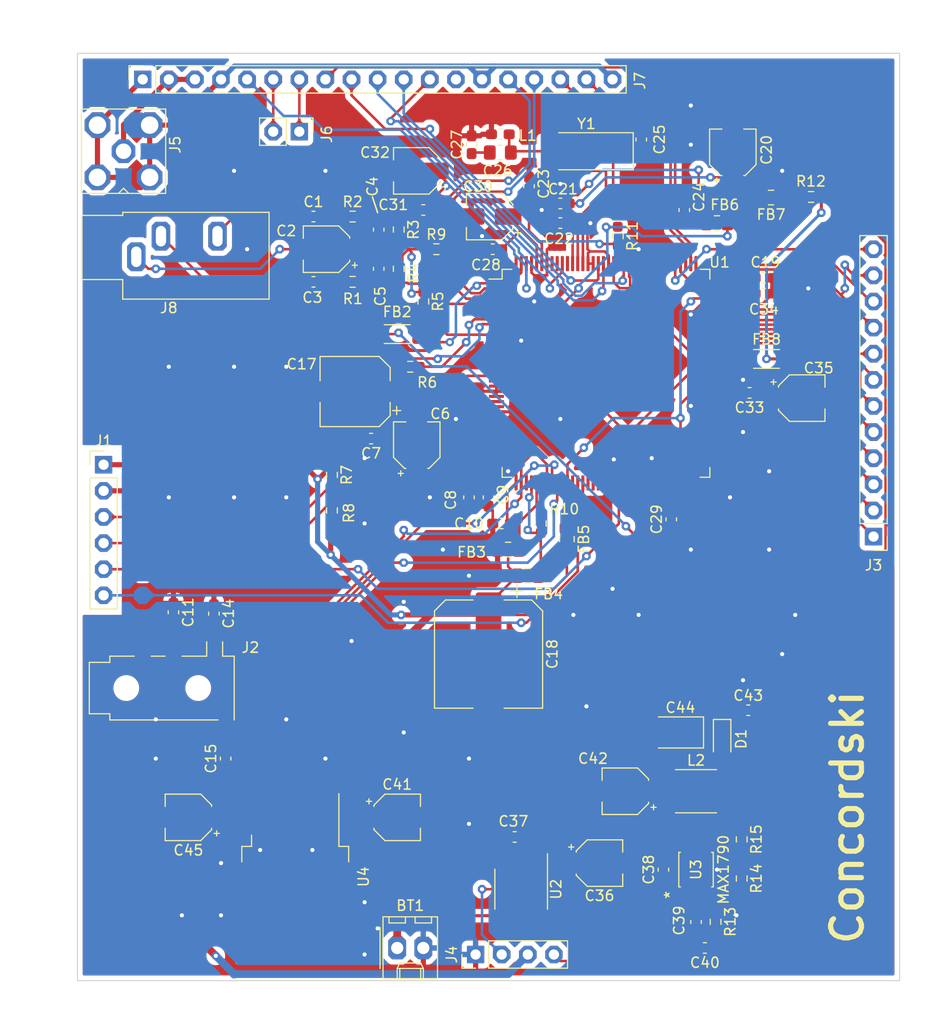
<source format=kicad_pcb>
(kicad_pcb (version 20211014) (generator pcbnew)
  (layers (0 "F.Cu" signal) (31 "B.Cu" signal) (34 "B.Paste" user) (35 "F.Paste" user) (36 "B.SilkS" user "B.Silkscreen") (37 "F.SilkS" user "F.Silkscreen") (38 "B.Mask" user) (39 "F.Mask" user) (44 "Edge.Cuts" user))
  (net 0 "")
  (net 1 "Bat")
  (net 2 "GND")
  (net 3 "Net-(C1-Pad1)")
  (net 4 "Net-(C1-Pad2)")
  (net 5 "Net-(C2-Pad1)")
  (net 6 "Net-(C2-Pad2)")
  (net 7 "Net-(C3-Pad1)")
  (net 8 "Net-(C3-Pad2)")
  (net 9 "Net-(C4-Pad1)")
  (net 10 "Net-(C5-Pad2)")
  (net 11 "Net-(C8-Pad2)")
  (net 12 "Net-(C9-Pad2)")
  (net 13 "+3V3")
  (net 14 "Net-(C15-Pad2)")
  (net 15 "Net-(C17-Pad1)")
  (net 16 "VDDQ")
  (net 17 "Net-(C20-Pad1)")
  (net 18 "Net-(C23-Pad2)")
  (net 19 "Net-(C25-Pad1)")
  (net 20 "Net-(C26-Pad2)")
  (net 21 "Net-(C27-Pad1)")
  (net 22 "Net-(C28-Pad2)")
  (net 23 "Net-(C31-Pad2)")
  (net 24 "VDDD")
  (net 25 "+1V8")
  (net 26 "Net-(C37-Pad2)")
  (net 27 "Net-(C38-Pad2)")
  (net 28 "Net-(C39-Pad1)")
  (net 29 "Net-(C40-Pad1)")
  (net 30 "+8V5")
  (net 31 "Net-(D1-Pad2)")
  (net 32 "Net-(FB2-Pad1)")
  (net 33 "Net-(FB3-Pad2)")
  (net 34 "Net-(FB4-Pad1)")
  (net 35 "Net-(FB7-Pad1)")
  (net 36 "Net-(J1-Pad3)")
  (net 37 "Net-(J1-Pad5)")
  (net 38 "Net-(J1-Pad6)")
  (net 39 "Net-(J3-Pad1)")
  (net 40 "Net-(J3-Pad2)")
  (net 41 "Net-(J3-Pad3)")
  (net 42 "Net-(J3-Pad4)")
  (net 43 "Net-(J3-Pad5)")
  (net 44 "Net-(J3-Pad6)")
  (net 45 "Net-(J3-Pad7)")
  (net 46 "Net-(J3-Pad8)")
  (net 47 "Net-(J3-Pad11)")
  (net 48 "Net-(J3-Pad10)")
  (net 49 "Net-(J3-Pad12)")
  (net 50 "Net-(J5-Pad1)")
  (net 51 "Net-(J5-Pad2)")
  (net 52 "Net-(J6-Pad1)")
  (net 53 "Net-(J6-Pad2)")
  (net 54 "Net-(J7-Pad5)")
  (net 55 "Net-(J7-Pad9)")
  (net 56 "Net-(J7-Pad10)")
  (net 57 "Net-(J7-Pad11)")
  (net 58 "Net-(J7-Pad12)")
  (net 60 "Net-(J7-Pad17)")
  (net 61 "Net-(J7-Pad18)")
  (net 62 "Net-(C6-Pad2)")
  (net 63 "Net-(C11-Pad2)")
  (net 64 "Net-(R9-Pad2)")
  (net 65 "Net-(R10-Pad1)")
  (net 66 "Net-(R14-Pad1)")
  (net 118 "Net-(C14-Pad2)")
  (net 119 "Net-(J1-Pad4)")
  (net 120 "IFN")
  (net 121 "IFP")
  (footprint "Resistor_SMD:R_0603_1608Metric_Pad0.98x0.95mm_HandSolder" (layer "F.Cu") (at 101.705 64.135)
    (fp_text reference "R2")
    (fp_text value "8k2")
  )
  (footprint "Resistor_SMD:R_0603_1608Metric_Pad0.98x0.95mm_HandSolder" (layer "F.Cu") (at 109.855 67.31)
    (fp_text reference "R9")
    (fp_text value "100")
  )
  (footprint "Capacitor_SMD:C_0603_1608Metric_Pad1.08x0.95mm_HandSolder" (layer "F.Cu") (at 121.92 64.77)
    (fp_text reference "C22")
    (fp_text value "180p")
  )
  (footprint "Capacitor_SMD:C_0603_1608Metric_Pad1.08x0.95mm_HandSolder" (layer "F.Cu") (at 135.125 132.715 -90)
    (fp_text reference "C39")
    (fp_text value "150p")
  )
  (footprint "Resistor_SMD:R_0603_1608Metric_Pad0.98x0.95mm_HandSolder" (layer "F.Cu") (at 127.508 66.04 -90)
    (fp_text reference "R11")
    (fp_text value "22k")
  )
  (footprint "Resistor_SMD:R_0603_1608Metric_Pad0.98x0.95mm_HandSolder" (layer "F.Cu") (at 108.585 72.39 -90)
    (fp_text reference "R5")
    (fp_text value "1M")
  )
  (footprint "Capacitor_SMD:C_0603_1608Metric_Pad1.08x0.95mm_HandSolder" (layer "F.Cu") (at 141.732 71.628 180)
    (fp_text reference "C34")
    (fp_text value "22n")
  )
  (footprint "Resistor_SMD:R_0603_1608Metric_Pad0.98x0.95mm_HandSolder" (layer "F.Cu") (at 106.194 65.405 -90)
    (fp_text reference "R3")
    (fp_text value "10k")
  )
  (footprint "Capacitor_SMD:C_0603_1608Metric_Pad1.08x0.95mm_HandSolder" (layer "F.Cu") (at 88.205 102.743 -90)
    (fp_text reference "C14")
    (fp_text value "3.3n NPO")
  )
  (footprint "Inductor_SMD:L_0805_2012Metric_Pad1.15x1.40mm_HandSolder" (layer "F.Cu") (at 116.84 96.52)
    (fp_text reference "FB3")
    (fp_text value "BLM21AH102SN1")
  )
  (footprint "Capacitor_SMD:C_0603_1608Metric_Pad1.08x0.95mm_HandSolder" (layer "F.Cu") (at 97.895 70.485)
    (fp_text reference "C3")
    (fp_text value "22n")
  )
  (footprint "Capacitor_SMD:C_0603_1608Metric_Pad1.08x0.95mm_HandSolder" (layer "F.Cu") (at 84.268 102.616 -90)
    (fp_text reference "C11")
    (fp_text value "3.3n NPO")
  )
  (footprint "Connector_Coaxial:SMA_Amphenol_901-143_Horizontal" (layer "F.Cu") (at 79.415 57.785 90)
    (fp_text reference "J5")
    (fp_text value "Conn_Coaxial")
  )
  (footprint "Capacitor_SMD:C_0603_1608Metric_Pad1.08x0.95mm_HandSolder" (layer "F.Cu") (at 118.872 61.1875 -90)
    (fp_text reference "C23")
    (fp_text value "100p")
  )
  (footprint "Capacitor_SMD:C_0603_1608Metric_Pad1.08x0.95mm_HandSolder" (layer "F.Cu") (at 115.3425 67.31)
    (fp_text reference "C28")
    (fp_text value "100n")
  )
  (footprint "Connector_Audio:Jack_3.5mm_PJ320D_Horizontal" (layer "F.Cu") (at 84.455 109.982)
    (fp_text reference "J2")
    (fp_text value "AudioJack4")
  )
  (footprint "Capacitor_SMD:C_0603_1608Metric_Pad1.08x0.95mm_HandSolder" (layer "F.Cu") (at 108.585 63.5)
    (fp_text reference "C31")
    (fp_text value "100n")
  )
  (footprint "Inductor_SMD:L_0805_2012Metric_Pad1.15x1.40mm_HandSolder" (layer "F.Cu") (at 118.745 99.06 180)
    (fp_text reference "FB4")
    (fp_text value "BLM21AH102SN1")
  )
  (footprint "Capacitor_SMD:C_0603_1608Metric_Pad1.08x0.95mm_HandSolder" (layer "F.Cu") (at 104.245 65.405 -90)
    (fp_text reference "C4")
    (fp_text value "1n")
  )
  (footprint "Resistor_SMD:R_0603_1608Metric_Pad0.98x0.95mm_HandSolder" (layer "F.Cu") (at 137.03 132.715 -90)
    (fp_text reference "R13")
    (fp_text value "6k")
  )
  (footprint "Capacitor_SMD:CP_Elec_6.3x5.4_Nichicon" (layer "F.Cu") (at 101.948 81.153 180)
    (fp_text reference "C17")
    (fp_text value "100u")
  )
  (footprint "Capacitor_SMD:C_0603_1608Metric_Pad1.08x0.95mm_HandSolder" (layer "F.Cu") (at 121.92 62.865)
    (fp_text reference "C21")
    (fp_text value "100n")
  )
  (footprint "Resistor_SMD:R_0603_1608Metric_Pad0.98x0.95mm_HandSolder" (layer "F.Cu") (at 99.695 92.71 90)
    (fp_text reference "R8")
    (fp_text value "22k")
  )
  (footprint "Package_TO_SOT_SMD:TO-263-5_TabPin3" (layer "F.Cu") (at 96.12 128.33 -90)
    (fp_text reference "U4")
    (fp_text value "LT1764-3.3")
  )
  (footprint "Capacitor_SMD:C_0603_1608Metric_Pad1.08x0.95mm_HandSolder" (layer "F.Cu") (at 129.794 56.642 90)
    (fp_text reference "C25")
    (fp_text value "18p")
  )
  (footprint "Inductor_SMD:L_0805_2012Metric_Pad1.15x1.40mm_HandSolder" (layer "F.Cu") (at 122.555 95.495 -90)
    (fp_text reference "FB5")
    (fp_text value "BLM21AH102SN1")
  )
  (footprint "Capacitor_SMD:CP_Elec_4x5.4" (layer "F.Cu") (at 115.04 64.135 180)
    (fp_text reference "C30")
    (fp_text value "4.7u")
  )
  (footprint "Inductor_SMD:L_0805_2012Metric_Pad1.15x1.40mm_HandSolder" (layer "F.Cu") (at 142.4275 62.29 180)
    (fp_text reference "FB7")
    (fp_text value "BLM21AH102SN1")
  )
  (footprint "Resistor_SMD:R_0603_1608Metric_Pad0.98x0.95mm_HandSolder" (layer "F.Cu") (at 101.705 70.485)
    (fp_text reference "R1")
    (fp_text value "8k2")
  )
  (footprint "Resistor_SMD:R_0603_1608Metric_Pad0.98x0.95mm_HandSolder" (layer "F.Cu") (at 120.015 93.98 -90)
    (fp_text reference "R10")
    (fp_text value "10")
  )
  (footprint "Capacitor_SMD:CP_Elec_4x5.4" (layer "F.Cu") (at 85.725 122.555 180)
    (fp_text reference "C45")
    (fp_text value "10u")
  )
  (footprint "Capacitor_SMD:C_0603_1608Metric_Pad1.08x0.95mm_HandSolder" (layer "F.Cu") (at 133.985 63.5 -90)
    (fp_text reference "C24")
    (fp_text value "100n")
  )
  (footprint "Capacitor_SMD:C_0603_1608Metric_Pad1.08x0.95mm_HandSolder" (layer "F.Cu") (at 113.03 91.44 90)
    (fp_text reference "C8")
    (fp_text value "100p")
  )
  (footprint "Capacitor_SMD:C_0603_1608Metric_Pad1.08x0.95mm_HandSolder" (layer "F.Cu") (at 132.715 93.5725 90)
    (fp_text reference "C29")
    (fp_text value "22n")
  )
  (footprint "Connector_PinHeader_2.54mm:PinHeader_1x12_P2.54mm_Vertical" (layer "F.Cu") (at 152.4 95.255 180)
    (fp_text reference "J3")
    (fp_text value "Conn_01x12_Male")
  )
  (footprint "Connector_Molex:Molex_KK-254_AE-6410-02A_1x02_P2.54mm_Vertical" (layer "F.Cu") (at 106.045 135.255)
    (fp_text reference "BT1")
    (fp_text value "3.7V LiPo")
  )
  (footprint "Capacitor_SMD:C_0603_1608Metric_Pad1.08x0.95mm_HandSolder" (layer "F.Cu") (at 103.505 85.725 180)
    (fp_text reference "C7")
    (fp_text value "47n")
  )
  (footprint "Capacitor_SMD:C_0603_1608Metric_Pad1.08x0.95mm_HandSolder" (layer "F.Cu") (at 117.475 124.46 180)
    (fp_text reference "C37")
    (fp_text value "10n")
  )
  (footprint "max1790:max1790eua" (layer "F.Cu") (at 135.125 127.635 90)
    (fp_text reference "U3")
    (fp_text value "MAX1790")
  )
  (footprint "Package_SO:SO-8_3.9x4.9mm_P1.27mm" (layer "F.Cu") (at 118.11 129.54 -90)
    (fp_text reference "U2")
    (fp_text value "LT1763-1.8")
  )
  (footprint "Capacitor_SMD:C_0603_1608Metric_Pad1.08x0.95mm_HandSolder" (layer "F.Cu") (at 89.348 116.84 90)
    (fp_text reference "C15")
    (fp_text value "3.3n NPO")
  )
  (footprint "Package_QFP:LQFP-144_20x20mm_P0.5mm" (layer "F.Cu") (at 126.365 79.375)
    (fp_text reference "U1")
    (fp_text value "SAF7730HV/336")
  )
  (footprint "Capacitor_SMD:CP_Elec_4x5.4" (layer "F.Cu") (at 99.165 67.31 180)
    (fp_text reference "C2")
    (fp_text value "47u")
  )
  (footprint "Capacitor_SMD:C_0603_1608Metric_Pad1.08x0.95mm_HandSolder" (layer "F.Cu") (at 97.895 64.135)
    (fp_text reference "C1")
    (fp_text value "22n")
  )
  (footprint "Capacitor_SMD:C_0603_1608Metric_Pad1.08x0.95mm_HandSolder" (layer "F.Cu") (at 141.732 70.104 180)
    (fp_text reference "C19")
    (fp_text value "22n")
  )
  (footprint "Capacitor_SMD:C_0603_1608Metric_Pad1.08x0.95mm_HandSolder" (layer "F.Cu") (at 131.95 127.635 90)
    (fp_text reference "C38")
    (fp_text value "27n")
  )
  (footprint "Connector_PinHeader_2.54mm:PinHeader_1x04_P2.54mm_Vertical" (layer "F.Cu") (at 113.675 135.89 90)
    (fp_text reference "J4")
    (fp_text value "Conn_01x04_Male")
  )
  (footprint "Capacitor_SMD:CP_Elec_4x5.4" (layer "F.Cu") (at 138.7075 57.89 90)
    (fp_text reference "C20")
    (fp_text value "4.7u")
  )
  (footprint "Inductor_SMD:L_1806_4516Metric_Pad1.45x1.90mm_HandSolder" (layer "F.Cu") (at 106.045 75.565 180)
    (fp_text reference "FB2")
    (fp_text value "BLM41PG102SN1")
  )
  (footprint "Connector_PinHeader_2.54mm:PinHeader_1x06_P2.54mm_Vertical" (layer "F.Cu") (at 77.47 88.265)
    (fp_text reference "J1")
    (fp_text value "Conn_01x06_Male")
  )
  (footprint "Resistor_SMD:R_0603_1608Metric_Pad0.98x0.95mm_HandSolder" (layer "F.Cu") (at 146.3275 62.23 180)
    (fp_text reference "R12")
    (fp_text value "22")
  )
  (footprint "Diode_SMD:D_SOD-323_HandSoldering" (layer "F.Cu") (at 137.665 114.935 -90)
    (fp_text reference "D1")
    (fp_text value "MBRS130LT(MA728)")
  )
  (footprint "Connector_PinSocket_2.54mm:PinSocket_1x19_P2.54mm_Vertical" (layer "F.Cu") (at 81.28 50.8 90)
    (fp_text reference "J7")
    (fp_text value "Conn_01x19_Female")
  )
  (footprint "Inductor_SMD:L_0805_2012Metric_Pad1.15x1.40mm_HandSolder" (layer "F.Cu") (at 116.078 57.912)
    (fp_text reference "L1")
    (fp_text value "2.2u")
  )
  (footprint "Resistor_SMD:R_0603_1608Metric_Pad0.98x0.95mm_HandSolder" (layer "F.Cu") (at 139.57 128.5025 -90)
    (fp_text reference "R14")
    (fp_text value "68k")
  )
  (footprint "Connector_Audio:Jack_3.5mm_CUI_SJ1-3533NG_Horizontal" (layer "F.Cu") (at 80.655 68.045 90)
    (fp_text reference "J8")
    (fp_text value "AudioJack3")
  )
  (footprint "Capacitor_SMD:CP_Elec_4x5.4" (layer "F.Cu") (at 107.95 86.36 90)
    (fp_text reference "C6")
    (fp_text value "22u")
  )
  (footprint "Inductor_SMD:L_1806_4516Metric_Pad1.45x1.90mm_HandSolder" (layer "F.Cu") (at 141.986 77.978)
    (fp_text reference "FB8")
    (fp_text value "BLM41PG102SN1")
  )
  (footprint "Resistor_SMD:R_0603_1608Metric_Pad0.98x0.95mm_HandSolder" (layer "F.Cu") (at 107.315 78.74)
    (fp_text reference "R6")
    (fp_text value "10")
  )
  (footprint "Resistor_SMD:R_0603_1608Metric_Pad0.98x0.95mm_HandSolder" (layer "F.Cu") (at 139.57 124.6925 -90)
    (fp_text reference "R15")
    (fp_text value "400k")
  )
  (footprint "Capacitor_SMD:CP_Elec_4x5.4" (layer "F.Cu") (at 106.045 122.555)
    (fp_text reference "C41")
    (fp_text value "20u")
  )
  (footprint "Resistor_SMD:R_0603_1608Metric_Pad0.98x0.95mm_HandSolder" (layer "F.Cu") (at 99.695 89.2575 -90)
    (fp_text reference "R7")
    (fp_text value "22k")
  )
  (footprint "Capacitor_SMD:C_0603_1608Metric_Pad1.08x0.95mm_HandSolder" (layer "F.Cu") (at 116.205 93.98)
    (fp_text reference "C10")
    (fp_text value "33n")
  )
  (footprint "Capacitor_SMD:C_0603_1608Metric_Pad1.08x0.95mm_HandSolder" (layer "F.Cu") (at 114.935 91.44 90)
    (fp_text reference "C9")
    (fp_text value "100p")
  )
  (footprint "Capacitor_SMD:C_0603_1608Metric_Pad1.08x0.95mm_HandSolder" (layer "F.Cu") (at 116.078 56.134)
    (fp_text reference "C26")
    (fp_text value "18p")
  )
  (footprint "Inductor_SMD:L_Taiyo-Yuden_MD-4040" (layer "F.Cu") (at 135.125 120.015)
    (fp_text reference "L2")
    (fp_text value "8.1uH")
  )
  (footprint "Capacitor_SMD:CP_Elec_4x5.4" (layer "F.Cu") (at 125.73 127)
    (fp_text reference "C36")
    (fp_text value "10uF")
  )
  (footprint "Capacitor_SMD:C_0603_1608Metric_Pad1.08x0.95mm_HandSolder" (layer "F.Cu") (at 113.284 57.15 90)
    (fp_text reference "C27")
    (fp_text value "10n")
  )
  (footprint "Capacitor_SMD:C_0603_1608Metric_Pad1.08x0.95mm_HandSolder" (layer "F.Cu") (at 140.208 112.141)
    (fp_text reference "C43")
    (fp_text value "100n")
  )
  (footprint "Crystal:Crystal_SMD_5032-2Pin_5.0x3.2mm_HandSoldering" (layer "F.Cu") (at 124.46 57.785 180)
    (fp_text reference "Y1")
    (fp_text value "41.6M")
  )
  (footprint "Capacitor_SMD:C_0603_1608Metric_Pad1.08x0.95mm_HandSolder" (layer "F.Cu") (at 135.9875 135.255 180)
    (fp_text reference "C40")
    (fp_text value "81p")
  )
  (footprint "Capacitor_SMD:CP_Elec_10x10" (layer "F.Cu") (at 114.935 106.68 -90)
    (fp_text reference "C18")
    (fp_text value "220u")
  )
  (footprint "Connector_PinHeader_2.54mm:PinHeader_1x02_P2.54mm_Vertical" (layer "F.Cu") (at 96.52 55.88 -90)
    (fp_text reference "J6")
    (fp_text value "Conn_01x02_Male")
  )
  (footprint "Capacitor_SMD:CP_Elec_4x5.4" (layer "F.Cu") (at 145.415 81.788)
    (fp_text reference "C35")
    (fp_text value "10u")
  )
  (footprint "Resistor_SMD:R_0603_1608Metric_Pad0.98x0.95mm_HandSolder" (layer "F.Cu") (at 106.194 69.215 -90)
    (fp_text reference "R4")
    (fp_text value "10k")
  )
  (footprint "Capacitor_SMD:C_0603_1608Metric_Pad1.08x0.95mm_HandSolder" (layer "F.Cu") (at 140.335 81.28 180)
    (fp_text reference "C33")
    (fp_text value "22n")
  )
  (footprint "Capacitor_SMD:CP_Elec_4x5.4" (layer "F.Cu") (at 107.95 59.69 180)
    (fp_text reference "C32")
    (fp_text value "4.7u")
  )
  (footprint "Inductor_SMD:L_0805_2012Metric_Pad1.15x1.40mm_HandSolder" (layer "F.Cu") (at 137.16 64.77 180)
    (fp_text reference "FB6")
    (fp_text value "BLM21AH102SN1")
  )
  (footprint "Capacitor_SMD:CP_Elec_4x5.4" (layer "F.Cu") (at 128.245 120.015 180)
    (fp_text reference "C42")
    (fp_text value "10u")
  )
  (footprint "Capacitor_SMD:C_0603_1608Metric_Pad1.08x0.95mm_HandSolder" (layer "F.Cu") (at 104.245 69.215 -90)
    (fp_text reference "C5")
    (fp_text value "1n")
  )
  (footprint "Capacitor_Tantalum_SMD:CP_EIA-3528-21_Kemet-B_Pad1.50x2.35mm_HandSolder" (layer "F.Cu") (at 133.22 114.3 180)
    (fp_text reference "C44")
    (fp_text value "33u Tantalum")
  )
  (gr_line (start 103.632 62.23) (end 104.14 63.754) (layer "F.SilkS") (width 0.15))
  (gr_rect (start 74.93 138.43) (end 154.94 48.26) (layer "Edge.Cuts") (width 0.1) (fill none))
  (gr_text "Concordski" (at 149.86 122.555 90) (layer "F.SilkS") (effects (font (size 3 3) (thickness 0.5))))
  (segment (start 117.475 130.175) (end 116.205 131.445) (width 0.3) (layer "F.Cu") (net 1))
  (segment (start 135.45012 123.38512) (end 135.45012 125.4252) (width 0.25) (layer "F.Cu") (net 1))
  (segment (start 120.015 132.115) (end 120.015 131.445) (width 0.3) (layer "F.Cu") (net 1))
  (segment (start 106.08 132.115) (end 106.045 132.08) (width 0.3) (layer "F.Cu") (net 1))
  (segment (start 104.245 126.895) (end 104.0525 127.0875) (width 0.75) (layer "F.Cu") (net 1))
  (segment (start 106.045 129.08) (end 104.0525 127.0875) (width 0.75) (layer "F.Cu") (net 1))
  (segment (start 133.725 120.015) (end 130.045 120.015) (width 0.25) (layer "F.Cu") (net 1))
  (segment (start 133.725 120.015) (end 133.725 121.66) (width 0.25) (layer "F.Cu") (net 1))
  (segment (start 106.045 135.255) (end 106.045 132.08) (width 0.75) (layer "F.Cu") (net 1))
  (segment (start 104.245 122.555) (end 104.245 126.895) (width 0.75) (layer "F.Cu") (net 1))
  (segment (start 135.45012 128.08412) (end 134.493 127.127) (width 0.25) (layer "F.Cu") (net 1))
  (segment (start 134.493 127.127) (end 133.35 128.27) (width 0.25) (layer "F.Cu") (net 1))
  (segment (start 133.725 121.66) (end 135.45012 123.38512) (width 0.25) (layer "F.Cu") (net 1))
  (segment (start 116.205 132.115) (end 106.08 132.115) (width 0.3) (layer "F.Cu") (net 1))
  (segment (start 120.015 131.445) (end 118.745 130.175) (width 0.3) (layer "F.Cu") (net 1))
  (segment (start 106.045 132.08) (end 106.045 129.08) (width 0.75) (layer "F.Cu") (net 1))
  (segment (start 116.205 131.445) (end 116.205 132.115) (width 0.3) (layer "F.Cu") (net 1))
  (segment (start 104.0525 127.0875) (end 99.52 122.555) (width 0.75) (layer "F.Cu") (net 1))
  (segment (start 135.45012 129.8448) (end 135.45012 128.08412) (width 0.25) (layer "F.Cu") (net 1))
  (segment (start 135.45012 125.4252) (end 135.45012 126.16988) (width 0.25) (layer "F.Cu") (net 1))
  (segment (start 118.745 130.175) (end 117.475 130.175) (width 0.3) (layer "F.Cu") (net 1))
  (segment (start 133.35 129.54) (end 130.775 132.115) (width 0.25) (layer "F.Cu") (net 1))
  (segment (start 130.775 132.115) (end 120.015 132.115) (width 0.25) (layer "F.Cu") (net 1))
  (segment (start 133.35 128.27) (end 133.35 129.54) (width 0.25) (layer "F.Cu") (net 1))
  (segment (start 135.45012 126.16988) (end 134.493 127.127) (width 0.25) (layer "F.Cu") (net 1))
  (segment (start 99.52 122.555) (end 97.82 122.555) (width 0.75) (layer "F.Cu") (net 1))
  (segment (start 119.38 69.85) (end 119.115 69.585) (width 0.25) (layer "F.Cu") (net 2))
  (segment (start 119.115 69.585) (end 119.115 68.7125) (width 0.25) (layer "F.Cu") (net 2))
  (segment (start 120.615 68.7125) (end 120.615 69.815) (width 0.25) (layer "F.Cu") (net 2))
  (segment (start 115.7025 73.125) (end 115.7025 73.625) (width 0.25) (layer "F.Cu") (net 2))
  (segment (start 124.615 68.7125) (end 125.115 68.7125) (width 0.25) (layer "F.Cu") (net 2))
  (segment (start 120.615 69.815) (end 120.65 69.85) (width 0.25) (layer "F.Cu") (net 2))
  (segment (start 117.035 75.125) (end 118.11 76.2) (width 0.25) (layer "F.Cu") (net 2))
  (segment (start 120.1045 63.5) (end 120.4225 63.5) (width 0.25) (layer "F.Cu") (net 2))
  (segment (start 131.510006 87.63) (end 130.81 87.63) (width 0.25) (layer "F.Cu") (net 2))
  (segment (start 126.231517 67.526511) (end 124.781031 67.526511) (width 0.25) (layer "F.Cu") (net 2))
  (segment (start 126.615 67.909994) (end 126.231517 67.526511) (width 0.25) (layer "F.Cu") (net 2))
  (segment (start 124.56452 67.31) (end 124.56452 66.254057) (width 0.25) (layer "F.Cu") (net 2))
  (segment (start 141.1975 81.28) (end 140.97 81.28) (width 0.25) (layer "F.Cu") (net 2))
  (segment (start 83.185 90.805) (end 77.47 90.805) (width 0.5) (layer "F.Cu") (net 2))
  (segment (start 124.781031 67.526511) (end 124.615 67.692542) (width 0.25) (layer "F.Cu") (net 2))
  (segment (start 121.0575 66.9025) (end 121.0575 64.77) (width 0.25) (layer "F.Cu") (net 2))
  (segment (start 121.0575 64.77) (end 121.0575 64.453) (width 0.25) (layer "F.Cu") (net 2))
  (segment (start 120.65 69.85) (end 119.38 69.85) (width 0.25) (layer "F.Cu") (net 2))
  (segment (start 115.7025 83.625) (end 115.7025 82.6825) (width 0.25) (layer "F.Cu") (net 2))
  (segment (start 124.615 67.692542) (end 124.615 68.7125) (width 0.25) (layer "F.Cu") (net 2))
  (segment (start 118.645 73.125) (end 115.7025 73.125) (width 0.25) (layer "F.Cu") (net 2))
  (segment (start 129.115 68.7125) (end 129.115 67.735) (width 0.25) (layer "F.Cu") (net 2))
  (segment (start 116.835 87.625) (end 116.84 87.63) (width 0.25) (layer "F.Cu") (net 2))
  (segment (start 137.0275 72.625) (end 135.655 72.625) (width 0.25) (layer "F.Cu") (net 2))
  (segment (start 129.615 90.0375) (end 129.615 88.825) (width 0.25) (layer "F.Cu") (net 2))
  (segment (start 142.5945 71.628) (end 142.5945 70.358) (width 0.25) (layer "F.Cu") (net 2))
  (segment (start 116.84 87.63) (end 116.84 88.9) (width 0.25) (layer "F.Cu") (net 2))
  (segment (start 129.615 88.825) (end 130.81 87.63) (width 0.25) (layer "F.Cu") (net 2))
  (segment (start 124.115 91.095) (end 124.115 90.0375) (width 0.25) (layer "F.Cu") (net 2))
  (segment (start 135.655 72.625) (end 134.62 73.66) (width 0.25) (layer "F.Cu") (net 2))
  (segment (start 115.3425 92.71) (end 114.935 92.3025) (width 0.25) (layer "F.Cu") (net 2))
  (segment (start 134.62 76.2) (end 134.62 73.66) (width 0.25) (layer "F.Cu") (net 2))
  (segment (start 124.56452 64.77) (end 124.8395 64.77) (width 0.25) (layer "F.Cu") (net 2))
  (segment (start 126.615 90.840006) (end 126.015006 91.44) (width 0.25) (layer "F.Cu") (net 2))
  (segment (start 126.015006 91.44) (end 124.46 91.44) (width 0.25) (layer "F.Cu") (net 2))
  (segment (start 136.10036 129.8448) (end 136.10036 128.69464) (width 0.25) (layer "F.Cu") (net 2))
  (segment (start 126.615 90.0375) (end 126.615 88.259592) (width 0.25) (layer "F.Cu") (net 2))
  (segment (start 129.115 67.735) (end 129.54 67.31) (width 0.25) (layer "F.Cu") (net 2))
  (segment (start 140.97 81.28) (end 139.7 80.01) (width 0.25) (layer "F.Cu") (net 2))
  (segment (start 124.781031 67.526511) (end 124.56452 67.31) (width 0.25) (layer "F.Cu") (net 2))
  (segment (start 124.46 91.44) (end 124.115 91.095) (width 0.25) (layer "F.Cu") (net 2))
  (segment (start 136.10036 128.69464) (end 137.16 127.635) (width 0.25) (layer "F.Cu") (net 2))
  (segment (start 137.0275 81.625) (end 135.545 81.625) (width 0.25) (layer "F.Cu") (net 2))
  (segment (start 133.115 90.0375) (end 133.115 89.234994) (width 0.25) (layer "F.Cu") (net 2))
  (segment (start 115.7025 80.625) (end 115.7025 81.625) (width 0.25) (layer "F.Cu") (net 2))
  (segment (start 141.5975 72.625) (end 142.5945 71.628) (width 0.25) (layer "F.Cu") (net 2))
  (segment (start 126.615 90.0375) (end 126.615 90.840006) (width 0.25) (layer "F.Cu") (net 2))
  (segment (start 121.0575 64.453) (end 120.1045 63.5) (width 0.25) (layer "F.Cu") (net 2))
  (segment (start 115.7025 87.625) (end 116.835 87.625) (width 0.25) (layer "F.Cu") (net 2))
  (segment (start 126.615 88.259592) (end 127.122296 87.752296) (width 0.25) (layer "F.Cu") (net 2))
  (segment (start 124.56452 66.254057) (end 124.56452 64.77) (width 0.25) (layer "F.Cu") (net 2))
  (segment (start 124.8395 64.77) (end 124.844908 64.775408) (width 0.25) (layer "F.Cu") (net 2))
  (segment (start 120.615 68.7125) (end 120.615 67.345) (width 0.25) (layer "F.Cu") (net 2))
  (segment (start 126.615 68.7125) (end 126.615 67.909994) (width 0.25) (layer "F.Cu") (net 2))
  (segment (start 135.545 81.625) (end 134.62 82.55) (width 0.25) (layer "F.Cu") (net 2))
  (segment (start 120.4225 63.5) (end 121.0575 62.865) (width 0.25) (layer "F.Cu") (net 2))
  (segment (start 135.545 77.125) (end 134.62 76.2) (width 0.25) (layer "F.Cu") (net 2))
  (segment (start 133.115 89.234994) (end 131.510006 87.63) (width 0.25) (layer "F.Cu") (net 2))
  (segment (start 120.615 67.345) (end 121.0575 66.9025) (width 0.25) (layer "F.Cu") (net 2))
  (segment (start 115.7025 75.125) (end 117.035 75.125) (width 0.25) (layer "F.Cu") (net 2))
  (segment (start 137.0275 77.125) (end 135.545 77.125) (width 0.25) (layer "F.Cu") (net 2))
  (segment (start 83.82 91.44) (end 83.185 90.805) (width 0.5) (layer "F.Cu") (net 2))
  (segment (start 137.0275 72.625) (end 141.5975 72.625) (width 0.25) (layer "F.Cu") (net 2))
  (segment (start 119.38 72.39) (end 118.645 73.125) (width 0.25) (layer "F.Cu") (net 2))
  (segment (start 115.3425 93.98) (end 115.3425 92.71) (width 0.25) (layer "F.Cu") (net 2))
  (via (at 119.38 72.39) (size 0.8) (drill 0.4) (layers "F.Cu" "B.Cu") (net 2))
  (via (at 110.49 96.52) (size 0.8) (drill 0.4) (layers "F.Cu" "B.Cu") (net 2))
  (via (at 116.84 88.9) (size 0.8) (drill 0.4) (layers "F.Cu" "B.Cu") (net 2))
  (via (at 146.05 71.12) (size 0.8) (drill 0.4) (layers "F.Cu" "B.Cu") (net 2))
  (via (at 134.62 96.52) (size 0.8) (drill 0.4) (layers "F.Cu" "B.Cu") (net 2))
  (via (at 99.06 116.84) (size 0.8) (drill 0.4) (layers "F.Cu" "B.Cu") (net 2))
  (via (at 123.19 102.87) (size 0.8) (drill 0.4) (layers "F.Cu" "B.Cu") (net 2))
  (via (at 139.065 132.08) (size 0.8) (drill 0.4) (layers "F.Cu" "B.Cu") (net 2))
  (via (at 121.92 83.82) (size 0.8) (drill 0.4) (layers "F.Cu" "B.Cu") (net 2))
  (via (at 121.92 60.96) (size 0.8) (drill 0.4) (layers "F.Cu" "B.Cu") (net 2))
  (via (at 91.44 67.31) (size 0.8) (drill 0.4) (layers "F.Cu" "B.Cu") (net 2))
  (via (at 95.25 113.03) (size 0.8) (drill 0.4) (layers "F.Cu" "B.Cu") (net 2))
  (via (at 85.09 132.08) (size 0.8) (drill 0.4) (layers "F.Cu" "B.Cu") (net 2))
  (via (at 143.51 106.68) (size 0.8) (drill 0.4) (layers "F.Cu" "B.Cu") (net 2))
  (via (at 114.3 66.04) (size 0.8) (drill 0.4) (layers "F.Cu" "B.Cu") (net 2))
  (via (at 139.7 85.09) (size 0.8) (drill 0.4) (layers "F.Cu" "B.Cu") (net 2))
  (via (at 130.81 87.63) (size 0.8) (drill 0.4) (layers "F.Cu" "B.Cu") (net 2))
  (via (at 137.16 127.635) (size 0.8) (drill 0.4) (layers "F.Cu" "B.Cu") (net 2))
  (via (at 143.51 59.69) (size 0.8) (drill 0.4) (layers "F.Cu" "B.Cu") (net 2))
  (via (at 113.03 116.84) (size 0.8) (drill 0.4) (layers "F.Cu" "B.Cu") (net 2))
  (via (at 129.54 67.31) (size 0.8) (drill 0.4) (layers "F.Cu" "B.Cu") (net 2))
  (via (at 118.11 76.2) (size 0.8) (drill 0.4) (layers "F.Cu" "B.Cu") (net 2))
  (via (at 104.14 133.35) (size 0.8) (drill 0.4) (layers "F.Cu" "B.Cu") (net 2))
  (via (at 134.62 73.66) (size 0.8) (drill 0.4) (layers "F.Cu" "B.Cu") (net 2))
  (via (at 99.06 59.69) (size 0.8) (drill 0.4) (layers "F.Cu" "B.Cu") (net 2))
  (via (at 106.68 101.6) (size 0.8) (drill 0.4) (layers "F.Cu" "B.Cu") (net 2))
  (via (at 102.87 93.98) (size 0.8) (drill 0.4) (layers "F.Cu" "B.Cu") (net 2))
  (via (at 127 100.33) (size 0.8) (drill 0.4) (layers "F.Cu" "B.Cu") (net 2))
  (via (at 134.62 57.15) (size 0.8) (drill 0.4) (layers "F.Cu" "B.Cu") (net 2))
  (via (at 83.82 91.44) (size 0.8) (drill 0.4) (layers "F.Cu" "B.Cu") (net 2))
  (via (at 95.25 78.74) (size 0.8) (drill 0.4) (layers "F.Cu" "B.Cu") (net 2))
  (via (at 95.25 91.44) (size 0.8) (drill 0.4) (layers "F.Cu" "B.Cu") (net 2))
  (via (at 82.55 116.84) (size 0.8) (drill 0.4) (layers "F.Cu" "B.Cu") (net 2))
  (via (at 138.43 91.44) (size 0.8) (drill 0.4) (layers "F.Cu" "B.Cu") (net 2))
  (via (at 120.1045 63.5) (size 0.8) (drill 0.4) (layers "F.Cu" "B.Cu") (net 2))
  (via (at 124.844908 64.775408) (size 0.8) (drill 0.4) (layers "F.Cu" "B.Cu") (net 2))
  (via (at 139.7 80.01) (size 0.8) (drill 0.4) (layers "F.Cu" "B.Cu") (net 2))
  (via (at 139.7 109.22) (size 0.8) (drill 0.4) (layers "F.Cu" "B.Cu") (net 2))
  (via (at 113.03 99.06) (size 0.8) (drill 0.4) (layers "F.Cu" "B.Cu") (net 2))
  (via (at 111.76 83.82) (size 0.8) (drill 0.4) (layers "F.Cu" "B.Cu") (net 2))
  (via (at 124.46 111.76) (size 0.8) (drill 0.4) (layers "F.Cu" "B.Cu") (net 2))
  (via (at 134.62 53.34) (size 0.8) (drill 0.4) (layers "F.Cu" "B.Cu") (net 2))
  (via (at 82.55 113.03) (size 0.8) (drill 0.4) (layers "F.Cu" "B.Cu") (net 2))
  (via (at 134.62 82.55) (size 0.8) (drill 0.4) (layers "F.Cu" "B.Cu") (net 2))
  (via (at 90.17 59.69) (size 0.8) (drill 0.4) (layers "F.Cu" "B.Cu") (net 2))
  (via (at 129.54 102.87) (size 0.8) (drill 0.4) (layers "F.Cu" "B.Cu") (net 2))
  (via (at 101.6 105.41) (size 0.8) (drill 0.4) (layers "F.Cu" "B.Cu") (net 2))
  (via (at 109.22 91.44) (size 0.8) (drill 0.4) (layers "F.Cu" "B.Cu") (net 2))
  (via (at 127.122296 87.752296) (size 0.8) (drill 0.4) (layers "F.Cu" "B.Cu") (net 2))
  (via (at 142.24 88.9) (size 0.8) (drill 0.4) (layers "F.Cu" "B.Cu") (net 2))
  (via (at 97.79 125.73) (size 0.8) (drill 0.4) (layers "F.Cu" "B.Cu") (net 2))
  (via (at 102.87 130.81) (size 0.8) (drill 0.4) (layers "F.Cu" "B.Cu") (net 2))
  (via (at 102.87 135.89) (size 0.8) (drill 0.4) (layers "F.Cu" "B.Cu") (net 2))
  (via (at 88.9 127) (size 0.8) (drill 0.4) (layers "F.Cu" "B.Cu") (net 2))
  (via (at 83.82 78.74) (size 0.8) (drill 0.4) (layers "F.Cu" "B.Cu") (net 2))
  (via (at 90.17 91.44) (size 0.8) (drill 0.4) (layers "F.Cu" "B.Cu") (net 2))
  (via (at 113.03 123.19) (size 0.8) (drill 0.4) (layers "F.Cu" "B.Cu") (net 2))
  (via (at 88.9 132.08) (size 0.8) (drill 0.4) (layers "F.Cu" "B.Cu") (net 2))
  (via (at 142.24 96.52) (size 0.8) (drill 0.4) (layers "F.Cu" "B.Cu") (net 2))
  (via (at 102.87 87.63) (size 0.8) (drill 0.4) (layers "F.Cu" "B.Cu") (net 2))
  (via (at 106.68 114.3) (size 0.8) (drill 0.4) (layers "F.Cu" "B.Cu") (net 2))
  (via (at 92.71 125.73) (size 0.8) (drill 0.4) (layers "F.Cu" "B.Cu") (net 2))
  (via (at 90.17 78.74) (size 0.8) (drill 0.4) (layers "F.Cu" "B.Cu") (net 2))
  (via (at 144.78 102.87) (size 0.8) (drill 0.4) (layers "F.Cu" "B.Cu") (net 2))
  (segment (start 97.0325 64.135) (end 90.17 64.135) (width 0.25) (layer "F.Cu") (net 3))
  (segment (start 90.17 64.135) (end 88.555 65.75) (width 0.25) (layer "F.Cu") (net 3))
  (segment (start 88.555 65.75) (end 88.555 66.045) (width 0.25) (layer "F.Cu") (net 3))
  (segment (start 98.7575 64.135) (end 100.7925 64.135) (width 0.25) (layer "F.Cu") (net 4))
  (segment (start 106.1 66.2675) (end 106.15 66.3175) (width 0.25) (layer "F.Cu") (net 5))
  (segment (start 107.442 68.072) (end 107.442 67.6095) (width 0.25) (layer "F.Cu") (net 5))
  (segment (start 106.15 66.3175) (end 107.1425 67.31) (width 0.25) (layer "F.Cu") (net 5))
  (segment (start 106.15 68.3025) (end 104.295 68.3025) (width 0.25) (layer "F.Cu") (net 5))
  (segment (start 107.442 67.6095) (end 107.1425 67.31) (width 0.25) (layer "F.Cu") (net 5))
  (segment (start 108.9425 67.31) (end 107.1425 67.31) (width 0.25) (layer "F.Cu") (net 5))
  (segment (start 104.245 66.2675) (end 104.245 68.3525) (width 0.25) (layer "F.Cu") (net 5))
  (segment (start 102.0075 66.2675) (end 104.245 66.2675) (width 0.25) (layer "F.Cu") (net 5))
  (segment (start 106.15 66.3175) (end 106.15 68.3025) (width 0.25) (layer "F.Cu") (net 5))
  (segment (start 108.585 71.4775) (end 107.5925 71.4775) (width 0.25) (layer "F.Cu") (net 5))
  (segment (start 100.965 67.31) (end 102.0075 66.2675) (width 0.25) (layer "F.Cu") (net 5))
  (segment (start 104.245 68.3525) (end 102.0075 68.3525) (width 0.25) (layer "F.Cu") (net 5))
  (segment (start 107.1425 67.31) (end 106.15 68.3025) (width 0.25) (layer "F.Cu") (net 5))
  (segment (start 104.245 66.2675) (end 106.1 66.2675) (width 0.25) (layer "F.Cu") (net 5))
  (segment (start 104.295 68.3025) (end 104.245 68.3525) (width 0.25) (layer "F.Cu") (net 5))
  (segment (start 107.5925 71.4775) (end 107.442 71.628) (width 0.25) (layer "F.Cu") (net 5))
  (segment (start 102.0075 68.3525) (end 100.965 67.31) (width 0.25) (layer "F.Cu") (net 5))
  (via (at 107.442 71.628) (size 0.8) (drill 0.4) (layers "F.Cu" "B.Cu") (net 5))
  (via (at 107.442 68.072) (size 0.8) (drill 0.4) (layers "F.Cu" "B.Cu") (net 5))
  (segment (start 107.442 71.628) (end 107.442 68.072) (width 0.25) (layer "B.Cu") (net 5))
  (segment (start 94.615 67.31) (end 97.365 67.31) (width 0.25) (layer "F.Cu") (net 6))
  (segment (start 80.655 68.045) (end 81.825 69.215) (width 0.25) (layer "F.Cu") (net 6))
  (segment (start 81.825 69.215) (end 82.55 69.215) (width 0.25) (layer "F.Cu") (net 6))
  (via (at 82.55 69.215) (size 0.8) (drill 0.4) (layers "F.Cu" "B.Cu") (net 6))
  (via (at 94.615 67.31) (size 0.8) (drill 0.4) (layers "F.Cu" "B.Cu") (net 6))
  (segment (start 92.71 69.215) (end 94.615 67.31) (width 0.25) (layer "B.Cu") (net 6))
  (segment (start 82.55 69.215) (end 92.71 69.215) (width 0.25) (layer "B.Cu") (net 6))
  (segment (start 97.0325 70.485) (end 87.495 70.485) (width 0.25) (layer "F.Cu") (net 7))
  (segment (start 87.495 70.485) (end 83.055 66.045) (width 0.25) (layer "F.Cu") (net 7))
  (segment (start 98.7575 70.485) (end 100.7925 70.485) (width 0.25) (layer "F.Cu") (net 8))
  (segment (start 103.8375 64.135) (end 104.245 64.5425) (width 0.25) (layer "F.Cu") (net 9))
  (segment (start 114.557614 71.125) (end 114.092103 71.590511) (width 0.25) (layer "F.Cu") (net 9))
  (segment (start 102.6175 64.135) (end 103.8375 64.135) (width 0.25) (layer "F.Cu") (net 9))
  (segment (start 106.194 64.4925) (end 104.295 64.4925) (width 0.25) (layer "F.Cu") (net 9))
  (segment (start 113.246511 71.590511) (end 112.230511 70.574511) (width 0.25) (layer "F.Cu") (net 9))
  (segment (start 112.230511 67.145511) (end 109.5775 64.4925) (width 0.25) (layer "F.Cu") (net 9))
  (segment (start 114.092103 71.590511) (end 113.246511 71.590511) (width 0.25) (layer "F.Cu") (net 9))
  (segment (start 115.7025 71.125) (end 114.557614 71.125) (width 0.25) (layer "F.Cu") (net 9))
  (segment (start 109.5775 64.4925) (end 106.194 64.4925) (width 0.25) (layer "F.Cu") (net 9))
  (segment (start 112.230511 70.574511) (end 112.230511 67.145511) (width 0.25) (layer "F.Cu") (net 9))
  (segment (start 104.295 64.4925) (end 104.245 64.5425) (width 0.25) (layer "F.Cu") (net 9))
  (segment (start 107.13452 70.66548) (end 107.04606 70.57702) (width 0.25) (layer "F.Cu") (net 10))
  (segment (start 107.04606 70.57702) (end 106.194 70.57702) (width 0.25) (layer "F.Cu") (net 10))
  (segment (start 111.014816 72.625) (end 109.055296 70.66548) (width 0.25) (layer "F.Cu") (net 10))
  (segment (start 103.8375 70.485) (end 104.245 70.0775) (width 0.25) (layer "F.Cu") (net 10))
  (segment (start 105.464283 70.0775) (end 105.854142 70.467359) (width 0.25) (layer "F.Cu") (net 10))
  (segment (start 115.7025 72.625) (end 111.014816 72.625) (width 0.25) (layer "F.Cu") (net 10))
  (segment (start 104.245 70.0775) (end 105.464283 70.0775) (width 0.25) (layer "F.Cu") (net 10))
  (segment (start 102.6175 70.485) (end 103.8375 70.485) (width 0.25) (layer "F.Cu") (net 10))
  (segment (start 109.055296 70.66548) (end 107.13452 70.66548) (width 0.25) (layer "F.Cu") (net 10))
  (segment (start 113.03 90.5775) (end 113.03 88.994994) (width 0.25) (layer "F.Cu") (net 11))
  (segment (start 114.899994 87.125) (end 115.7025 87.125) (width 0.25) (layer "F.Cu") (net 11))
  (segment (start 113.03 88.994994) (end 114.899994 87.125) (width 0.25) (layer "F.Cu") (net 11))
  (segment (start 114.935 88.8925) (end 114.935 90.5775) (width 0.25) (layer "F.Cu") (net 12))
  (segment (start 115.7025 88.125) (end 114.935 88.8925) (width 0.25) (layer "F.Cu") (net 12))
  (segment (start 138.176 66.04) (end 138.176 64.779) (width 0.25) (layer "F.Cu") (net 13))
  (segment (start 109.982 77.978) (end 109.94448 77.94048) (width 0.25) (layer "F.Cu") (net 13))
  (segment (start 123.693701 71.115701) (end 120.184402 74.625) (width 0.25) (layer "F.Cu") (net 13))
  (segment (start 114.935 101.845) (end 117.72 99.06) (width 0.25) (layer "F.Cu") (net 13))
  (segment (start 118.745 102.87) (end 115.125 102.87) (width 0.25) (layer "F.Cu") (net 13))
  (segment (start 99.568 93.7495) (end 99.695 93.6225) (width 0.5) (layer "F.Cu") (net 13))
  (segment (start 99.568 97.028) (end 99.568 93.7495) (width 0.5) (layer "F.Cu") (net 13))
  (segment (start 122.555 96.52) (end 122.555 99.06) (width 0.25) (layer "F.Cu") (net 13))
  (segment (start 107.20202 77.94048) (end 106.4025 78.74) (width 0.25) (layer "F.Cu") (net 13))
  (segment (start 117.615 90.0375) (end 116.750489 90.902011) (width 0.25) (layer "F.Cu") (net 13))
  (segment (start 102.362 79.502) (end 102.362 83.566) (width 0.5) (layer "F.Cu") (net 13))
  (segment (start 109.41 102.68) (end 114.935 102.68) (width 0.75) (layer "F.Cu") (net 13))
  (segment (start 115.7025 86.625) (end 116.505006 86.625) (width 0.25) (layer "F.Cu") (net 13))
  (segment (start 114.34698 74.59952) (end 115.67702 74.59952) (width 0.25) (layer "F.Cu") (net 13))
  (segment (start 87.525 122.555) (end 94.42 122.555) (width 0.75) (layer "F.Cu") (net 13))
  (segment (start 98.298 89.662) (end 96.901 88.265) (width 0.5) (layer "F.Cu") (net 13))
  (segment (start 94.42 117.67) (end 109.22 102.87) (width 0.75) (layer "F.Cu") (net 13))
  (segment (start 126.369299 65.155299) (end 127.480201 65.155299) (width 0.25) (layer "F.Cu") (net 13))
  (segment (start 109.22 102.87) (end 106.426 102.87) (width 0.5) (layer "F.Cu") (net 13))
  (segment (start 98.298 89.662) (end 98.378 89.662) (width 0.5) (layer "F.Cu") (net 13))
  (segment (start 114.935 102.68) (end 114.935 101.845) (width 0.25) (layer "F.Cu") (net 13))
  (segment (start 117.615 87.734994) (end 117.615 90.0375) (width 0.25) (layer "F.Cu") (net 13))
  (segment (start 120.184402 74.625) (end 115.7025 74.625) (width 0.25) (layer "F.Cu") (net 13))
  (segment (start 116.750489 93.662989) (end 117.0675 93.98) (width 0.25) (layer "F.Cu") (net 13))
  (segment (start 122.555 99.06) (end 118.745 102.87) (width 0.25) (layer "F.Cu") (net 13))
  (segment (start 114.046 74.9005) (end 114.34698 74.59952) (width 0.25) (layer "F.Cu") (net 13))
  (segment (start 87.525 135.15) (end 87.525 122.555) (width 0.75) (layer "F.Cu") (net 13))
  (segment (start 106.4025 78.74) (end 103.124 78.74) (width 0.5) (layer "F.Cu") (net 13))
  (segment (start 116.84 94.2075) (end 117.0675 93.98) (width 0.25) (layer "F.Cu") (net 13))
  (segment (start 109.94448 77.94048) (end 107.20202 77.94048) (width 0.25) (layer "F.Cu") (net 13))
  (segment (start 116.505006 86.625) (end 117.615 87.734994) (width 0.25) (layer "F.Cu") (net 13))
  (segment (start 127.480201 65.155299) (end 127.508 65.1275) (width 0.25) (layer "F.Cu") (net 13))
  (segment (start 116.84 98.18) (end 116.84 94.2075) (width 0.25) (layer "F.Cu") (net 13))
  (segment (start 115.67702 74.59952) (end 115.7025 74.625) (width 0.25) (layer "F.Cu") (net 13))
  (segment (start 88.392 136.017) (end 87.525 135.15) (width 0.75) (layer "F.Cu") (net 13))
  (segment (start 116.750489 90.902011) (end 116.750489 93.662989) (width 0.25) (layer "F.Cu") (net 13))
  (segment (start 117.72 99.06) (end 116.84 98.18) (width 0.25) (layer "F.Cu") (net 13))
  (segment (start 109.22 102.87) (end 109.41 102.68) (width 0.75) (layer "F.Cu") (net 13))
  (segment (start 102.362 83.566) (end 99.695 86.233) (width 0.5) (layer "F.Cu") (net 13))
  (segment (start 115.125 102.87) (end 114.935 102.68) (width 0.25) (layer "F.Cu") (net 13))
  (segment (start 94.42 122.555) (end 94.42 117.67) (width 0.75) (layer "F.Cu") (net 13))
  (segment (start 96.901 88.265) (end 77.47 88.265) (width 0.5) (layer "F.Cu") (net 13))
  (segment (start 103.124 78.74) (end 102.362 79.502) (width 0.5) (layer "F.Cu") (net 13))
  (segment (start 99.695 86.233) (end 99.695 88.345) (width 0.5) (layer "F.Cu") (net 13))
  (segment (start 98.378 89.662) (end 99.695 88.345) (width 0.5) (layer "F.Cu") (net 13))
  (segment (start 138.176 64.779) (end 138.185 64.77) (width 0.25) (layer "F.Cu") (net 13))
  (via (at 106.426 102.87) (size 0.8) (drill 0.4) (layers "F.Cu" "B.Cu") (net 13))
  (via (at 114.046 74.9005) (size 0.8) (drill 0.4) (layers "F.Cu" "B.Cu") (net 13))
  (via (at 123.693701 71.115701) (size 0.8) (drill 0.4) (layers "F.Cu" "B.Cu") (net 13))
  (via (at 138.176 66.04) (size 0.8) (drill 0.4) (layers "F.Cu" "B.Cu") (net 13))
  (via (at 98.298 89.662) (size 0.8) (drill 0.4) (layers "F.Cu" "B.Cu") (net 13))
  (via (at 88.392 136.017) (size 0.8) (drill 0.4) (layers "F.Cu" "B.Cu") (net 13))
  (via (at 126.369299 65.155299) (size 0.8) (drill 0.4) (layers "F.Cu" "B.Cu") (net 13))
  (via (at 99.568 97.028) (size 0.8) (drill 0.4) (layers "F.Cu" "B.Cu") (net 13))
  (via (at 109.982 77.978) (size 0.8) (drill 0.4) (layers "F.Cu" "B.Cu") (net 13))
  (segment (start 106.426 102.87) (end 105.41 102.87) (width 0.5) (layer "B.Cu") (net 13))
  (segment (start 98.298 89.662) (end 98.298 95.758) (width 0.5) (layer "B.Cu") (net 13))
  (segment (start 90.17 137.795) (end 116.85 137.795) (width 0.75) (layer "B.Cu") (net 13))
  (segment (start 88.392 136.017) (end 90.17 137.795) (width 0.75) (layer "B.Cu") (net 13))
  (segment (start 105.41 102.87) (end 99.568 97.028) (width 0.5) (layer "B.Cu") (net 13))
  (segment (start 116.85 137.795) (end 118.755 135.89) (width 0.75) (layer "B.Cu") (net 13))
  (segment (start 114.046 76.087617) (end 114.046 74.9005) (width 0.25) (layer "B.Cu") (net 13))
  (segment (start 123.693701 70.870299) (end 126.492 68.072) (width 0.25) (layer "B.Cu") (net 13))
  (segment (start 126.369299 65.155299) (end 128.909299 65.155299) (width 0.25) (layer "B.Cu") (net 13))
  (segment (start 109.982 77.978) (end 110.236 77.724) (width 0.25) (layer "B.Cu") (net 13))
  (segment (start 98.298 95.758) (end 99.568 97.028) (width 0.5) (layer "B.Cu") (net 13))
  (segment (start 126.492 65.278) (end 126.369299 65.155299) (width 0.25) (layer "B.Cu") (net 13))
  (segment (start 129.794 66.04) (end 138.176 66.04) (width 0.25) (layer "B.Cu") (net 13))
  (segment (start 123.693701 71.115701) (end 123.693701 70.870299) (width 0.25) (layer "B.Cu") (net 13))
  (segment (start 128.909299 65.155299) (end 129.794 66.04) (width 0.25) (layer "B.Cu") (net 13))
  (segment (start 126.492 68.072) (end 126.492 65.278) (width 0.25) (layer "B.Cu") (net 13))
  (segment (start 110.236 77.724) (end 112.409617 77.724) (width 0.25) (layer "B.Cu") (net 13))
  (segment (start 112.409617 77.724) (end 114.046 76.087617) (width 0.25) (layer "B.Cu") (net 13))
  (segment (start 89.38 115.9455) (end 89.348 115.9775) (width 0.25) (layer "F.Cu") (net 14))
  (segment (start 121.615 91.745) (end 121.285 92.075) (width 0.25) (layer "F.Cu") (net 14))
  (segment (start 106.68 97.79) (end 105.39 97.79) (width 0.25) (layer "F.Cu") (net 14))
  (segment (start 89.948 113.232) (end 89.38 113.232) (width 0.25) (layer "F.Cu") (net 14))
  (segment (start 105.39 97.79) (end 89.948 113.232) (width 0.25) (layer "F.Cu") (net 14))
  (segment (start 121.615 90.0375) (end 121.615 91.745) (width 0.25) (layer "F.Cu") (net 14))
  (segment (start 121.615 90.0375) (end 122.115 90.0375) (width 0.25) (layer "F.Cu") (net 14))
  (segment (start 89.38 113.232) (end 89.38 115.9455) (width 0.25) (layer "F.Cu") (net 14))
  (via (at 121.285 92.075) (size 0.8) (drill 0.4) (layers "F.Cu" "B.Cu") (net 14))
  (via (at 106.68 97.79) (size 0.8) (drill 0.4) (layers "F.Cu" "B.Cu") (net 14))
  (segment (start 121.285 92.075) (end 121.285 95.25) (width 0.25) (layer "B.Cu") (net 14))
  (segment (start 118.745 97.79) (end 106.68 97.79) (width 0.25) (layer "B.Cu") (net 14))
  (segment (start 121.285 95.25) (end 118.745 97.79) (width 0.25) (layer "B.Cu") (net 14))
  (segment (start 112.484511 76.649603) (end 112.484511 76.624492) (width 0.25) (layer "F.Cu") (net 15))
  (segment (start 108.2275 78.74) (end 110.394114 78.74) (width 0.25) (layer "F.Cu") (net 15))
  (segment (start 113.03 74.6465) (end 113.5515 74.125) (width 0.25) (layer "F.Cu") (net 15))
  (segment (start 108.2275 78.74) (end 106.3225 80.645) (width 0.25) (layer "F.Cu") (net 15))
  (segment (start 113.5515 74.125) (end 115.7025 74.125) (width 0.25) (layer "F.Cu") (net 15))
  (segment (start 110.394114 78.74) (end 112.484511 76.649603) (width 0.25) (layer "F.Cu") (net 15))
  (segment (start 106.3225 80.645) (end 104.935 80.645) (width 0.25) (layer "F.Cu") (net 15))
  (segment (start 112.484511 76.624492) (end 112.759503 76.3495) (width 0.25) (layer "F.Cu") (net 15))
  (segment (start 113.03 74.676) (end 113.03 74.6465) (width 0.25) (layer "F.Cu") (net 15))
  (via (at 112.759503 76.3495) (size 0.8) (drill 0.4) (layers "F.Cu" "B.Cu") (net 15))
  (via (at 113.03 74.676) (size 0.8) (drill 0.4) (layers "F.Cu" "B.Cu") (net 15))
  (segment (start 113.03 74.676) (end 113.03 76.079003) (width 0.25) (layer "B.Cu") (net 15))
  (segment (start 113.03 76.079003) (end 112.759503 76.3495) (width 0.25) (layer "B.Cu") (net 15))
  (segment (start 134.62 72.39) (end 134.91048 72.09952) (width 0.25) (layer "F.Cu") (net 16))
  (segment (start 137.0275 72.125) (end 140.3725 72.125) (width 0.25) (layer "F.Cu") (net 16))
  (segment (start 133.615 82.374997) (end 133.615 83.734994) (width 0.25) (layer "F.Cu") (net 16))
  (segment (start 134.91048 72.09952) (end 137.00202 72.09952) (width 0.25) (layer "F.Cu") (net 16))
  (segment (start 122.615 88.205) (end 122.615 90.0375) (width 0.25) (layer "F.Cu") (net 16))
  (segment (start 140.3725 72.125) (end 140.8695 71.628) (width 0.25) (layer "F.Cu") (net 16))
  (segment (start 137.0275 81.125) (end 134.864997 81.125) (width 0.25) (layer "F.Cu") (net 16))
  (segment (start 137.0275 81.125) (end 139.3175 81.125) (width 0.25) (layer "F.Cu") (net 16))
  (segment (start 139.3175 81.125) (end 139.4725 81.28) (width 0.25) (layer "F.Cu") (net 16))
  (segment (start 133.615 91.81) (end 133.615 90.0375) (width 0.25) (layer "F.Cu") (net 16))
  (segment (start 134.864997 81.125) (end 133.615 82.374997) (width 0.25) (layer "F.Cu") (net 16))
  (segment (start 132.715 92.71) (end 133.615 91.81) (width 0.25) (layer "F.Cu") (net 16))
  (segment (start 124.206 86.614) (end 122.615 88.205) (width 0.25) (layer "F.Cu") (net 16))
  (segment (start 133.615 83.734994) (end 133.615 90.0375) (width 0.25) (layer "F.Cu") (net 16))
  (segment (start 122.615 90.0375) (end 122.615 94.41) (width 0.25) (layer "F.Cu") (net 16))
  (segment (start 140.8695 70.358) (end 140.8695 71.628) (width 0.25) (layer "F.Cu") (net 16))
  (segment (start 137.00202 72.09952) (end 137.0275 72.125) (width 0.25) (layer "F.Cu") (net 16))
  (segment (start 122.615 94.41) (end 122.555 94.47) (width 0.25) (layer "F.Cu") (net 16))
  (via (at 124.206 86.614) (size 0.8) (drill 0.4) (layers "F.Cu" "B.Cu") (net 16))
  (via (at 134.62 72.39) (size 0.8) (drill 0.4) (layers "F.Cu" "B.Cu") (net 16))
  (via (at 133.615 83.734994) (size 0.8) (drill 0.4) (layers "F.Cu" "B.Cu") (net 16))
  (segment (start 134.62 72.39) (end 133.615 73.395) (width 0.25) (layer "B.Cu") (net 16))
  (segment (start 133.615 73.395) (end 133.615 83.734994) (width 0.25) (layer "B.Cu") (net 16))
  (segment (start 127.085006 83.734994) (end 133.615 83.734994) (width 0.25) (layer "B.Cu") (net 16))
  (segment (start 124.206 86.614) (end 127.085006 83.734994) (width 0.25) (layer "B.Cu") (net 16))
  (segment (start 138.7075 59.69) (end 140.6125 61.595) (width 0.25) (layer "F.Cu") (net 17))
  (segment (start 123.115 65.1025) (end 123.115 68.7125) (width 0.25) (layer "F.Cu") (net 17))
  (segment (start 140.6125 61.595) (end 140.7075 61.595) (width 0.25) (layer "F.Cu") (net 17))
  (segment (start 140.7075 61.595) (end 141.4025 62.29) (width 0.25) (layer "F.Cu") (net 17))
  (segment (start 136.525 60.325) (end 138.0725 60.325) (width 0.25) (layer "F.Cu") (net 17))
  (segment (start 122.7825 64.77) (end 123.115 65.1025) (width 0.25) (layer "F.Cu") (net 17))
  (segment (start 122.7825 62.865) (end 122.7825 64.77) (width 0.25) (layer "F.Cu") (net 17))
  (segment (start 122.7825 62.865) (end 123.825 62.865) (width 0.25) (layer "F.Cu") (net 17))
  (segment (start 138.0725 60.325) (end 138.7075 59.69) (width 0.25) (layer "F.Cu") (net 17))
  (via (at 136.525 60.325) (size 0.8) (drill 0.4) (layers "F.Cu" "B.Cu") (net 17))
  (via (at 123.825 62.865) (size 0.8) (drill 0.4) (layers "F.Cu" "B.Cu") (net 17))
  (segment (start 123.825 62.865) (end 125.73 60.96) (width 0.25) (layer "B.Cu") (net 17))
  (segment (start 125.73 60.96) (end 126.365 60.325) (width 0.25) (layer "B.Cu") (net 17))
  (segment (start 126.365 60.325) (end 136.525 60.325) (width 0.25) (layer "B.Cu") (net 17))
  (segment (start 136.135 64.77) (end 134.3925 64.77) (width 0.25) (layer "F.Cu") (net 18))
  (segment (start 118.872 65.531283) (end 118.872 62.05) (width 0.25) (layer "F.Cu") (net 18))
  (segment (start 120.115 68.7125) (end 120.115 66.774283) (width 0.25) (layer "F.Cu") (net 18))
  (segment (start 118.872 62.05) (end 123.615402 62.05) (width 0.25) (layer "F.Cu") (net 18))
  (segment (start 136.135 64.77) (end 135.382 64.017) (width 0.25) (layer "F.Cu") (net 18))
  (segment (start 135.382 64.017) (end 135.382 59.6005) (width 0.25) (layer "F.Cu") (net 18))
  (segment (start 134.3925 64.77) (end 133.985 64.3625) (width 0.25) (layer "F.Cu") (net 18))
  (segment (start 120.115 66.774283) (end 118.872 65.531283) (width 0.25) (layer "F.Cu") (net 18))
  (segment (start 123.615402 62.05) (end 124.709701 60.955701) (width 0.25) (layer "F.Cu") (net 18))
  (via (at 124.709701 60.955701) (size 0.8) (drill 0.4) (layers "F.Cu" "B.Cu") (net 18))
  (via (at 135.382 59.6005) (size 0.8) (drill 0.4) (layers "F.Cu" "B.Cu") (net 18))
  (segment (start 126.0735 59.6005) (end 124.718299 60.955701) (width 0.25) (layer "B.Cu") (net 18))
  (segment (start 135.382 59.6005) (end 126.0735 59.6005) (width 0.25) (layer "B.Cu") (net 18))
  (segment (start 124.718299 60.955701) (end 124.709701 60.955701) (width 0.25) (layer "B.Cu") (net 18))
  (segment (start 127.06 61.535718) (end 124.115 64.480718) (width 0.25) (layer "F.Cu") (net 19))
  (segment (start 127.06 57.785) (end 127.06 61.535718) (width 0.25) (layer "F.Cu") (net 19))
  (segment (start 124.115 64.480718) (end 124.115 68.7125) (width 0.25) (layer "F.Cu") (net 19))
  (segment (start 129.5135 57.785) (end 129.794 57.5045) (width 0.25) (layer "F.Cu") (net 19))
  (segment (start 127.06 57.785) (end 129.5135 57.785) (width 0.25) (layer "F.Cu") (net 19))
  (segment (start 123.765 59.69) (end 126.365 59.69) (width 0.25) (layer "F.Cu") (net 20))
  (segment (start 121.86 57.785) (end 117.23 57.785) (width 0.25) (layer "F.Cu") (net 20))
  (segment (start 123.615 65.269816) (end 123.615 68.7125) (width 0.25) (layer "F.Cu") (net 20))
  (segment (start 116.9405 56.134) (end 116.9405 57.7495) (width 0.25) (layer "F.Cu") (net 20))
  (segment (start 126.365 61.595) (end 123.64452 64.31548) (width 0.25) (layer "F.Cu") (net 20))
  (segment (start 123.64452 64.31548) (end 123.64452 65.240296) (width 0.25) (layer "F.Cu") (net 20))
  (segment (start 123.64452 65.240296) (end 123.615 65.269816) (width 0.25) (layer "F.Cu") (net 20))
  (segment (start 126.365 59.69) (end 126.365 61.595) (width 0.25) (layer "F.Cu") (net 20))
  (segment (start 121.86 57.785) (end 123.765 59.69) (width 0.25) (layer "F.Cu") (net 20))
  (segment (start 116.9405 57.7495) (end 117.103 57.912) (width 0.25) (layer "F.Cu") (net 20))
  (segment (start 117.23 57.785) (end 117.103 57.912) (width 0.25) (layer "F.Cu") (net 20))
  (segment (start 115.053 57.912) (end 113.6385 57.912) (width 0.25) (layer "F.Cu") (net 21))
  (segment (start 113.6385 57.912) (end 113.538 58.0125) (width 0.25) (layer "F.Cu") (net 21))
  (segment (start 116.205 67.31) (end 118.11 65.405) (width 0.25) (layer "F.Cu") (net 22))
  (segment (start 116.84 64.135) (end 118.11 65.405) (width 0.25) (layer "F.Cu") (net 22))
  (segment (start 119.615 66.91) (end 119.615 68.7125) (width 0.25) (layer "F.Cu") (net 22))
  (segment (start 118.11 65.405) (end 119.615 66.91) (width 0.25) (layer "F.Cu") (net 22))
  (segment (start 110.802125 61.155876) (end 110.802125 60.742125) (width 0.25) (layer "F.Cu") (net 23))
  (segment (start 118.618 69.85) (end 118.615 69.847) (width 0.25) (layer "F.Cu") (net 23))
  (segment (start 118.615 69.847) (end 118.615 68.7125) (width 0.25) (layer "F.Cu") (net 23))
  (segment (start 118.618 71.12) (end 118.618 69.85) (width 0.25) (layer "F.Cu") (net 23))
  (segment (start 110.802125 60.742125) (end 109.75 59.69) (width 0.25) (layer "F.Cu") (net 23))
  (segment (start 109.4475 62.510501) (end 110.802125 61.155876) (width 0.25) (layer "F.Cu") (net 23))
  (segment (start 109.4475 63.5) (end 109.4475 62.510501) (width 0.25) (layer "F.Cu") (net 23))
  (via (at 118.618 71.12) (size 0.8) (drill 0.4) (layers "F.Cu" "B.Cu") (net 23))
  (via (at 110.802125 61.155876) (size 0.8) (drill 0.4) (layers "F.Cu" "B.Cu") (net 23))
  (segment (start 117.433935 67.787687) (end 117.433935 67.415291) (width 0.25) (layer "B.Cu") (net 23))
  (segment (start 117.433935 67.415291) (end 111.17452 61.155876) (width 0.25) (layer "B.Cu") (net 23))
  (segment (start 111.17452 61.155876) (end 110.802125 61.155876) (width 0.25) (layer "B.Cu") (net 23))
  (segment (start 118.618 68.971752) (end 117.433935 67.787687) (width 0.25) (layer "B.Cu") (net 23))
  (segment (start 118.618 71.12) (end 118.618 68.971752) (width 0.25) (layer "B.Cu") (net 23))
  (segment (start 129.115 84.734994) (end 129.115 90.0375) (width 0.25) (layer "F.Cu") (net 24))
  (segment (start 139.25 77.625) (end 137.0275 77.625) (width 0.25) (layer "F.Cu") (net 24))
  (segment (start 128.514997 85.334997) (end 129.784997 84.064997) (width 0.25) (layer "F.Cu") (net 24))
  (segment (start 134.864997 77.625) (end 136.224994 77.625) (width 0.25) (layer "F.Cu") (net 24))
  (segment (start 127.115 70.528355) (end 127.686175 71.09953) (width 0.25) (layer "F.Cu") (net 24))
  (segment (start 128.615 68.7125) (end 128.615 69.979127) (width 0.25) (layer "F.Cu") (net 24))
  (segment (start 127.686175 71.09953) (end 128.54447 71.09953) (width 0.25) (layer "F.Cu") (net 24))
  (segment (start 143.215 81.28) (end 139.405 77.47) (width 0.25) (layer "F.Cu") (net 24))
  (segment (start 126.115 87.734994) (end 128.514997 85.334997) (width 0.25) (layer "F.Cu") (net 24))
  (segment (start 128.615 69.979127) (end 128.710789 70.074916) (width 0.25) (layer "F.Cu") (net 24))
  (segment (start 128.710789 70.074916) (end 128.710789 71.470792) (width 0.25) (layer "F.Cu") (net 24))
  (segment (start 127.115 68.7125) (end 127.115 70.528355) (width 0.25) (layer "F.Cu") (net 24))
  (segment (start 126.115 90.0375) (end 126.115 87.734994) (width 0.25) (layer "F.Cu") (net 24))
  (segment (start 137.0275 77.625) (end 136.224994 77.625) (width 0.25) (layer "F.Cu") (net 24))
  (segment (start 115.7025 80.125) (end 123.305 80.125) (width 0.25) (layer "F.Cu") (net 24))
  (segment (start 123.305 80.125) (end 128.514997 85.334997) (width 0.25) (layer "F.Cu") (net 24))
  (segment (start 143.615 81.28) (end 143.215 81.28) (width 0.25) (layer "F.Cu") (net 24))
  (segment (start 139.405 77.47) (end 139.25 77.625) (width 0.25) (layer "F.Cu") (net 24))
  (segment (start 136.224994 77.625) (end 129.784997 84.064997) (width 0.25) (layer "F.Cu") (net 24))
  (segment (start 129.784997 84.064997) (end 129.115 84.734994) (width 0.25) (layer "F.Cu") (net 24))
  (segment (start 128.710789 71.470792) (end 134.864997 77.625) (width 0.25) (layer "F.Cu") (net 24))
  (segment (start 103.845 75.565) (end 106.045 75.565) (width 0.25) (layer "F.Cu") (net 25))
  (segment (start 120.015 126.965) (end 118.745 126.965) (width 0.3) (layer "F.Cu") (net 25))
  (segment (start 118.3375 123.9785) (end 138.176 104.14) (width 0.3) (layer "F.Cu") (net 25))
  (segment (start 145.288 79.08) (end 144.186 77.978) (width 0.3) (layer "F.Cu") (net 25))
  (segment (start 117.475 129.54) (end 118.745 128.27) (width 0.25) (layer "F.Cu") (net 25))
  (segment (start 123.895 126.965) (end 123.93 127) (width 0.3) (layer "F.Cu") (net 25))
  (segment (start 118.745 124.8675) (end 118.3375 124.46) (width 0.3) (layer "F.Cu") (net 25))
  (segment (start 138.176 104.122473) (end 138.176 104.14) (width 0.25) (layer "F.Cu") (net 25))
  (segment (start 145.288 85.598) (end 145.288 79.08) (width 0.3) (layer "F.Cu") (net 25))
  (segment (start 118.3375 124.46) (end 118.3375 123.9785) (width 0.3) (layer "F.Cu") (net 25))
  (segment (start 147.32 62.31) (end 147.24 62.23) (width 0.3) (layer "F.Cu") (net 25))
  (segment (start 114.3 129.54) (end 117.475 129.54) (width 0.25) (layer "F.Cu") (net 25))
  (segment (start 147.32 63.754) (end 147.32 62.31) (width 0.3) (layer "F.Cu") (net 25))
  (segment (start 118.745 126.965) (end 118.745 124.8675) (width 0.3) (layer "F.Cu") (net 25))
  (segment (start 144.186 77.978) (end 141.986 77.978) (width 0.3) (layer "F.Cu") (net 25))
  (segment (start 106.045 75.565) (end 106.172 75.438) (width 0.25) (layer "F.Cu") (net 25))
  (segment (start 118.745 128.27) (end 118.745 126.965) (width 0.25) (layer "F.Cu") (net 25))
  (segment (start 138.176 104.14) (end 145.288 97.028) (width 0.3) (layer "F.Cu") (net 25))
  (segment (start 120.015 126.965) (end 123.895 126.965) (width 0.3) (layer "F.Cu") (net 25))
  (segment (start 145.288 97.028) (end 145.288 85.598) (width 0.3) (layer "F.Cu") (net 25))
  (segment (start 128.297269 94.243742) (end 138.176 104.122473) (width 0.25) (layer "F.Cu") (net 25))
  (via (at 141.986 77.978) (size 0.8) (drill 0.4) (layers "F.Cu" "B.Cu") (net 25))
  (via (at 106.172 75.438) (size 0.8) (drill 0.4) (layers "F.Cu" "B.Cu") (net 25))
  (via (at 114.3 129.54) (size 0.8) (drill 0.4) (layers "F.Cu" "B.Cu") (net 25))
  (via (at 128.297269 94.243742) (size 0.8) (drill 0.4) (layers "F.Cu" "B.Cu") (net 25))
  (via (at 147.32 63.754) (size 0.8) (drill 0.4) (layers "F.Cu" "B.Cu") (net 25))
  (segment (start 109.436511 78.702511) (end 109.690511 78.702511) (width 0.25) (layer "B.Cu") (net 25))
  (segment (start 141.986 77.978) (end 141.986 69.088) (width 0.3) (layer "B.Cu") (net 25))
  (segment (start 106.172 75.438) (end 109.436511 78.702511) (width 0.25) (layer "B.Cu") (net 25))
  (segment (start 116.215 135.89) (end 114.3 133.975) (width 0.25) (layer "B.Cu") (net 25))
  (segment (start 128.297269 94.200951) (end 128.297269 94.243742) (width 0.25) (layer "B.Cu") (net 25))
  (segment (start 141.986 69.088) (end 147.32 63.754) (width 0.3) (layer "B.Cu") (net 25))
  (segment (start 112.798829 78.702511) (end 128.297269 94.200951) (width 0.25) (layer "B.Cu") (net 25))
  (segment (start 114.3 133.975) (end 114.3 129.54) (width 0.25) (layer "B.Cu") (net 25))
  (segment (start 109.690511 78.702511) (end 112.798829 78.702511) (width 0.25) (layer "B.Cu") (net 25))
  (segment (start 116.6125 124.46) (end 116.205 124.8675) (width 0.25) (layer "F.Cu") (net 26))
  (segment (start 116.205 124.8675) (end 116.205 126.965) (width 0.25) (layer "F.Cu") (net 26))
  (segment (start 131.95 126.7725) (end 133.6275 125.095) (width 0.25) (layer "F.Cu") (net 27))
  (segment (start 134.14964 125.25964) (end 134.14964 125.4252) (width 0.25) (layer "F.Cu") (net 27))
  (segment (start 133.6275 125.095) (end 133.985 125.095) (width 0.25) (layer "F.Cu") (net 27))
  (segment (start 133.985 125.095) (end 134.14964 125.25964) (width 0.25) (layer "F.Cu") (net 27))
  (segment (start 134.14964 130.87714) (end 134.14964 129.8448) (width 0.25) (layer "F.Cu") (net 28))
  (segment (start 135.125 131.8525) (end 134.14964 130.87714) (width 0.25) (layer "F.Cu") (net 28))
  (segment (start 136.98 131.8525) (end 137.03 131.8025) (width 0.25) (layer "F.Cu") (net 28))
  (segment (start 135.125 131.8525) (end 136.98 131.8525) (width 0.25) (layer "F.Cu") (net 28))
  (segment (start 136.85 133.8075) (end 137.03 133.6275) (width 0.3) (layer "F.Cu") (net 29))
  (segment (start 136.85 135.255) (end 136.85 133.8075) (width 0.3) (layer "F.Cu") (net 29))
  (segment (start 121.295 135.89) (end 121.93 136.525) (width 0.25) (layer "F.Cu") (net 30))
  (segment (start 139.3425 112.395) (end 138.0525 113.685) (width 0.25) (layer "F.Cu") (net 30))
  (segment (start 137.665 113.685) (end 135.46 113.685) (width 0.25) (layer "F.Cu") (net 30))
  (segment (start 153.487005 67.889005) (end 153.574511 67.801499) (width 0.25) (layer "F.Cu") (net 30))
  (segment (start 139.57 115.59) (end 137.665 113.685) (width 0.25) (layer "F.Cu") (net 30))
  (segment (start 139.3455 112.141) (end 139.3455 112.1145) (width 0.25) (layer "F.Cu") (net 30))
  (segment (start 153.574511 67.976511) (end 153.487005 67.889005) (width 0.25) (layer "F.Cu") (net 30))
  (segment (start 139.3455 112.1145) (end 153.574511 97.885489) (width 0.25) (layer "F.Cu") (net 30))
  (segment (start 100.234511 49.625489) (end 99.06 50.8) (width 0.25) (layer "F.Cu") (net 30))
  (segment (start 153.574511 66.706511) (end 136.493489 49.625489) (width 0.25) (layer "F.Cu") (net 30))
  (segment (start 138.0525 113.685) (end 137.665 113.685) (width 0.25) (layer "F.Cu") (net 30))
  (segment (start 140.97 133.35) (end 140.97 125.18) (width 0.25) (layer "F.Cu") (net 30))
  (segment (start 136.493489 49.625489) (end 100.234511 49.625489) (width 0.25) (layer "F.Cu") (net 30))
  (segment (start 139.57 123.78) (end 139.57 115.59) (width 0.25) (layer "F.Cu") (net 30))
  (segment (start 140.97 125.18) (end 139.57 123.78) (width 0.25) (layer "F.Cu") (net 30))
  (segment (start 135.46 113.685) (end 134.845 114.3) (width 0.25) (layer "F.Cu") (net 30))
  (segment (start 153.574511 97.885489) (end 153.574511 67.976511) (width 0.25) (layer "F.Cu") (net 30))
  (segment (start 137.795 136.525) (end 140.97 133.35) (width 0.25) (layer "F.Cu") (net 30))
  (segment (start 153.574511 67.801499) (end 153.574511 66.706511) (width 0.25) (layer "F.Cu") (net 30))
  (segment (start 121.93 136.525) (end 137.795 136.525) (width 0.25) (layer "F.Cu") (net 30))
  (segment (start 136.525 120.015) (end 136.525 125.00056) (width 0.25) (layer "F.Cu") (net 31))
  (segment (start 137.665 116.185) (end 137.665 118.875) (width 0.25) (layer "F.Cu") (net 31))
  (segment (start 137.665 118.875) (end 136.525 120.015) (width 0.25) (layer "F.Cu") (net 31))
  (segment (start 136.525 125.00056) (end 136.10036 125.4252) (width 0.25) (layer "F.Cu") (net 31))
  (segment (start 109.0295 76.3495) (end 108.245 75.565) (width 0.25) (layer "F.Cu") (net 32))
  (segment (start 113.792 70.866) (end 114.033 70.625) (width 0.25) (layer "F.Cu") (net 32))
  (segment (start 111.163825 76.3495) (end 109.0295 76.3495) (width 0.25) (layer "F.Cu") (net 32))
  (segment (start 114.033 70.625) (end 115.7025 70.625) (width 0.25) (layer "F.Cu") (net 32))
  (via (at 113.792 70.866) (size 0.8) (drill 0.4) (layers "F.Cu" "B.Cu") (net 32))
  (via (at 111.163825 76.3495) (size 0.8) (drill 0.4) (layers "F.Cu" "B.Cu") (net 32))
  (segment (start 113.538 70.866) (end 113.792 70.866) (width 0.25) (layer "B.Cu") (net 32))
  (segment (start 111.76 75.753325) (end 111.76 72.644) (width 0.25) (layer "B.Cu") (net 32))
  (segment (start 111.76 72.644) (end 113.538 70.866) (width 0.25) (layer "B.Cu") (net 32))
  (segment (start 111.163825 76.3495) (end 111.76 75.753325) (width 0.25) (layer "B.Cu") (net 32))
  (segment (start 119.615 92.185184) (end 117.92952 93.870664) (width 0.25) (layer "F.Cu") (net 33))
  (segment (start 119.615 90.0375) (end 119.615 92.185184) (width 0.25) (layer "F.Cu") (net 33))
  (segment (start 117.92952 96.45548) (end 117.865 96.52) (width 0.25) (layer "F.Cu") (net 33))
  (segment (start 117.92952 93.870664) (end 117.92952 96.45548) (width 0.25) (layer "F.Cu") (net 33))
  (segment (start 120.015 98.815) (end 120.015 94.8925) (width 0.25) (layer "F.Cu") (net 34))
  (segment (start 119.0225 94.8925) (end 120.015 94.8925) (width 0.25) (layer "F.Cu") (net 34))
  (segment (start 119.115 90.0375) (end 119.115 91.2155) (width 0.25) (layer "F.Cu") (net 34))
  (segment (start 119.77 99.06) (end 120.015 98.815) (width 0.25) (layer "F.Cu") (net 34))
  (segment (start 118.745 94.615) (end 119.0225 94.8925) (width 0.25) (layer "F.Cu") (net 34))
  (segment (start 119.115 91.2155) (end 118.8905 91.44) (width 0.25) (layer "F.Cu") (net 34))
  (via (at 118.8905 91.44) (size 0.8) (drill 0.4) (layers "F.Cu" "B.Cu") (net 34))
  (via (at 118.745 94.615) (size 0.8) (drill 0.4) (layers "F.Cu" "B.Cu") (net 34))
  (segment (start 118.745 94.615) (end 118.8905 94.4695) (width 0.25) (layer "B.Cu") (net 34))
  (segment (start 118.8905 94.4695) (end 118.8905 91.44) (width 0.25) (layer "B.Cu") (net 34))
  (segment (start 145.415 62.23) (end 143.5125 62.23) (width 0.25) (layer "F.Cu") (net 35))
  (segment (start 143.5125 62.23) (end 143.4525 62.29) (width 0.25) (layer "F.Cu") (net 35))
  (segment (start 96.52 93.345) (end 77.47 93.345) (width 0.25) (layer "F.Cu") (net 36))
  (segment (start 99.695 90.17) (end 96.52 93.345) (width 0.25) (layer "F.Cu") (net 36))
  (segment (start 114.397493 84.125) (end 115.7025 84.125) (width 0.25) (layer "F.Cu") (net 36))
  (segment (start 99.695 90.17) (end 108.352493 90.17) (width 0.25) (layer "F.Cu") (net 36))
  (segment (start 108.352493 90.17) (end 114.397493 84.125) (width 0.25) (layer "F.Cu") (net 36))
  (segment (start 124.46 97.155) (end 127.615 94) (width 0.25) (layer "F.Cu") (net 37))
  (segment (start 128.615 89.234994) (end 128.280006 88.9) (width 0.25) (layer "F.Cu") (net 37))
  (segment (start 127.949994 88.9) (end 127.615 89.234994) (width 0.25) (layer "F.Cu") (net 37))
  (segment (start 127.615 94) (end 127.615 90.0375) (width 0.25) (layer "F.Cu") (net 37))
  (segment (start 102.235 98.425) (end 77.47 98.425) (width 0.25) (layer "F.Cu") (net 37))
  (segment (start 128.280006 88.9) (end 127.949994 88.9) (width 0.25) (layer "F.Cu") (net 37))
  (segment (start 128.615 90.0375) (end 128.615 89.234994) (width 0.25) (layer "F.Cu") (net 37))
  (segment (start 127.615 89.234994) (end 127.615 90.0375) (width 0.25) (layer "F.Cu") (net 37))
  (via (at 124.46 97.155) (size 0.8) (drill 0.4) (layers "F.Cu" "B.Cu") (net 37))
  (via (at 102.235 98.425) (size 0.8) (drill 0.4) (layers "F.Cu" "B.Cu") (net 37))
  (segment (start 121.285 100.33) (end 104.14 100.33) (width 0.25) (layer "B.Cu") (net 37))
  (segment (start 104.14 100.33) (end 102.235 98.425) (width 0.25) (layer "B.Cu") (net 37))
  (segment (start 124.46 97.155) (end 121.285 100.33) (width 0.25) (layer "B.Cu") (net 37))
  (segment (start 123.615 90.0375) (end 123.615 98.635718) (width 0.25) (layer "F.Cu") (net 38))
  (segment (start 123.615 98.635718) (end 121.285359 100.965359) (width 0.25) (layer "F.Cu") (net 38))
  (segment (start 118.618718 103.632) (end 118.11 103.632) (width 0.25) (layer "F.Cu") (net 38))
  (segment (start 121.285359 100.965359) (end 118.618718 103.632) (width 0.25) (layer "F.Cu") (net 38))
  (via (at 118.11 103.632) (size 0.8) (drill 0.4) (layers "F.Cu" "B.Cu") (net 38))
  (segment (start 102.489 100.965) (end 77.47 100.965) (width 0.25) (layer "B.Cu") (net 38))
  (segment (start 105.156 103.632) (end 102.489 100.965) (width 0.25) (layer "B.Cu") (net 38))
  (segment (start 118.11 103.632) (end 105.156 103.632) (width 0.25) (layer "B.Cu") (net 38))
  (segment (start 147.452014 78.607986) (end 148.844 79.999972) (width 0.25) (layer "F.Cu") (net 39))
  (segment (start 139.403753 76.625) (end 139.579273 76.44948) (width 0.25) (layer "F.Cu") (net 39))
  (segment (start 145.293508 76.44948) (end 147.452014 78.607986) (width 0.25) (layer "F.Cu") (net 39))
  (segment (start 139.579273 76.44948) (end 145.293508 76.44948) (width 0.25) (layer "F.Cu") (net 39))
  (segment (start 137.0275 76.625) (end 139.403753 76.625) (width 0.25) (layer "F.Cu") (net 39))
  (segment (start 148.844 79.999972) (end 148.844 91.699) (width 0.25) (layer "F.Cu") (net 39))
  (segment (start 148.844 91.699) (end 152.4 95.255) (width 0.25) (layer "F.Cu") (net 39))
  (segment (start 145.479706 75.99996) (end 139.393076 75.99996) (width 0.25) (layer "F.Cu") (net 40))
  (segment (start 139.268036 76.125) (end 137.0275 76.125) (width 0.25) (layer "F.Cu") (net 40))
  (segment (start 149.29352 79.813774) (end 145.479706 75.99996) (width 0.25) (layer "F.Cu") (net 40))
  (segment (start 139.393076 75.99996) (end 139.268036 76.125) (width 0.25) (layer "F.Cu") (net 40))
  (segment (start 149.29352 89.60852) (end 149.29352 79.813774) (width 0.25) (layer "F.Cu") (net 40))
  (segment (start 152.4 92.715) (end 149.29352 89.60852) (width 0.25) (layer "F.Cu") (net 40))
  (segment (start 149.74304 87.51804) (end 149.74304 79.627576) (width 0.25) (layer "F.Cu") (net 41))
  (segment (start 137.0275 75.625) (end 139.132318 75.625) (width 0.25) (layer "F.Cu") (net 41))
  (segment (start 145.665904 75.55044) (end 139.206878 75.55044) (width 0.25) (layer "F.Cu") (net 41))
  (segment (start 152.4 90.175) (end 149.74304 87.51804) (width 0.25) (layer "F.Cu") (net 41))
  (segment (start 139.206878 75.55044) (end 139.132318 75.625) (width 0.25) (layer "F.Cu") (net 41))
  (segment (start 149.74304 79.627576) (end 145.665904 75.55044) (width 0.25) (layer "F.Cu") (net 41))
  (segment (start 145.852101 75.10092) (end 150.19256 79.441379) (width 0.25) (layer "F.Cu") (net 42))
  (segment (start 137.0275 75.125) (end 137.05158 75.10092) (width 0.25) (layer "F.Cu") (net 42))
  (segment (start 137.05158 75.10092) (end 145.852101 75.10092) (width 0.25) (layer "F.Cu") (net 42))
  (segment (start 150.19256 85.42756) (end 152.4 87.635) (width 0.25) (layer "F.Cu") (net 42))
  (segment (start 150.19256 79.441379) (end 150.19256 85.42756) (width 0.25) (layer "F.Cu") (net 42))
  (segment (start 152.4 85.095) (end 150.64208 83.33708) (width 0.25) (layer "F.Cu") (net 43))
  (segment (start 138.938 74.6514) (end 138.93708 74.65048) (width 0.25) (layer "F.Cu") (net 43))
  (segment (start 146.038299 74.6514) (end 138.938 74.6514) (width 0.25) (layer "F.Cu") (net 43))
  (segment (start 138.93708 74.65048) (end 137.668 74.65048) (width 0.25) (layer "F.Cu") (net 43))
  (segment (start 150.64208 83.33708) (end 150.64208 79.255181) (width 0.25) (layer "F.Cu") (net 43))
  (segment (start 150.64208 79.255181) (end 146.038299 74.6514) (width 0.25) (layer "F.Cu") (net 43))
  (segment (start 138.684 74.20096) (end 145.03308 74.20096) (width 0.25) (layer "F.Cu") (net 44))
  (segment (start 151.0916 79.068984) (end 151.0916 81.28) (width 0.25) (layer "F.Cu") (net 44))
  (segment (start 151.125 81.28) (end 152.4 82.555) (width 0.25) (layer "F.Cu") (net 44))
  (segment (start 138.60804 74.125) (end 138.684 74.20096) (width 0.25) (layer "F.Cu") (net 44))
  (segment (start 146.224496 74.20188) (end 151.0916 79.068984) (width 0.25) (layer "F.Cu") (net 44))
  (segment (start 151.0916 81.28) (end 151.125 81.28) (width 0.25) (layer "F.Cu") (net 44))
  (segment (start 137.0275 74.125) (end 138.60804 74.125) (width 0.25) (layer "F.Cu") (net 44))
  (segment (start 145.03308 74.20096) (end 145.034 74.20188) (width 0.25) (layer "F.Cu") (net 44))
  (segment (start 145.034 74.20188) (end 146.224496 74.20188) (width 0.25) (layer "F.Cu") (net 44))
  (segment (start 152.4 80.015) (end 152.4 79.741666) (width 0.25) (layer "F.Cu") (net 45))
  (segment (start 152.4 79.741666) (end 146.283334 73.625) (width 0.25) (layer "F.Cu") (net 45))
  (segment (start 146.283334 73.625) (end 137.0275 73.625) (width 0.25) (layer "F.Cu") (net 45))
  (segment (start 147.772026 74.477974) (end 150.769052 77.475) (width 0.25) (layer "F.Cu") (net 46))
  (segment (start 139.7 73.17548) (end 146.469531 73.17548) (width 0.25) (layer "F.Cu") (net 46))
  (segment (start 139.64952 73.125) (end 139.7 73.17548) (width 0.25) (layer "F.Cu") (net 46))
  (segment (start 137.0275 73.125) (end 139.64952 73.125) (width 0.25) (layer "F.Cu") (net 46))
  (segment (start 146.469531 73.17548) (end 147.772026 74.477974) (width 0.25) (layer "F.Cu") (net 46))
  (segment (start 150.769052 77.475) (end 152.4 77.475) (width 0.25) (layer "F.Cu") (net 46))
  (segment (start 140.307203 69.28352) (end 146.74852 69.28352) (width 0.25) (layer "F.Cu") (net 47))
  (segment (start 149.606 71.12) (end 149.606 71.374) (width 0.25) (layer "F.Cu") (net 47))
  (segment (start 137.0275 71.625) (end 135.724994 71.625) (width 0.25) (layer "F.Cu") (net 47))
  (segment (start 149.606 71.374) (end 149.2225 71.7575) (width 0.25) (layer "F.Cu") (net 47))
  (segment (start 135.724994 71.625) (end 133.615 69.515006) (width 0.25) (layer "F.Cu") (net 47))
  (segment (start 149.606 68.965282) (end 149.606 68.834) (width 0.25) (layer "F.Cu") (net 47))
  (segment (start 149.2225 71.7575) (end 152.4 74.935) (width 0.25) (layer "F.Cu") (net 47))
  (segment (start 137.965723 71.625) (end 140.307203 69.28352) (width 0.25) (layer "F.Cu") (net 47))
  (segment (start 152.4 69.855) (end 150.495718 69.855) (width 0.25) (layer "F.Cu") (net 47))
  (segment (start 150.495718 69.855) (end 150.302359 69.661641) (width 0.25) (layer "F.Cu") (net 47))
  (segment (start 146.74852 69.28352) (end 149.2225 71.7575) (width 0.25) (layer "F.Cu") (net 47))
  (segment (start 150.302359 69.661641) (end 149.606 68.965282) (width 0.25) (layer "F.Cu") (net 47))
  (segment (start 133.615 69.515006) (end 133.615 68.7125) (width 0.25) (layer "F.Cu") (net 47))
  (segment (start 137.0275 71.625) (end 137.965723 71.625) (width 0.25) (layer "F.Cu") (net 47))
  (via (at 149.606 68.834) (size 0.8) (drill 0.4) (layers "F.Cu" "B.Cu") (net 47))
  (via (at 149.606 71.12) (size 0.8) (drill 0.4) (layers "F.Cu" "B.Cu") (net 47))
  (segment (start 149.606 68.834) (end 149.606 71.12) (width 0.25) (layer "B.Cu") (net 47))
  (segment (start 137.830006 71.125) (end 140.121006 68.834) (width 0.25) (layer "F.Cu") (net 48))
  (segment (start 148.581386 68.834) (end 152.142386 72.395) (width 0.25) (layer "F.Cu") (net 48))
  (segment (start 137.0275 71.125) (end 137.830006 71.125) (width 0.25) (layer "F.Cu") (net 48))
  (segment (start 140.121006 68.834) (end 148.581386 68.834) (width 0.25) (layer "F.Cu") (net 48))
  (segment (start 152.142386 72.395) (end 152.4 72.395) (width 0.25) (layer "F.Cu") (net 48))
  (segment (start 133.096 70.358) (end 133.096 68.7315) (width 0.25) (layer "F.Cu") (net 49))
  (segment (start 133.096 68.7315) (end 133.115 68.7125) (width 0.25) (layer "F.Cu") (net 49))
  (segment (start 152.4 67.315) (end 136.149 67.315) (width 0.25) (layer "F.Cu") (net 49))
  (segment (start 136.149 67.315) (end 136.144 67.31) (width 0.25) (layer "F.Cu") (net 49))
  (via (at 133.096 70.358) (size 0.8) (drill 0.4) (layers "F.Cu" "B.Cu") (net 49))
  (via (at 136.144 67.31) (size 0.8) (drill 0.4) (layers "F.Cu" "B.Cu") (net 49))
  (segment (start 136.144 67.31) (end 133.096 70.358) (width 0.25) (layer "B.Cu") (net 49))
  (segment (start 83.82 50.8) (end 79.415 55.205) (width 0.5) (layer "F.Cu") (net 50))
  (segment (start 79.415 55.205) (end 79.415 57.785) (width 0.5) (layer "F.Cu") (net 50))
  (segment (start 86.36 50.8) (end 83.82 50.8) (width 0.5) (layer "F.Cu") (net 50))
  (segment (start 84.455 55.245) (end 81.955 55.245) (width 0.5) (layer "F.Cu") (net 51))
  (segment (start 80.685 55.245) (end 80.685 55.205) (width 0.25) (layer "F.Cu") (net 51))
  (segment (start 81.955 55.245) (end 81.955 60.325) (width 0.5) (layer "F.Cu") (net 51))
  (segment (start 80.685 55.205) (end 81.28 54.61) (width 0.25) (layer "F.Cu") (net 51))
  (segment (start 76.875 55.245) (end 76.875 55.205) (width 0.5) (layer "F.Cu") (net 51))
  (segment (start 76.875 60.325) (end 76.875 55.245) (width 0.5) (layer "F.Cu") (net 51))
  (segment (start 81.955 60.325) (end 76.875 60.325) (width 0.5) (layer "F.Cu") (net 51))
  (segment (start 88.9 50.8) (end 84.455 55.245) (width 0.5) (layer "F.Cu") (net 51))
  (segment (start 76.875 55.205) (end 81.28 50.8) (width 0.5) (layer "F.Cu") (net 51))
  (segment (start 125.700489 49.500489) (end 127 50.8) (width 0.5) (layer "B.Cu") (net 51))
  (segment (start 115.540489 49.500489) (end 125.700489 49.500489) (width 0.5) (layer "B.Cu") (net 51))
  (segment (start 90.199511 49.500489) (end 88.9 50.8) (width 0.5) (layer "B.Cu") (net 51))
  (segment (start 114.3 50.8) (end 113.157 49.657) (width 0.5) (layer "B.Cu") (net 51))
  (segment (start 113.313511 49.500489) (end 115.540489 49.500489) (width 0.5) (layer "B.Cu") (net 51))
  (segment (start 115.540489 49.559511) (end 115.540489 49.500489) (width 0.5) (layer "B.Cu") (net 51))
  (segment (start 113.000489 49.500489) (end 90.199511 49.500489) (width 0.5) (layer "B.Cu") (net 51))
  (segment (start 113.157 49.657) (end 113.313511 49.500489) (width 0.5) (layer "B.Cu") (net 51))
  (segment (start 114.3 50.8) (end 115.540489 49.559511) (width 0.5) (layer "B.Cu") (net 51))
  (segment (start 113.157 49.657) (end 113.000489 49.500489) (width 0.5) (layer "B.Cu") (net 51))
  (segment (start 96.52 55.88) (end 96.52 50.8) (width 0.25) (layer "F.Cu") (net 52))
  (segment (start 93.98 55.88) (end 93.98 50.8) (width 0.25) (layer "F.Cu") (net 53))
  (segment (start 120.898983 71.12) (end 120.898983 70.731023) (width 0.25) (layer "F.Cu") (net 54))
  (segment (start 120.898983 70.731023) (end 122.115 69.515006) (width 0.25) (layer "F.Cu") (net 54))
  (segment (start 122.115 69.515006) (end 122.115 68.7125) (width 0.25) (layer "F.Cu") (net 54))
  (via (at 120.898983 71.12) (size 0.8) (drill 0.4) (layers "F.Cu" "B.Cu") (net 54))
  (segment (start 117.883455 67.212608) (end 106.361423 55.690576) (width 0.25) (layer "B.Cu") (net 54))
  (segment (start 106.361423 55.690576) (end 98.870576 55.690576) (width 0.25) (layer "B.Cu") (net 54))
  (segment (start 98.870576 55.690576) (end 97.536 54.356) (width 0.25) (layer "B.Cu") (net 54))
  (segment (start 120.898983 70.617017) (end 117.883455 67.601489) (width 0.25) (layer "B.Cu") (net 54))
  (segment (start 120.898983 71.12) (end 120.898983 70.617017) (width 0.25) (layer "B.Cu") (net 54))
  (segment (start 117.883455 67.601489) (end 117.883455 67.212608) (width 0.25) (layer "B.Cu") (net 54))
  (segment (start 97.536 54.356) (end 94.996 54.356) (width 0.25) (layer "B.Cu") (net 54))
  (segment (start 94.996 54.356) (end 91.44 50.8) (width 0.25) (layer "B.Cu") (net 54))
  (segment (start 109.224299 55.621701) (end 104.870625 55.621701) (width 0.25) (layer "F.Cu") (net 55))
  (segment (start 127.3575 66.802) (end 127.508 66.9525) (width 0.25) (layer "F.Cu") (net 55))
  (segment (start 101.6 52.351076) (end 101.6 50.8) (width 0.25) (layer "F.Cu") (net 55))
  (segment (start 127.615 67.0595) (end 127.508 66.9525) (width 0.25) (layer "F.Cu") (net 55))
  (segment (start 125.73 66.802) (end 127.3575 66.802) (width 0.25) (layer "F.Cu") (net 55))
  (segment (start 127.615 68.7125) (end 127.615 67.0595) (width 0.25) (layer "F.Cu") (net 55))
  (segment (start 104.870625 55.621701) (end 101.6 52.351076) (width 0.25) (layer "F.Cu") (net 55))
  (via (at 125.73 66.802) (size 0.8) (drill 0.4) (layers "F.Cu" "B.Cu") (net 55))
  (via (at 109.224299 55.621701) (size 0.8) (drill 0.4) (layers "F.Cu" "B.Cu") (net 55))
  (segment (start 125.476 66.548) (end 119.761718 66.548) (width 0.25) (layer "B.Cu") (net 55))
  (segment (start 125.73 66.802) (end 125.476 66.548) (width 0.25) (layer "B.Cu") (net 55))
  (segment (start 109.224299 56.010581) (end 109.224299 55.621701) (width 0.25) (layer "B.Cu") (net 55))
  (segment (start 119.761718 66.548) (end 109.224299 56.010581) (width 0.25) (layer "B.Cu") (net 55))
  (segment (start 128.08952 70.03048) (end 128.08952 68.58) (width 0.25) (layer "F.Cu") (net 56))
  (segment (start 127.986278 70.375019) (end 127.986278 70.133722) (width 0.25) (layer "F.Cu") (net 56))
  (segment (start 128.115 68.60548) (end 128.115 68.7125) (width 0.25) (layer "F.Cu") (net 56))
  (segment (start 127.986278 70.133722) (end 128.08952 70.03048) (width 0.25) (layer "F.Cu") (net 56))
  (segment (start 128.08952 68.58) (end 128.115 68.60548) (width 0.25) (layer "F.Cu") (net 56))
  (via (at 127.986278 70.375019) (size 0.8) (drill 0.4) (layers "F.Cu" "B.Cu") (net 56))
  (segment (start 104.14 52.197717) (end 122.211489 70.269206) (width 0.25) (layer "B.Cu") (net 56))
  (segment (start 127.749297 70.612) (end 127.986278 70.375019) (width 0.25) (layer "B.Cu") (net 56))
  (segment (start 104.14 50.8) (end 104.14 52.197717) (width 0.25) (layer "B.Cu") (net 56))
  (segment (start 125.222 70.612) (end 127.749297 70.612) (width 0.25) (layer "B.Cu") (net 56))
  (segment (start 122.211489 70.269206) (end 122.211489 70.658103) (width 0.25) (layer "B.Cu") (net 56))
  (segment (start 123.393598 71.840212) (end 123.993788 71.840212) (width 0.25) (layer "B.Cu") (net 56))
  (segment (start 123.993788 71.840212) (end 125.222 70.612) (width 0.25) (layer "B.Cu") (net 56))
  (segment (start 122.211489 70.658103) (end 123.393598 71.840212) (width 0.25) (layer "B.Cu") (net 56))
  (segment (start 125.615 68.7125) (end 125.615 70.219) (width 0.25) (layer "F.Cu") (net 57))
  (segment (start 125.615 70.219) (end 125.476 70.358) (width 0.25) (layer "F.Cu") (net 57))
  (segment (start 125.476 70.358) (end 122.936 70.358) (width 0.25) (layer "F.Cu") (net 57))
  (via (at 122.936 70.358) (size 0.8) (drill 0.4) (layers "F.Cu" "B.Cu") (net 57))
  (segment (start 106.68 54.102) (end 106.68 50.8) (width 0.25) (layer "B.Cu") (net 57))
  (segment (start 122.936 70.358) (end 106.68 54.102) (width 0.25) (layer "B.Cu") (net 57))
  (segment (start 126.115 71.243) (end 125.984 71.374) (width 0.25) (layer "F.Cu") (net 58))
  (segment (start 126.115 68.7125) (end 126.115 71.243) (width 0.25) (layer "F.Cu") (net 58))
  (segment (start 109.22 50.8) (end 105.41 54.61) (width 0.25) (layer "F.Cu") (net 58))
  (segment (start 105.41 54.61) (end 105.41 54.864) (width 0.25) (layer "F.Cu") (net 58))
  (via (at 125.984 71.374) (size 0.8) (drill 0.4) (layers "F.Cu" "B.Cu") (net 58))
  (via (at 105.41 54.864) (size 0.8) (drill 0.4) (layers "F.Cu" "B.Cu") (net 58))
  (segment (start 121.665283 70.747615) (end 123.2074 72.289732) (width 0.25) (layer "B.Cu") (net 58))
  (segment (start 105.41 54.864) (end 106.170565 54.864) (width 0.25) (layer "B.Cu") (net 58))
  (segment (start 106.170565 54.864) (end 111.505283 60.198718) (width 0.25) (layer "B.Cu") (net 58))
  (segment (start 121.665283 70.358718) (end 121.665283 70.747615) (width 0.25) (layer "B.Cu") (net 58))
  (segment (start 125.068268 72.289732) (end 125.984 71.374) (width 0.25) (layer "B.Cu") (net 58))
  (segment (start 111.505283 60.198718) (end 121.665283 70.358718) (width 0.25) (layer "B.Cu") (net 58))
  (segment (start 123.2074 72.289732) (end 123.579796 72.289732) (width 0.25) (layer "B.Cu") (net 58))
  (segment (start 123.579796 72.289732) (end 125.068268 72.289732) (width 0.25) (layer "B.Cu") (net 58))
  (segment (start 134.115 68.7125) (end 134.115 66.932718) (width 0.25) (layer "F.Cu") (net 60))
  (segment (start 132.64648 65.464197) (end 132.64648 57.20848) (width 0.25) (layer "F.Cu") (net 60))
  (segment (start 134.115 66.932718) (end 132.64648 65.464197) (width 0.25) (layer "F.Cu") (net 60))
  (segment (start 125.984 54.864) (end 121.92 50.8) (width 0.25) (layer "F.Cu") (net 60))
  (segment (start 132.64648 57.20848) (end 130.302 54.864) (width 0.25) (layer "F.Cu") (net 60))
  (segment (start 130.302 54.864) (end 125.984 54.864) (width 0.25) (layer "F.Cu") (net 60))
  (segment (start 133.096 65.278) (end 133.096 62.23) (width 0.25) (layer "F.Cu") (net 61))
  (segment (start 134.615 68.7125) (end 134.615 66.797) (width 0.25) (layer "F.Cu") (net 61))
  (segment (start 133.096 57.022283) (end 133.096 62.23) (width 0.25) (layer "F.Cu") (net 61))
  (segment (start 128.07448 54.41448) (end 130.488197 54.41448) (width 0.25) (layer "F.Cu") (net 61))
  (segment (start 134.615 66.797) (end 133.096 65.278) (width 0.25) (layer "F.Cu") (net 61))
  (segment (start 130.488197 54.41448) (end 133.096 57.022283) (width 0.25) (layer "F.Cu") (net 61))
  (segment (start 124.46 50.8) (end 128.07448 54.41448) (width 0.25) (layer "F.Cu") (net 61))
  (segment (start 115.7025 79.625) (end 115.7025 75.625) (width 0.25) (layer "F.Cu") (net 62))
  (segment (start 112.885 79.625) (end 115.7025 79.625) (width 0.25) (layer "F.Cu") (net 62))
  (segment (start 107.95 84.56) (end 112.885 79.625) (width 0.25) (layer "F.Cu") (net 62))
  (segment (start 104.3675 85.725) (end 106.785 85.725) (width 0.25) (layer "F.Cu") (net 62))
  (segment (start 108.585 73.3025) (end 110.9075 75.625) (width 0.25) (layer "F.Cu") (net 62))
  (segment (start 110.9075 75.625) (end 115.7025 75.625) (width 0.25) (layer "F.Cu") (net 62))
  (segment (start 106.785 85.725) (end 107.95 84.56) (width 0.25) (layer "F.Cu") (net 62))
  (segment (start 106.68 95.228564) (end 106.68 94.615) (width 0.25) (layer "F.Cu") (net 63))
  (segment (start 119.38 86.995) (end 120.615 88.23) (width 0.25) (layer "F.Cu") (net 63))
  (segment (start 118.745 87.63) (end 119.38 86.995) (width 0.25) (layer "F.Cu") (net 63))
  (segment (start 118.115 88.27) (end 118.115 90.0375) (width 0.25) (layer "F.Cu") (net 63))
  (segment (start 84.28 103.4905) (end 84.268 103.4785) (width 0.25) (layer "F.Cu") (net 63))
  (segment (start 99.165084 102.74348) (end 106.68 95.228564) (width 0.25) (layer "F.Cu") (net 63))
  (segment (start 118.115 91.435) (end 117.475 92.075) (width 0.25) (layer "F.Cu") (net 63))
  (segment (start 118.115 88.27) (end 118.745 87.64) (width 0.25) (layer "F.Cu") (net 63))
  (segment (start 84.268 103.4785) (end 85.00302 102.74348) (width 0.25) (layer "F.Cu") (net 63))
  (segment (start 120.615 88.23) (end 120.615 90.0375) (width 0.25) (layer "F.Cu") (net 63))
  (segment (start 85.00302 102.74348) (end 99.165084 102.74348) (width 0.25) (layer "F.Cu") (net 63))
  (segment (start 118.115 90.0375) (end 118.115 91.435) (width 0.25) (layer "F.Cu") (net 63))
  (segment (start 118.745 87.64) (end 118.745 87.63) (width 0.25) (layer "F.Cu") (net 63))
  (segment (start 84.28 106.732) (end 84.28 103.4905) (width 0.25) (layer "F.Cu") (net 63))
  (via (at 117.475 92.075) (size 0.8) (drill 0.4) (layers "F.Cu" "B.Cu") (net 63))
  (via (at 106.68 94.615) (size 0.8) (drill 0.4) (layers "F.Cu" "B.Cu") (net 63))
  (segment (start 107.044503 94.979503) (end 106.68 94.615) (width 0.25) (layer "B.Cu") (net 63))
  (segment (start 117.475 92.075) (end 114.570497 94.979503) (width 0.25) (layer "B.Cu") (net 63))
  (segment (start 114.570497 94.979503) (end 113.665 94.979503) (width 0.25) (layer "B.Cu") (net 63))
  (segment (start 113.665 94.979503) (end 107.044503 94.979503) (width 0.25) (layer "B.Cu") (net 63))
  (segment (start 115.7025 72.125) (end 112.765 72.125) (width 0.25) (layer "F.Cu") (net 64))
  (segment (start 111.506 70.866) (end 112.765 72.125) (width 0.25) (layer "F.Cu") (net 64))
  (segment (start 111.506 68.0485) (end 111.506 70.866) (width 0.25) (layer "F.Cu") (net 64))
  (segment (start 111.506 68.0485) (end 110.7675 67.31) (width 0.25) (layer "F.Cu") (net 64))
  (segment (start 115.7025 71.625) (end 115.7025 72.125) (width 0.25) (layer "F.Cu") (net 64))
  (segment (start 120.115 90.0375) (end 120.115 92.9675) (width 0.25) (layer "F.Cu") (net 65))
  (segment (start 120.115 92.9675) (end 120.015 93.0675) (width 0.25) (layer "F.Cu") (net 65))
  (segment (start 134.98168 130.937) (end 136.520782 130.937) (width 0.25) (layer "F.Cu") (net 66))
  (segment (start 139.57 125.605) (end 139.57 127.59) (width 0.25) (layer "F.Cu") (net 66))
  (segment (start 139.57 127.887782) (end 139.57 127.59) (width 0.25) (layer "F.Cu") (net 66))
  (segment (start 136.520782 130.937) (end 139.57 127.887782) (width 0.25) (layer "F.Cu") (net 66))
  (segment (start 134.79988 130.7552) (end 134.98168 130.937) (width 0.25) (layer "F.Cu") (net 66))
  (segment (start 134.79988 129.8448) (end 134.79988 130.7552) (width 0.25) (layer "F.Cu") (net 66))
  (segment (start 98.938782 103.6055) (end 88.205 103.6055) (width 0.25) (layer "F.Cu") (net 118))
  (segment (start 118.615 90.0375) (end 118.615 89.1195) (width 0.25) (layer "F.Cu") (net 118))
  (segment (start 108.564282 93.98) (end 98.938782 103.6055) (width 0.25) (layer "F.Cu") (net 118))
  (segment (start 113.665 93.98) (end 108.564282 93.98) (width 0.25) (layer "F.Cu") (net 118))
  (segment (start 121.115 88.492296) (end 121.115 90.0375) (width 0.25) (layer "F.Cu") (net 118))
  (segment (start 118.615 89.1195) (end 119.38 88.3545) (width 0.25) (layer "F.Cu") (net 118))
  (segment (start 88.205 103.6055) (end 88.28 103.6805) (width 0.25) (layer "F.Cu") (net 118))
  (segment (start 88.28 103.6805) (end 88.28 106.732) (width 0.25) (layer "F.Cu") (net 118))
  (segment (start 121.3395 88.267796) (end 121.115 88.492296) (width 0.25) (layer "F.Cu") (net 118))
  (via (at 113.665 93.98) (size 0.8) (drill 0.4) (layers "F.Cu" "B.Cu") (net 118))
  (via (at 119.38 88.3545) (size 0.8) (drill 0.4) (layers "F.Cu" "B.Cu") (net 118))
  (via (at 121.3395 88.267796) (size 0.8) (drill 0.4) (layers "F.Cu" "B.Cu") (net 118))
  (segment (start 113.7545 93.98) (end 113.665 93.98) (width 0.25) (layer "B.Cu") (net 118))
  (segment (start 121.3395 88.267796) (end 121.252796 88.3545) (width 0.25) (layer "B.Cu") (net 118))
  (segment (start 119.38 88.3545) (end 113.7545 93.98) (width 0.25) (layer "B.Cu") (net 118))
  (segment (start 121.252796 88.3545) (end 119.38 88.3545) (width 0.25) (layer "B.Cu") (net 118))
  (segment (start 99.695 91.7975) (end 95.6075 95.885) (width 0.25) (layer "F.Cu") (net 119))
  (segment (start 114.53321 84.625) (end 115.7025 84.625) (width 0.25) (layer "F.Cu") (net 119))
  (segment (start 107.36071 91.7975) (end 114.53321 84.625) (width 0.25) (layer "F.Cu") (net 119))
  (segment (start 95.6075 95.885) (end 77.47 95.885) (width 0.25) (layer "F.Cu") (net 119))
  (segment (start 99.695 91.7975) (end 107.36071 91.7975) (width 0.25) (layer "F.Cu") (net 119))
  (segment (start 113.129551 66.773115) (end 111.61548 65.259044) (width 0.25) (layer "F.Cu") (net 120))
  (segment (start 111.61548 65.259044) (end 111.61548 62.375238) (width 0.25) (layer "F.Cu") (net 120))
  (segment (start 113.129551 67.408833) (end 113.129551 66.773115) (width 0.25) (layer "F.Cu") (net 120))
  (segment (start 112.268718 61.722) (end 116.84 61.722) (width 0.25) (layer "F.Cu") (net 120))
  (segment (start 111.61548 62.375238) (end 112.268718 61.722) (width 0.25) (layer "F.Cu") (net 120))
  (segment (start 116.92702 69.40048) (end 115.121198 69.40048) (width 0.25) (layer "F.Cu") (net 120))
  (segment (start 117.615 68.7125) (end 116.92702 69.40048) (width 0.25) (layer "F.Cu") (net 120))
  (segment (start 115.121198 69.40048) (end 113.129551 67.408833) (width 0.25) (layer "F.Cu") (net 120))
  (via (at 116.84 61.722) (size 0.8) (drill 0.4) (layers "F.Cu" "B.Cu") (net 120))
  (segment (start 119.38 59.182) (end 119.38 50.8) (width 0.25) (layer "B.Cu") (net 120))
  (segment (start 116.84 61.722) (end 119.38 59.182) (width 0.25) (layer "B.Cu") (net 120))
  (segment (start 112.680031 67.595031) (end 112.680031 66.959314) (width 0.25) (layer "F.Cu") (net 121))
  (segment (start 111.125 62.23) (end 112.70045 60.65455) (width 0.25) (layer "F.Cu") (net 121))
  (segment (start 114.935 69.85) (end 112.680031 67.595031) (width 0.25) (layer "F.Cu") (net 121))
  (segment (start 111.125 65.404282) (end 111.125 62.23) (width 0.25) (layer "F.Cu") (net 121))
  (segment (start 118.115 69.582386) (end 117.847386 69.85) (width 0.25) (layer "F.Cu") (net 121))
  (segment (start 112.680031 66.959314) (end 111.125 65.404282) (width 0.25) (layer "F.Cu") (net 121))
  (segment (start 112.70045 60.65455) (end 116.882851 60.65455) (width 0.25) (layer "F.Cu") (net 121))
  (segment (start 118.115 68.7125) (end 118.115 69.582386) (width 0.25) (layer "F.Cu") (net 121))
  (segment (start 117.847386 69.85) (end 114.935 69.85) (width 0.25) (layer "F.Cu") (net 121))
  (via (at 116.882851 60.65455) (size 0.8) (drill 0.4) (layers "F.Cu" "B.Cu") (net 121))
  (segment (start 118.93048 52.89048) (end 116.84 50.8) (width 0.25) (layer "B.Cu") (net 121))
  (segment (start 117.271732 60.65455) (end 118.93048 58.995802) (width 0.25) (layer "B.Cu") (net 121))
  (segment (start 118.93048 58.995802) (end 118.93048 52.89048) (width 0.25) (layer "B.Cu") (net 121))
  (segment (start 116.882851 60.65455) (end 117.271732 60.65455) (width 0.25) (layer "B.Cu") (net 121))
  (zone (net 37) (net_name "Net-(J1-Pad5)") (layer "F.Cu") (name "$oktizer$") (priority 22222) (connect_pads yes (clearance 0)) (min_thickness 0.1) (fill yes (thermal_gap 0.508) (thermal_bridge_width 0.508) (island_removal_mode 1) (island_area_min 0))
    (polygon (pts (xy 124.86 97.320686) (xy 124.625686 97.555) (xy 124.294314 97.555) (xy 124.06 97.320686) (xy 124.06 96.989314) (xy 124.294314 96.755) (xy 124.86 96.755)))
  )
  (zone (net 2) (net_name "GND") (layer "F.Cu") (name "$oktizer$") (connect_pads yes (clearance 0)) (min_thickness 0.1) (fill yes (thermal_gap 0.508) (thermal_bridge_width 0.508) (island_removal_mode 1) (island_area_min 0))
    (polygon (pts (xy 125.244908 64.941094) (xy 125.010594 65.175408) (xy 124.444908 65.175408) (xy 124.444908 64.609722) (xy 124.679222 64.375408) (xy 125.010594 64.375408) (xy 125.244908 64.609722)))
  )
  (zone (net 49) (net_name "Net-(J3-Pad12)") (layer "F.Cu") (name "$oktizer$") (priority 22222) (connect_pads yes (clearance 0)) (min_thickness 0.1) (fill yes (thermal_gap 0.508) (thermal_bridge_width 0.508) (island_removal_mode 1) (island_area_min 0))
    (polygon (pts (xy 136.709686 67.31) (xy 136.309686 67.71) (xy 135.978314 67.71) (xy 135.744 67.475686) (xy 135.744 67.144314) (xy 135.978314 66.91) (xy 136.309686 66.91)))
  )
  (zone (net 17) (net_name "Net-(C20-Pad1)") (layer "F.Cu") (name "$oktizer$") (priority 22222) (connect_pads yes (clearance 0)) (min_thickness 0.1) (fill yes (thermal_gap 0.508) (thermal_bridge_width 0.508) (island_removal_mode 1) (island_area_min 0))
    (polygon (pts (xy 137.090686 60.325) (xy 136.690686 60.725) (xy 136.359314 60.725) (xy 136.125 60.490686) (xy 136.125 60.159314) (xy 136.359314 59.925) (xy 136.690686 59.925)))
  )
  (zone (net 25) (net_name "+1V8") (layer "F.Cu") (name "$oktizer$") (priority 22222) (connect_pads yes (clearance 0)) (min_thickness 0.1) (fill yes (thermal_gap 0.508) (thermal_bridge_width 0.508) (island_removal_mode 1) (island_area_min 0))
    (polygon (pts (xy 142.551686 77.978) (xy 142.151686 78.378) (xy 141.820314 78.378) (xy 141.586 78.143686) (xy 141.586 77.812314) (xy 141.820314 77.578) (xy 142.151686 77.578)))
  )
  (zone (net 118) (net_name "Net-(C14-Pad2)") (layer "F.Cu") (name "$oktizer$") (priority 22222) (connect_pads yes (clearance 0)) (min_thickness 0.1) (fill yes (thermal_gap 0.508) (thermal_bridge_width 0.508) (island_removal_mode 1) (island_area_min 0))
    (polygon (pts (xy 119.78 88.520186) (xy 119.545686 88.7545) (xy 118.98 88.7545) (xy 118.98 88.188814) (xy 119.214314 87.9545) (xy 119.545686 87.9545) (xy 119.78 88.188814)))
  )
  (zone (net 1) (net_name "Bat") (layer "F.Cu") (name "$oktizer$") (priority 22222) (connect_pads yes (clearance 0)) (min_thickness 0.1) (fill yes (thermal_gap 0.508) (thermal_bridge_width 0.508) (island_removal_mode 1) (island_area_min 0))
    (polygon (pts (xy 106.915 135.989635) (xy 106.554635 136.35) (xy 105.535365 136.35) (xy 105.175 135.989635) (xy 105.175 134.520365) (xy 106.045 133.650365) (xy 106.915 134.520365)))
  )
  (zone (net 50) (net_name "Net-(J5-Pad1)") (layer "F.Cu") (name "$oktizer$") (priority 22222) (connect_pads yes (clearance 0)) (min_thickness 0.1) (fill yes (thermal_gap 0.508) (thermal_bridge_width 0.508) (island_removal_mode 1) (island_area_min 0))
    (polygon (pts (xy 86.712082 49.95) (xy 87.21 50.447918) (xy 87.21 51.152082) (xy 86.712082 51.65) (xy 86.007918 51.65) (xy 85.157918 50.8) (xy 86.007918 49.95)))
  )
  (zone (net 37) (net_name "Net-(J1-Pad5)") (layer "F.Cu") (name "$oktizer$") (priority 22222) (connect_pads yes (clearance 0)) (min_thickness 0.1) (fill yes (thermal_gap 0.508) (thermal_bridge_width 0.508) (island_removal_mode 1) (island_area_min 0))
    (polygon (pts (xy 102.635 98.590686) (xy 102.400686 98.825) (xy 102.069314 98.825) (xy 101.669314 98.425) (xy 102.069314 98.025) (xy 102.400686 98.025) (xy 102.635 98.259314)))
  )
  (zone (net 53) (net_name "Net-(J6-Pad2)") (layer "F.Cu") (name "$oktizer$") (priority 22222) (connect_pads yes (clearance 0)) (min_thickness 0.1) (fill yes (thermal_gap 0.508) (thermal_bridge_width 0.508) (island_removal_mode 1) (island_area_min 0))
    (polygon (pts (xy 94.332082 49.95) (xy 94.83 50.447918) (xy 94.83 51.152082) (xy 93.98 52.002082) (xy 93.13 51.152082) (xy 93.13 50.447918) (xy 93.627918 49.95)))
  )
  (zone (net 51) (net_name "Net-(J5-Pad2)") (layer "F.Cu") (name "$oktizer$") (priority 22222) (connect_pads yes (clearance 0)) (min_thickness 0.1) (fill yes (thermal_gap 0.508) (thermal_bridge_width 0.508) (island_removal_mode 1) (island_area_min 0))
    (polygon (pts (xy 86.282767 53.995) (xy 87.015 54.727233) (xy 87.015 55.762767) (xy 85.765 57.012767) (xy 84.515 55.762767) (xy 84.515 54.727233) (xy 85.247233 53.995)))
  )
  (zone (net 14) (net_name "Net-(C15-Pad2)") (layer "F.Cu") (name "$oktizer$") (priority 22222) (connect_pads yes (clearance 0)) (min_thickness 0.1) (fill yes (thermal_gap 0.508) (thermal_bridge_width 0.508) (island_removal_mode 1) (island_area_min 0))
    (polygon (pts (xy 121.685 92.240686) (xy 121.450686 92.475) (xy 121.119314 92.475) (xy 120.885 92.240686) (xy 120.885 91.909314) (xy 121.119314 91.675) (xy 121.685 91.675)))
  )
  (zone (net 2) (net_name "GND") (layer "F.Cu") (name "$oktizer$") (connect_pads yes (clearance 0)) (min_thickness 0.1) (fill yes (thermal_gap 0.508) (thermal_bridge_width 0.508) (island_removal_mode 1) (island_area_min 0))
    (polygon (pts (xy 127.522296 87.917982) (xy 127.287982 88.152296) (xy 126.722296 88.152296) (xy 126.722296 87.58661) (xy 126.95661 87.352296) (xy 127.287982 87.352296) (xy 127.522296 87.58661)))
  )
  (zone (net 25) (net_name "+1V8") (layer "F.Cu") (name "$oktizer$") (priority 22222) (connect_pads yes (clearance 0)) (min_thickness 0.1) (fill yes (thermal_gap 0.508) (thermal_bridge_width 0.508) (island_removal_mode 1) (island_area_min 0))
    (polygon (pts (xy 106.572 75.603686) (xy 106.337686 75.838) (xy 106.006314 75.838) (xy 105.772 75.603686) (xy 105.772 75.272314) (xy 106.006314 75.038) (xy 106.337686 75.038) (xy 106.572 75.272314)))
  )
  (zone (net 58) (net_name "Net-(J7-Pad12)") (layer "F.Cu") (name "$oktizer$") (priority 22222) (connect_pads yes (clearance 0)) (min_thickness 0.1) (fill yes (thermal_gap 0.508) (thermal_bridge_width 0.508) (island_removal_mode 1) (island_area_min 0))
    (polygon (pts (xy 126.384 71.539686) (xy 126.149686 71.774) (xy 125.818314 71.774) (xy 125.584 71.539686) (xy 125.584 71.208314) (xy 125.818314 70.974) (xy 126.149686 70.974) (xy 126.384 71.208314)))
  )
  (zone (net 13) (net_name "+3V3") (layer "F.Cu") (name "$oktizer$") (priority 22222) (connect_pads yes (clearance 0)) (min_thickness 0.1) (fill yes (thermal_gap 0.508) (thermal_bridge_width 0.508) (island_removal_mode 1) (island_area_min 0))
    (polygon (pts (xy 114.446 75.066186) (xy 114.211686 75.3005) (xy 113.880314 75.3005) (xy 113.646 75.066186) (xy 113.646 74.734814) (xy 113.880314 74.5005) (xy 114.446 74.5005)))
  )
  (zone (net 25) (net_name "+1V8") (layer "F.Cu") (name "$oktizer$") (priority 22222) (connect_pads yes (clearance 0)) (min_thickness 0.1) (fill yes (thermal_gap 0.508) (thermal_bridge_width 0.508) (island_removal_mode 1) (island_area_min 0))
    (polygon (pts (xy 142.551686 77.978) (xy 142.151686 78.378) (xy 141.820314 78.378) (xy 141.586 78.143686) (xy 141.586 77.812314) (xy 141.820314 77.578) (xy 142.151686 77.578)))
  )
  (zone (net 2) (net_name "GND") (layer "F.Cu") (name "$oktizer$") (connect_pads yes (clearance 0)) (min_thickness 0.1) (fill yes (thermal_gap 0.508) (thermal_bridge_width 0.508) (island_removal_mode 1) (island_area_min 0))
    (polygon (pts (xy 118.51 76.365686) (xy 118.275686 76.6) (xy 117.944314 76.6) (xy 117.71 76.365686) (xy 117.71 75.8) (xy 118.275686 75.8) (xy 118.51 76.034314)))
  )
  (zone (net 18) (net_name "Net-(C23-Pad2)") (layer "F.Cu") (name "$oktizer$") (priority 22222) (connect_pads yes (clearance 0)) (min_thickness 0.1) (fill yes (thermal_gap 0.508) (thermal_bridge_width 0.508) (island_removal_mode 1) (island_area_min 0))
    (polygon (pts (xy 125.109701 61.121387) (xy 124.875387 61.355701) (xy 124.309701 61.355701) (xy 124.309701 60.790015) (xy 124.544015 60.555701) (xy 124.875387 60.555701) (xy 125.109701 60.790015)))
  )
  (zone (net 15) (net_name "Net-(C17-Pad1)") (layer "F.Cu") (name "$oktizer$") (priority 22222) (connect_pads yes (clearance 0)) (min_thickness 0.1) (fill yes (thermal_gap 0.508) (thermal_bridge_width 0.508) (island_removal_mode 1) (island_area_min 0))
    (polygon (pts (xy 113.43 74.841686) (xy 113.195686 75.076) (xy 112.864314 75.076) (xy 112.63 74.841686) (xy 112.63 74.510314) (xy 112.864314 74.276) (xy 113.43 74.276)))
  )
  (zone (net 37) (net_name "Net-(J1-Pad5)") (layer "F.Cu") (name "$oktizer$") (priority 22222) (connect_pads yes (clearance 0)) (min_thickness 0.1) (fill yes (thermal_gap 0.508) (thermal_bridge_width 0.508) (island_removal_mode 1) (island_area_min 0))
    (polygon (pts (xy 102.635 98.590686) (xy 102.400686 98.825) (xy 102.069314 98.825) (xy 101.669314 98.425) (xy 102.069314 98.025) (xy 102.400686 98.025) (xy 102.635 98.259314)))
  )
  (zone (net 47) (net_name "Net-(J3-Pad11)") (layer "F.Cu") (name "$oktizer$") (priority 22222) (connect_pads yes (clearance 0)) (min_thickness 0.1) (fill yes (thermal_gap 0.508) (thermal_bridge_width 0.508) (island_removal_mode 1) (island_area_min 0))
    (polygon (pts (xy 150.006 71.285686) (xy 149.771686 71.52) (xy 149.440314 71.52) (xy 149.206 71.285686) (xy 149.206 70.954314) (xy 149.440314 70.72) (xy 149.771686 70.72) (xy 150.006 70.954314)))
  )
  (zone (net 25) (net_name "+1V8") (layer "F.Cu") (name "$oktizer$") (priority 22222) (connect_pads yes (clearance 0)) (min_thickness 0.1) (fill yes (thermal_gap 0.508) (thermal_bridge_width 0.508) (island_removal_mode 1) (island_area_min 0))
    (polygon (pts (xy 106.572 75.603686) (xy 106.337686 75.838) (xy 106.006314 75.838) (xy 105.772 75.603686) (xy 105.772 75.272314) (xy 106.006314 75.038) (xy 106.337686 75.038) (xy 106.572 75.272314)))
  )
  (zone (net 13) (net_name "+3V3") (layer "F.Cu") (name "$oktizer$") (priority 22222) (connect_pads yes (clearance 0)) (min_thickness 0.1) (fill yes (thermal_gap 0.508) (thermal_bridge_width 0.508) (island_removal_mode 1) (island_area_min 0))
    (polygon (pts (xy 99.968 97.193686) (xy 99.733686 97.428) (xy 99.402314 97.428) (xy 99.168 97.193686) (xy 99.168 96.862314) (xy 99.568 96.462314) (xy 99.968 96.862314)))
  )
  (zone (net 17) (net_name "Net-(C20-Pad1)") (layer "F.Cu") (name "$oktizer$") (priority 22222) (connect_pads yes (clearance 0)) (min_thickness 0.1) (fill yes (thermal_gap 0.508) (thermal_bridge_width 0.508) (island_removal_mode 1) (island_area_min 0))
    (polygon (pts (xy 137.090686 60.325) (xy 136.690686 60.725) (xy 136.359314 60.725) (xy 136.125 60.490686) (xy 136.125 60.159314) (xy 136.359314 59.925) (xy 136.690686 59.925)))
  )
  (zone (net 18) (net_name "Net-(C23-Pad2)") (layer "F.Cu") (name "$oktizer$") (priority 22222) (connect_pads yes (clearance 0)) (min_thickness 0.1) (fill yes (thermal_gap 0.508) (thermal_bridge_width 0.508) (island_removal_mode 1) (island_area_min 0))
    (polygon (pts (xy 135.782 59.766186) (xy 135.382 60.166186) (xy 134.982 59.766186) (xy 134.982 59.434814) (xy 135.216314 59.2005) (xy 135.547686 59.2005) (xy 135.782 59.434814)))
  )
  (zone (net 5) (net_name "Net-(C2-Pad1)") (layer "F.Cu") (name "$oktizer$") (priority 22222) (connect_pads yes (clearance 0)) (min_thickness 0.1) (fill yes (thermal_gap 0.508) (thermal_bridge_width 0.508) (island_removal_mode 1) (island_area_min 0))
    (polygon (pts (xy 107.842 68.237686) (xy 107.607686 68.472) (xy 107.276314 68.472) (xy 107.042 68.237686) (xy 107.042 67.906314) (xy 107.442 67.506314) (xy 107.842 67.906314)))
  )
  (zone (net 53) (net_name "Net-(J6-Pad2)") (layer "F.Cu") (name "$oktizer$") (priority 22222) (connect_pads yes (clearance 0)) (min_thickness 0.1) (fill yes (thermal_gap 0.508) (thermal_bridge_width 0.508) (island_removal_mode 1) (island_area_min 0))
    (polygon (pts (xy 93.627918 56.73) (xy 93.13 56.232082) (xy 93.13 55.527918) (xy 93.98 54.677918) (xy 94.83 55.527918) (xy 94.83 56.232082) (xy 94.332082 56.73)))
  )
  (zone (net 34) (net_name "Net-(FB4-Pad1)") (layer "F.Cu") (name "$oktizer$") (priority 22222) (connect_pads yes (clearance 0)) (min_thickness 0.1) (fill yes (thermal_gap 0.508) (thermal_bridge_width 0.508) (island_removal_mode 1) (island_area_min 0))
    (polygon (pts (xy 119.2905 91.605686) (xy 119.056186 91.84) (xy 118.724814 91.84) (xy 118.4905 91.605686) (xy 118.4905 91.274314) (xy 118.724814 91.04) (xy 119.056186 91.04) (xy 119.2905 91.274314)))
  )
  (zone (net 13) (net_name "+3V3") (layer "F.Cu") (name "$oktizer$") (priority 22222) (connect_pads yes (clearance 0)) (min_thickness 0.1) (fill yes (thermal_gap 0.508) (thermal_bridge_width 0.508) (island_removal_mode 1) (island_area_min 0))
    (polygon (pts (xy 124.093701 71.281387) (xy 123.859387 71.515701) (xy 123.293701 71.515701) (xy 123.293701 70.950015) (xy 123.528015 70.715701) (xy 123.859387 70.715701) (xy 124.093701 70.950015)))
  )
  (zone (net 14) (net_name "Net-(C15-Pad2)") (layer "F.Cu") (name "$oktizer$") (priority 22222) (connect_pads yes (clearance 0)) (min_thickness 0.1) (fill yes (thermal_gap 0.508) (thermal_bridge_width 0.508) (island_removal_mode 1) (island_area_min 0))
    (polygon (pts (xy 121.685 92.240686) (xy 121.450686 92.475) (xy 121.119314 92.475) (xy 120.885 92.240686) (xy 120.885 91.909314) (xy 121.119314 91.675) (xy 121.685 91.675)))
  )
  (zone (net 2) (net_name "GND") (layer "F.Cu") (name "$oktizer$") (connect_pads yes (clearance 0)) (min_thickness 0.1) (fill yes (thermal_gap 0.508) (thermal_bridge_width 0.508) (island_removal_mode 1) (island_area_min 0))
    (polygon (pts (xy 119.78 72.555686) (xy 119.545686 72.79) (xy 118.98 72.79) (xy 118.98 72.224314) (xy 119.214314 71.99) (xy 119.545686 71.99) (xy 119.78 72.224314)))
  )
  (zone (net 58) (net_name "Net-(J7-Pad12)") (layer "F.Cu") (name "$oktizer$") (priority 22222) (connect_pads yes (clearance 0)) (min_thickness 0.1) (fill yes (thermal_gap 0.508) (thermal_bridge_width 0.508) (island_removal_mode 1) (island_area_min 0))
    (polygon (pts (xy 105.81 55.029686) (xy 105.575686 55.264) (xy 105.244314 55.264) (xy 105.01 55.029686) (xy 105.01 54.698314) (xy 105.244314 54.464) (xy 105.575686 54.464) (xy 105.81 54.698314)))
  )
  (zone (net 13) (net_name "+3V3") (layer "F.Cu") (name "$oktizer$") (priority 22222) (connect_pads yes (clearance 0)) (min_thickness 0.1) (fill yes (thermal_gap 0.508) (thermal_bridge_width 0.508) (island_removal_mode 1) (island_area_min 0))
    (polygon (pts (xy 138.576 66.205686) (xy 138.341686 66.44) (xy 138.010314 66.44) (xy 137.776 66.205686) (xy 137.776 65.874314) (xy 138.176 65.474314) (xy 138.576 65.874314)))
  )
  (zone (net 25) (net_name "+1V8") (layer "F.Cu") (name "$oktizer$") (priority 22222) (connect_pads yes (clearance 0)) (min_thickness 0.1) (fill yes (thermal_gap 0.508) (thermal_bridge_width 0.508) (island_removal_mode 1) (island_area_min 0))
    (polygon (pts (xy 128.697269 94.643742) (xy 128.131583 94.643742) (xy 127.897269 94.409428) (xy 127.897269 94.078056) (xy 128.131583 93.843742) (xy 128.462955 93.843742) (xy 128.697269 94.078056)))
  )
  (zone (net 17) (net_name "Net-(C20-Pad1)") (layer "F.Cu") (name "$oktizer$") (priority 22222) (connect_pads yes (clearance 0)) (min_thickness 0.1) (fill yes (thermal_gap 0.508) (thermal_bridge_width 0.508) (island_removal_mode 1) (island_area_min 0))
    (polygon (pts (xy 137.090686 60.325) (xy 136.690686 60.725) (xy 136.359314 60.725) (xy 136.125 60.490686) (xy 136.125 60.159314) (xy 136.359314 59.925) (xy 136.690686 59.925)))
  )
  (zone (net 52) (net_name "Net-(J6-Pad1)") (layer "F.Cu") (name "$oktizer$") (priority 22222) (connect_pads yes (clearance 0)) (min_thickness 0.1) (fill yes (thermal_gap 0.508) (thermal_bridge_width 0.508) (island_removal_mode 1) (island_area_min 0))
    (polygon (pts (xy 96.872082 49.95) (xy 97.37 50.447918) (xy 97.37 51.152082) (xy 96.52 52.002082) (xy 95.67 51.152082) (xy 95.67 50.447918) (xy 96.167918 49.95)))
  )
  (zone (net 47) (net_name "Net-(J3-Pad11)") (layer "F.Cu") (name "$oktizer$") (priority 22222) (connect_pads yes (clearance 0)) (min_thickness 0.1) (fill yes (thermal_gap 0.508) (thermal_bridge_width 0.508) (island_removal_mode 1) (island_area_min 0))
    (polygon (pts (xy 150.006 71.285686) (xy 149.771686 71.52) (xy 149.440314 71.52) (xy 149.206 71.285686) (xy 149.206 70.954314) (xy 149.440314 70.72) (xy 149.771686 70.72) (xy 150.006 70.954314)))
  )
  (zone (net 13) (net_name "+3V3") (layer "F.Cu") (name "$oktizer$") (priority 22222) (connect_pads yes (clearance 0)) (min_thickness 0.1) (fill yes (thermal_gap 0.508) (thermal_bridge_width 0.508) (island_removal_mode 1) (island_area_min 0))
    (polygon (pts (xy 126.934985 65.155299) (xy 126.534985 65.555299) (xy 126.203613 65.555299) (xy 125.969299 65.320985) (xy 125.969299 64.989613) (xy 126.203613 64.755299) (xy 126.534985 64.755299)))
  )
  (zone (net 25) (net_name "+1V8") (layer "F.Cu") (name "$oktizer$") (priority 22222) (connect_pads yes (clearance 0)) (min_thickness 0.1) (fill yes (thermal_gap 0.508) (thermal_bridge_width 0.508) (island_removal_mode 1) (island_area_min 0))
    (polygon (pts (xy 114.865686 129.54) (xy 114.465686 129.94) (xy 114.134314 129.94) (xy 113.9 129.705686) (xy 113.9 129.374314) (xy 114.134314 129.14) (xy 114.465686 129.14)))
  )
  (zone (net 13) (net_name "+3V3") (layer "F.Cu") (name "$oktizer$") (priority 22222) (connect_pads yes (clearance 0)) (min_thickness 0.1) (fill yes (thermal_gap 0.508) (thermal_bridge_width 0.508) (island_removal_mode 1) (island_area_min 0))
    (polygon (pts (xy 124.093701 71.281387) (xy 123.859387 71.515701) (xy 123.293701 71.515701) (xy 123.293701 70.950015) (xy 123.528015 70.715701) (xy 123.859387 70.715701) (xy 124.093701 70.950015)))
  )
  (zone (net 2) (net_name "GND") (layer "F.Cu") (name "$oktizer$") (connect_pads yes (clearance 0)) (min_thickness 0.1) (fill yes (thermal_gap 0.508) (thermal_bridge_width 0.508) (island_removal_mode 1) (island_area_min 0))
    (polygon (pts (xy 127.522296 87.917982) (xy 127.287982 88.152296) (xy 126.722296 88.152296) (xy 126.722296 87.58661) (xy 126.95661 87.352296) (xy 127.287982 87.352296) (xy 127.522296 87.58661)))
  )
  (zone (net 47) (net_name "Net-(J3-Pad11)") (layer "F.Cu") (name "$oktizer$") (priority 22222) (connect_pads yes (clearance 0)) (min_thickness 0.1) (fill yes (thermal_gap 0.508) (thermal_bridge_width 0.508) (island_removal_mode 1) (island_area_min 0))
    (polygon (pts (xy 150.006 71.285686) (xy 149.771686 71.52) (xy 149.440314 71.52) (xy 149.206 71.285686) (xy 149.206 70.954314) (xy 149.440314 70.72) (xy 149.771686 70.72) (xy 150.006 70.954314)))
  )
  (zone (net 5) (net_name "Net-(C2-Pad1)") (layer "F.Cu") (name "$oktizer$") (priority 22222) (connect_pads yes (clearance 0)) (min_thickness 0.1) (fill yes (thermal_gap 0.508) (thermal_bridge_width 0.508) (island_removal_mode 1) (island_area_min 0))
    (polygon (pts (xy 107.842 71.793686) (xy 107.607686 72.028) (xy 107.276314 72.028) (xy 107.042 71.793686) (xy 107.042 71.462314) (xy 107.276314 71.228) (xy 107.607686 71.228) (xy 107.842 71.462314)))
  )
  (zone (net 13) (net_name "+3V3") (layer "F.Cu") (name "$oktizer$") (priority 22222) (connect_pads yes (clearance 0)) (min_thickness 0.1) (fill yes (thermal_gap 0.508) (thermal_bridge_width 0.508) (island_removal_mode 1) (island_area_min 0))
    (polygon (pts (xy 126.934985 65.155299) (xy 126.534985 65.555299) (xy 126.203613 65.555299) (xy 125.969299 65.320985) (xy 125.969299 64.989613) (xy 126.203613 64.755299) (xy 126.534985 64.755299)))
  )
  (zone (net 16) (net_name "VDDQ") (layer "F.Cu") (name "$oktizer$") (priority 22222) (connect_pads yes (clearance 0)) (min_thickness 0.1) (fill yes (thermal_gap 0.508) (thermal_bridge_width 0.508) (island_removal_mode 1) (island_area_min 0))
    (polygon (pts (xy 134.015 83.90068) (xy 133.615 84.30068) (xy 133.215 83.90068) (xy 133.215 83.569308) (xy 133.615 83.169308) (xy 134.015 83.569308)))
  )
  (zone (net 15) (net_name "Net-(C17-Pad1)") (layer "F.Cu") (name "$oktizer$") (priority 22222) (connect_pads yes (clearance 0)) (min_thickness 0.1) (fill yes (thermal_gap 0.508) (thermal_bridge_width 0.508) (island_removal_mode 1) (island_area_min 0))
    (polygon (pts (xy 113.43 74.841686) (xy 113.195686 75.076) (xy 112.864314 75.076) (xy 112.63 74.841686) (xy 112.63 74.510314) (xy 112.864314 74.276) (xy 113.43 74.276)))
  )
  (zone (net 16) (net_name "VDDQ") (layer "F.Cu") (name "$oktizer$") (priority 22222) (connect_pads yes (clearance 0)) (min_thickness 0.1) (fill yes (thermal_gap 0.508) (thermal_bridge_width 0.508) (island_removal_mode 1) (island_area_min 0))
    (polygon (pts (xy 135.02 72.555686) (xy 134.785686 72.79) (xy 134.454314 72.79) (xy 134.22 72.555686) (xy 134.22 72.224314) (xy 134.454314 71.99) (xy 135.02 71.99)))
  )
  (zone (net 18) (net_name "Net-(C23-Pad2)") (layer "F.Cu") (name "$oktizer$") (priority 22222) (connect_pads yes (clearance 0)) (min_thickness 0.1) (fill yes (thermal_gap 0.508) (thermal_bridge_width 0.508) (island_removal_mode 1) (island_area_min 0))
    (polygon (pts (xy 125.109701 61.121387) (xy 124.875387 61.355701) (xy 124.309701 61.355701) (xy 124.309701 60.790015) (xy 124.544015 60.555701) (xy 124.875387 60.555701) (xy 125.109701 60.790015)))
  )
  (zone (net 43) (net_name "Net-(J3-Pad5)") (layer "F.Cu") (name "$oktizer$") (priority 22222) (connect_pads yes (clearance 0)) (min_thickness 0.1) (fill yes (thermal_gap 0.508) (thermal_bridge_width 0.508) (island_removal_mode 1) (island_area_min 0))
    (polygon (pts (xy 151.55 84.245) (xy 152.752082 84.245) (xy 153.25 84.742918) (xy 153.25 85.447082) (xy 152.752082 85.945) (xy 152.047918 85.945) (xy 151.55 85.447082)))
  )
  (zone (net 47) (net_name "Net-(J3-Pad11)") (layer "F.Cu") (name "$oktizer$") (priority 22222) (connect_pads yes (clearance 0)) (min_thickness 0.1) (fill yes (thermal_gap 0.508) (thermal_bridge_width 0.508) (island_removal_mode 1) (island_area_min 0))
    (polygon (pts (xy 150.006 69.234) (xy 149.440314 69.234) (xy 149.206 68.999686) (xy 149.206 68.668314) (xy 149.440314 68.434) (xy 149.771686 68.434) (xy 150.006 68.668314)))
  )
  (zone (net 54) (net_name "Net-(J7-Pad5)") (layer "F.Cu") (name "$oktizer$") (priority 22222) (connect_pads yes (clearance 0)) (min_thickness 0.1) (fill yes (thermal_gap 0.508) (thermal_bridge_width 0.508) (island_removal_mode 1) (island_area_min 0))
    (polygon (pts (xy 121.298983 71.285686) (xy 121.064669 71.52) (xy 120.733297 71.52) (xy 120.498983 71.285686) (xy 120.498983 70.954314) (xy 120.898983 70.554314) (xy 121.298983 70.954314)))
  )
  (zone (net 2) (net_name "GND") (layer "F.Cu") (name "$oktizer$") (connect_pads yes (clearance 0)) (min_thickness 0.1) (fill yes (thermal_gap 0.508) (thermal_bridge_width 0.508) (island_removal_mode 1) (island_area_min 0))
    (polygon (pts (xy 129.94 67.475686) (xy 129.705686 67.71) (xy 129.14 67.71) (xy 129.14 67.144314) (xy 129.374314 66.91) (xy 129.705686 66.91) (xy 129.94 67.144314)))
  )
  (zone (net 13) (net_name "+3V3") (layer "F.Cu") (name "$oktizer$") (priority 22222) (connect_pads yes (clearance 0)) (min_thickness 0.1) (fill yes (thermal_gap 0.508) (thermal_bridge_width 0.508) (island_removal_mode 1) (island_area_min 0))
    (polygon (pts (xy 110.382 78.143686) (xy 110.147686 78.378) (xy 109.816314 78.378) (xy 109.416314 77.978) (xy 109.816314 77.578) (xy 110.147686 77.578) (xy 110.382 77.812314)))
  )
  (zone (net 2) (net_name "GND") (layer "F.Cu") (name "$oktizer$") (connect_pads yes (clearance 0)) (min_thickness 0.1) (fill yes (thermal_gap 0.508) (thermal_bridge_width 0.508) (island_removal_mode 1) (island_area_min 0))
    (polygon (pts (xy 135.02 73.825686) (xy 134.62 74.225686) (xy 134.22 73.825686) (xy 134.22 73.494314) (xy 134.454314 73.26) (xy 135.02 73.26)))
  )
  (zone (net 2) (net_name "GND") (layer "F.Cu") (name "$oktizer$") (connect_pads yes (clearance 0)) (min_thickness 0.1) (fill yes (thermal_gap 0.508) (thermal_bridge_width 0.508) (island_removal_mode 1) (island_area_min 0))
    (polygon (pts (xy 135.02 82.715686) (xy 134.785686 82.95) (xy 134.454314 82.95) (xy 134.22 82.715686) (xy 134.22 82.384314) (xy 134.454314 82.15) (xy 135.02 82.15)))
  )
  (zone (net 49) (net_name "Net-(J3-Pad12)") (layer "F.Cu") (name "$oktizer$") (priority 22222) (connect_pads yes (clearance 0)) (min_thickness 0.1) (fill yes (thermal_gap 0.508) (thermal_bridge_width 0.508) (island_removal_mode 1) (island_area_min 0))
    (polygon (pts (xy 136.709686 67.31) (xy 136.309686 67.71) (xy 135.978314 67.71) (xy 135.744 67.475686) (xy 135.744 67.144314) (xy 135.978314 66.91) (xy 136.309686 66.91)))
  )
  (zone (net 63) (net_name "Net-(C11-Pad2)") (layer "F.Cu") (name "$oktizer$") (priority 22222) (connect_pads yes (clearance 0)) (min_thickness 0.1) (fill yes (thermal_gap 0.508) (thermal_bridge_width 0.508) (island_removal_mode 1) (island_area_min 0))
    (polygon (pts (xy 117.875 92.240686) (xy 117.640686 92.475) (xy 117.309314 92.475) (xy 117.075 92.240686) (xy 117.075 91.909314) (xy 117.309314 91.675) (xy 117.875 91.675)))
  )
  (zone (net 15) (net_name "Net-(C17-Pad1)") (layer "F.Cu") (name "$oktizer$") (priority 22222) (connect_pads yes (clearance 0)) (min_thickness 0.1) (fill yes (thermal_gap 0.508) (thermal_bridge_width 0.508) (island_removal_mode 1) (island_area_min 0))
    (polygon (pts (xy 113.159503 76.515186) (xy 112.925189 76.7495) (xy 112.359503 76.7495) (xy 112.359503 76.183814) (xy 112.593817 75.9495) (xy 112.925189 75.9495) (xy 113.159503 76.183814)))
  )
  (zone (net 25) (net_name "+1V8") (layer "F.Cu") (name "$oktizer$") (priority 22222) (connect_pads yes (clearance 0)) (min_thickness 0.1) (fill yes (thermal_gap 0.508) (thermal_bridge_width 0.508) (island_removal_mode 1) (island_area_min 0))
    (polygon (pts (xy 128.697269 94.643742) (xy 128.131583 94.643742) (xy 127.897269 94.409428) (xy 127.897269 94.078056) (xy 128.131583 93.843742) (xy 128.462955 93.843742) (xy 128.697269 94.078056)))
  )
  (zone (net 25) (net_name "+1V8") (layer "F.Cu") (name "$oktizer$") (priority 22222) (connect_pads yes (clearance 0)) (min_thickness 0.1) (fill yes (thermal_gap 0.508) (thermal_bridge_width 0.508) (island_removal_mode 1) (island_area_min 0))
    (polygon (pts (xy 114.865686 129.54) (xy 114.465686 129.94) (xy 114.134314 129.94) (xy 113.9 129.705686) (xy 113.9 129.374314) (xy 114.134314 129.14) (xy 114.465686 129.14)))
  )
  (zone (net 46) (net_name "Net-(J3-Pad8)") (layer "F.Cu") (name "$oktizer$") (priority 22222) (connect_pads yes (clearance 0)) (min_thickness 0.1) (fill yes (thermal_gap 0.508) (thermal_bridge_width 0.508) (island_removal_mode 1) (island_area_min 0))
    (polygon (pts (xy 151.197918 77.475) (xy 152.047918 76.625) (xy 152.752082 76.625) (xy 153.25 77.122918) (xy 153.25 77.827082) (xy 152.752082 78.325) (xy 152.047918 78.325)))
  )
  (zone (net 13) (net_name "+3V3") (layer "F.Cu") (name "$oktizer$") (priority 22222) (connect_pads yes (clearance 0)) (min_thickness 0.1) (fill yes (thermal_gap 0.508) (thermal_bridge_width 0.508) (island_removal_mode 1) (island_area_min 0))
    (polygon (pts (xy 110.382 78.143686) (xy 110.147686 78.378) (xy 109.816314 78.378) (xy 109.416314 77.978) (xy 109.816314 77.578) (xy 110.147686 77.578) (xy 110.382 77.812314)))
  )
  (zone (net 55) (net_name "Net-(J7-Pad9)") (layer "F.Cu") (name "$oktizer$") (priority 22222) (connect_pads yes (clearance 0)) (min_thickness 0.1) (fill yes (thermal_gap 0.508) (thermal_bridge_width 0.508) (island_removal_mode 1) (island_area_min 0))
    (polygon (pts (xy 126.295686 66.802) (xy 125.895686 67.202) (xy 125.564314 67.202) (xy 125.33 66.967686) (xy 125.33 66.636314) (xy 125.564314 66.402) (xy 125.895686 66.402)))
  )
  (zone (net 32) (net_name "Net-(FB2-Pad1)") (layer "F.Cu") (name "$oktizer$") (priority 22222) (connect_pads yes (clearance 0)) (min_thickness 0.1) (fill yes (thermal_gap 0.508) (thermal_bridge_width 0.508) (island_removal_mode 1) (island_area_min 0))
    (polygon (pts (xy 114.192 71.031686) (xy 113.957686 71.266) (xy 113.626314 71.266) (xy 113.392 71.031686) (xy 113.392 70.700314) (xy 113.626314 70.466) (xy 113.957686 70.466) (xy 114.192 70.700314)))
  )
  (zone (net 2) (net_name "GND") (layer "F.Cu") (name "$oktizer$") (connect_pads yes (clearance 0)) (min_thickness 0.1) (fill yes (thermal_gap 0.508) (thermal_bridge_width 0.508) (island_removal_mode 1) (island_area_min 0))
    (polygon (pts (xy 117.24 89.065686) (xy 117.005686 89.3) (xy 116.674314 89.3) (xy 116.44 89.065686) (xy 116.44 88.734314) (xy 116.84 88.334314) (xy 117.24 88.734314)))
  )
  (zone (net 2) (net_name "GND") (layer "F.Cu") (name "$oktizer$") (priority 22222) (connect_pads yes (clearance 0)) (min_thickness 0.1) (fill yes (thermal_gap 0.508) (thermal_bridge_width 0.508) (island_removal_mode 1) (island_area_min 0))
    (polygon (pts (xy 120.5045 63.9) (xy 119.938814 63.9) (xy 119.7045 63.665686) (xy 119.7045 63.334314) (xy 119.938814 63.1) (xy 120.270186 63.1) (xy 120.5045 63.334314)))
  )
  (zone (net 2) (net_name "GND") (layer "F.Cu") (name "$oktizer$") (connect_pads yes (clearance 0)) (min_thickness 0.1) (fill yes (thermal_gap 0.508) (thermal_bridge_width 0.508) (island_removal_mode 1) (island_area_min 0))
    (polygon (pts (xy 129.94 67.475686) (xy 129.705686 67.71) (xy 129.14 67.71) (xy 129.14 67.144314) (xy 129.374314 66.91) (xy 129.705686 66.91) (xy 129.94 67.144314)))
  )
  (zone (net 18) (net_name "Net-(C23-Pad2)") (layer "F.Cu") (name "$oktizer$") (priority 22222) (connect_pads yes (clearance 0)) (min_thickness 0.1) (fill yes (thermal_gap 0.508) (thermal_bridge_width 0.508) (island_removal_mode 1) (island_area_min 0))
    (polygon (pts (xy 135.782 59.766186) (xy 135.382 60.166186) (xy 134.982 59.766186) (xy 134.982 59.434814) (xy 135.216314 59.2005) (xy 135.547686 59.2005) (xy 135.782 59.434814)))
  )
  (zone (net 25) (net_name "+1V8") (layer "F.Cu") (name "$oktizer$") (priority 22222) (connect_pads yes (clearance 0)) (min_thickness 0.1) (fill yes (thermal_gap 0.508) (thermal_bridge_width 0.508) (island_removal_mode 1) (island_area_min 0))
    (polygon (pts (xy 128.697269 94.643742) (xy 128.131583 94.643742) (xy 127.897269 94.409428) (xy 127.897269 94.078056) (xy 128.131583 93.843742) (xy 128.462955 93.843742) (xy 128.697269 94.078056)))
  )
  (zone (net 25) (net_name "+1V8") (layer "F.Cu") (name "$oktizer$") (priority 22222) (connect_pads yes (clearance 0)) (min_thickness 0.1) (fill yes (thermal_gap 0.508) (thermal_bridge_width 0.508) (island_removal_mode 1) (island_area_min 0))
    (polygon (pts (xy 142.551686 77.978) (xy 142.151686 78.378) (xy 141.820314 78.378) (xy 141.586 78.143686) (xy 141.586 77.812314) (xy 141.820314 77.578) (xy 142.151686 77.578)))
  )
  (zone (net 56) (net_name "Net-(J7-Pad10)") (layer "F.Cu") (name "$oktizer$") (priority 22222) (connect_pads yes (clearance 0)) (min_thickness 0.1) (fill yes (thermal_gap 0.508) (thermal_bridge_width 0.508) (island_removal_mode 1) (island_area_min 0))
    (polygon (pts (xy 128.386278 70.540705) (xy 128.151964 70.775019) (xy 127.820592 70.775019) (xy 127.586278 70.540705) (xy 127.586278 70.209333) (xy 127.986278 69.809333) (xy 128.386278 70.209333)))
  )
  (zone (net 47) (net_name "Net-(J3-Pad11)") (layer "F.Cu") (name "$oktizer$") (priority 22222) (connect_pads yes (clearance 0)) (min_thickness 0.1) (fill yes (thermal_gap 0.508) (thermal_bridge_width 0.508) (island_removal_mode 1) (island_area_min 0))
    (polygon (pts (xy 150.006 69.234) (xy 149.440314 69.234) (xy 149.206 68.999686) (xy 149.206 68.668314) (xy 149.440314 68.434) (xy 149.771686 68.434) (xy 150.006 68.668314)))
  )
  (zone (net 58) (net_name "Net-(J7-Pad12)") (layer "F.Cu") (name "$oktizer$") (priority 22222) (connect_pads yes (clearance 0)) (min_thickness 0.1) (fill yes (thermal_gap 0.508) (thermal_bridge_width 0.508) (island_removal_mode 1) (island_area_min 0))
    (polygon (pts (xy 109.572082 49.95) (xy 110.07 50.447918) (xy 110.07 51.152082) (xy 109.572082 51.65) (xy 108.37 51.65) (xy 108.37 50.447918) (xy 108.867918 49.95)))
  )
  (zone (net 32) (net_name "Net-(FB2-Pad1)") (layer "F.Cu") (name "$oktizer$") (priority 22222) (connect_pads yes (clearance 0)) (min_thickness 0.1) (fill yes (thermal_gap 0.508) (thermal_bridge_width 0.508) (island_removal_mode 1) (island_area_min 0))
    (polygon (pts (xy 114.192 71.031686) (xy 113.957686 71.266) (xy 113.626314 71.266) (xy 113.392 71.031686) (xy 113.392 70.700314) (xy 113.626314 70.466) (xy 113.957686 70.466) (xy 114.192 70.700314)))
  )
  (zone (net 2) (net_name "GND") (layer "F.Cu") (name "$oktizer$") (connect_pads yes (clearance 0)) (min_thickness 0.1) (fill yes (thermal_gap 0.508) (thermal_bridge_width 0.508) (island_removal_mode 1) (island_area_min 0))
    (polygon (pts (xy 140.1 80.41) (xy 139.534314 80.41) (xy 139.3 80.175686) (xy 139.3 79.844314) (xy 139.534314 79.61) (xy 139.865686 79.61) (xy 140.1 79.844314)))
  )
  (zone (net 25) (net_name "+1V8") (layer "F.Cu") (name "$oktizer$") (priority 22222) (connect_pads yes (clearance 0)) (min_thickness 0.1) (fill yes (thermal_gap 0.508) (thermal_bridge_width 0.508) (island_removal_mode 1) (island_area_min 0))
    (polygon (pts (xy 147.72 63.919686) (xy 147.485686 64.154) (xy 147.154314 64.154) (xy 146.92 63.919686) (xy 146.92 63.588314) (xy 147.32 63.188314) (xy 147.72 63.588314)))
  )
  (zone (net 16) (net_name "VDDQ") (layer "F.Cu") (name "$oktizer$") (priority 22222) (connect_pads yes (clearance 0)) (min_thickness 0.1) (fill yes (thermal_gap 0.508) (thermal_bridge_width 0.508) (island_removal_mode 1) (island_area_min 0))
    (polygon (pts (xy 134.015 83.90068) (xy 133.615 84.30068) (xy 133.215 83.90068) (xy 133.215 83.569308) (xy 133.615 83.169308) (xy 134.015 83.569308)))
  )
  (zone (net 50) (net_name "Net-(J5-Pad1)") (layer "F.Cu") (name "$oktizer$") (priority 22222) (connect_pads yes (clearance 0)) (min_thickness 0.1) (fill yes (thermal_gap 0.508) (thermal_bridge_width 0.508) (island_removal_mode 1) (island_area_min 0))
    (polygon (pts (xy 84.172082 49.95) (xy 85.022082 50.8) (xy 83.82 52.002082) (xy 82.97 51.152082) (xy 82.97 50.447918) (xy 83.467918 49.95)))
  )
  (zone (net 15) (net_name "Net-(C17-Pad1)") (layer "F.Cu") (name "$oktizer$") (priority 22222) (connect_pads yes (clearance 0)) (min_thickness 0.1) (fill yes (thermal_gap 0.508) (thermal_bridge_width 0.508) (island_removal_mode 1) (island_area_min 0))
    (polygon (pts (xy 113.159503 76.515186) (xy 112.925189 76.7495) (xy 112.359503 76.7495) (xy 112.359503 76.183814) (xy 112.593817 75.9495) (xy 112.925189 75.9495) (xy 113.159503 76.183814)))
  )
  (zone (net 14) (net_name "Net-(C15-Pad2)") (layer "F.Cu") (name "$oktizer$") (priority 22222) (connect_pads yes (clearance 0)) (min_thickness 0.1) (fill yes (thermal_gap 0.508) (thermal_bridge_width 0.508) (island_removal_mode 1) (island_area_min 0))
    (polygon (pts (xy 107.08 97.955686) (xy 106.845686 98.19) (xy 106.514314 98.19) (xy 106.114314 97.79) (xy 106.514314 97.39) (xy 106.845686 97.39) (xy 107.08 97.624314)))
  )
  (zone (net 118) (net_name "Net-(C14-Pad2)") (layer "F.Cu") (name "$oktizer$") (priority 22222) (connect_pads yes (clearance 0)) (min_thickness 0.1) (fill yes (thermal_gap 0.508) (thermal_bridge_width 0.508) (island_removal_mode 1) (island_area_min 0))
    (polygon (pts (xy 119.78 88.520186) (xy 119.545686 88.7545) (xy 118.98 88.7545) (xy 118.98 88.188814) (xy 119.214314 87.9545) (xy 119.545686 87.9545) (xy 119.78 88.188814)))
  )
  (zone (net 55) (net_name "Net-(J7-Pad9)") (layer "F.Cu") (name "$oktizer$") (priority 22222) (connect_pads yes (clearance 0)) (min_thickness 0.1) (fill yes (thermal_gap 0.508) (thermal_bridge_width 0.508) (island_removal_mode 1) (island_area_min 0))
    (polygon (pts (xy 109.624299 55.787387) (xy 109.389985 56.021701) (xy 109.058613 56.021701) (xy 108.658613 55.621701) (xy 109.058613 55.221701) (xy 109.389985 55.221701) (xy 109.624299 55.456015)))
  )
  (zone (net 6) (net_name "Net-(C2-Pad2)") (layer "F.Cu") (name "$oktizer$") (priority 22222) (connect_pads yes (clearance 0)) (min_thickness 0.1) (fill yes (thermal_gap 0.508) (thermal_bridge_width 0.508) (island_removal_mode 1) (island_area_min 0))
    (polygon (pts (xy 95.180686 67.31) (xy 94.780686 67.71) (xy 94.449314 67.71) (xy 94.215 67.475686) (xy 94.215 67.144314) (xy 94.449314 66.91) (xy 94.780686 66.91)))
  )
  (zone (net 47) (net_name "Net-(J3-Pad11)") (layer "F.Cu") (name "$oktizer$") (priority 22222) (connect_pads yes (clearance 0)) (min_thickness 0.1) (fill yes (thermal_gap 0.508) (thermal_bridge_width 0.508) (island_removal_mode 1) (island_area_min 0))
    (polygon (pts (xy 150.006 69.234) (xy 149.440314 69.234) (xy 149.206 68.999686) (xy 149.206 68.668314) (xy 149.440314 68.434) (xy 149.771686 68.434) (xy 150.006 68.668314)))
  )
  (zone (net 16) (net_name "VDDQ") (layer "F.Cu") (name "$oktizer$") (priority 22222) (connect_pads yes (clearance 0)) (min_thickness 0.1) (fill yes (thermal_gap 0.508) (thermal_bridge_width 0.508) (island_removal_mode 1) (island_area_min 0))
    (polygon (pts (xy 124.606 86.779686) (xy 124.371686 87.014) (xy 123.806 87.014) (xy 123.806 86.448314) (xy 124.040314 86.214) (xy 124.371686 86.214) (xy 124.606 86.448314)))
  )
  (zone (net 55) (net_name "Net-(J7-Pad9)") (layer "F.Cu") (name "$oktizer$") (priority 22222) (connect_pads yes (clearance 0)) (min_thickness 0.1) (fill yes (thermal_gap 0.508) (thermal_bridge_width 0.508) (island_removal_mode 1) (island_area_min 0))
    (polygon (pts (xy 109.624299 55.787387) (xy 109.389985 56.021701) (xy 109.058613 56.021701) (xy 108.658613 55.621701) (xy 109.058613 55.221701) (xy 109.389985 55.221701) (xy 109.624299 55.456015)))
  )
  (zone (net 2) (net_name "GND") (layer "F.Cu") (name "$oktizer$") (connect_pads yes (clearance 0)) (min_thickness 0.1) (fill yes (thermal_gap 0.508) (thermal_bridge_width 0.508) (island_removal_mode 1) (island_area_min 0))
    (polygon (pts (xy 119.78 72.555686) (xy 119.545686 72.79) (xy 118.98 72.79) (xy 118.98 72.224314) (xy 119.214314 71.99) (xy 119.545686 71.99) (xy 119.78 72.224314)))
  )
  (zone (net 25) (net_name "+1V8") (layer "F.Cu") (name "$oktizer$") (priority 22222) (connect_pads yes (clearance 0)) (min_thickness 0.1) (fill yes (thermal_gap 0.508) (thermal_bridge_width 0.508) (island_removal_mode 1) (island_area_min 0))
    (polygon (pts (xy 106.572 75.603686) (xy 106.337686 75.838) (xy 106.006314 75.838) (xy 105.772 75.603686) (xy 105.772 75.272314) (xy 106.006314 75.038) (xy 106.337686 75.038) (xy 106.572 75.272314)))
  )
  (zone (net 5) (net_name "Net-(C2-Pad1)") (layer "F.Cu") (name "$oktizer$") (priority 22222) (connect_pads yes (clearance 0)) (min_thickness 0.1) (fill yes (thermal_gap 0.508) (thermal_bridge_width 0.508) (island_removal_mode 1) (island_area_min 0))
    (polygon (pts (xy 107.842 68.237686) (xy 107.607686 68.472) (xy 107.276314 68.472) (xy 107.042 68.237686) (xy 107.042 67.906314) (xy 107.442 67.506314) (xy 107.842 67.906314)))
  )
  (zone (net 49) (net_name "Net-(J3-Pad12)") (layer "F.Cu") (name "$oktizer$") (priority 22222) (connect_pads yes (clearance 0)) (min_thickness 0.1) (fill yes (thermal_gap 0.508) (thermal_bridge_width 0.508) (island_removal_mode 1) (island_area_min 0))
    (polygon (pts (xy 133.496 70.523686) (xy 133.261686 70.758) (xy 132.930314 70.758) (xy 132.696 70.523686) (xy 132.696 70.192314) (xy 133.096 69.792314) (xy 133.496 70.192314)))
  )
  (zone (net 14) (net_name "Net-(C15-Pad2)") (layer "F.Cu") (name "$oktizer$") (priority 22222) (connect_pads yes (clearance 0)) (min_thickness 0.1) (fill yes (thermal_gap 0.508) (thermal_bridge_width 0.508) (island_removal_mode 1) (island_area_min 0))
    (polygon (pts (xy 121.685 92.240686) (xy 121.450686 92.475) (xy 121.119314 92.475) (xy 120.885 92.240686) (xy 120.885 91.909314) (xy 121.119314 91.675) (xy 121.685 91.675)))
  )
  (zone (net 118) (net_name "Net-(C14-Pad2)") (layer "F.Cu") (name "$oktizer$") (priority 22222) (connect_pads yes (clearance 0)) (min_thickness 0.1) (fill yes (thermal_gap 0.508) (thermal_bridge_width 0.508) (island_removal_mode 1) (island_area_min 0))
    (polygon (pts (xy 114.065 94.145686) (xy 113.830686 94.38) (xy 113.499314 94.38) (xy 113.099314 93.98) (xy 113.499314 93.58) (xy 113.830686 93.58) (xy 114.065 93.814314)))
  )
  (zone (net 2) (net_name "GND") (layer "F.Cu") (name "$oktizer$") (connect_pads yes (clearance 0)) (min_thickness 0.1) (fill yes (thermal_gap 0.508) (thermal_bridge_width 0.508) (island_removal_mode 1) (island_area_min 0))
    (polygon (pts (xy 118.51 76.365686) (xy 118.275686 76.6) (xy 117.944314 76.6) (xy 117.71 76.365686) (xy 117.71 75.8) (xy 118.275686 75.8) (xy 118.51 76.034314)))
  )
  (zone (net 51) (net_name "Net-(J5-Pad2)") (layer "F.Cu") (name "$oktizer$") (priority 22222) (connect_pads yes (clearance 0)) (min_thickness 0.1) (fill yes (thermal_gap 0.508) (thermal_bridge_width 0.508) (island_removal_mode 1) (island_area_min 0))
    (polygon (pts (xy 85.765 58.557233) (xy 87.015 59.807233) (xy 87.015 60.842767) (xy 86.282767 61.575) (xy 85.247233 61.575) (xy 83.997233 60.325)))
  )
  (zone (net 54) (net_name "Net-(J7-Pad5)") (layer "F.Cu") (name "$oktizer$") (priority 22222) (connect_pads yes (clearance 0)) (min_thickness 0.1) (fill yes (thermal_gap 0.508) (thermal_bridge_width 0.508) (island_removal_mode 1) (island_area_min 0))
    (polygon (pts (xy 121.298983 71.285686) (xy 121.064669 71.52) (xy 120.733297 71.52) (xy 120.498983 71.285686) (xy 120.498983 70.954314) (xy 120.898983 70.554314) (xy 121.298983 70.954314)))
  )
  (zone (net 6) (net_name "Net-(C2-Pad2)") (layer "F.Cu") (name "$oktizer$") (priority 22222) (connect_pads yes (clearance 0)) (min_thickness 0.1) (fill yes (thermal_gap 0.508) (thermal_bridge_width 0.508) (island_removal_mode 1) (island_area_min 0))
    (polygon (pts (xy 82.95 69.380686) (xy 82.715686 69.615) (xy 82.384314 69.615) (xy 81.984314 69.215) (xy 82.384314 68.815) (xy 82.715686 68.815) (xy 82.95 69.049314)))
  )
  (zone (net 2) (net_name "GND") (layer "F.Cu") (name "$oktizer$") (connect_pads yes (clearance 0)) (min_thickness 0.1) (fill yes (thermal_gap 0.508) (thermal_bridge_width 0.508) (island_removal_mode 1) (island_area_min 0))
    (polygon (pts (xy 129.94 67.475686) (xy 129.705686 67.71) (xy 129.14 67.71) (xy 129.14 67.144314) (xy 129.374314 66.91) (xy 129.705686 66.91) (xy 129.94 67.144314)))
  )
  (zone (net 18) (net_name "Net-(C23-Pad2)") (layer "F.Cu") (name "$oktizer$") (priority 22222) (connect_pads yes (clearance 0)) (min_thickness 0.1) (fill yes (thermal_gap 0.508) (thermal_bridge_width 0.508) (island_removal_mode 1) (island_area_min 0))
    (polygon (pts (xy 135.782 59.766186) (xy 135.382 60.166186) (xy 134.982 59.766186) (xy 134.982 59.434814) (xy 135.216314 59.2005) (xy 135.547686 59.2005) (xy 135.782 59.434814)))
  )
  (zone (net 23) (net_name "Net-(C31-Pad2)") (layer "F.Cu") (name "$oktizer$") (priority 22222) (connect_pads yes (clearance 0)) (min_thickness 0.1) (fill yes (thermal_gap 0.508) (thermal_bridge_width 0.508) (island_removal_mode 1) (island_area_min 0))
    (polygon (pts (xy 111.202125 61.321562) (xy 110.967811 61.555876) (xy 110.402125 61.555876) (xy 110.402125 60.99019) (xy 110.802125 60.59019) (xy 111.202125 60.99019)))
  )
  (zone (net 14) (net_name "Net-(C15-Pad2)") (layer "F.Cu") (name "$oktizer$") (priority 22222) (connect_pads yes (clearance 0)) (min_thickness 0.1) (fill yes (thermal_gap 0.508) (thermal_bridge_width 0.508) (island_removal_mode 1) (island_area_min 0))
    (polygon (pts (xy 107.08 97.955686) (xy 106.845686 98.19) (xy 106.514314 98.19) (xy 106.114314 97.79) (xy 106.514314 97.39) (xy 106.845686 97.39) (xy 107.08 97.624314)))
  )
  (zone (net 13) (net_name "+3V3") (layer "F.Cu") (name "$oktizer$") (priority 22222) (connect_pads yes (clearance 0)) (min_thickness 0.1) (fill yes (thermal_gap 0.508) (thermal_bridge_width 0.508) (island_removal_mode 1) (island_area_min 0))
    (polygon (pts (xy 98.698 89.827686) (xy 98.463686 90.062) (xy 98.132314 90.062) (xy 97.898 89.827686) (xy 97.898 89.262) (xy 98.698 89.262)))
  )
  (zone (net 2) (net_name "GND") (layer "F.Cu") (name "$oktizer$") (connect_pads yes (clearance 0)) (min_thickness 0.1) (fill yes (thermal_gap 0.508) (thermal_bridge_width 0.508) (island_removal_mode 1) (island_area_min 0))
    (polygon (pts (xy 117.24 89.065686) (xy 117.005686 89.3) (xy 116.674314 89.3) (xy 116.44 89.065686) (xy 116.44 88.734314) (xy 116.84 88.334314) (xy 117.24 88.734314)))
  )
  (zone (net 49) (net_name "Net-(J3-Pad12)") (layer "F.Cu") (name "$oktizer$") (priority 22222) (connect_pads yes (clearance 0)) (min_thickness 0.1) (fill yes (thermal_gap 0.508) (thermal_bridge_width 0.508) (island_removal_mode 1) (island_area_min 0))
    (polygon (pts (xy 133.496 70.523686) (xy 133.261686 70.758) (xy 132.930314 70.758) (xy 132.696 70.523686) (xy 132.696 70.192314) (xy 133.096 69.792314) (xy 133.496 70.192314)))
  )
  (zone (net 61) (net_name "Net-(J7-Pad18)") (layer "F.Cu") (name "$oktizer$") (priority 22222) (connect_pads yes (clearance 0)) (min_thickness 0.1) (fill yes (thermal_gap 0.508) (thermal_bridge_width 0.508) (island_removal_mode 1) (island_area_min 0))
    (polygon (pts (xy 124.812082 49.95) (xy 125.31 50.447918) (xy 125.31 51.65) (xy 124.107918 51.65) (xy 123.61 51.152082) (xy 123.61 50.447918) (xy 124.107918 49.95)))
  )
  (zone (net 51) (net_name "Net-(J5-Pad2)") (layer "F.Cu") (name "$oktizer$") (priority 22222) (connect_pads yes (clearance 0)) (min_thickness 0.1) (fill yes (thermal_gap 0.508) (thermal_bridge_width 0.508) (island_removal_mode 1) (island_area_min 0))
    (polygon (pts (xy 80.685 53.477233) (xy 81.935 54.727233) (xy 81.935 55.762767) (xy 80.685 57.012767) (xy 79.435 55.762767) (xy 79.435 54.727233)))
  )
  (zone (net 13) (net_name "+3V3") (layer "F.Cu") (name "$oktizer$") (priority 22222) (connect_pads yes (clearance 0)) (min_thickness 0.1) (fill yes (thermal_gap 0.508) (thermal_bridge_width 0.508) (island_removal_mode 1) (island_area_min 0))
    (polygon (pts (xy 110.382 78.143686) (xy 110.147686 78.378) (xy 109.816314 78.378) (xy 109.416314 77.978) (xy 109.816314 77.578) (xy 110.147686 77.578) (xy 110.382 77.812314)))
  )
  (zone (net 16) (net_name "VDDQ") (layer "F.Cu") (name "$oktizer$") (priority 22222) (connect_pads yes (clearance 0)) (min_thickness 0.1) (fill yes (thermal_gap 0.508) (thermal_bridge_width 0.508) (island_removal_mode 1) (island_area_min 0))
    (polygon (pts (xy 134.015 83.90068) (xy 133.615 84.30068) (xy 133.215 83.90068) (xy 133.215 83.569308) (xy 133.615 83.169308) (xy 134.015 83.569308)))
  )
  (zone (net 17) (net_name "Net-(C20-Pad1)") (layer "F.Cu") (name "$oktizer$") (priority 22222) (connect_pads yes (clearance 0)) (min_thickness 0.1) (fill yes (thermal_gap 0.508) (thermal_bridge_width 0.508) (island_removal_mode 1) (island_area_min 0))
    (polygon (pts (xy 137.090686 60.325) (xy 136.690686 60.725) (xy 136.359314 60.725) (xy 136.125 60.490686) (xy 136.125 60.159314) (xy 136.359314 59.925) (xy 136.690686 59.925)))
  )
  (zone (net 25) (net_name "+1V8") (layer "F.Cu") (name "$oktizer$") (priority 22222) (connect_pads yes (clearance 0)) (min_thickness 0.1) (fill yes (thermal_gap 0.508) (thermal_bridge_width 0.508) (island_removal_mode 1) (island_area_min 0))
    (polygon (pts (xy 128.697269 94.643742) (xy 128.131583 94.643742) (xy 127.897269 94.409428) (xy 127.897269 94.078056) (xy 128.131583 93.843742) (xy 128.462955 93.843742) (xy 128.697269 94.078056)))
  )
  (zone (net 2) (net_name "GND") (layer "F.Cu") (name "$oktizer$") (connect_pads yes (clearance 0)) (min_thickness 0.1) (fill yes (thermal_gap 0.508) (thermal_bridge_width 0.508) (island_removal_mode 1) (island_area_min 0))
    (polygon (pts (xy 135.02 82.715686) (xy 134.785686 82.95) (xy 134.454314 82.95) (xy 134.22 82.715686) (xy 134.22 82.384314) (xy 134.454314 82.15) (xy 135.02 82.15)))
  )
  (zone (net 2) (net_name "GND") (layer "F.Cu") (name "$oktizer$") (connect_pads yes (clearance 0)) (min_thickness 0.1) (fill yes (thermal_gap 0.508) (thermal_bridge_width 0.508) (island_removal_mode 1) (island_area_min 0))
    (polygon (pts (xy 135.02 82.715686) (xy 134.785686 82.95) (xy 134.454314 82.95) (xy 134.22 82.715686) (xy 134.22 82.384314) (xy 134.454314 82.15) (xy 135.02 82.15)))
  )
  (zone (net 63) (net_name "Net-(C11-Pad2)") (layer "F.Cu") (name "$oktizer$") (priority 22222) (connect_pads yes (clearance 0)) (min_thickness 0.1) (fill yes (thermal_gap 0.508) (thermal_bridge_width 0.508) (island_removal_mode 1) (island_area_min 0))
    (polygon (pts (xy 107.08 94.780686) (xy 106.68 95.180686) (xy 106.28 94.780686) (xy 106.28 94.449314) (xy 106.514314 94.215) (xy 106.845686 94.215) (xy 107.08 94.449314)))
  )
  (zone (net 13) (net_name "+3V3") (layer "F.Cu") (name "$oktizer$") (priority 22222) (connect_pads yes (clearance 0)) (min_thickness 0.1) (fill yes (thermal_gap 0.508) (thermal_bridge_width 0.508) (island_removal_mode 1) (island_area_min 0))
    (polygon (pts (xy 98.698 89.827686) (xy 98.463686 90.062) (xy 98.132314 90.062) (xy 97.898 89.827686) (xy 97.898 89.262) (xy 98.698 89.262)))
  )
  (zone (net 2) (net_name "GND") (layer "F.Cu") (name "$oktizer$") (connect_pads yes (clearance 0)) (min_thickness 0.1) (fill yes (thermal_gap 0.508) (thermal_bridge_width 0.508) (island_removal_mode 1) (island_area_min 0))
    (polygon (pts (xy 135.02 82.715686) (xy 134.785686 82.95) (xy 134.454314 82.95) (xy 134.22 82.715686) (xy 134.22 82.384314) (xy 134.454314 82.15) (xy 135.02 82.15)))
  )
  (zone (net 15) (net_name "Net-(C17-Pad1)") (layer "F.Cu") (name "$oktizer$") (priority 22222) (connect_pads yes (clearance 0)) (min_thickness 0.1) (fill yes (thermal_gap 0.508) (thermal_bridge_width 0.508) (island_removal_mode 1) (island_area_min 0))
    (polygon (pts (xy 113.43 74.841686) (xy 113.195686 75.076) (xy 112.864314 75.076) (xy 112.63 74.841686) (xy 112.63 74.510314) (xy 112.864314 74.276) (xy 113.43 74.276)))
  )
  (zone (net 56) (net_name "Net-(J7-Pad10)") (layer "F.Cu") (name "$oktizer$") (priority 22222) (connect_pads yes (clearance 0)) (min_thickness 0.1) (fill yes (thermal_gap 0.508) (thermal_bridge_width 0.508) (island_removal_mode 1) (island_area_min 0))
    (polygon (pts (xy 128.386278 70.540705) (xy 128.151964 70.775019) (xy 127.820592 70.775019) (xy 127.586278 70.540705) (xy 127.586278 70.209333) (xy 127.986278 69.809333) (xy 128.386278 70.209333)))
  )
  (zone (net 121) (net_name "IFP") (layer "F.Cu") (name "$oktizer$") (priority 22222) (connect_pads yes (clearance 0)) (min_thickness 0.1) (fill yes (thermal_gap 0.508) (thermal_bridge_width 0.508) (island_removal_mode 1) (island_area_min 0))
    (polygon (pts (xy 117.282851 60.820236) (xy 117.048537 61.05455) (xy 116.717165 61.05455) (xy 116.317165 60.65455) (xy 116.717165 60.25455) (xy 117.048537 60.25455) (xy 117.282851 60.488864)))
  )
  (zone (net 2) (net_name "GND") (layer "F.Cu") (name "$oktizer$") (connect_pads yes (clearance 0)) (min_thickness 0.1) (fill yes (thermal_gap 0.508) (thermal_bridge_width 0.508) (island_removal_mode 1) (island_area_min 0))
    (polygon (pts (xy 127.522296 87.917982) (xy 127.287982 88.152296) (xy 126.722296 88.152296) (xy 126.722296 87.58661) (xy 126.95661 87.352296) (xy 127.287982 87.352296) (xy 127.522296 87.58661)))
  )
  (zone (net 121) (net_name "IFP") (layer "F.Cu") (name "$oktizer$") (priority 22222) (connect_pads yes (clearance 0)) (min_thickness 0.1) (fill yes (thermal_gap 0.508) (thermal_bridge_width 0.508) (island_removal_mode 1) (island_area_min 0))
    (polygon (pts (xy 117.282851 60.820236) (xy 117.048537 61.05455) (xy 116.717165 61.05455) (xy 116.317165 60.65455) (xy 116.717165 60.25455) (xy 117.048537 60.25455) (xy 117.282851 60.488864)))
  )
  (zone (net 2) (net_name "GND") (layer "F.Cu") (name "$oktizer$") (connect_pads yes (clearance 0)) (min_thickness 0.1) (fill yes (thermal_gap 0.508) (thermal_bridge_width 0.508) (island_removal_mode 1) (island_area_min 0))
    (polygon (pts (xy 119.78 72.555686) (xy 119.545686 72.79) (xy 118.98 72.79) (xy 118.98 72.224314) (xy 119.214314 71.99) (xy 119.545686 71.99) (xy 119.78 72.224314)))
  )
  (zone (net 5) (net_name "Net-(C2-Pad1)") (layer "F.Cu") (name "$oktizer$") (priority 22222) (connect_pads yes (clearance 0)) (min_thickness 0.1) (fill yes (thermal_gap 0.508) (thermal_bridge_width 0.508) (island_removal_mode 1) (island_area_min 0))
    (polygon (pts (xy 107.842 71.793686) (xy 107.607686 72.028) (xy 107.276314 72.028) (xy 107.042 71.793686) (xy 107.042 71.462314) (xy 107.276314 71.228) (xy 107.607686 71.228) (xy 107.842 71.462314)))
  )
  (zone (net 118) (net_name "Net-(C14-Pad2)") (layer "F.Cu") (name "$oktizer$") (priority 22222) (connect_pads yes (clearance 0)) (min_thickness 0.1) (fill yes (thermal_gap 0.508) (thermal_bridge_width 0.508) (island_removal_mode 1) (island_area_min 0))
    (polygon (pts (xy 121.7395 88.433482) (xy 121.505186 88.667796) (xy 121.173814 88.667796) (xy 120.9395 88.433482) (xy 120.9395 88.10211) (xy 121.173814 87.867796) (xy 121.505186 87.867796) (xy 121.7395 88.10211)))
  )
  (zone (net 2) (net_name "GND") (layer "F.Cu") (name "$oktizer$") (connect_pads yes (clearance 0)) (min_thickness 0.1) (fill yes (thermal_gap 0.508) (thermal_bridge_width 0.508) (island_removal_mode 1) (island_area_min 0))
    (polygon (pts (xy 118.51 76.365686) (xy 118.275686 76.6) (xy 117.944314 76.6) (xy 117.71 76.365686) (xy 117.71 75.8) (xy 118.275686 75.8) (xy 118.51 76.034314)))
  )
  (zone (net 58) (net_name "Net-(J7-Pad12)") (layer "F.Cu") (name "$oktizer$") (priority 22222) (connect_pads yes (clearance 0)) (min_thickness 0.1) (fill yes (thermal_gap 0.508) (thermal_bridge_width 0.508) (island_removal_mode 1) (island_area_min 0))
    (polygon (pts (xy 105.81 55.029686) (xy 105.575686 55.264) (xy 105.244314 55.264) (xy 105.01 55.029686) (xy 105.01 54.698314) (xy 105.244314 54.464) (xy 105.575686 54.464) (xy 105.81 54.698314)))
  )
  (zone (net 25) (net_name "+1V8") (layer "F.Cu") (name "$oktizer$") (priority 22222) (connect_pads yes (clearance 0)) (min_thickness 0.1) (fill yes (thermal_gap 0.508) (thermal_bridge_width 0.508) (island_removal_mode 1) (island_area_min 0))
    (polygon (pts (xy 142.551686 77.978) (xy 142.151686 78.378) (xy 141.820314 78.378) (xy 141.586 78.143686) (xy 141.586 77.812314) (xy 141.820314 77.578) (xy 142.151686 77.578)))
  )
  (zone (net 52) (net_name "Net-(J6-Pad1)") (layer "F.Cu") (name "$oktizer$") (priority 22222) (connect_pads yes (clearance 0)) (min_thickness 0.1) (fill yes (thermal_gap 0.508) (thermal_bridge_width 0.508) (island_removal_mode 1) (island_area_min 0))
    (polygon (pts (xy 96.167918 56.73) (xy 95.67 56.232082) (xy 95.67 55.527918) (xy 96.52 54.677918) (xy 97.37 55.527918) (xy 97.37 56.232082) (xy 96.872082 56.73)))
  )
  (zone (net 2) (net_name "GND") (layer "F.Cu") (name "$oktizer$") (connect_pads yes (clearance 0)) (min_thickness 0.1) (fill yes (thermal_gap 0.508) (thermal_bridge_width 0.508) (island_removal_mode 1) (island_area_min 0))
    (polygon (pts (xy 140.1 80.41) (xy 139.534314 80.41) (xy 139.3 80.175686) (xy 139.3 79.844314) (xy 139.534314 79.61) (xy 139.865686 79.61) (xy 140.1 79.844314)))
  )
  (zone (net 56) (net_name "Net-(J7-Pad10)") (layer "F.Cu") (name "$oktizer$") (priority 22222) (connect_pads yes (clearance 0)) (min_thickness 0.1) (fill yes (thermal_gap 0.508) (thermal_bridge_width 0.508) (island_removal_mode 1) (island_area_min 0))
    (polygon (pts (xy 128.386278 70.540705) (xy 128.151964 70.775019) (xy 127.820592 70.775019) (xy 127.586278 70.540705) (xy 127.586278 70.209333) (xy 127.986278 69.809333) (xy 128.386278 70.209333)))
  )
  (zone (net 25) (net_name "+1V8") (layer "F.Cu") (name "$oktizer$") (priority 22222) (connect_pads yes (clearance 0)) (min_thickness 0.1) (fill yes (thermal_gap 0.508) (thermal_bridge_width 0.508) (island_removal_mode 1) (island_area_min 0))
    (polygon (pts (xy 147.72 63.919686) (xy 147.485686 64.154) (xy 147.154314 64.154) (xy 146.92 63.919686) (xy 146.92 63.588314) (xy 147.32 63.188314) (xy 147.72 63.588314)))
  )
  (zone (net 23) (net_name "Net-(C31-Pad2)") (layer "F.Cu") (name "$oktizer$") (priority 22222) (connect_pads yes (clearance 0)) (min_thickness 0.1) (fill yes (thermal_gap 0.508) (thermal_bridge_width 0.508) (island_removal_mode 1) (island_area_min 0))
    (polygon (pts (xy 119.018 71.285686) (xy 118.783686 71.52) (xy 118.452314 71.52) (xy 118.218 71.285686) (xy 118.218 70.954314) (xy 118.618 70.554314) (xy 119.018 70.954314)))
  )
  (zone (net 6) (net_name "Net-(C2-Pad2)") (layer "F.Cu") (name "$oktizer$") (priority 22222) (connect_pads yes (clearance 0)) (min_thickness 0.1) (fill yes (thermal_gap 0.508) (thermal_bridge_width 0.508) (island_removal_mode 1) (island_area_min 0))
    (polygon (pts (xy 95.180686 67.31) (xy 94.780686 67.71) (xy 94.449314 67.71) (xy 94.215 67.475686) (xy 94.215 67.144314) (xy 94.449314 66.91) (xy 94.780686 66.91)))
  )
  (zone (net 37) (net_name "Net-(J1-Pad5)") (layer "F.Cu") (name "$oktizer$") (priority 22222) (connect_pads yes (clearance 0)) (min_thickness 0.1) (fill yes (thermal_gap 0.508) (thermal_bridge_width 0.508) (island_removal_mode 1) (island_area_min 0))
    (polygon (pts (xy 124.86 97.320686) (xy 124.625686 97.555) (xy 124.294314 97.555) (xy 124.06 97.320686) (xy 124.06 96.989314) (xy 124.294314 96.755) (xy 124.86 96.755)))
  )
  (zone (net 47) (net_name "Net-(J3-Pad11)") (layer "F.Cu") (name "$oktizer$") (priority 22222) (connect_pads yes (clearance 0)) (min_thickness 0.1) (fill yes (thermal_gap 0.508) (thermal_bridge_width 0.508) (island_removal_mode 1) (island_area_min 0))
    (polygon (pts (xy 151.55 74.085) (xy 152.752082 74.085) (xy 153.25 74.582918) (xy 153.25 75.287082) (xy 152.752082 75.785) (xy 152.047918 75.785) (xy 151.55 75.287082)))
  )
  (zone (net 2) (net_name "GND") (layer "F.Cu") (name "$oktizer$") (connect_pads yes (clearance 0)) (min_thickness 0.1) (fill yes (thermal_gap 0.508) (thermal_bridge_width 0.508) (island_removal_mode 1) (island_area_min 0))
    (polygon (pts (xy 131.375686 87.63) (xy 130.975686 88.03) (xy 130.41 88.03) (xy 130.41 87.464314) (xy 130.644314 87.23) (xy 130.975686 87.23)))
  )
  (zone (net 13) (net_name "+3V3") (layer "F.Cu") (name "$oktizer$") (priority 22222) (connect_pads yes (clearance 0)) (min_thickness 0.1) (fill yes (thermal_gap 0.508) (thermal_bridge_width 0.508) (island_removal_mode 1) (island_area_min 0))
    (polygon (pts (xy 114.446 75.066186) (xy 114.211686 75.3005) (xy 113.880314 75.3005) (xy 113.646 75.066186) (xy 113.646 74.734814) (xy 113.880314 74.5005) (xy 114.446 74.5005)))
  )
  (zone (net 2) (net_name "GND") (layers F&B.Cu) (connect_pads (clearance 0.508)) (min_thickness 0.254) (fill yes (thermal_gap 0.508) (thermal_bridge_width 0.508))
    (polygon (pts (xy 154.94 138.43) (xy 74.93 138.43) (xy 74.93 102.87) (xy 79.248 102.87) (xy 79.248 86.36) (xy 75.040354 86.368113) (xy 74.95862 48.268113) (xy 154.94 48.26)))
  )
  (zone (net 5) (net_name "Net-(C2-Pad1)") (layer "F.Cu") (name "$oktizer$") (priority 22222) (connect_pads yes (clearance 0)) (min_thickness 0.1) (fill yes (thermal_gap 0.508) (thermal_bridge_width 0.508) (island_removal_mode 1) (island_area_min 0))
    (polygon (pts (xy 107.842 71.793686) (xy 107.607686 72.028) (xy 107.276314 72.028) (xy 107.042 71.793686) (xy 107.042 71.462314) (xy 107.276314 71.228) (xy 107.607686 71.228) (xy 107.842 71.462314)))
  )
  (zone (net 121) (net_name "IFP") (layer "F.Cu") (name "$oktizer$") (priority 22222) (connect_pads yes (clearance 0)) (min_thickness 0.1) (fill yes (thermal_gap 0.508) (thermal_bridge_width 0.508) (island_removal_mode 1) (island_area_min 0))
    (polygon (pts (xy 117.282851 60.820236) (xy 117.048537 61.05455) (xy 116.717165 61.05455) (xy 116.317165 60.65455) (xy 116.717165 60.25455) (xy 117.048537 60.25455) (xy 117.282851 60.488864)))
  )
  (zone (net 40) (net_name "Net-(J3-Pad2)") (layer "F.Cu") (name "$oktizer$") (priority 22222) (connect_pads yes (clearance 0)) (min_thickness 0.1) (fill yes (thermal_gap 0.508) (thermal_bridge_width 0.508) (island_removal_mode 1) (island_area_min 0))
    (polygon (pts (xy 151.55 91.865) (xy 152.752082 91.865) (xy 153.25 92.362918) (xy 153.25 93.067082) (xy 152.752082 93.565) (xy 152.047918 93.565) (xy 151.55 93.067082)))
  )
  (zone (net 49) (net_name "Net-(J3-Pad12)") (layer "F.Cu") (name "$oktizer$") (priority 22222) (connect_pads yes (clearance 0)) (min_thickness 0.1) (fill yes (thermal_gap 0.508) (thermal_bridge_width 0.508) (island_removal_mode 1) (island_area_min 0))
    (polygon (pts (xy 151.197918 67.315) (xy 152.047918 66.465) (xy 152.752082 66.465) (xy 153.25 66.962918) (xy 153.25 67.667082) (xy 152.752082 68.165) (xy 152.047918 68.165)))
  )
  (zone (net 118) (net_name "Net-(C14-Pad2)") (layer "F.Cu") (name "$oktizer$") (priority 22222) (connect_pads yes (clearance 0)) (min_thickness 0.1) (fill yes (thermal_gap 0.508) (thermal_bridge_width 0.508) (island_removal_mode 1) (island_area_min 0))
    (polygon (pts (xy 114.065 94.145686) (xy 113.830686 94.38) (xy 113.499314 94.38) (xy 113.099314 93.98) (xy 113.499314 93.58) (xy 113.830686 93.58) (xy 114.065 93.814314)))
  )
  (zone (net 23) (net_name "Net-(C31-Pad2)") (layer "F.Cu") (name "$oktizer$") (priority 22222) (connect_pads yes (clearance 0)) (min_thickness 0.1) (fill yes (thermal_gap 0.508) (thermal_bridge_width 0.508) (island_removal_mode 1) (island_area_min 0))
    (polygon (pts (xy 119.018 71.285686) (xy 118.783686 71.52) (xy 118.452314 71.52) (xy 118.218 71.285686) (xy 118.218 70.954314) (xy 118.618 70.554314) (xy 119.018 70.954314)))
  )
  (zone (net 32) (net_name "Net-(FB2-Pad1)") (layer "F.Cu") (name "$oktizer$") (priority 22222) (connect_pads yes (clearance 0)) (min_thickness 0.1) (fill yes (thermal_gap 0.508) (thermal_bridge_width 0.508) (island_removal_mode 1) (island_area_min 0))
    (polygon (pts (xy 114.192 71.031686) (xy 113.957686 71.266) (xy 113.626314 71.266) (xy 113.392 71.031686) (xy 113.392 70.700314) (xy 113.626314 70.466) (xy 113.957686 70.466) (xy 114.192 70.700314)))
  )
  (zone (net 13) (net_name "+3V3") (layer "F.Cu") (name "$oktizer$") (priority 22222) (connect_pads yes (clearance 0)) (min_thickness 0.1) (fill yes (thermal_gap 0.508) (thermal_bridge_width 0.508) (island_removal_mode 1) (island_area_min 0))
    (polygon (pts (xy 99.968 97.193686) (xy 99.733686 97.428) (xy 99.402314 97.428) (xy 99.168 97.193686) (xy 99.168 96.862314) (xy 99.568 96.462314) (xy 99.968 96.862314)))
  )
  (zone (net 56) (net_name "Net-(J7-Pad10)") (layer "F.Cu") (name "$oktizer$") (priority 22222) (connect_pads yes (clearance 0)) (min_thickness 0.1) (fill yes (thermal_gap 0.508) (thermal_bridge_width 0.508) (island_removal_mode 1) (island_area_min 0))
    (polygon (pts (xy 128.386278 70.540705) (xy 128.151964 70.775019) (xy 127.820592 70.775019) (xy 127.586278 70.540705) (xy 127.586278 70.209333) (xy 127.986278 69.809333) (xy 128.386278 70.209333)))
  )
  (zone (net 60) (net_name "Net-(J7-Pad17)") (layer "F.Cu") (name "$oktizer$") (priority 22222) (connect_pads yes (clearance 0)) (min_thickness 0.1) (fill yes (thermal_gap 0.508) (thermal_bridge_width 0.508) (island_removal_mode 1) (island_area_min 0))
    (polygon (pts (xy 122.272082 49.95) (xy 122.77 50.447918) (xy 122.77 51.65) (xy 121.567918 51.65) (xy 121.07 51.152082) (xy 121.07 50.447918) (xy 121.567918 49.95)))
  )
  (zone (net 25) (net_name "+1V8") (layer "F.Cu") (name "$oktizer$") (priority 22222) (connect_pads yes (clearance 0)) (min_thickness 0.1) (fill yes (thermal_gap 0.508) (thermal_bridge_width 0.508) (island_removal_mode 1) (island_area_min 0))
    (polygon (pts (xy 147.72 63.919686) (xy 147.485686 64.154) (xy 147.154314 64.154) (xy 146.92 63.919686) (xy 146.92 63.588314) (xy 147.32 63.188314) (xy 147.72 63.588314)))
  )
  (zone (net 58) (net_name "Net-(J7-Pad12)") (layer "F.Cu") (name "$oktizer$") (priority 22222) (connect_pads yes (clearance 0)) (min_thickness 0.1) (fill yes (thermal_gap 0.508) (thermal_bridge_width 0.508) (island_removal_mode 1) (island_area_min 0))
    (polygon (pts (xy 126.384 71.539686) (xy 126.149686 71.774) (xy 125.818314 71.774) (xy 125.584 71.539686) (xy 125.584 71.208314) (xy 125.818314 70.974) (xy 126.149686 70.974) (xy 126.384 71.208314)))
  )
  (zone (net 5) (net_name "Net-(C2-Pad1)") (layer "F.Cu") (name "$oktizer$") (priority 22222) (connect_pads yes (clearance 0)) (min_thickness 0.1) (fill yes (thermal_gap 0.508) (thermal_bridge_width 0.508) (island_removal_mode 1) (island_area_min 0))
    (polygon (pts (xy 107.842 68.237686) (xy 107.607686 68.472) (xy 107.276314 68.472) (xy 107.042 68.237686) (xy 107.042 67.906314) (xy 107.442 67.506314) (xy 107.842 67.906314)))
  )
  (zone (net 17) (net_name "Net-(C20-Pad1)") (layer "F.Cu") (name "$oktizer$") (priority 22222) (connect_pads yes (clearance 0)) (min_thickness 0.1) (fill yes (thermal_gap 0.508) (thermal_bridge_width 0.508) (island_removal_mode 1) (island_area_min 0))
    (polygon (pts (xy 124.225 63.030686) (xy 123.990686 63.265) (xy 123.659314 63.265) (xy 123.259314 62.865) (xy 123.659314 62.465) (xy 123.990686 62.465) (xy 124.225 62.699314)))
  )
  (zone (net 23) (net_name "Net-(C31-Pad2)") (layer "F.Cu") (name "$oktizer$") (priority 22222) (connect_pads yes (clearance 0)) (min_thickness 0.1) (fill yes (thermal_gap 0.508) (thermal_bridge_width 0.508) (island_removal_mode 1) (island_area_min 0))
    (polygon (pts (xy 111.202125 61.321562) (xy 110.967811 61.555876) (xy 110.402125 61.555876) (xy 110.402125 60.99019) (xy 110.802125 60.59019) (xy 111.202125 60.99019)))
  )
  (zone (net 37) (net_name "Net-(J1-Pad5)") (layer "F.Cu") (name "$oktizer$") (priority 22222) (connect_pads yes (clearance 0)) (min_thickness 0.1) (fill yes (thermal_gap 0.508) (thermal_bridge_width 0.508) (island_removal_mode 1) (island_area_min 0))
    (polygon (pts (xy 124.86 97.320686) (xy 124.625686 97.555) (xy 124.294314 97.555) (xy 124.06 97.320686) (xy 124.06 96.989314) (xy 124.294314 96.755) (xy 124.86 96.755)))
  )
  (zone (net 34) (net_name "Net-(FB4-Pad1)") (layer "F.Cu") (name "$oktizer$") (priority 22222) (connect_pads yes (clearance 0)) (min_thickness 0.1) (fill yes (thermal_gap 0.508) (thermal_bridge_width 0.508) (island_removal_mode 1) (island_area_min 0))
    (polygon (pts (xy 119.2905 91.605686) (xy 119.056186 91.84) (xy 118.724814 91.84) (xy 118.4905 91.605686) (xy 118.4905 91.274314) (xy 118.724814 91.04) (xy 119.056186 91.04) (xy 119.2905 91.274314)))
  )
  (zone (net 6) (net_name "Net-(C2-Pad2)") (layer "F.Cu") (name "$oktizer$") (priority 22222) (connect_pads yes (clearance 0)) (min_thickness 0.1) (fill yes (thermal_gap 0.508) (thermal_bridge_width 0.508) (island_removal_mode 1) (island_area_min 0))
    (polygon (pts (xy 95.180686 67.31) (xy 94.780686 67.71) (xy 94.449314 67.71) (xy 94.215 67.475686) (xy 94.215 67.144314) (xy 94.449314 66.91) (xy 94.780686 66.91)))
  )
  (zone (net 63) (net_name "Net-(C11-Pad2)") (layer "F.Cu") (name "$oktizer$") (priority 22222) (connect_pads yes (clearance 0)) (min_thickness 0.1) (fill yes (thermal_gap 0.508) (thermal_bridge_width 0.508) (island_removal_mode 1) (island_area_min 0))
    (polygon (pts (xy 117.875 92.240686) (xy 117.640686 92.475) (xy 117.309314 92.475) (xy 117.075 92.240686) (xy 117.075 91.909314) (xy 117.309314 91.675) (xy 117.875 91.675)))
  )
  (zone (net 49) (net_name "Net-(J3-Pad12)") (layer "F.Cu") (name "$oktizer$") (priority 22222) (connect_pads yes (clearance 0)) (min_thickness 0.1) (fill yes (thermal_gap 0.508) (thermal_bridge_width 0.508) (island_removal_mode 1) (island_area_min 0))
    (polygon (pts (xy 136.709686 67.31) (xy 136.309686 67.71) (xy 135.978314 67.71) (xy 135.744 67.475686) (xy 135.744 67.144314) (xy 135.978314 66.91) (xy 136.309686 66.91)))
  )
  (zone (net 118) (net_name "Net-(C14-Pad2)") (layer "F.Cu") (name "$oktizer$") (priority 22222) (connect_pads yes (clearance 0)) (min_thickness 0.1) (fill yes (thermal_gap 0.508) (thermal_bridge_width 0.508) (island_removal_mode 1) (island_area_min 0))
    (polygon (pts (xy 114.065 94.145686) (xy 113.830686 94.38) (xy 113.499314 94.38) (xy 113.099314 93.98) (xy 113.499314 93.58) (xy 113.830686 93.58) (xy 114.065 93.814314)))
  )
  (zone (net 54) (net_name "Net-(J7-Pad5)") (layer "F.Cu") (name "$oktizer$") (priority 22222) (connect_pads yes (clearance 0)) (min_thickness 0.1) (fill yes (thermal_gap 0.508) (thermal_bridge_width 0.508) (island_removal_mode 1) (island_area_min 0))
    (polygon (pts (xy 121.298983 71.285686) (xy 121.064669 71.52) (xy 120.733297 71.52) (xy 120.498983 71.285686) (xy 120.498983 70.954314) (xy 120.898983 70.554314) (xy 121.298983 70.954314)))
  )
  (zone (net 25) (net_name "+1V8") (layer "F.Cu") (name "$oktizer$") (priority 22222) (connect_pads yes (clearance 0)) (min_thickness 0.1) (fill yes (thermal_gap 0.508) (thermal_bridge_width 0.508) (island_removal_mode 1) (island_area_min 0))
    (polygon (pts (xy 147.72 63.919686) (xy 147.485686 64.154) (xy 147.154314 64.154) (xy 146.92 63.919686) (xy 146.92 63.588314) (xy 147.32 63.188314) (xy 147.72 63.588314)))
  )
  (zone (net 63) (net_name "Net-(C11-Pad2)") (layer "F.Cu") (name "$oktizer$") (priority 22222) (connect_pads yes (clearance 0)) (min_thickness 0.1) (fill yes (thermal_gap 0.508) (thermal_bridge_width 0.508) (island_removal_mode 1) (island_area_min 0))
    (polygon (pts (xy 107.08 94.780686) (xy 106.68 95.180686) (xy 106.28 94.780686) (xy 106.28 94.449314) (xy 106.514314 94.215) (xy 106.845686 94.215) (xy 107.08 94.449314)))
  )
  (zone (net 63) (net_name "Net-(C11-Pad2)") (layer "F.Cu") (name "$oktizer$") (priority 22222) (connect_pads yes (clearance 0)) (min_thickness 0.1) (fill yes (thermal_gap 0.508) (thermal_bridge_width 0.508) (island_removal_mode 1) (island_area_min 0))
    (polygon (pts (xy 117.875 92.240686) (xy 117.640686 92.475) (xy 117.309314 92.475) (xy 117.075 92.240686) (xy 117.075 91.909314) (xy 117.309314 91.675) (xy 117.875 91.675)))
  )
  (zone (net 51) (net_name "Net-(J5-Pad2)") (layer "F.Cu") (name "$oktizer$") (priority 22222) (connect_pads yes (clearance 0)) (min_thickness 0.1) (fill yes (thermal_gap 0.508) (thermal_bridge_width 0.508) (island_removal_mode 1) (island_area_min 0))
    (polygon (pts (xy 89.252082 49.95) (xy 89.75 50.447918) (xy 89.75 51.152082) (xy 89.252082 51.65) (xy 88.05 51.65) (xy 88.05 50.447918) (xy 88.547918 49.95)))
  )
  (zone (net 57) (net_name "Net-(J7-Pad11)") (layer "F.Cu") (name "$oktizer$") (priority 22222) (connect_pads yes (clearance 0)) (min_thickness 0.1) (fill yes (thermal_gap 0.508) (thermal_bridge_width 0.508) (island_removal_mode 1) (island_area_min 0))
    (polygon (pts (xy 123.501686 70.358) (xy 123.101686 70.758) (xy 122.770314 70.758) (xy 122.536 70.523686) (xy 122.536 70.192314) (xy 122.770314 69.958) (xy 123.101686 69.958)))
  )
  (zone (net 6) (net_name "Net-(C2-Pad2)") (layer "F.Cu") (name "$oktizer$") (priority 22222) (connect_pads yes (clearance 0)) (min_thickness 0.1) (fill yes (thermal_gap 0.508) (thermal_bridge_width 0.508) (island_removal_mode 1) (island_area_min 0))
    (polygon (pts (xy 82.95 69.380686) (xy 82.715686 69.615) (xy 82.384314 69.615) (xy 81.984314 69.215) (xy 82.384314 68.815) (xy 82.715686 68.815) (xy 82.95 69.049314)))
  )
  (zone (net 118) (net_name "Net-(C14-Pad2)") (layer "F.Cu") (name "$oktizer$") (priority 22222) (connect_pads yes (clearance 0)) (min_thickness 0.1) (fill yes (thermal_gap 0.508) (thermal_bridge_width 0.508) (island_removal_mode 1) (island_area_min 0))
    (polygon (pts (xy 121.7395 88.433482) (xy 121.505186 88.667796) (xy 121.173814 88.667796) (xy 120.9395 88.433482) (xy 120.9395 88.10211) (xy 121.173814 87.867796) (xy 121.505186 87.867796) (xy 121.7395 88.10211)))
  )
  (zone (net 2) (net_name "GND") (layer "F.Cu") (name "$oktizer$") (connect_pads yes (clearance 0)) (min_thickness 0.1) (fill yes (thermal_gap 0.508) (thermal_bridge_width 0.508) (island_removal_mode 1) (island_area_min 0))
    (polygon (pts (xy 129.94 67.475686) (xy 129.705686 67.71) (xy 129.14 67.71) (xy 129.14 67.144314) (xy 129.374314 66.91) (xy 129.705686 66.91) (xy 129.94 67.144314)))
  )
  (zone (net 34) (net_name "Net-(FB4-Pad1)") (layer "F.Cu") (name "$oktizer$") (priority 22222) (connect_pads yes (clearance 0)) (min_thickness 0.1) (fill yes (thermal_gap 0.508) (thermal_bridge_width 0.508) (island_removal_mode 1) (island_area_min 0))
    (polygon (pts (xy 119.145 95.015) (xy 118.579314 95.015) (xy 118.345 94.780686) (xy 118.345 94.449314) (xy 118.579314 94.215) (xy 118.910686 94.215) (xy 119.145 94.449314)))
  )
  (zone (net 49) (net_name "Net-(J3-Pad12)") (layer "F.Cu") (name "$oktizer$") (priority 22222) (connect_pads yes (clearance 0)) (min_thickness 0.1) (fill yes (thermal_gap 0.508) (thermal_bridge_width 0.508) (island_removal_mode 1) (island_area_min 0))
    (polygon (pts (xy 133.496 70.523686) (xy 133.261686 70.758) (xy 132.930314 70.758) (xy 132.696 70.523686) (xy 132.696 70.192314) (xy 133.096 69.792314) (xy 133.496 70.192314)))
  )
  (zone (net 15) (net_name "Net-(C17-Pad1)") (layer "F.Cu") (name "$oktizer$") (priority 22222) (connect_pads yes (clearance 0)) (min_thickness 0.1) (fill yes (thermal_gap 0.508) (thermal_bridge_width 0.508) (island_removal_mode 1) (island_area_min 0))
    (polygon (pts (xy 113.159503 76.515186) (xy 112.925189 76.7495) (xy 112.359503 76.7495) (xy 112.359503 76.183814) (xy 112.593817 75.9495) (xy 112.925189 75.9495) (xy 113.159503 76.183814)))
  )
  (zone (net 13) (net_name "+3V3") (layer "F.Cu") (name "$oktizer$") (priority 22222) (connect_pads yes (clearance 0)) (min_thickness 0.1) (fill yes (thermal_gap 0.508) (thermal_bridge_width 0.508) (island_removal_mode 1) (island_area_min 0))
    (polygon (pts (xy 106.991686 102.87) (xy 106.591686 103.27) (xy 106.260314 103.27) (xy 106.026 103.035686) (xy 106.026 102.704314) (xy 106.260314 102.47) (xy 106.591686 102.47)))
  )
  (zone (net 55) (net_name "Net-(J7-Pad9)") (layer "F.Cu") (name "$oktizer$") (priority 22222) (connect_pads yes (clearance 0)) (min_thickness 0.1) (fill yes (thermal_gap 0.508) (thermal_bridge_width 0.508) (island_removal_mode 1) (island_area_min 0))
    (polygon (pts (xy 109.624299 55.787387) (xy 109.389985 56.021701) (xy 109.058613 56.021701) (xy 108.658613 55.621701) (xy 109.058613 55.221701) (xy 109.389985 55.221701) (xy 109.624299 55.456015)))
  )
  (zone (net 55) (net_name "Net-(J7-Pad9)") (layer "F.Cu") (name "$oktizer$") (priority 22222) (connect_pads yes (clearance 0)) (min_thickness 0.1) (fill yes (thermal_gap 0.508) (thermal_bridge_width 0.508) (island_removal_mode 1) (island_area_min 0))
    (polygon (pts (xy 109.624299 55.787387) (xy 109.389985 56.021701) (xy 109.058613 56.021701) (xy 108.658613 55.621701) (xy 109.058613 55.221701) (xy 109.389985 55.221701) (xy 109.624299 55.456015)))
  )
  (zone (net 37) (net_name "Net-(J1-Pad5)") (layer "F.Cu") (name "$oktizer$") (priority 22222) (connect_pads yes (clearance 0)) (min_thickness 0.1) (fill yes (thermal_gap 0.508) (thermal_bridge_width 0.508) (island_removal_mode 1) (island_area_min 0))
    (polygon (pts (xy 102.635 98.590686) (xy 102.400686 98.825) (xy 102.069314 98.825) (xy 101.669314 98.425) (xy 102.069314 98.025) (xy 102.400686 98.025) (xy 102.635 98.259314)))
  )
  (zone (net 58) (net_name "Net-(J7-Pad12)") (layer "F.Cu") (name "$oktizer$") (priority 22222) (connect_pads yes (clearance 0)) (min_thickness 0.1) (fill yes (thermal_gap 0.508) (thermal_bridge_width 0.508) (island_removal_mode 1) (island_area_min 0))
    (polygon (pts (xy 105.81 55.029686) (xy 105.575686 55.264) (xy 105.244314 55.264) (xy 105.01 55.029686) (xy 105.01 54.698314) (xy 105.244314 54.464) (xy 105.575686 54.464) (xy 105.81 54.698314)))
  )
  (zone (net 2) (net_name "GND") (layer "F.Cu") (name "$oktizer$") (connect_pads yes (clearance 0)) (min_thickness 0.1) (fill yes (thermal_gap 0.508) (thermal_bridge_width 0.508) (island_removal_mode 1) (island_area_min 0))
    (polygon (pts (xy 131.375686 87.63) (xy 130.975686 88.03) (xy 130.41 88.03) (xy 130.41 87.464314) (xy 130.644314 87.23) (xy 130.975686 87.23)))
  )
  (zone (net 16) (net_name "VDDQ") (layer "F.Cu") (name "$oktizer$") (priority 22222) (connect_pads yes (clearance 0)) (min_thickness 0.1) (fill yes (thermal_gap 0.508) (thermal_bridge_width 0.508) (island_removal_mode 1) (island_area_min 0))
    (polygon (pts (xy 134.015 83.90068) (xy 133.615 84.30068) (xy 133.215 83.90068) (xy 133.215 83.569308) (xy 133.615 83.169308) (xy 134.015 83.569308)))
  )
  (zone (net 37) (net_name "Net-(J1-Pad5)") (layer "F.Cu") (name "$oktizer$") (priority 22222) (connect_pads yes (clearance 0)) (min_thickness 0.1) (fill yes (thermal_gap 0.508) (thermal_bridge_width 0.508) (island_removal_mode 1) (island_area_min 0))
    (polygon (pts (xy 124.86 97.320686) (xy 124.625686 97.555) (xy 124.294314 97.555) (xy 124.06 97.320686) (xy 124.06 96.989314) (xy 124.294314 96.755) (xy 124.86 96.755)))
  )
  (zone (net 34) (net_name "Net-(FB4-Pad1)") (layer "F.Cu") (name "$oktizer$") (priority 22222) (connect_pads yes (clearance 0)) (min_thickness 0.1) (fill yes (thermal_gap 0.508) (thermal_bridge_width 0.508) (island_removal_mode 1) (island_area_min 0))
    (polygon (pts (xy 119.145 95.015) (xy 118.579314 95.015) (xy 118.345 94.780686) (xy 118.345 94.449314) (xy 118.579314 94.215) (xy 118.910686 94.215) (xy 119.145 94.449314)))
  )
  (zone (net 2) (net_name "GND") (layer "F.Cu") (name "$oktizer$") (connect_pads yes (clearance 0)) (min_thickness 0.1) (fill yes (thermal_gap 0.508) (thermal_bridge_width 0.508) (island_removal_mode 1) (island_area_min 0))
    (polygon (pts (xy 119.78 72.555686) (xy 119.545686 72.79) (xy 118.98 72.79) (xy 118.98 72.224314) (xy 119.214314 71.99) (xy 119.545686 71.99) (xy 119.78 72.224314)))
  )
  (zone (net 16) (net_name "VDDQ") (layer "F.Cu") (name "$oktizer$") (priority 22222) (connect_pads yes (clearance 0)) (min_thickness 0.1) (fill yes (thermal_gap 0.508) (thermal_bridge_width 0.508) (island_removal_mode 1) (island_area_min 0))
    (polygon (pts (xy 124.606 86.779686) (xy 124.371686 87.014) (xy 123.806 87.014) (xy 123.806 86.448314) (xy 124.040314 86.214) (xy 124.371686 86.214) (xy 124.606 86.448314)))
  )
  (zone (net 120) (net_name "IFN") (layer "F.Cu") (name "$oktizer$") (priority 22222) (connect_pads yes (clearance 0)) (min_thickness 0.1) (fill yes (thermal_gap 0.508) (thermal_bridge_width 0.508) (island_removal_mode 1) (island_area_min 0))
    (polygon (pts (xy 117.24 61.887686) (xy 117.005686 62.122) (xy 116.674314 62.122) (xy 116.274314 61.722) (xy 116.674314 61.322) (xy 117.005686 61.322) (xy 117.24 61.556314)))
  )
  (zone (net 15) (net_name "Net-(C17-Pad1)") (layer "F.Cu") (name "$oktizer$") (priority 22222) (connect_pads yes (clearance 0)) (min_thickness 0.1) (fill yes (thermal_gap 0.508) (thermal_bridge_width 0.508) (island_removal_mode 1) (island_area_min 0))
    (polygon (pts (xy 113.43 74.841686) (xy 113.195686 75.076) (xy 112.864314 75.076) (xy 112.63 74.841686) (xy 112.63 74.510314) (xy 112.864314 74.276) (xy 113.43 74.276)))
  )
  (zone (net 16) (net_name "VDDQ") (layer "F.Cu") (name "$oktizer$") (priority 22222) (connect_pads yes (clearance 0)) (min_thickness 0.1) (fill yes (thermal_gap 0.508) (thermal_bridge_width 0.508) (island_removal_mode 1) (island_area_min 0))
    (polygon (pts (xy 135.02 72.555686) (xy 134.785686 72.79) (xy 134.454314 72.79) (xy 134.22 72.555686) (xy 134.22 72.224314) (xy 134.454314 71.99) (xy 135.02 71.99)))
  )
  (zone (net 36) (net_name "Net-(J1-Pad3)") (layer "F.Cu") (name "$oktizer$") (priority 22222) (connect_pads yes (clearance 0)) (min_thickness 0.1) (fill yes (thermal_gap 0.508) (thermal_bridge_width 0.508) (island_removal_mode 1) (island_area_min 0))
    (polygon (pts (xy 78.672082 93.345) (xy 77.822082 94.195) (xy 77.117918 94.195) (xy 76.62 93.697082) (xy 76.62 92.992918) (xy 77.117918 92.495) (xy 77.822082 92.495)))
  )
  (zone (net 6) (net_name "Net-(C2-Pad2)") (layer "F.Cu") (name "$oktizer$") (priority 22222) (connect_pads yes (clearance 0)) (min_thickness 0.1) (fill yes (thermal_gap 0.508) (thermal_bridge_width 0.508) (island_removal_mode 1) (island_area_min 0))
    (polygon (pts (xy 82.95 69.380686) (xy 82.715686 69.615) (xy 82.384314 69.615) (xy 81.984314 69.215) (xy 82.384314 68.815) (xy 82.715686 68.815) (xy 82.95 69.049314)))
  )
  (zone (net 47) (net_name "Net-(J3-Pad11)") (layer "F.Cu") (name "$oktizer$") (priority 22222) (connect_pads yes (clearance 0)) (min_thickness 0.1) (fill yes (thermal_gap 0.508) (thermal_bridge_width 0.508) (island_removal_mode 1) (island_area_min 0))
    (polygon (pts (xy 150.006 69.234) (xy 149.440314 69.234) (xy 149.206 68.999686) (xy 149.206 68.668314) (xy 149.440314 68.434) (xy 149.771686 68.434) (xy 150.006 68.668314)))
  )
  (zone (net 34) (net_name "Net-(FB4-Pad1)") (layer "F.Cu") (name "$oktizer$") (priority 22222) (connect_pads yes (clearance 0)) (min_thickness 0.1) (fill yes (thermal_gap 0.508) (thermal_bridge_width 0.508) (island_removal_mode 1) (island_area_min 0))
    (polygon (pts (xy 119.145 95.015) (xy 118.579314 95.015) (xy 118.345 94.780686) (xy 118.345 94.449314) (xy 118.579314 94.215) (xy 118.910686 94.215) (xy 119.145 94.449314)))
  )
  (zone (net 58) (net_name "Net-(J7-Pad12)") (layer "F.Cu") (name "$oktizer$") (priority 22222) (connect_pads yes (clearance 0)) (min_thickness 0.1) (fill yes (thermal_gap 0.508) (thermal_bridge_width 0.508) (island_removal_mode 1) (island_area_min 0))
    (polygon (pts (xy 126.384 71.539686) (xy 126.149686 71.774) (xy 125.818314 71.774) (xy 125.584 71.539686) (xy 125.584 71.208314) (xy 125.818314 70.974) (xy 126.149686 70.974) (xy 126.384 71.208314)))
  )
  (zone (net 121) (net_name "IFP") (layer "F.Cu") (name "$oktizer$") (priority 22222) (connect_pads yes (clearance 0)) (min_thickness 0.1) (fill yes (thermal_gap 0.508) (thermal_bridge_width 0.508) (island_removal_mode 1) (island_area_min 0))
    (polygon (pts (xy 117.282851 60.820236) (xy 117.048537 61.05455) (xy 116.717165 61.05455) (xy 116.317165 60.65455) (xy 116.717165 60.25455) (xy 117.048537 60.25455) (xy 117.282851 60.488864)))
  )
  (zone (net 5) (net_name "Net-(C2-Pad1)") (layer "F.Cu") (name "$oktizer$") (priority 22222) (connect_pads yes (clearance 0)) (min_thickness 0.1) (fill yes (thermal_gap 0.508) (thermal_bridge_width 0.508) (island_removal_mode 1) (island_area_min 0))
    (polygon (pts (xy 107.842 71.793686) (xy 107.607686 72.028) (xy 107.276314 72.028) (xy 107.042 71.793686) (xy 107.042 71.462314) (xy 107.276314 71.228) (xy 107.607686 71.228) (xy 107.842 71.462314)))
  )
  (zone (net 25) (net_name "+1V8") (layer "F.Cu") (name "$oktizer$") (priority 22222) (connect_pads yes (clearance 0)) (min_thickness 0.1) (fill yes (thermal_gap 0.508) (thermal_bridge_width 0.508) (island_removal_mode 1) (island_area_min 0))
    (polygon (pts (xy 114.865686 129.54) (xy 114.465686 129.94) (xy 114.134314 129.94) (xy 113.9 129.705686) (xy 113.9 129.374314) (xy 114.134314 129.14) (xy 114.465686 129.14)))
  )
  (zone (net 17) (net_name "Net-(C20-Pad1)") (layer "F.Cu") (name "$oktizer$") (priority 22222) (connect_pads yes (clearance 0)) (min_thickness 0.1) (fill yes (thermal_gap 0.508) (thermal_bridge_width 0.508) (island_removal_mode 1) (island_area_min 0))
    (polygon (pts (xy 124.225 63.030686) (xy 123.990686 63.265) (xy 123.659314 63.265) (xy 123.259314 62.865) (xy 123.659314 62.465) (xy 123.990686 62.465) (xy 124.225 62.699314)))
  )
  (zone (net 63) (net_name "Net-(C11-Pad2)") (layer "F.Cu") (name "$oktizer$") (priority 22222) (connect_pads yes (clearance 0)) (min_thickness 0.1) (fill yes (thermal_gap 0.508) (thermal_bridge_width 0.508) (island_removal_mode 1) (island_area_min 0))
    (polygon (pts (xy 107.08 94.780686) (xy 106.68 95.180686) (xy 106.28 94.780686) (xy 106.28 94.449314) (xy 106.514314 94.215) (xy 106.845686 94.215) (xy 107.08 94.449314)))
  )
  (zone (net 13) (net_name "+3V3") (layer "F.Cu") (name "$oktizer$") (priority 22222) (connect_pads yes (clearance 0)) (min_thickness 0.1) (fill yes (thermal_gap 0.508) (thermal_bridge_width 0.508) (island_removal_mode 1) (island_area_min 0))
    (polygon (pts (xy 138.576 66.205686) (xy 138.341686 66.44) (xy 138.010314 66.44) (xy 137.776 66.205686) (xy 137.776 65.874314) (xy 138.176 65.474314) (xy 138.576 65.874314)))
  )
  (zone (net 55) (net_name "Net-(J7-Pad9)") (layer "F.Cu") (name "$oktizer$") (priority 22222) (connect_pads yes (clearance 0)) (min_thickness 0.1) (fill yes (thermal_gap 0.508) (thermal_bridge_width 0.508) (island_removal_mode 1) (island_area_min 0))
    (polygon (pts (xy 126.295686 66.802) (xy 125.895686 67.202) (xy 125.564314 67.202) (xy 125.33 66.967686) (xy 125.33 66.636314) (xy 125.564314 66.402) (xy 125.895686 66.402)))
  )
  (zone (net 13) (net_name "+3V3") (layer "F.Cu") (name "$oktizer$") (priority 22222) (connect_pads yes (clearance 0)) (min_thickness 0.1) (fill yes (thermal_gap 0.508) (thermal_bridge_width 0.508) (island_removal_mode 1) (island_area_min 0))
    (polygon (pts (xy 99.968 97.193686) (xy 99.733686 97.428) (xy 99.402314 97.428) (xy 99.168 97.193686) (xy 99.168 96.862314) (xy 99.568 96.462314) (xy 99.968 96.862314)))
  )
  (zone (net 49) (net_name "Net-(J3-Pad12)") (layer "F.Cu") (name "$oktizer$") (priority 22222) (connect_pads yes (clearance 0)) (min_thickness 0.1) (fill yes (thermal_gap 0.508) (thermal_bridge_width 0.508) (island_removal_mode 1) (island_area_min 0))
    (polygon (pts (xy 133.496 70.523686) (xy 133.261686 70.758) (xy 132.930314 70.758) (xy 132.696 70.523686) (xy 132.696 70.192314) (xy 133.096 69.792314) (xy 133.496 70.192314)))
  )
  (zone (net 38) (net_name "Net-(J1-Pad6)") (layer "F.Cu") (name "$oktizer$") (priority 22222) (connect_pads yes (clearance 0)) (min_thickness 0.1) (fill yes (thermal_gap 0.508) (thermal_bridge_width 0.508) (island_removal_mode 1) (island_area_min 0))
    (polygon (pts (xy 118.675686 103.632) (xy 118.275686 104.032) (xy 117.944314 104.032) (xy 117.71 103.797686) (xy 117.71 103.466314) (xy 117.944314 103.232) (xy 118.275686 103.232)))
  )
  (zone (net 120) (net_name "IFN") (layer "F.Cu") (name "$oktizer$") (priority 22222) (connect_pads yes (clearance 0)) (min_thickness 0.1) (fill yes (thermal_gap 0.508) (thermal_bridge_width 0.508) (island_removal_mode 1) (island_area_min 0))
    (polygon (pts (xy 117.24 61.887686) (xy 117.005686 62.122) (xy 116.674314 62.122) (xy 116.274314 61.722) (xy 116.674314 61.322) (xy 117.005686 61.322) (xy 117.24 61.556314)))
  )
  (zone (net 18) (net_name "Net-(C23-Pad2)") (layer "F.Cu") (name "$oktizer$") (priority 22222) (connect_pads yes (clearance 0)) (min_thickness 0.1) (fill yes (thermal_gap 0.508) (thermal_bridge_width 0.508) (island_removal_mode 1) (island_area_min 0))
    (polygon (pts (xy 125.109701 61.121387) (xy 124.875387 61.355701) (xy 124.309701 61.355701) (xy 124.309701 60.790015) (xy 124.544015 60.555701) (xy 124.875387 60.555701) (xy 125.109701 60.790015)))
  )
  (zone (net 13) (net_name "+3V3") (layer "F.Cu") (name "$oktizer$") (priority 22222) (connect_pads yes (clearance 0)) (min_thickness 0.1) (fill yes (thermal_gap 0.508) (thermal_bridge_width 0.508) (island_removal_mode 1) (island_area_min 0))
    (polygon (pts (xy 124.093701 71.281387) (xy 123.859387 71.515701) (xy 123.293701 71.515701) (xy 123.293701 70.950015) (xy 123.528015 70.715701) (xy 123.859387 70.715701) (xy 124.093701 70.950015)))
  )
  (zone (net 13) (net_name "+3V3") (layer "F.Cu") (name "$oktizer$") (priority 22222) (connect_pads yes (clearance 0)) (min_thickness 0.1) (fill yes (thermal_gap 0.508) (thermal_bridge_width 0.508) (island_removal_mode 1) (island_area_min 0))
    (polygon (pts (xy 106.991686 102.87) (xy 106.591686 103.27) (xy 106.260314 103.27) (xy 106.026 103.035686) (xy 106.026 102.704314) (xy 106.260314 102.47) (xy 106.591686 102.47)))
  )
  (zone (net 2) (net_name "GND") (layer "F.Cu") (name "$oktizer$") (connect_pads yes (clearance 0)) (min_thickness 0.1) (fill yes (thermal_gap 0.508) (thermal_bridge_width 0.508) (island_removal_mode 1) (island_area_min 0))
    (polygon (pts (xy 117.24 89.065686) (xy 117.005686 89.3) (xy 116.674314 89.3) (xy 116.44 89.065686) (xy 116.44 88.734314) (xy 116.84 88.334314) (xy 117.24 88.734314)))
  )
  (zone (net 13) (net_name "+3V3") (layer "F.Cu") (name "$oktizer$") (priority 22222) (connect_pads yes (clearance 0)) (min_thickness 0.1) (fill yes (thermal_gap 0.508) (thermal_bridge_width 0.508) (island_removal_mode 1) (island_area_min 0))
    (polygon (pts (xy 106.991686 102.87) (xy 106.591686 103.27) (xy 106.260314 103.27) (xy 106.026 103.035686) (xy 106.026 102.704314) (xy 106.260314 102.47) (xy 106.591686 102.47)))
  )
  (zone (net 58) (net_name "Net-(J7-Pad12)") (layer "F.Cu") (name "$oktizer$") (priority 22222) (connect_pads yes (clearance 0)) (min_thickness 0.1) (fill yes (thermal_gap 0.508) (thermal_bridge_width 0.508) (island_removal_mode 1) (island_area_min 0))
    (polygon (pts (xy 105.81 55.029686) (xy 105.575686 55.264) (xy 105.244314 55.264) (xy 105.01 55.029686) (xy 105.01 54.698314) (xy 105.244314 54.464) (xy 105.575686 54.464) (xy 105.81 54.698314)))
  )
  (zone (net 41) (net_name "Net-(J3-Pad3)") (layer "F.Cu") (name "$oktizer$") (priority 22222) (connect_pads yes (clearance 0)) (min_thickness 0.1) (fill yes (thermal_gap 0.508) (thermal_bridge_width 0.508) (island_removal_mode 1) (island_area_min 0))
    (polygon (pts (xy 151.55 89.325) (xy 152.752082 89.325) (xy 153.25 89.822918) (xy 153.25 90.527082) (xy 152.752082 91.025) (xy 152.047918 91.025) (xy 151.55 90.527082)))
  )
  (zone (net 2) (net_name "GND") (layer "F.Cu") (name "$oktizer$") (connect_pads yes (clearance 0)) (min_thickness 0.1) (fill yes (thermal_gap 0.508) (thermal_bridge_width 0.508) (island_removal_mode 1) (island_area_min 0))
    (polygon (pts (xy 125.244908 64.941094) (xy 125.010594 65.175408) (xy 124.444908 65.175408) (xy 124.444908 64.609722) (xy 124.679222 64.375408) (xy 125.010594 64.375408) (xy 125.244908 64.609722)))
  )
  (zone (net 13) (net_name "+3V3") (layer "F.Cu") (name "$oktizer$") (priority 22222) (connect_pads yes (clearance 0)) (min_thickness 0.1) (fill yes (thermal_gap 0.508) (thermal_bridge_width 0.508) (island_removal_mode 1) (island_area_min 0))
    (polygon (pts (xy 99.968 97.193686) (xy 99.733686 97.428) (xy 99.402314 97.428) (xy 99.168 97.193686) (xy 99.168 96.862314) (xy 99.568 96.462314) (xy 99.968 96.862314)))
  )
  (zone (net 16) (net_name "VDDQ") (layer "F.Cu") (name "$oktizer$") (priority 22222) (connect_pads yes (clearance 0)) (min_thickness 0.1) (fill yes (thermal_gap 0.508) (thermal_bridge_width 0.508) (island_removal_mode 1) (island_area_min 0))
    (polygon (pts (xy 124.606 86.779686) (xy 124.371686 87.014) (xy 123.806 87.014) (xy 123.806 86.448314) (xy 124.040314 86.214) (xy 124.371686 86.214) (xy 124.606 86.448314)))
  )
  (zone (net 13) (net_name "+3V3") (layer "F.Cu") (name "$oktizer$") (priority 22222) (connect_pads yes (clearance 0)) (min_thickness 0.1) (fill yes (thermal_gap 0.508) (thermal_bridge_width 0.508) (island_removal_mode 1) (island_area_min 0))
    (polygon (pts (xy 126.934985 65.155299) (xy 126.534985 65.555299) (xy 126.203613 65.555299) (xy 125.969299 65.320985) (xy 125.969299 64.989613) (xy 126.203613 64.755299) (xy 126.534985 64.755299)))
  )
  (zone (net 39) (net_name "Net-(J3-Pad1)") (layer "F.Cu") (name "$oktizer$") (priority 22222) (connect_pads yes (clearance 0)) (min_thickness 0.1) (fill yes (thermal_gap 0.508) (thermal_bridge_width 0.508) (island_removal_mode 1) (island_area_min 0))
    (polygon (pts (xy 151.55 94.405) (xy 152.752082 94.405) (xy 153.25 94.902918) (xy 153.25 95.607082) (xy 152.752082 96.105) (xy 152.047918 96.105) (xy 151.55 95.607082)))
  )
  (zone (net 13) (net_name "+3V3") (layer "F.Cu") (name "$oktizer$") (priority 22222) (connect_pads yes (clearance 0)) (min_thickness 0.1) (fill yes (thermal_gap 0.508) (thermal_bridge_width 0.508) (island_removal_mode 1) (island_area_min 0))
    (polygon (pts (xy 138.576 66.205686) (xy 138.341686 66.44) (xy 138.010314 66.44) (xy 137.776 66.205686) (xy 137.776 65.874314) (xy 138.176 65.474314) (xy 138.576 65.874314)))
  )
  (zone (net 2) (net_name "GND") (layer "F.Cu") (name "$oktizer$") (priority 22222) (connect_pads yes (clearance 0)) (min_thickness 0.1) (fill yes (thermal_gap 0.508) (thermal_bridge_width 0.508) (island_removal_mode 1) (island_area_min 0))
    (polygon (pts (xy 120.5045 63.9) (xy 119.938814 63.9) (xy 119.7045 63.665686) (xy 119.7045 63.334314) (xy 119.938814 63.1) (xy 120.270186 63.1) (xy 120.5045 63.334314)))
  )
  (zone (net 14) (net_name "Net-(C15-Pad2)") (layer "F.Cu") (name "$oktizer$") (priority 22222) (connect_pads yes (clearance 0)) (min_thickness 0.1) (fill yes (thermal_gap 0.508) (thermal_bridge_width 0.508) (island_removal_mode 1) (island_area_min 0))
    (polygon (pts (xy 107.08 97.955686) (xy 106.845686 98.19) (xy 106.514314 98.19) (xy 106.114314 97.79) (xy 106.514314 97.39) (xy 106.845686 97.39) (xy 107.08 97.624314)))
  )
  (zone (net 63) (net_name "Net-(C11-Pad2)") (layer "F.Cu") (name "$oktizer$") (priority 22222) (connect_pads yes (clearance 0)) (min_thickness 0.1) (fill yes (thermal_gap 0.508) (thermal_bridge_width 0.508) (island_removal_mode 1) (island_area_min 0))
    (polygon (pts (xy 107.08 94.780686) (xy 106.68 95.180686) (xy 106.28 94.780686) (xy 106.28 94.449314) (xy 106.514314 94.215) (xy 106.845686 94.215) (xy 107.08 94.449314)))
  )
  (zone (net 13) (net_name "+3V3") (layer "F.Cu") (name "$oktizer$") (priority 22222) (connect_pads yes (clearance 0)) (min_thickness 0.1) (fill yes (thermal_gap 0.508) (thermal_bridge_width 0.508) (island_removal_mode 1) (island_area_min 0))
    (polygon (pts (xy 138.576 66.205686) (xy 138.341686 66.44) (xy 138.010314 66.44) (xy 137.776 66.205686) (xy 137.776 65.874314) (xy 138.176 65.474314) (xy 138.576 65.874314)))
  )
  (zone (net 2) (net_name "GND") (layer "F.Cu") (name "$oktizer$") (connect_pads yes (clearance 0)) (min_thickness 0.1) (fill yes (thermal_gap 0.508) (thermal_bridge_width 0.508) (island_removal_mode 1) (island_area_min 0))
    (polygon (pts (xy 140.1 80.41) (xy 139.534314 80.41) (xy 139.3 80.175686) (xy 139.3 79.844314) (xy 139.534314 79.61) (xy 139.865686 79.61) (xy 140.1 79.844314)))
  )
  (zone (net 47) (net_name "Net-(J3-Pad11)") (layer "F.Cu") (name "$oktizer$") (priority 22222) (connect_pads yes (clearance 0)) (min_thickness 0.1) (fill yes (thermal_gap 0.508) (thermal_bridge_width 0.508) (island_removal_mode 1) (island_area_min 0))
    (polygon (pts (xy 151.197918 69.855) (xy 152.047918 69.005) (xy 152.752082 69.005) (xy 153.25 69.502918) (xy 153.25 70.207082) (xy 152.752082 70.705) (xy 152.047918 70.705)))
  )
  (zone (net 55) (net_name "Net-(J7-Pad9)") (layer "F.Cu") (name "$oktizer$") (priority 22222) (connect_pads yes (clearance 0)) (min_thickness 0.1) (fill yes (thermal_gap 0.508) (thermal_bridge_width 0.508) (island_removal_mode 1) (island_area_min 0))
    (polygon (pts (xy 126.295686 66.802) (xy 125.895686 67.202) (xy 125.564314 67.202) (xy 125.33 66.967686) (xy 125.33 66.636314) (xy 125.564314 66.402) (xy 125.895686 66.402)))
  )
  (zone (net 5) (net_name "Net-(C2-Pad1)") (layer "F.Cu") (name "$oktizer$") (priority 22222) (connect_pads yes (clearance 0)) (min_thickness 0.1) (fill yes (thermal_gap 0.508) (thermal_bridge_width 0.508) (island_removal_mode 1) (island_area_min 0))
    (polygon (pts (xy 107.842 68.237686) (xy 107.607686 68.472) (xy 107.276314 68.472) (xy 107.042 68.237686) (xy 107.042 67.906314) (xy 107.442 67.506314) (xy 107.842 67.906314)))
  )
  (zone (net 23) (net_name "Net-(C31-Pad2)") (layer "F.Cu") (name "$oktizer$") (priority 22222) (connect_pads yes (clearance 0)) (min_thickness 0.1) (fill yes (thermal_gap 0.508) (thermal_bridge_width 0.508) (island_removal_mode 1) (island_area_min 0))
    (polygon (pts (xy 119.018 71.285686) (xy 118.783686 71.52) (xy 118.452314 71.52) (xy 118.218 71.285686) (xy 118.218 70.954314) (xy 118.618 70.554314) (xy 119.018 70.954314)))
  )
  (zone (net 2) (net_name "GND") (layer "F.Cu") (name "$oktizer$") (connect_pads yes (clearance 0)) (min_thickness 0.1) (fill yes (thermal_gap 0.508) (thermal_bridge_width 0.508) (island_removal_mode 1) (island_area_min 0))
    (polygon (pts (xy 118.51 76.365686) (xy 118.275686 76.6) (xy 117.944314 76.6) (xy 117.71 76.365686) (xy 117.71 75.8) (xy 118.275686 75.8) (xy 118.51 76.034314)))
  )
  (zone (net 16) (net_name "VDDQ") (layer "F.Cu") (name "$oktizer$") (priority 22222) (connect_pads yes (clearance 0)) (min_thickness 0.1) (fill yes (thermal_gap 0.508) (thermal_bridge_width 0.508) (island_removal_mode 1) (island_area_min 0))
    (polygon (pts (xy 135.02 72.555686) (xy 134.785686 72.79) (xy 134.454314 72.79) (xy 134.22 72.555686) (xy 134.22 72.224314) (xy 134.454314 71.99) (xy 135.02 71.99)))
  )
  (zone (net 15) (net_name "Net-(C17-Pad1)") (layer "F.Cu") (name "$oktizer$") (priority 22222) (connect_pads yes (clearance 0)) (min_thickness 0.1) (fill yes (thermal_gap 0.508) (thermal_bridge_width 0.508) (island_removal_mode 1) (island_area_min 0))
    (polygon (pts (xy 113.159503 76.515186) (xy 112.925189 76.7495) (xy 112.359503 76.7495) (xy 112.359503 76.183814) (xy 112.593817 75.9495) (xy 112.925189 75.9495) (xy 113.159503 76.183814)))
  )
  (zone (net 13) (net_name "+3V3") (layer "F.Cu") (name "$oktizer$") (priority 22222) (connect_pads yes (clearance 0)) (min_thickness 0.1) (fill yes (thermal_gap 0.508) (thermal_bridge_width 0.508) (island_removal_mode 1) (island_area_min 0))
    (polygon (pts (xy 98.698 89.827686) (xy 98.463686 90.062) (xy 98.132314 90.062) (xy 97.898 89.827686) (xy 97.898 89.262) (xy 98.698 89.262)))
  )
  (zone (net 25) (net_name "+1V8") (layer "F.Cu") (name "$oktizer$") (priority 22222) (connect_pads yes (clearance 0)) (min_thickness 0.1) (fill yes (thermal_gap 0.508) (thermal_bridge_width 0.508) (island_removal_mode 1) (island_area_min 0))
    (polygon (pts (xy 114.865686 129.54) (xy 114.465686 129.94) (xy 114.134314 129.94) (xy 113.9 129.705686) (xy 113.9 129.374314) (xy 114.134314 129.14) (xy 114.465686 129.14)))
  )
  (zone (net 17) (net_name "Net-(C20-Pad1)") (layer "F.Cu") (name "$oktizer$") (priority 22222) (connect_pads yes (clearance 0)) (min_thickness 0.1) (fill yes (thermal_gap 0.508) (thermal_bridge_width 0.508) (island_removal_mode 1) (island_area_min 0))
    (polygon (pts (xy 124.225 63.030686) (xy 123.990686 63.265) (xy 123.659314 63.265) (xy 123.259314 62.865) (xy 123.659314 62.465) (xy 123.990686 62.465) (xy 124.225 62.699314)))
  )
  (zone (net 2) (net_name "GND") (layer "F.Cu") (name "$oktizer$") (priority 22222) (connect_pads yes (clearance 0)) (min_thickness 0.1) (fill yes (thermal_gap 0.508) (thermal_bridge_width 0.508) (island_removal_mode 1) (island_area_min 0))
    (polygon (pts (xy 120.5045 63.9) (xy 119.938814 63.9) (xy 119.7045 63.665686) (xy 119.7045 63.334314) (xy 119.938814 63.1) (xy 120.270186 63.1) (xy 120.5045 63.334314)))
  )
  (zone (net 14) (net_name "Net-(C15-Pad2)") (layer "F.Cu") (name "$oktizer$") (priority 22222) (connect_pads yes (clearance 0)) (min_thickness 0.1) (fill yes (thermal_gap 0.508) (thermal_bridge_width 0.508) (island_removal_mode 1) (island_area_min 0))
    (polygon (pts (xy 107.08 97.955686) (xy 106.845686 98.19) (xy 106.514314 98.19) (xy 106.114314 97.79) (xy 106.514314 97.39) (xy 106.845686 97.39) (xy 107.08 97.624314)))
  )
  (zone (net 23) (net_name "Net-(C31-Pad2)") (layer "F.Cu") (name "$oktizer$") (priority 22222) (connect_pads yes (clearance 0)) (min_thickness 0.1) (fill yes (thermal_gap 0.508) (thermal_bridge_width 0.508) (island_removal_mode 1) (island_area_min 0))
    (polygon (pts (xy 119.018 71.285686) (xy 118.783686 71.52) (xy 118.452314 71.52) (xy 118.218 71.285686) (xy 118.218 70.954314) (xy 118.618 70.554314) (xy 119.018 70.954314)))
  )
  (zone (net 118) (net_name "Net-(C14-Pad2)") (layer "F.Cu") (name "$oktizer$") (priority 22222) (connect_pads yes (clearance 0)) (min_thickness 0.1) (fill yes (thermal_gap 0.508) (thermal_bridge_width 0.508) (island_removal_mode 1) (island_area_min 0))
    (polygon (pts (xy 119.78 88.520186) (xy 119.545686 88.7545) (xy 118.98 88.7545) (xy 118.98 88.188814) (xy 119.214314 87.9545) (xy 119.545686 87.9545) (xy 119.78 88.188814)))
  )
  (zone (net 120) (net_name "IFN") (layer "F.Cu") (name "$oktizer$") (priority 22222) (connect_pads yes (clearance 0)) (min_thickness 0.1) (fill yes (thermal_gap 0.508) (thermal_bridge_width 0.508) (island_removal_mode 1) (island_area_min 0))
    (polygon (pts (xy 117.24 61.887686) (xy 117.005686 62.122) (xy 116.674314 62.122) (xy 116.274314 61.722) (xy 116.674314 61.322) (xy 117.005686 61.322) (xy 117.24 61.556314)))
  )
  (zone (net 63) (net_name "Net-(C11-Pad2)") (layer "F.Cu") (name "$oktizer$") (priority 22222) (connect_pads yes (clearance 0)) (min_thickness 0.1) (fill yes (thermal_gap 0.508) (thermal_bridge_width 0.508) (island_removal_mode 1) (island_area_min 0))
    (polygon (pts (xy 117.875 92.240686) (xy 117.640686 92.475) (xy 117.309314 92.475) (xy 117.075 92.240686) (xy 117.075 91.909314) (xy 117.309314 91.675) (xy 117.875 91.675)))
  )
  (zone (net 49) (net_name "Net-(J3-Pad12)") (layer "F.Cu") (name "$oktizer$") (priority 22222) (connect_pads yes (clearance 0)) (min_thickness 0.1) (fill yes (thermal_gap 0.508) (thermal_bridge_width 0.508) (island_removal_mode 1) (island_area_min 0))
    (polygon (pts (xy 136.709686 67.31) (xy 136.309686 67.71) (xy 135.978314 67.71) (xy 135.744 67.475686) (xy 135.744 67.144314) (xy 135.978314 66.91) (xy 136.309686 66.91)))
  )
  (zone (net 38) (net_name "Net-(J1-Pad6)") (layer "F.Cu") (name "$oktizer$") (priority 22222) (connect_pads yes (clearance 0)) (min_thickness 0.1) (fill yes (thermal_gap 0.508) (thermal_bridge_width 0.508) (island_removal_mode 1) (island_area_min 0))
    (polygon (pts (xy 118.675686 103.632) (xy 118.275686 104.032) (xy 117.944314 104.032) (xy 117.71 103.797686) (xy 117.71 103.466314) (xy 117.944314 103.232) (xy 118.275686 103.232)))
  )
  (zone (net 6) (net_name "Net-(C2-Pad2)") (layer "F.Cu") (name "$oktizer$") (priority 22222) (connect_pads yes (clearance 0)) (min_thickness 0.1) (fill yes (thermal_gap 0.508) (thermal_bridge_width 0.508) (island_removal_mode 1) (island_area_min 0))
    (polygon (pts (xy 95.180686 67.31) (xy 94.780686 67.71) (xy 94.449314 67.71) (xy 94.215 67.475686) (xy 94.215 67.144314) (xy 94.449314 66.91) (xy 94.780686 66.91)))
  )
  (zone (net 37) (net_name "Net-(J1-Pad5)") (layer "F.Cu") (name "$oktizer$") (priority 22222) (connect_pads yes (clearance 0)) (min_thickness 0.1) (fill yes (thermal_gap 0.508) (thermal_bridge_width 0.508) (island_removal_mode 1) (island_area_min 0))
    (polygon (pts (xy 82.482082 98.425) (xy 81.632082 99.275) (xy 80.927918 99.275) (xy 80.43 98.777082) (xy 80.43 98.072918) (xy 80.927918 97.575) (xy 81.632082 97.575)))
  )
  (zone (net 54) (net_name "Net-(J7-Pad5)") (layer "F.Cu") (name "$oktizer$") (priority 22222) (connect_pads yes (clearance 0)) (min_thickness 0.1) (fill yes (thermal_gap 0.508) (thermal_bridge_width 0.508) (island_removal_mode 1) (island_area_min 0))
    (polygon (pts (xy 121.298983 71.285686) (xy 121.064669 71.52) (xy 120.733297 71.52) (xy 120.498983 71.285686) (xy 120.498983 70.954314) (xy 120.898983 70.554314) (xy 121.298983 70.954314)))
  )
  (zone (net 38) (net_name "Net-(J1-Pad6)") (layer "F.Cu") (name "$oktizer$") (priority 22222) (connect_pads yes (clearance 0)) (min_thickness 0.1) (fill yes (thermal_gap 0.508) (thermal_bridge_width 0.508) (island_removal_mode 1) (island_area_min 0))
    (polygon (pts (xy 118.675686 103.632) (xy 118.275686 104.032) (xy 117.944314 104.032) (xy 117.71 103.797686) (xy 117.71 103.466314) (xy 117.944314 103.232) (xy 118.275686 103.232)))
  )
  (zone (net 34) (net_name "Net-(FB4-Pad1)") (layer "F.Cu") (name "$oktizer$") (priority 22222) (connect_pads yes (clearance 0)) (min_thickness 0.1) (fill yes (thermal_gap 0.508) (thermal_bridge_width 0.508) (island_removal_mode 1) (island_area_min 0))
    (polygon (pts (xy 119.2905 91.605686) (xy 119.056186 91.84) (xy 118.724814 91.84) (xy 118.4905 91.605686) (xy 118.4905 91.274314) (xy 118.724814 91.04) (xy 119.056186 91.04) (xy 119.2905 91.274314)))
  )
  (zone (net 13) (net_name "+3V3") (layer "F.Cu") (name "$oktizer$") (priority 22222) (connect_pads yes (clearance 0)) (min_thickness 0.1) (fill yes (thermal_gap 0.508) (thermal_bridge_width 0.508) (island_removal_mode 1) (island_area_min 0))
    (polygon (pts (xy 98.698 89.827686) (xy 98.463686 90.062) (xy 98.132314 90.062) (xy 97.898 89.827686) (xy 97.898 89.262) (xy 98.698 89.262)))
  )
  (zone (net 42) (net_name "Net-(J3-Pad4)") (layer "F.Cu") (name "$oktizer$") (priority 22222) (connect_pads yes (clearance 0)) (min_thickness 0.1) (fill yes (thermal_gap 0.508) (thermal_bridge_width 0.508) (island_removal_mode 1) (island_area_min 0))
    (polygon (pts (xy 151.55 86.785) (xy 152.752082 86.785) (xy 153.25 87.282918) (xy 153.25 87.987082) (xy 152.752082 88.485) (xy 152.047918 88.485) (xy 151.55 87.987082)))
  )
  (zone (net 58) (net_name "Net-(J7-Pad12)") (layer "F.Cu") (name "$oktizer$") (priority 22222) (connect_pads yes (clearance 0)) (min_thickness 0.1) (fill yes (thermal_gap 0.508) (thermal_bridge_width 0.508) (island_removal_mode 1) (island_area_min 0))
    (polygon (pts (xy 126.384 71.539686) (xy 126.149686 71.774) (xy 125.818314 71.774) (xy 125.584 71.539686) (xy 125.584 71.208314) (xy 125.818314 70.974) (xy 126.149686 70.974) (xy 126.384 71.208314)))
  )
  (zone (net 13) (net_name "+3V3") (layer "F.Cu") (name "$oktizer$") (priority 22222) (connect_pads yes (clearance 0)) (min_thickness 0.1) (fill yes (thermal_gap 0.508) (thermal_bridge_width 0.508) (island_removal_mode 1) (island_area_min 0))
    (polygon (pts (xy 106.991686 102.87) (xy 106.591686 103.27) (xy 106.260314 103.27) (xy 106.026 103.035686) (xy 106.026 102.704314) (xy 106.260314 102.47) (xy 106.591686 102.47)))
  )
  (zone (net 57) (net_name "Net-(J7-Pad11)") (layer "F.Cu") (name "$oktizer$") (priority 22222) (connect_pads yes (clearance 0)) (min_thickness 0.1) (fill yes (thermal_gap 0.508) (thermal_bridge_width 0.508) (island_removal_mode 1) (island_area_min 0))
    (polygon (pts (xy 123.501686 70.358) (xy 123.101686 70.758) (xy 122.770314 70.758) (xy 122.536 70.523686) (xy 122.536 70.192314) (xy 122.770314 69.958) (xy 123.101686 69.958)))
  )
  (zone (net 57) (net_name "Net-(J7-Pad11)") (layer "F.Cu") (name "$oktizer$") (priority 22222) (connect_pads yes (clearance 0)) (min_thickness 0.1) (fill yes (thermal_gap 0.508) (thermal_bridge_width 0.508) (island_removal_mode 1) (island_area_min 0))
    (polygon (pts (xy 123.501686 70.358) (xy 123.101686 70.758) (xy 122.770314 70.758) (xy 122.536 70.523686) (xy 122.536 70.192314) (xy 122.770314 69.958) (xy 123.101686 69.958)))
  )
  (zone (net 14) (net_name "Net-(C15-Pad2)") (layer "F.Cu") (name "$oktizer$") (priority 22222) (connect_pads yes (clearance 0)) (min_thickness 0.1) (fill yes (thermal_gap 0.508) (thermal_bridge_width 0.508) (island_removal_mode 1) (island_area_min 0))
    (polygon (pts (xy 121.685 92.240686) (xy 121.450686 92.475) (xy 121.119314 92.475) (xy 120.885 92.240686) (xy 120.885 91.909314) (xy 121.119314 91.675) (xy 121.685 91.675)))
  )
  (zone (net 13) (net_name "+3V3") (layer "F.Cu") (name "$oktizer$") (priority 22222) (connect_pads yes (clearance 0)) (min_thickness 0.1) (fill yes (thermal_gap 0.508) (thermal_bridge_width 0.508) (island_removal_mode 1) (island_area_min 0))
    (polygon (pts (xy 82.482082 88.265) (xy 81.632082 89.115) (xy 80.927918 89.115) (xy 80.43 88.617082) (xy 80.43 87.912918) (xy 80.927918 87.415) (xy 81.632082 87.415)))
  )
  (zone (net 2) (net_name "GND") (layer "F.Cu") (name "$oktizer$") (connect_pads yes (clearance 0)) (min_thickness 0.1) (fill yes (thermal_gap 0.508) (thermal_bridge_width 0.508) (island_removal_mode 1) (island_area_min 0))
    (polygon (pts (xy 135.02 73.825686) (xy 134.62 74.225686) (xy 134.22 73.825686) (xy 134.22 73.494314) (xy 134.454314 73.26) (xy 135.02 73.26)))
  )
  (zone (net 118) (net_name "Net-(C14-Pad2)") (layer "F.Cu") (name "$oktizer$") (priority 22222) (connect_pads yes (clearance 0)) (min_thickness 0.1) (fill yes (thermal_gap 0.508) (thermal_bridge_width 0.508) (island_removal_mode 1) (island_area_min 0))
    (polygon (pts (xy 119.78 88.520186) (xy 119.545686 88.7545) (xy 118.98 88.7545) (xy 118.98 88.188814) (xy 119.214314 87.9545) (xy 119.545686 87.9545) (xy 119.78 88.188814)))
  )
  (zone (net 23) (net_name "Net-(C31-Pad2)") (layer "F.Cu") (name "$oktizer$") (priority 22222) (connect_pads yes (clearance 0)) (min_thickness 0.1) (fill yes (thermal_gap 0.508) (thermal_bridge_width 0.508) (island_removal_mode 1) (island_area_min 0))
    (polygon (pts (xy 111.202125 61.321562) (xy 110.967811 61.555876) (xy 110.402125 61.555876) (xy 110.402125 60.99019) (xy 110.802125 60.59019) (xy 111.202125 60.99019)))
  )
  (zone (net 16) (net_name "VDDQ") (layer "F.Cu") (name "$oktizer$") (priority 22222) (connect_pads yes (clearance 0)) (min_thickness 0.1) (fill yes (thermal_gap 0.508) (thermal_bridge_width 0.508) (island_removal_mode 1) (island_area_min 0))
    (polygon (pts (xy 135.02 72.555686) (xy 134.785686 72.79) (xy 134.454314 72.79) (xy 134.22 72.555686) (xy 134.22 72.224314) (xy 134.454314 71.99) (xy 135.02 71.99)))
  )
  (zone (net 2) (net_name "GND") (layer "F.Cu") (name "$oktizer$") (connect_pads yes (clearance 0)) (min_thickness 0.1) (fill yes (thermal_gap 0.508) (thermal_bridge_width 0.508) (island_removal_mode 1) (island_area_min 0))
    (polygon (pts (xy 135.02 73.825686) (xy 134.62 74.225686) (xy 134.22 73.825686) (xy 134.22 73.494314) (xy 134.454314 73.26) (xy 135.02 73.26)))
  )
  (zone (net 118) (net_name "Net-(C14-Pad2)") (layer "F.Cu") (name "$oktizer$") (priority 22222) (connect_pads yes (clearance 0)) (min_thickness 0.1) (fill yes (thermal_gap 0.508) (thermal_bridge_width 0.508) (island_removal_mode 1) (island_area_min 0))
    (polygon (pts (xy 114.065 94.145686) (xy 113.830686 94.38) (xy 113.499314 94.38) (xy 113.099314 93.98) (xy 113.499314 93.58) (xy 113.830686 93.58) (xy 114.065 93.814314)))
  )
  (zone (net 2) (net_name "GND") (layer "F.Cu") (name "$oktizer$") (connect_pads yes (clearance 0)) (min_thickness 0.1) (fill yes (thermal_gap 0.508) (thermal_bridge_width 0.508) (island_removal_mode 1) (island_area_min 0))
    (polygon (pts (xy 140.1 80.41) (xy 139.534314 80.41) (xy 139.3 80.175686) (xy 139.3 79.844314) (xy 139.534314 79.61) (xy 139.865686 79.61) (xy 140.1 79.844314)))
  )
  (zone (net 118) (net_name "Net-(C14-Pad2)") (layer "F.Cu") (name "$oktizer$") (priority 22222) (connect_pads yes (clearance 0)) (min_thickness 0.1) (fill yes (thermal_gap 0.508) (thermal_bridge_width 0.508) (island_removal_mode 1) (island_area_min 0))
    (polygon (pts (xy 121.7395 88.433482) (xy 121.505186 88.667796) (xy 121.173814 88.667796) (xy 120.9395 88.433482) (xy 120.9395 88.10211) (xy 121.173814 87.867796) (xy 121.505186 87.867796) (xy 121.7395 88.10211)))
  )
  (zone (net 17) (net_name "Net-(C20-Pad1)") (layer "F.Cu") (name "$oktizer$") (priority 22222) (connect_pads yes (clearance 0)) (min_thickness 0.1) (fill yes (thermal_gap 0.508) (thermal_bridge_width 0.508) (island_removal_mode 1) (island_area_min 0))
    (polygon (pts (xy 124.225 63.030686) (xy 123.990686 63.265) (xy 123.659314 63.265) (xy 123.259314 62.865) (xy 123.659314 62.465) (xy 123.990686 62.465) (xy 124.225 62.699314)))
  )
  (zone (net 13) (net_name "+3V3") (layer "F.Cu") (name "$oktizer$") (priority 22222) (connect_pads yes (clearance 0)) (min_thickness 0.1) (fill yes (thermal_gap 0.508) (thermal_bridge_width 0.508) (island_removal_mode 1) (island_area_min 0))
    (polygon (pts (xy 110.382 78.143686) (xy 110.147686 78.378) (xy 109.816314 78.378) (xy 109.416314 77.978) (xy 109.816314 77.578) (xy 110.147686 77.578) (xy 110.382 77.812314)))
  )
  (zone (net 2) (net_name "GND") (layer "F.Cu") (name "$oktizer$") (connect_pads yes (clearance 0)) (min_thickness 0.1) (fill yes (thermal_gap 0.508) (thermal_bridge_width 0.508) (island_removal_mode 1) (island_area_min 0))
    (polygon (pts (xy 125.244908 64.941094) (xy 125.010594 65.175408) (xy 124.444908 65.175408) (xy 124.444908 64.609722) (xy 124.679222 64.375408) (xy 125.010594 64.375408) (xy 125.244908 64.609722)))
  )
  (zone (net 38) (net_name "Net-(J1-Pad6)") (layer "F.Cu") (name "$oktizer$") (priority 22222) (connect_pads yes (clearance 0)) (min_thickness 0.1) (fill yes (thermal_gap 0.508) (thermal_bridge_width 0.508) (island_removal_mode 1) (island_area_min 0))
    (polygon (pts (xy 118.675686 103.632) (xy 118.275686 104.032) (xy 117.944314 104.032) (xy 117.71 103.797686) (xy 117.71 103.466314) (xy 117.944314 103.232) (xy 118.275686 103.232)))
  )
  (zone (net 30) (net_name "+8V5") (layer "F.Cu") (name "$oktizer$") (priority 22222) (connect_pads yes (clearance 0)) (min_thickness 0.1) (fill yes (thermal_gap 0.508) (thermal_bridge_width 0.508) (island_removal_mode 1) (island_area_min 0))
    (polygon (pts (xy 99.91 49.95) (xy 99.91 51.152082) (xy 99.412082 51.65) (xy 98.707918 51.65) (xy 98.21 51.152082) (xy 98.21 50.447918) (xy 98.707918 49.95)))
  )
  (zone (net 2) (net_name "GND") (layer "F.Cu") (name "$oktizer$") (connect_pads yes (clearance 0)) (min_thickness 0.1) (fill yes (thermal_gap 0.508) (thermal_bridge_width 0.508) (island_removal_mode 1) (island_area_min 0))
    (polygon (pts (xy 117.24 89.065686) (xy 117.005686 89.3) (xy 116.674314 89.3) (xy 116.44 89.065686) (xy 116.44 88.734314) (xy 116.84 88.334314) (xy 117.24 88.734314)))
  )
  (zone (net 25) (net_name "+1V8") (layer "F.Cu") (name "$oktizer$") (priority 22222) (connect_pads yes (clearance 0)) (min_thickness 0.1) (fill yes (thermal_gap 0.508) (thermal_bridge_width 0.508) (island_removal_mode 1) (island_area_min 0))
    (polygon (pts (xy 106.572 75.603686) (xy 106.337686 75.838) (xy 106.006314 75.838) (xy 105.772 75.603686) (xy 105.772 75.272314) (xy 106.006314 75.038) (xy 106.337686 75.038) (xy 106.572 75.272314)))
  )
  (zone (net 2) (net_name "GND") (layer "F.Cu") (name "$oktizer$") (connect_pads yes (clearance 0)) (min_thickness 0.1) (fill yes (thermal_gap 0.508) (thermal_bridge_width 0.508) (island_removal_mode 1) (island_area_min 0))
    (polygon (pts (xy 131.375686 87.63) (xy 130.975686 88.03) (xy 130.41 88.03) (xy 130.41 87.464314) (xy 130.644314 87.23) (xy 130.975686 87.23)))
  )
  (zone (net 13) (net_name "+3V3") (layer "F.Cu") (name "$oktizer$") (priority 22222) (connect_pads yes (clearance 0)) (min_thickness 0.1) (fill yes (thermal_gap 0.508) (thermal_bridge_width 0.508) (island_removal_mode 1) (island_area_min 0))
    (polygon (pts (xy 126.934985 65.155299) (xy 126.534985 65.555299) (xy 126.203613 65.555299) (xy 125.969299 65.320985) (xy 125.969299 64.989613) (xy 126.203613 64.755299) (xy 126.534985 64.755299)))
  )
  (zone (net 118) (net_name "Net-(C14-Pad2)") (layer "F.Cu") (name "$oktizer$") (priority 22222) (connect_pads yes (clearance 0)) (min_thickness 0.1) (fill yes (thermal_gap 0.508) (thermal_bridge_width 0.508) (island_removal_mode 1) (island_area_min 0))
    (polygon (pts (xy 121.7395 88.433482) (xy 121.505186 88.667796) (xy 121.173814 88.667796) (xy 120.9395 88.433482) (xy 120.9395 88.10211) (xy 121.173814 87.867796) (xy 121.505186 87.867796) (xy 121.7395 88.10211)))
  )
  (zone (net 18) (net_name "Net-(C23-Pad2)") (layer "F.Cu") (name "$oktizer$") (priority 22222) (connect_pads yes (clearance 0)) (min_thickness 0.1) (fill yes (thermal_gap 0.508) (thermal_bridge_width 0.508) (island_removal_mode 1) (island_area_min 0))
    (polygon (pts (xy 135.782 59.766186) (xy 135.382 60.166186) (xy 134.982 59.766186) (xy 134.982 59.434814) (xy 135.216314 59.2005) (xy 135.547686 59.2005) (xy 135.782 59.434814)))
  )
  (zone (net 57) (net_name "Net-(J7-Pad11)") (layer "F.Cu") (name "$oktizer$") (priority 22222) (connect_pads yes (clearance 0)) (min_thickness 0.1) (fill yes (thermal_gap 0.508) (thermal_bridge_width 0.508) (island_removal_mode 1) (island_area_min 0))
    (polygon (pts (xy 123.501686 70.358) (xy 123.101686 70.758) (xy 122.770314 70.758) (xy 122.536 70.523686) (xy 122.536 70.192314) (xy 122.770314 69.958) (xy 123.101686 69.958)))
  )
  (zone (net 120) (net_name "IFN") (layer "F.Cu") (name "$oktizer$") (priority 22222) (connect_pads yes (clearance 0)) (min_thickness 0.1) (fill yes (thermal_gap 0.508) (thermal_bridge_width 0.508) (island_removal_mode 1) (island_area_min 0))
    (polygon (pts (xy 117.24 61.887686) (xy 117.005686 62.122) (xy 116.674314 62.122) (xy 116.274314 61.722) (xy 116.674314 61.322) (xy 117.005686 61.322) (xy 117.24 61.556314)))
  )
  (zone (net 55) (net_name "Net-(J7-Pad9)") (layer "F.Cu") (name "$oktizer$") (priority 22222) (connect_pads yes (clearance 0)) (min_thickness 0.1) (fill yes (thermal_gap 0.508) (thermal_bridge_width 0.508) (island_removal_mode 1) (island_area_min 0))
    (polygon (pts (xy 126.295686 66.802) (xy 125.895686 67.202) (xy 125.564314 67.202) (xy 125.33 66.967686) (xy 125.33 66.636314) (xy 125.564314 66.402) (xy 125.895686 66.402)))
  )
  (zone (net 16) (net_name "VDDQ") (layer "F.Cu") (name "$oktizer$") (priority 22222) (connect_pads yes (clearance 0)) (min_thickness 0.1) (fill yes (thermal_gap 0.508) (thermal_bridge_width 0.508) (island_removal_mode 1) (island_area_min 0))
    (polygon (pts (xy 124.606 86.779686) (xy 124.371686 87.014) (xy 123.806 87.014) (xy 123.806 86.448314) (xy 124.040314 86.214) (xy 124.371686 86.214) (xy 124.606 86.448314)))
  )
  (zone (net 32) (net_name "Net-(FB2-Pad1)") (layer "F.Cu") (name "$oktizer$") (priority 22222) (connect_pads yes (clearance 0)) (min_thickness 0.1) (fill yes (thermal_gap 0.508) (thermal_bridge_width 0.508) (island_removal_mode 1) (island_area_min 0))
    (polygon (pts (xy 114.192 71.031686) (xy 113.957686 71.266) (xy 113.626314 71.266) (xy 113.392 71.031686) (xy 113.392 70.700314) (xy 113.626314 70.466) (xy 113.957686 70.466) (xy 114.192 70.700314)))
  )
  (zone (net 18) (net_name "Net-(C23-Pad2)") (layer "F.Cu") (name "$oktizer$") (priority 22222) (connect_pads yes (clearance 0)) (min_thickness 0.1) (fill yes (thermal_gap 0.508) (thermal_bridge_width 0.508) (island_removal_mode 1) (island_area_min 0))
    (polygon (pts (xy 125.109701 61.121387) (xy 124.875387 61.355701) (xy 124.309701 61.355701) (xy 124.309701 60.790015) (xy 124.544015 60.555701) (xy 124.875387 60.555701) (xy 125.109701 60.790015)))
  )
  (zone (net 6) (net_name "Net-(C2-Pad2)") (layer "F.Cu") (name "$oktizer$") (priority 22222) (connect_pads yes (clearance 0)) (min_thickness 0.1) (fill yes (thermal_gap 0.508) (thermal_bridge_width 0.508) (island_removal_mode 1) (island_area_min 0))
    (polygon (pts (xy 82.95 69.380686) (xy 82.715686 69.615) (xy 82.384314 69.615) (xy 81.984314 69.215) (xy 82.384314 68.815) (xy 82.715686 68.815) (xy 82.95 69.049314)))
  )
  (zone (net 2) (net_name "GND") (layer "F.Cu") (name "$oktizer$") (connect_pads yes (clearance 0)) (min_thickness 0.1) (fill yes (thermal_gap 0.508) (thermal_bridge_width 0.508) (island_removal_mode 1) (island_area_min 0))
    (polygon (pts (xy 125.244908 64.941094) (xy 125.010594 65.175408) (xy 124.444908 65.175408) (xy 124.444908 64.609722) (xy 124.679222 64.375408) (xy 125.010594 64.375408) (xy 125.244908 64.609722)))
  )
  (zone (net 55) (net_name "Net-(J7-Pad9)") (layer "F.Cu") (name "$oktizer$") (priority 22222) (connect_pads yes (clearance 0)) (min_thickness 0.1) (fill yes (thermal_gap 0.508) (thermal_bridge_width 0.508) (island_removal_mode 1) (island_area_min 0))
    (polygon (pts (xy 101.952082 49.95) (xy 102.45 50.447918) (xy 102.45 51.152082) (xy 101.6 52.002082) (xy 100.75 51.152082) (xy 100.75 50.447918) (xy 101.247918 49.95)))
  )
  (zone (net 34) (net_name "Net-(FB4-Pad1)") (layer "F.Cu") (name "$oktizer$") (priority 22222) (connect_pads yes (clearance 0)) (min_thickness 0.1) (fill yes (thermal_gap 0.508) (thermal_bridge_width 0.508) (island_removal_mode 1) (island_area_min 0))
    (polygon (pts (xy 119.145 95.015) (xy 118.579314 95.015) (xy 118.345 94.780686) (xy 118.345 94.449314) (xy 118.579314 94.215) (xy 118.910686 94.215) (xy 119.145 94.449314)))
  )
  (zone (net 2) (net_name "GND") (layer "F.Cu") (name "$oktizer$") (connect_pads yes (clearance 0)) (min_thickness 0.1) (fill yes (thermal_gap 0.508) (thermal_bridge_width 0.508) (island_removal_mode 1) (island_area_min 0))
    (polygon (pts (xy 135.02 73.825686) (xy 134.62 74.225686) (xy 134.22 73.825686) (xy 134.22 73.494314) (xy 134.454314 73.26) (xy 135.02 73.26)))
  )
  (zone (net 13) (net_name "+3V3") (layer "F.Cu") (name "$oktizer$") (priority 22222) (connect_pads yes (clearance 0)) (min_thickness 0.1) (fill yes (thermal_gap 0.508) (thermal_bridge_width 0.508) (island_removal_mode 1) (island_area_min 0))
    (polygon (pts (xy 124.093701 71.281387) (xy 123.859387 71.515701) (xy 123.293701 71.515701) (xy 123.293701 70.950015) (xy 123.528015 70.715701) (xy 123.859387 70.715701) (xy 124.093701 70.950015)))
  )
  (zone (net 2) (net_name "GND") (layer "F.Cu") (name "$oktizer$") (connect_pads yes (clearance 0)) (min_thickness 0.1) (fill yes (thermal_gap 0.508) (thermal_bridge_width 0.508) (island_removal_mode 1) (island_area_min 0))
    (polygon (pts (xy 127.522296 87.917982) (xy 127.287982 88.152296) (xy 126.722296 88.152296) (xy 126.722296 87.58661) (xy 126.95661 87.352296) (xy 127.287982 87.352296) (xy 127.522296 87.58661)))
  )
  (zone (net 34) (net_name "Net-(FB4-Pad1)") (layer "F.Cu") (name "$oktizer$") (priority 22222) (connect_pads yes (clearance 0)) (min_thickness 0.1) (fill yes (thermal_gap 0.508) (thermal_bridge_width 0.508) (island_removal_mode 1) (island_area_min 0))
    (polygon (pts (xy 119.2905 91.605686) (xy 119.056186 91.84) (xy 118.724814 91.84) (xy 118.4905 91.605686) (xy 118.4905 91.274314) (xy 118.724814 91.04) (xy 119.056186 91.04) (xy 119.2905 91.274314)))
  )
  (zone (net 51) (net_name "Net-(J5-Pad2)") (layer "F.Cu") (name "$oktizer$") (priority 22222) (connect_pads yes (clearance 0)) (min_thickness 0.1) (fill yes (thermal_gap 0.508) (thermal_bridge_width 0.508) (island_removal_mode 1) (island_area_min 0))
    (polygon (pts (xy 80.685 58.557233) (xy 82.452767 60.325) (xy 81.202767 61.575) (xy 80.167233 61.575) (xy 79.435 60.842767) (xy 79.435 59.807233)))
  )
  (zone (net 47) (net_name "Net-(J3-Pad11)") (layer "F.Cu") (name "$oktizer$") (priority 22222) (connect_pads yes (clearance 0)) (min_thickness 0.1) (fill yes (thermal_gap 0.508) (thermal_bridge_width 0.508) (island_removal_mode 1) (island_area_min 0))
    (polygon (pts (xy 150.006 71.285686) (xy 149.771686 71.52) (xy 149.440314 71.52) (xy 149.206 71.285686) (xy 149.206 70.954314) (xy 149.440314 70.72) (xy 149.771686 70.72) (xy 150.006 70.954314)))
  )
  (zone (net 13) (net_name "+3V3") (layer "F.Cu") (name "$oktizer$") (priority 22222) (connect_pads yes (clearance 0)) (min_thickness 0.1) (fill yes (thermal_gap 0.508) (thermal_bridge_width 0.508) (island_removal_mode 1) (island_area_min 0))
    (polygon (pts (xy 114.446 75.066186) (xy 114.211686 75.3005) (xy 113.880314 75.3005) (xy 113.646 75.066186) (xy 113.646 74.734814) (xy 113.880314 74.5005) (xy 114.446 74.5005)))
  )
  (zone (net 2) (net_name "GND") (layer "F.Cu") (name "$oktizer$") (connect_pads yes (clearance 0)) (min_thickness 0.1) (fill yes (thermal_gap 0.508) (thermal_bridge_width 0.508) (island_removal_mode 1) (island_area_min 0))
    (polygon (pts (xy 131.375686 87.63) (xy 130.975686 88.03) (xy 130.41 88.03) (xy 130.41 87.464314) (xy 130.644314 87.23) (xy 130.975686 87.23)))
  )
  (zone (net 23) (net_name "Net-(C31-Pad2)") (layer "F.Cu") (name "$oktizer$") (priority 22222) (connect_pads yes (clearance 0)) (min_thickness 0.1) (fill yes (thermal_gap 0.508) (thermal_bridge_width 0.508) (island_removal_mode 1) (island_area_min 0))
    (polygon (pts (xy 111.202125 61.321562) (xy 110.967811 61.555876) (xy 110.402125 61.555876) (xy 110.402125 60.99019) (xy 110.802125 60.59019) (xy 111.202125 60.99019)))
  )
  (zone (net 44) (net_name "Net-(J3-Pad6)") (layer "F.Cu") (name "$oktizer$") (priority 22222) (connect_pads yes (clearance 0)) (min_thickness 0.1) (fill yes (thermal_gap 0.508) (thermal_bridge_width 0.508) (island_removal_mode 1) (island_area_min 0))
    (polygon (pts (xy 151.55 81.705) (xy 152.752082 81.705) (xy 153.25 82.202918) (xy 153.25 82.907082) (xy 152.752082 83.405) (xy 152.047918 83.405) (xy 151.55 82.907082)))
  )
  (zone (net 37) (net_name "Net-(J1-Pad5)") (layer "F.Cu") (name "$oktizer$") (priority 22222) (connect_pads yes (clearance 0)) (min_thickness 0.1) (fill yes (thermal_gap 0.508) (thermal_bridge_width 0.508) (island_removal_mode 1) (island_area_min 0))
    (polygon (pts (xy 102.635 98.590686) (xy 102.400686 98.825) (xy 102.069314 98.825) (xy 101.669314 98.425) (xy 102.069314 98.025) (xy 102.400686 98.025) (xy 102.635 98.259314)))
  )
  (zone (net 13) (net_name "+3V3") (layer "F.Cu") (name "$oktizer$") (priority 22222) (connect_pads yes (clearance 0)) (min_thickness 0.1) (fill yes (thermal_gap 0.508) (thermal_bridge_width 0.508) (island_removal_mode 1) (island_area_min 0))
    (polygon (pts (xy 114.446 75.066186) (xy 114.211686 75.3005) (xy 113.880314 75.3005) (xy 113.646 75.066186) (xy 113.646 74.734814) (xy 113.880314 74.5005) (xy 114.446 74.5005)))
  )
  (zone (net 2) (net_name "GND") (layer "F.Cu") (name "$oktizer$") (priority 22222) (connect_pads yes (clearance 0)) (min_thickness 0.1) (fill yes (thermal_gap 0.508) (thermal_bridge_width 0.508) (island_removal_mode 1) (island_area_min 0))
    (polygon (pts (xy 120.5045 63.9) (xy 119.938814 63.9) (xy 119.7045 63.665686) (xy 119.7045 63.334314) (xy 119.938814 63.1) (xy 120.270186 63.1) (xy 120.5045 63.334314)))
  )
  (zone (net 16) (net_name "VDDQ") (layer "B.Cu") (name "$oktizer$") (priority 22222) (connect_pads yes (clearance 0)) (min_thickness 0.1) (fill yes (thermal_gap 0.508) (thermal_bridge_width 0.508) (island_removal_mode 1) (island_area_min 0))
    (polygon (pts (xy 134.015 83.90068) (xy 133.780686 84.134994) (xy 133.449314 84.134994) (xy 133.049314 83.734994) (xy 133.615 83.169308) (xy 134.015 83.569308)))
  )
  (zone (net 5) (net_name "Net-(C2-Pad1)") (layer "B.Cu") (name "$oktizer$") (priority 22222) (connect_pads yes (clearance 0)) (min_thickness 0.1) (fill yes (thermal_gap 0.508) (thermal_bridge_width 0.508) (island_removal_mode 1) (island_area_min 0))
    (polygon (pts (xy 107.842 68.237686) (xy 107.442 68.637686) (xy 107.042 68.237686) (xy 107.042 67.906314) (xy 107.276314 67.672) (xy 107.607686 67.672) (xy 107.842 67.906314)))
  )
  (zone (net 13) (net_name "+3V3") (layer "B.Cu") (name "$oktizer$") (priority 22222) (connect_pads yes (clearance 0)) (min_thickness 0.1) (fill yes (thermal_gap 0.508) (thermal_bridge_width 0.508) (island_removal_mode 1) (island_area_min 0))
    (polygon (pts (xy 114.446 75.066186) (xy 114.046 75.466186) (xy 113.646 75.066186) (xy 113.646 74.734814) (xy 113.880314 74.5005) (xy 114.211686 74.5005) (xy 114.446 74.734814)))
  )
  (zone (net 13) (net_name "+3V3") (layer "B.Cu") (name "$oktizer$") (priority 22222) (connect_pads yes (clearance 0)) (min_thickness 0.1) (fill yes (thermal_gap 0.508) (thermal_bridge_width 0.508) (island_removal_mode 1) (island_area_min 0))
    (polygon (pts (xy 126.769299 65.320985) (xy 126.369299 65.720985) (xy 125.969299 65.320985) (xy 125.969299 64.989613) (xy 126.203613 64.755299) (xy 126.534985 64.755299) (xy 126.769299 64.989613)))
  )
  (zone (net 25) (net_name "+1V8") (layer "B.Cu") (name "$oktizer$") (priority 22222) (connect_pads yes (clearance 0)) (min_thickness 0.1) (fill yes (thermal_gap 0.508) (thermal_bridge_width 0.508) (island_removal_mode 1) (island_area_min 0))
    (polygon (pts (xy 114.7 129.705686) (xy 114.3 130.105686) (xy 113.9 129.705686) (xy 113.9 129.374314) (xy 114.134314 129.14) (xy 114.465686 129.14) (xy 114.7 129.374314)))
  )
  (zone (net 6) (net_name "Net-(C2-Pad2)") (layer "B.Cu") (name "$oktizer$") (priority 22222) (connect_pads yes (clearance 0)) (min_thickness 0.1) (fill yes (thermal_gap 0.508) (thermal_bridge_width 0.508) (island_removal_mode 1) (island_area_min 0))
    (polygon (pts (xy 83.115686 69.215) (xy 82.715686 69.615) (xy 82.384314 69.615) (xy 82.15 69.380686) (xy 82.15 69.049314) (xy 82.384314 68.815) (xy 82.715686 68.815)))
  )
  (zone (net 16) (net_name "VDDQ") (layer "B.Cu") (name "$oktizer$") (priority 22222) (connect_pads yes (clearance 0)) (min_thickness 0.1) (fill yes (thermal_gap 0.508) (thermal_bridge_width 0.508) (island_removal_mode 1) (island_area_min 0))
    (polygon (pts (xy 124.606 86.779686) (xy 124.371686 87.014) (xy 124.040314 87.014) (xy 123.806 86.779686) (xy 123.806 86.448314) (xy 124.040314 86.214) (xy 124.606 86.214)))
  )
  (zone (net 16) (net_name "VDDQ") (layer "B.Cu") (name "$oktizer$") (priority 22222) (connect_pads yes (clearance 0)) (min_thickness 0.1) (fill yes (thermal_gap 0.508) (thermal_bridge_width 0.508) (island_removal_mode 1) (island_area_min 0))
    (polygon (pts (xy 135.02 72.555686) (xy 134.785686 72.79) (xy 134.22 72.79) (xy 134.22 72.224314) (xy 134.454314 71.99) (xy 134.785686 71.99) (xy 135.02 72.224314)))
  )
  (zone (net 49) (net_name "Net-(J3-Pad12)") (layer "B.Cu") (name "$oktizer$") (priority 22222) (connect_pads yes (clearance 0)) (min_thickness 0.1) (fill yes (thermal_gap 0.508) (thermal_bridge_width 0.508) (island_removal_mode 1) (island_area_min 0))
    (polygon (pts (xy 136.544 67.475686) (xy 136.309686 67.71) (xy 135.744 67.71) (xy 135.744 67.144314) (xy 135.978314 66.91) (xy 136.309686 66.91) (xy 136.544 67.144314)))
  )
  (zone (net 51) (net_name "Net-(J5-Pad2)") (layer "B.Cu") (name "$oktizer$") (priority 22222) (connect_pads yes (clearance 0)) (min_thickness 0.1) (fill yes (thermal_gap 0.508) (thermal_bridge_width 0.508) (island_removal_mode 1) (island_area_min 0))
    (polygon (pts (xy 127.352082 49.95) (xy 127.85 50.447918) (xy 127.85 51.152082) (xy 127.352082 51.65) (xy 126.647918 51.65) (xy 126.15 51.152082) (xy 126.15 49.95)))
  )
  (zone (net 23) (net_name "Net-(C31-Pad2)") (layer "B.Cu") (name "$oktizer$") (priority 22222) (connect_pads yes (clearance 0)) (min_thickness 0.1) (fill yes (thermal_gap 0.508) (thermal_bridge_width 0.508) (island_removal_mode 1) (island_area_min 0))
    (polygon (pts (xy 119.018 71.285686) (xy 118.783686 71.52) (xy 118.452314 71.52) (xy 118.218 71.285686) (xy 118.218 70.954314) (xy 118.618 70.554314) (xy 119.018 70.954314)))
  )
  (zone (net 56) (net_name "Net-(J7-Pad10)") (layer "B.Cu") (name "$oktizer$") (priority 22222) (connect_pads yes (clearance 0)) (min_thickness 0.1) (fill yes (thermal_gap 0.508) (thermal_bridge_width 0.508) (island_removal_mode 1) (island_area_min 0))
    (polygon (pts (xy 128.386278 70.540705) (xy 128.151964 70.775019) (xy 127.820592 70.775019) (xy 127.586278 70.540705) (xy 127.586278 70.209333) (xy 127.820592 69.975019) (xy 128.151964 69.975019) (xy 128.386278 70.209333)))
  )
  (zone (net 13) (net_name "+3V3") (layer "B.Cu") (name "$oktizer$") (priority 22222) (connect_pads yes (clearance 0)) (min_thickness 0.1) (fill yes (thermal_gap 0.508) (thermal_bridge_width 0.508) (island_removal_mode 1) (island_area_min 0))
    (polygon (pts (xy 138.576 66.205686) (xy 138.341686 66.44) (xy 138.010314 66.44) (xy 137.610314 66.04) (xy 138.010314 65.64) (xy 138.341686 65.64) (xy 138.576 65.874314)))
  )
  (zone (net 54) (net_name "Net-(J7-Pad5)") (layer "B.Cu") (name "$oktizer$") (priority 22222) (connect_pads yes (clearance 0)) (min_thickness 0.1) (fill yes (thermal_gap 0.508) (thermal_bridge_width 0.508) (island_removal_mode 1) (island_area_min 0))
    (polygon (pts (xy 121.298983 71.285686) (xy 121.064669 71.52) (xy 120.733297 71.52) (xy 120.498983 71.285686) (xy 120.498983 70.954314) (xy 120.898983 70.554314) (xy 121.298983 70.954314)))
  )
  (zone (net 17) (net_name "Net-(C20-Pad1)") (layer "B.Cu") (name "$oktizer$") (priority 22222) (connect_pads yes (clearance 0)) (min_thickness 0.1) (fill yes (thermal_gap 0.508) (thermal_bridge_width 0.508) (island_removal_mode 1) (island_area_min 0))
    (polygon (pts (xy 136.925 60.490686) (xy 136.690686 60.725) (xy 136.359314 60.725) (xy 135.959314 60.325) (xy 136.359314 59.925) (xy 136.690686 59.925) (xy 136.925 60.159314)))
  )
  (zone (net 16) (net_name "VDDQ") (layer "B.Cu") (name "$oktizer$") (priority 22222) (connect_pads yes (clearance 0)) (min_thickness 0.1) (fill yes (thermal_gap 0.508) (thermal_bridge_width 0.508) (island_removal_mode 1) (island_area_min 0))
    (polygon (pts (xy 134.015 83.90068) (xy 133.780686 84.134994) (xy 133.449314 84.134994) (xy 133.049314 83.734994) (xy 133.615 83.169308) (xy 134.015 83.569308)))
  )
  (zone (net 118) (net_name "Net-(C14-Pad2)") (layer "B.Cu") (name "$oktizer$") (priority 22222) (connect_pads yes (clearance 0)) (min_thickness 0.1) (fill yes (thermal_gap 0.508) (thermal_bridge_width 0.508) (island_removal_mode 1) (island_area_min 0))
    (polygon (pts (xy 114.065 94.145686) (xy 113.830686 94.38) (xy 113.499314 94.38) (xy 113.265 94.145686) (xy 113.265 93.814314) (xy 113.499314 93.58) (xy 114.065 93.58)))
  )
  (zone (net 55) (net_name "Net-(J7-Pad9)") (layer "B.Cu") (name "$oktizer$") (priority 22222) (connect_pads yes (clearance 0)) (min_thickness 0.1) (fill yes (thermal_gap 0.508) (thermal_bridge_width 0.508) (island_removal_mode 1) (island_area_min 0))
    (polygon (pts (xy 109.624299 55.787387) (xy 109.389985 56.021701) (xy 109.058613 56.021701) (xy 108.824299 55.787387) (xy 108.824299 55.456015) (xy 109.058613 55.221701) (xy 109.389985 55.221701) (xy 109.624299 55.456015)))
  )
  (zone (net 58) (net_name "Net-(J7-Pad12)") (layer "B.Cu") (name "$oktizer$") (priority 22222) (connect_pads yes (clearance 0)) (min_thickness 0.1) (fill yes (thermal_gap 0.508) (thermal_bridge_width 0.508) (island_removal_mode 1) (island_area_min 0))
    (polygon (pts (xy 105.975686 54.864) (xy 105.575686 55.264) (xy 105.244314 55.264) (xy 105.01 55.029686) (xy 105.01 54.698314) (xy 105.244314 54.464) (xy 105.575686 54.464)))
  )
  (zone (net 34) (net_name "Net-(FB4-Pad1)") (layer "B.Cu") (name "$oktizer$") (priority 22222) (connect_pads yes (clearance 0)) (min_thickness 0.1) (fill yes (thermal_gap 0.508) (thermal_bridge_width 0.508) (island_removal_mode 1) (island_area_min 0))
    (polygon (pts (xy 119.145 94.780686) (xy 118.910686 95.015) (xy 118.579314 95.015) (xy 118.345 94.780686) (xy 118.345 94.449314) (xy 118.579314 94.215) (xy 118.910686 94.215) (xy 119.145 94.449314)))
  )
  (zone (net 55) (net_name "Net-(J7-Pad9)") (layer "B.Cu") (name "$oktizer$") (priority 22222) (connect_pads yes (clearance 0)) (min_thickness 0.1) (fill yes (thermal_gap 0.508) (thermal_bridge_width 0.508) (island_removal_mode 1) (island_area_min 0))
    (polygon (pts (xy 109.624299 55.787387) (xy 109.389985 56.021701) (xy 109.058613 56.021701) (xy 108.824299 55.787387) (xy 108.824299 55.456015) (xy 109.058613 55.221701) (xy 109.389985 55.221701) (xy 109.624299 55.456015)))
  )
  (zone (net 47) (net_name "Net-(J3-Pad11)") (layer "B.Cu") (name "$oktizer$") (priority 22222) (connect_pads yes (clearance 0)) (min_thickness 0.1) (fill yes (thermal_gap 0.508) (thermal_bridge_width 0.508) (island_removal_mode 1) (island_area_min 0))
    (polygon (pts (xy 150.006 71.285686) (xy 149.771686 71.52) (xy 149.440314 71.52) (xy 149.206 71.285686) (xy 149.206 70.954314) (xy 149.606 70.554314) (xy 150.006 70.954314)))
  )
  (zone (net 58) (net_name "Net-(J7-Pad12)") (layer "B.Cu") (name "$oktizer$") (priority 22222) (connect_pads yes (clearance 0)) (min_thickness 0.1) (fill yes (thermal_gap 0.508) (thermal_bridge_width 0.508) (island_removal_mode 1) (island_area_min 0))
    (polygon (pts (xy 105.975686 54.864) (xy 105.575686 55.264) (xy 105.244314 55.264) (xy 105.01 55.029686) (xy 105.01 54.698314) (xy 105.244314 54.464) (xy 105.575686 54.464)))
  )
  (zone (net 47) (net_name "Net-(J3-Pad11)") (layer "B.Cu") (name "$oktizer$") (priority 22222) (connect_pads yes (clearance 0)) (min_thickness 0.1) (fill yes (thermal_gap 0.508) (thermal_bridge_width 0.508) (island_removal_mode 1) (island_area_min 0))
    (polygon (pts (xy 150.006 68.999686) (xy 149.606 69.399686) (xy 149.206 68.999686) (xy 149.206 68.668314) (xy 149.440314 68.434) (xy 149.771686 68.434) (xy 150.006 68.668314)))
  )
  (zone (net 13) (net_name "+3V3") (layer "B.Cu") (name "$oktizer$") (priority 22222) (connect_pads yes (clearance 0)) (min_thickness 0.1) (fill yes (thermal_gap 0.508) (thermal_bridge_width 0.508) (island_removal_mode 1) (island_area_min 0))
    (polygon (pts (xy 90.735686 137.795) (xy 90.335686 138.195) (xy 90.004314 138.195) (xy 89.77 137.960686) (xy 89.77 137.629314) (xy 90.004314 137.395) (xy 90.335686 137.395)))
  )
  (zone (net 47) (net_name "Net-(J3-Pad11)") (layer "B.Cu") (name "$oktizer$") (priority 22222) (connect_pads yes (clearance 0)) (min_thickness 0.1) (fill yes (thermal_gap 0.508) (thermal_bridge_width 0.508) (island_removal_mode 1) (island_area_min 0))
    (polygon (pts (xy 150.006 68.999686) (xy 149.606 69.399686) (xy 149.206 68.999686) (xy 149.206 68.668314) (xy 149.440314 68.434) (xy 149.771686 68.434) (xy 150.006 68.668314)))
  )
  (zone (net 118) (net_name "Net-(C14-Pad2)") (layer "B.Cu") (name "$oktizer$") (priority 22222) (connect_pads yes (clearance 0)) (min_thickness 0.1) (fill yes (thermal_gap 0.508) (thermal_bridge_width 0.508) (island_removal_mode 1) (island_area_min 0))
    (polygon (pts (xy 121.7395 88.433482) (xy 121.505186 88.667796) (xy 121.173814 88.667796) (xy 120.773814 88.267796) (xy 121.173814 87.867796) (xy 121.505186 87.867796) (xy 121.7395 88.10211)))
  )
  (zone (net 17) (net_name "Net-(C20-Pad1)") (layer "B.Cu") (name "$oktizer$") (priority 22222) (connect_pads yes (clearance 0)) (min_thickness 0.1) (fill yes (thermal_gap 0.508) (thermal_bridge_width 0.508) (island_removal_mode 1) (island_area_min 0))
    (polygon (pts (xy 136.925 60.490686) (xy 136.690686 60.725) (xy 136.359314 60.725) (xy 135.959314 60.325) (xy 136.359314 59.925) (xy 136.690686 59.925) (xy 136.925 60.159314)))
  )
  (zone (net 13) (net_name "+3V3") (layer "B.Cu") (name "$oktizer$") (priority 22222) (connect_pads yes (clearance 0)) (min_thickness 0.1) (fill yes (thermal_gap 0.508) (thermal_bridge_width 0.508) (island_removal_mode 1) (island_area_min 0))
    (polygon (pts (xy 124.093701 71.281387) (xy 123.859387 71.515701) (xy 123.528015 71.515701) (xy 123.293701 71.281387) (xy 123.293701 70.950015) (xy 123.528015 70.715701) (xy 123.859387 70.715701) (xy 124.093701 70.950015)))
  )
  (zone (net 5) (net_name "Net-(C2-Pad1)") (layer "B.Cu") (name "$oktizer$") (priority 22222) (connect_pads yes (clearance 0)) (min_thickness 0.1) (fill yes (thermal_gap 0.508) (thermal_bridge_width 0.508) (island_removal_mode 1) (island_area_min 0))
    (polygon (pts (xy 107.842 71.793686) (xy 107.607686 72.028) (xy 107.276314 72.028) (xy 107.042 71.793686) (xy 107.042 71.462314) (xy 107.442 71.062314) (xy 107.842 71.462314)))
  )
  (zone (net 121) (net_name "IFP") (layer "B.Cu") (name "$oktizer$") (priority 22222) (connect_pads yes (clearance 0)) (min_thickness 0.1) (fill yes (thermal_gap 0.508) (thermal_bridge_width 0.508) (island_removal_mode 1) (island_area_min 0))
    (polygon (pts (xy 117.282851 60.820236) (xy 117.048537 61.05455) (xy 116.717165 61.05455) (xy 116.482851 60.820236) (xy 116.482851 60.488864) (xy 116.717165 60.25455) (xy 117.048537 60.25455) (xy 117.282851 60.488864)))
  )
  (zone (net 37) (net_name "Net-(J1-Pad5)") (layer "B.Cu") (name "$oktizer$") (priority 22222) (connect_pads yes (clearance 0)) (min_thickness 0.1) (fill yes (thermal_gap 0.508) (thermal_bridge_width 0.508) (island_removal_mode 1) (island_area_min 0))
    (polygon (pts (xy 102.635 98.825) (xy 102.069314 98.825) (xy 101.835 98.590686) (xy 101.835 98.259314) (xy 102.069314 98.025) (xy 102.400686 98.025) (xy 102.635 98.259314)))
  )
  (zone (net 56) (net_name "Net-(J7-Pad10)") (layer "B.Cu") (name "$oktizer$") (priority 22222) (connect_pads yes (clearance 0)) (min_thickness 0.1) (fill yes (thermal_gap 0.508) (thermal_bridge_width 0.508) (island_removal_mode 1) (island_area_min 0))
    (polygon (pts (xy 128.386278 70.540705) (xy 128.151964 70.775019) (xy 127.820592 70.775019) (xy 127.586278 70.540705) (xy 127.586278 70.209333) (xy 127.820592 69.975019) (xy 128.151964 69.975019) (xy 128.386278 70.209333)))
  )
  (zone (net 34) (net_name "Net-(FB4-Pad1)") (layer "B.Cu") (name "$oktizer$") (priority 22222) (connect_pads yes (clearance 0)) (min_thickness 0.1) (fill yes (thermal_gap 0.508) (thermal_bridge_width 0.508) (island_removal_mode 1) (island_area_min 0))
    (polygon (pts (xy 119.2905 91.605686) (xy 118.8905 92.005686) (xy 118.4905 91.605686) (xy 118.4905 91.274314) (xy 118.724814 91.04) (xy 119.056186 91.04) (xy 119.2905 91.274314)))
  )
  (zone (net 38) (net_name "Net-(J1-Pad6)") (layer "B.Cu") (name "$oktizer$") (priority 22222) (connect_pads yes (clearance 0)) (min_thickness 0.1) (fill yes (thermal_gap 0.508) (thermal_bridge_width 0.508) (island_removal_mode 1) (island_area_min 0))
    (polygon (pts (xy 118.51 103.797686) (xy 118.275686 104.032) (xy 117.944314 104.032) (xy 117.544314 103.632) (xy 117.944314 103.232) (xy 118.275686 103.232) (xy 118.51 103.466314)))
  )
  (zone (net 57) (net_name "Net-(J7-Pad11)") (layer "B.Cu") (name "$oktizer$") (priority 22222) (connect_pads yes (clearance 0)) (min_thickness 0.1) (fill yes (thermal_gap 0.508) (thermal_bridge_width 0.508) (island_removal_mode 1) (island_area_min 0))
    (polygon (pts (xy 107.032082 49.95) (xy 107.53 50.447918) (xy 107.53 51.152082) (xy 106.68 52.002082) (xy 105.83 51.152082) (xy 105.83 50.447918) (xy 106.327918 49.95)))
  )
  (zone (net 54) (net_name "Net-(J7-Pad5)") (layer "B.Cu") (name "$oktizer$") (priority 22222) (connect_pads yes (clearance 0)) (min_thickness 0.1) (fill yes (thermal_gap 0.508) (thermal_bridge_width 0.508) (island_removal_mode 1) (island_area_min 0))
    (polygon (pts (xy 121.298983 71.285686) (xy 121.064669 71.52) (xy 120.733297 71.52) (xy 120.498983 71.285686) (xy 120.498983 70.954314) (xy 120.898983 70.554314) (xy 121.298983 70.954314)))
  )
  (zone (net 57) (net_name "Net-(J7-Pad11)") (layer "B.Cu") (name "$oktizer$") (priority 22222) (connect_pads yes (clearance 0)) (min_thickness 0.1) (fill yes (thermal_gap 0.508) (thermal_bridge_width 0.508) (island_removal_mode 1) (island_area_min 0))
    (polygon (pts (xy 123.336 70.523686) (xy 123.101686 70.758) (xy 122.770314 70.758) (xy 122.536 70.523686) (xy 122.536 69.958) (xy 123.101686 69.958) (xy 123.336 70.192314)))
  )
  (zone (net 13) (net_name "+3V3") (layer "B.Cu") (name "$oktizer$") (priority 22222) (connect_pads yes (clearance 0)) (min_thickness 0.1) (fill yes (thermal_gap 0.508) (thermal_bridge_width 0.508) (island_removal_mode 1) (island_area_min 0))
    (polygon (pts (xy 99.968 97.428) (xy 99.402314 97.428) (xy 99.168 97.193686) (xy 99.168 96.628) (xy 99.733686 96.628) (xy 99.968 96.862314)))
  )
  (zone (net 14) (net_name "Net-(C15-Pad2)") (layer "B.Cu") (name "$oktizer$") (priority 22222) (connect_pads yes (clearance 0)) (min_thickness 0.1) (fill yes (thermal_gap 0.508) (thermal_bridge_width 0.508) (island_removal_mode 1) (island_area_min 0))
    (polygon (pts (xy 107.245686 97.79) (xy 106.845686 98.19) (xy 106.514314 98.19) (xy 106.28 97.955686) (xy 106.28 97.624314) (xy 106.514314 97.39) (xy 106.845686 97.39)))
  )
  (zone (net 120) (net_name "IFN") (layer "B.Cu") (name "$oktizer$") (priority 22222) (connect_pads yes (clearance 0)) (min_thickness 0.1) (fill yes (thermal_gap 0.508) (thermal_bridge_width 0.508) (island_removal_mode 1) (island_area_min 0))
    (polygon (pts (xy 117.24 61.887686) (xy 117.005686 62.122) (xy 116.674314 62.122) (xy 116.44 61.887686) (xy 116.44 61.556314) (xy 116.674314 61.322) (xy 117.24 61.322)))
  )
  (zone (net 14) (net_name "Net-(C15-Pad2)") (layer "B.Cu") (name "$oktizer$") (priority 22222) (connect_pads yes (clearance 0)) (min_thickness 0.1) (fill yes (thermal_gap 0.508) (thermal_bridge_width 0.508) (island_removal_mode 1) (island_area_min 0))
    (polygon (pts (xy 107.245686 97.79) (xy 106.845686 98.19) (xy 106.514314 98.19) (xy 106.28 97.955686) (xy 106.28 97.624314) (xy 106.514314 97.39) (xy 106.845686 97.39)))
  )
  (zone (net 16) (net_name "VDDQ") (layer "B.Cu") (name "$oktizer$") (priority 22222) (connect_pads yes (clearance 0)) (min_thickness 0.1) (fill yes (thermal_gap 0.508) (thermal_bridge_width 0.508) (island_removal_mode 1) (island_area_min 0))
    (polygon (pts (xy 135.02 72.555686) (xy 134.785686 72.79) (xy 134.22 72.79) (xy 134.22 72.224314) (xy 134.454314 71.99) (xy 134.785686 71.99) (xy 135.02 72.224314)))
  )
  (zone (net 14) (net_name "Net-(C15-Pad2)") (layer "B.Cu") (name "$oktizer$") (priority 22222) (connect_pads yes (clearance 0)) (min_thickness 0.1) (fill yes (thermal_gap 0.508) (thermal_bridge_width 0.508) (island_removal_mode 1) (island_area_min 0))
    (polygon (pts (xy 121.685 92.240686) (xy 121.285 92.640686) (xy 120.885 92.240686) (xy 120.885 91.909314) (xy 121.119314 91.675) (xy 121.450686 91.675) (xy 121.685 91.909314)))
  )
  (zone (net 13) (net_name "+3V3") (layer "B.Cu") (name "$oktizer$") (priority 22222) (connect_pads yes (clearance 0)) (min_thickness 0.1) (fill yes (thermal_gap 0.508) (thermal_bridge_width 0.508) (island_removal_mode 1) (island_area_min 0))
    (polygon (pts (xy 126.769299 65.320985) (xy 126.369299 65.720985) (xy 125.969299 65.320985) (xy 125.969299 64.989613) (xy 126.203613 64.755299) (xy 126.534985 64.755299) (xy 126.769299 64.989613)))
  )
  (zone (net 25) (net_name "+1V8") (layer "B.Cu") (name "$oktizer$") (priority 22222) (connect_pads yes (clearance 0)) (min_thickness 0.1) (fill yes (thermal_gap 0.508) (thermal_bridge_width 0.508) (island_removal_mode 1) (island_area_min 0))
    (polygon (pts (xy 116.567082 135.04) (xy 117.065 135.537918) (xy 117.065 136.242082) (xy 116.567082 136.74) (xy 115.862918 136.74) (xy 115.365 136.242082) (xy 115.365 135.04)))
  )
  (zone (net 13) (net_name "+3V3") (layer "B.Cu") (name "$oktizer$") (priority 22222) (connect_pads yes (clearance 0)) (min_thickness 0.1) (fill yes (thermal_gap 0.508) (thermal_bridge_width 0.508) (island_removal_mode 1) (island_area_min 0))
    (polygon (pts (xy 114.446 75.066186) (xy 114.046 75.466186) (xy 113.646 75.066186) (xy 113.646 74.734814) (xy 113.880314 74.5005) (xy 114.211686 74.5005) (xy 114.446 74.734814)))
  )
  (zone (net 54) (net_name "Net-(J7-Pad5)") (layer "B.Cu") (name "$oktizer$") (priority 22222) (connect_pads yes (clearance 0)) (min_thickness 0.1) (fill yes (thermal_gap 0.508) (thermal_bridge_width 0.508) (island_removal_mode 1) (island_area_min 0))
    (polygon (pts (xy 91.792082 49.95) (xy 92.29 50.447918) (xy 92.29 51.65) (xy 91.087918 51.65) (xy 90.59 51.152082) (xy 90.59 50.447918) (xy 91.087918 49.95)))
  )
  (zone (net 34) (net_name "Net-(FB4-Pad1)") (layer "B.Cu") (name "$oktizer$") (priority 22222) (connect_pads yes (clearance 0)) (min_thickness 0.1) (fill yes (thermal_gap 0.508) (thermal_bridge_width 0.508) (island_removal_mode 1) (island_area_min 0))
    (polygon (pts (xy 119.2905 91.605686) (xy 118.8905 92.005686) (xy 118.4905 91.605686) (xy 118.4905 91.274314) (xy 118.724814 91.04) (xy 119.056186 91.04) (xy 119.2905 91.274314)))
  )
  (zone (net 25) (net_name "+1V8") (layer "B.Cu") (name "$oktizer$") (priority 22222) (connect_pads yes (clearance 0)) (min_thickness 0.1) (fill yes (thermal_gap 0.508) (thermal_bridge_width 0.508) (island_removal_mode 1) (island_area_min 0))
    (polygon (pts (xy 142.386 78.143686) (xy 142.151686 78.378) (xy 141.820314 78.378) (xy 141.586 78.143686) (xy 141.586 77.812314) (xy 141.986 77.412314) (xy 142.386 77.812314)))
  )
  (zone (net 13) (net_name "+3V3") (layer "B.Cu") (name "$oktizer$") (priority 22222) (connect_pads yes (clearance 0)) (min_thickness 0.1) (fill yes (thermal_gap 0.508) (thermal_bridge_width 0.508) (island_removal_mode 1) (island_area_min 0))
    (polygon (pts (xy 110.382 78.143686) (xy 110.147686 78.378) (xy 109.816314 78.378) (xy 109.582 78.143686) (xy 109.582 77.812314) (xy 109.816314 77.578) (xy 110.147686 77.578) (xy 110.382 77.812314)))
  )
  (zone (net 32) (net_name "Net-(FB2-Pad1)") (layer "B.Cu") (name "$oktizer$") (priority 22222) (connect_pads yes (clearance 0)) (min_thickness 0.1) (fill yes (thermal_gap 0.508) (thermal_bridge_width 0.508) (island_removal_mode 1) (island_area_min 0))
    (polygon (pts (xy 114.192 71.031686) (xy 113.957686 71.266) (xy 113.626314 71.266) (xy 113.392 71.031686) (xy 113.392 70.700314) (xy 113.626314 70.466) (xy 113.957686 70.466) (xy 114.192 70.700314)))
  )
  (zone (net 51) (net_name "Net-(J5-Pad2)") (layer "B.Cu") (name "$oktizer$") (priority 22222) (connect_pads yes (clearance 0)) (min_thickness 0.1) (fill yes (thermal_gap 0.508) (thermal_bridge_width 0.508) (island_removal_mode 1) (island_area_min 0))
    (polygon (pts (xy 81.202767 53.995) (xy 82.452767 55.245) (xy 81.202767 56.495) (xy 80.167233 56.495) (xy 79.435 55.762767) (xy 79.435 54.727233) (xy 80.167233 53.995)))
  )
  (zone (net 118) (net_name "Net-(C14-Pad2)") (layer "B.Cu") (name "$oktizer$") (priority 22222) (connect_pads yes (clearance 0)) (min_thickness 0.1) (fill yes (thermal_gap 0.508) (thermal_bridge_width 0.508) (island_removal_mode 1) (island_area_min 0))
    (polygon (pts (xy 119.945686 88.3545) (xy 119.545686 88.7545) (xy 118.98 88.7545) (xy 118.98 88.188814) (xy 119.214314 87.9545) (xy 119.545686 87.9545)))
  )
  (zone (net 121) (net_name "IFP") (layer "B.Cu") (name "$oktizer$") (priority 22222) (connect_pads yes (clearance 0)) (min_thickness 0.1) (fill yes (thermal_gap 0.508) (thermal_bridge_width 0.508) (island_removal_mode 1) (island_area_min 0))
    (polygon (pts (xy 117.192082 49.95) (xy 117.69 50.447918) (xy 117.69 51.65) (xy 116.487918 51.65) (xy 115.99 51.152082) (xy 115.99 50.447918) (xy 116.487918 49.95)))
  )
  (zone (net 25) (net_name "+1V8") (layer "B.Cu") (name "$oktizer$") (priority 22222) (connect_pads yes (clearance 0)) (min_thickness 0.1) (fill yes (thermal_gap 0.508) (thermal_bridge_width 0.508) (island_removal_mode 1) (island_area_min 0))
    (polygon (pts (xy 114.7 129.705686) (xy 114.3 130.105686) (xy 113.9 129.705686) (xy 113.9 129.374314) (xy 114.134314 129.14) (xy 114.465686 129.14) (xy 114.7 129.374314)))
  )
  (zone (net 49) (net_name "Net-(J3-Pad12)") (layer "B.Cu") (name "$oktizer$") (priority 22222) (connect_pads yes (clearance 0)) (min_thickness 0.1) (fill yes (thermal_gap 0.508) (thermal_bridge_width 0.508) (island_removal_mode 1) (island_area_min 0))
    (polygon (pts (xy 136.544 67.475686) (xy 136.309686 67.71) (xy 135.744 67.71) (xy 135.744 67.144314) (xy 135.978314 66.91) (xy 136.309686 66.91) (xy 136.544 67.144314)))
  )
  (zone (net 16) (net_name "VDDQ") (layer "B.Cu") (name "$oktizer$") (priority 22222) (connect_pads yes (clearance 0)) (min_thickness 0.1) (fill yes (thermal_gap 0.508) (thermal_bridge_width 0.508) (island_removal_mode 1) (island_area_min 0))
    (polygon (pts (xy 134.015 83.90068) (xy 133.780686 84.134994) (xy 133.449314 84.134994) (xy 133.049314 83.734994) (xy 133.615 83.169308) (xy 134.015 83.569308)))
  )
  (zone (net 25) (net_name "+1V8") (layer "B.Cu") (name "$oktizer$") (priority 22222) (connect_pads yes (clearance 0)) (min_thickness 0.1) (fill yes (thermal_gap 0.508) (thermal_bridge_width 0.508) (island_removal_mode 1) (island_area_min 0))
    (polygon (pts (xy 114.7 129.705686) (xy 114.3 130.105686) (xy 113.9 129.705686) (xy 113.9 129.374314) (xy 114.134314 129.14) (xy 114.465686 129.14) (xy 114.7 129.374314)))
  )
  (zone (net 56) (net_name "Net-(J7-Pad10)") (layer "B.Cu") (name "$oktizer$") (priority 22222) (connect_pads yes (clearance 0)) (min_thickness 0.1) (fill yes (thermal_gap 0.508) (thermal_bridge_width 0.508) (island_removal_mode 1) (island_area_min 0))
    (polygon (pts (xy 128.386278 70.540705) (xy 128.151964 70.775019) (xy 127.820592 70.775019) (xy 127.586278 70.540705) (xy 127.586278 70.209333) (xy 127.820592 69.975019) (xy 128.151964 69.975019) (xy 128.386278 70.209333)))
  )
  (zone (net 121) (net_name "IFP") (layer "B.Cu") (name "$oktizer$") (priority 22222) (connect_pads yes (clearance 0)) (min_thickness 0.1) (fill yes (thermal_gap 0.508) (thermal_bridge_width 0.508) (island_removal_mode 1) (island_area_min 0))
    (polygon (pts (xy 117.282851 60.820236) (xy 117.048537 61.05455) (xy 116.717165 61.05455) (xy 116.482851 60.820236) (xy 116.482851 60.488864) (xy 116.717165 60.25455) (xy 117.048537 60.25455) (xy 117.282851 60.488864)))
  )
  (zone (net 51) (net_name "Net-(J5-Pad2)") (layer "B.Cu") (name "$oktizer$") (priority 22222) (connect_pads yes (clearance 0)) (min_thickness 0.1) (fill yes (thermal_gap 0.508) (thermal_bridge_width 0.508) (island_removal_mode 1) (island_area_min 0))
    (polygon (pts (xy 89.75 49.95) (xy 89.75 51.152082) (xy 89.252082 51.65) (xy 88.547918 51.65) (xy 88.05 51.152082) (xy 88.05 50.447918) (xy 88.547918 49.95)))
  )
  (zone (net 121) (net_name "IFP") (layer "B.Cu") (name "$oktizer$") (priority 22222) (connect_pads yes (clearance 0)) (min_thickness 0.1) (fill yes (thermal_gap 0.508) (thermal_bridge_width 0.508) (island_removal_mode 1) (island_area_min 0))
    (polygon (pts (xy 117.282851 60.820236) (xy 117.048537 61.05455) (xy 116.717165 61.05455) (xy 116.482851 60.820236) (xy 116.482851 60.488864) (xy 116.717165 60.25455) (xy 117.048537 60.25455) (xy 117.282851 60.488864)))
  )
  (zone (net 120) (net_name "IFN") (layer "B.Cu") (name "$oktizer$") (priority 22222) (connect_pads yes (clearance 0)) (min_thickness 0.1) (fill yes (thermal_gap 0.508) (thermal_bridge_width 0.508) (island_removal_mode 1) (island_area_min 0))
    (polygon (pts (xy 117.24 61.887686) (xy 117.005686 62.122) (xy 116.674314 62.122) (xy 116.44 61.887686) (xy 116.44 61.556314) (xy 116.674314 61.322) (xy 117.24 61.322)))
  )
  (zone (net 38) (net_name "Net-(J1-Pad6)") (layer "B.Cu") (name "$oktizer$") (priority 22222) (connect_pads yes (clearance 0)) (min_thickness 0.1) (fill yes (thermal_gap 0.508) (thermal_bridge_width 0.508) (island_removal_mode 1) (island_area_min 0))
    (polygon (pts (xy 82.482082 100.965) (xy 81.632082 101.815) (xy 80.927918 101.815) (xy 80.43 101.317082) (xy 80.43 100.612918) (xy 80.927918 100.115) (xy 81.632082 100.115)))
  )
  (zone (net 37) (net_name "Net-(J1-Pad5)") (layer "B.Cu") (name "$oktizer$") (priority 22222) (connect_pads yes (clearance 0)) (min_thickness 0.1) (fill yes (thermal_gap 0.508) (thermal_bridge_width 0.508) (island_removal_mode 1) (island_area_min 0))
    (polygon (pts (xy 102.635 98.825) (xy 102.069314 98.825) (xy 101.835 98.590686) (xy 101.835 98.259314) (xy 102.069314 98.025) (xy 102.400686 98.025) (xy 102.635 98.259314)))
  )
  (zone (net 118) (net_name "Net-(C14-Pad2)") (layer "B.Cu") (name "$oktizer$") (priority 22222) (connect_pads yes (clearance 0)) (min_thickness 0.1) (fill yes (thermal_gap 0.508) (thermal_bridge_width 0.508) (island_removal_mode 1) (island_area_min 0))
    (polygon (pts (xy 114.065 94.145686) (xy 113.830686 94.38) (xy 113.499314 94.38) (xy 113.265 94.145686) (xy 113.265 93.814314) (xy 113.499314 93.58) (xy 114.065 93.58)))
  )
  (zone (net 23) (net_name "Net-(C31-Pad2)") (layer "B.Cu") (name "$oktizer$") (priority 22222) (connect_pads yes (clearance 0)) (min_thickness 0.1) (fill yes (thermal_gap 0.508) (thermal_bridge_width 0.508) (island_removal_mode 1) (island_area_min 0))
    (polygon (pts (xy 111.202125 61.321562) (xy 110.967811 61.555876) (xy 110.636439 61.555876) (xy 110.402125 61.321562) (xy 110.402125 60.99019) (xy 110.636439 60.755876) (xy 110.967811 60.755876) (xy 111.202125 60.99019)))
  )
  (zone (net 58) (net_name "Net-(J7-Pad12)") (layer "B.Cu") (name "$oktizer$") (priority 22222) (connect_pads yes (clearance 0)) (min_thickness 0.1) (fill yes (thermal_gap 0.508) (thermal_bridge_width 0.508) (island_removal_mode 1) (island_area_min 0))
    (polygon (pts (xy 126.384 71.539686) (xy 126.149686 71.774) (xy 125.584 71.774) (xy 125.584 71.208314) (xy 125.818314 70.974) (xy 126.149686 70.974) (xy 126.384 71.208314)))
  )
  (zone (net 6) (net_name "Net-(C2-Pad2)") (layer "B.Cu") (name "$oktizer$") (priority 22222) (connect_pads yes (clearance 0)) (min_thickness 0.1) (fill yes (thermal_gap 0.508) (thermal_bridge_width 0.508) (island_removal_mode 1) (island_area_min 0))
    (polygon (pts (xy 95.015 67.475686) (xy 94.780686 67.71) (xy 94.215 67.71) (xy 94.215 67.144314) (xy 94.449314 66.91) (xy 94.780686 66.91) (xy 95.015 67.144314)))
  )
  (zone (net 13) (net_name "+3V3") (layer "B.Cu") (name "$oktizer$") (priority 22222) (connect_pads yes (clearance 0)) (min_thickness 0.1) (fill yes (thermal_gap 0.508) (thermal_bridge_width 0.508) (island_removal_mode 1) (island_area_min 0))
    (polygon (pts (xy 99.968 97.428) (xy 99.402314 97.428) (xy 99.168 97.193686) (xy 99.168 96.628) (xy 99.733686 96.628) (xy 99.968 96.862314)))
  )
  (zone (net 49) (net_name "Net-(J3-Pad12)") (layer "B.Cu") (name "$oktizer$") (priority 22222) (connect_pads yes (clearance 0)) (min_thickness 0.1) (fill yes (thermal_gap 0.508) (thermal_bridge_width 0.508) (island_removal_mode 1) (island_area_min 0))
    (polygon (pts (xy 133.496 70.523686) (xy 133.261686 70.758) (xy 132.930314 70.758) (xy 132.696 70.523686) (xy 132.696 70.192314) (xy 132.930314 69.958) (xy 133.496 69.958)))
  )
  (zone (net 14) (net_name "Net-(C15-Pad2)") (layer "B.Cu") (name "$oktizer$") (priority 22222) (connect_pads yes (clearance 0)) (min_thickness 0.1) (fill yes (thermal_gap 0.508) (thermal_bridge_width 0.508) (island_removal_mode 1) (island_area_min 0))
    (polygon (pts (xy 121.685 92.240686) (xy 121.285 92.640686) (xy 120.885 92.240686) (xy 120.885 91.909314) (xy 121.119314 91.675) (xy 121.450686 91.675) (xy 121.685 91.909314)))
  )
  (zone (net 49) (net_name "Net-(J3-Pad12)") (layer "B.Cu") (name "$oktizer$") (priority 22222) (connect_pads yes (clearance 0)) (min_thickness 0.1) (fill yes (thermal_gap 0.508) (thermal_bridge_width 0.508) (island_removal_mode 1) (island_area_min 0))
    (polygon (pts (xy 133.496 70.523686) (xy 133.261686 70.758) (xy 132.930314 70.758) (xy 132.696 70.523686) (xy 132.696 70.192314) (xy 132.930314 69.958) (xy 133.496 69.958)))
  )
  (zone (net 15) (net_name "Net-(C17-Pad1)") (layer "B.Cu") (name "$oktizer$") (priority 22222) (connect_pads yes (clearance 0)) (min_thickness 0.1) (fill yes (thermal_gap 0.508) (thermal_bridge_width 0.508) (island_removal_mode 1) (island_area_min 0))
    (polygon (pts (xy 113.43 74.841686) (xy 113.03 75.241686) (xy 112.63 74.841686) (xy 112.63 74.510314) (xy 112.864314 74.276) (xy 113.195686 74.276) (xy 113.43 74.510314)))
  )
  (zone (net 5) (net_name "Net-(C2-Pad1)") (layer "B.Cu") (name "$oktizer$") (priority 22222) (connect_pads yes (clearance 0)) (min_thickness 0.1) (fill yes (thermal_gap 0.508) (thermal_bridge_width 0.508) (island_removal_mode 1) (island_area_min 0))
    (polygon (pts (xy 107.842 71.793686) (xy 107.607686 72.028) (xy 107.276314 72.028) (xy 107.042 71.793686) (xy 107.042 71.462314) (xy 107.442 71.062314) (xy 107.842 71.462314)))
  )
  (zone (net 55) (net_name "Net-(J7-Pad9)") (layer "B.Cu") (name "$oktizer$") (priority 22222) (connect_pads yes (clearance 0)) (min_thickness 0.1) (fill yes (thermal_gap 0.508) (thermal_bridge_width 0.508) (island_removal_mode 1) (island_area_min 0))
    (polygon (pts (xy 126.13 66.967686) (xy 125.895686 67.202) (xy 125.564314 67.202) (xy 125.33 66.967686) (xy 125.33 66.636314) (xy 125.564314 66.402) (xy 125.895686 66.402) (xy 126.13 66.636314)))
  )
  (zone (net 58) (net_name "Net-(J7-Pad12)") (layer "B.Cu") (name "$oktizer$") (priority 22222) (connect_pads yes (clearance 0)) (min_thickness 0.1) (fill yes (thermal_gap 0.508) (thermal_bridge_width 0.508) (island_removal_mode 1) (island_area_min 0))
    (polygon (pts (xy 126.384 71.539686) (xy 126.149686 71.774) (xy 125.584 71.774) (xy 125.584 71.208314) (xy 125.818314 70.974) (xy 126.149686 70.974) (xy 126.384 71.208314)))
  )
  (zone (net 23) (net_name "Net-(C31-Pad2)") (layer "B.Cu") (name "$oktizer$") (priority 22222) (connect_pads yes (clearance 0)) (min_thickness 0.1) (fill yes (thermal_gap 0.508) (thermal_bridge_width 0.508) (island_removal_mode 1) (island_area_min 0))
    (polygon (pts (xy 119.018 71.285686) (xy 118.783686 71.52) (xy 118.452314 71.52) (xy 118.218 71.285686) (xy 118.218 70.954314) (xy 118.618 70.554314) (xy 119.018 70.954314)))
  )
  (zone (net 6) (net_name "Net-(C2-Pad2)") (layer "B.Cu") (name "$oktizer$") (priority 22222) (connect_pads yes (clearance 0)) (min_thickness 0.1) (fill yes (thermal_gap 0.508) (thermal_bridge_width 0.508) (island_removal_mode 1) (island_area_min 0))
    (polygon (pts (xy 95.015 67.475686) (xy 94.780686 67.71) (xy 94.215 67.71) (xy 94.215 67.144314) (xy 94.449314 66.91) (xy 94.780686 66.91) (xy 95.015 67.144314)))
  )
  (zone (net 13) (net_name "+3V3") (layer "B.Cu") (name "$oktizer$") (priority 22222) (connect_pads yes (clearance 0)) (min_thickness 0.1) (fill yes (thermal_gap 0.508) (thermal_bridge_width 0.508) (island_removal_mode 1) (island_area_min 0))
    (polygon (pts (xy 90.735686 137.795) (xy 90.335686 138.195) (xy 90.004314 138.195) (xy 89.77 137.960686) (xy 89.77 137.629314) (xy 90.004314 137.395) (xy 90.335686 137.395)))
  )
  (zone (net 13) (net_name "+3V3") (layer "B.Cu") (name "$oktizer$") (priority 22222) (connect_pads yes (clearance 0)) (min_thickness 0.1) (fill yes (thermal_gap 0.508) (thermal_bridge_width 0.508) (island_removal_mode 1) (island_area_min 0))
    (polygon (pts (xy 124.093701 71.281387) (xy 123.859387 71.515701) (xy 123.528015 71.515701) (xy 123.293701 71.281387) (xy 123.293701 70.950015) (xy 123.528015 70.715701) (xy 123.859387 70.715701) (xy 124.093701 70.950015)))
  )
  (zone (net 17) (net_name "Net-(C20-Pad1)") (layer "B.Cu") (name "$oktizer$") (priority 22222) (connect_pads yes (clearance 0)) (min_thickness 0.1) (fill yes (thermal_gap 0.508) (thermal_bridge_width 0.508) (island_removal_mode 1) (island_area_min 0))
    (polygon (pts (xy 136.925 60.490686) (xy 136.690686 60.725) (xy 136.359314 60.725) (xy 135.959314 60.325) (xy 136.359314 59.925) (xy 136.690686 59.925) (xy 136.925 60.159314)))
  )
  (zone (net 49) (net_name "Net-(J3-Pad12)") (layer "B.Cu") (name "$oktizer$") (priority 22222) (connect_pads yes (clearance 0)) (min_thickness 0.1) (fill yes (thermal_gap 0.508) (thermal_bridge_width 0.508) (island_removal_mode 1) (island_area_min 0))
    (polygon (pts (xy 133.496 70.523686) (xy 133.261686 70.758) (xy 132.930314 70.758) (xy 132.696 70.523686) (xy 132.696 70.192314) (xy 132.930314 69.958) (xy 133.496 69.958)))
  )
  (zone (net 25) (net_name "+1V8") (layer "B.Cu") (name "$oktizer$") (priority 22222) (connect_pads yes (clearance 0)) (min_thickness 0.1) (fill yes (thermal_gap 0.508) (thermal_bridge_width 0.508) (island_removal_mode 1) (island_area_min 0))
    (polygon (pts (xy 147.72 63.919686) (xy 147.485686 64.154) (xy 146.92 64.154) (xy 146.92 63.588314) (xy 147.154314 63.354) (xy 147.485686 63.354) (xy 147.72 63.588314)))
  )
  (zone (net 14) (net_name "Net-(C15-Pad2)") (layer "B.Cu") (name "$oktizer$") (priority 22222) (connect_pads yes (clearance 0)) (min_thickness 0.1) (fill yes (thermal_gap 0.508) (thermal_bridge_width 0.508) (island_removal_mode 1) (island_area_min 0))
    (polygon (pts (xy 121.685 92.240686) (xy 121.285 92.640686) (xy 120.885 92.240686) (xy 120.885 91.909314) (xy 121.119314 91.675) (xy 121.450686 91.675) (xy 121.685 91.909314)))
  )
  (zone (net 58) (net_name "Net-(J7-Pad12)") (layer "B.Cu") (name "$oktizer$") (priority 22222) (connect_pads yes (clearance 0)) (min_thickness 0.1) (fill yes (thermal_gap 0.508) (thermal_bridge_width 0.508) (island_removal_mode 1) (island_area_min 0))
    (polygon (pts (xy 105.975686 54.864) (xy 105.575686 55.264) (xy 105.244314 55.264) (xy 105.01 55.029686) (xy 105.01 54.698314) (xy 105.244314 54.464) (xy 105.575686 54.464)))
  )
  (zone (net 63) (net_name "Net-(C11-Pad2)") (layer "B.Cu") (name "$oktizer$") (priority 22222) (connect_pads yes (clearance 0)) (min_thickness 0.1) (fill yes (thermal_gap 0.508) (thermal_bridge_width 0.508) (island_removal_mode 1) (island_area_min 0))
    (polygon (pts (xy 117.875 92.240686) (xy 117.640686 92.475) (xy 117.075 92.475) (xy 117.075 91.909314) (xy 117.309314 91.675) (xy 117.640686 91.675) (xy 117.875 91.909314)))
  )
  (zone (net 25) (net_name "+1V8") (layer "B.Cu") (name "$oktizer$") (priority 22222) (connect_pads yes (clearance 0)) (min_thickness 0.1) (fill yes (thermal_gap 0.508) (thermal_bridge_width 0.508) (island_removal_mode 1) (island_area_min 0))
    (polygon (pts (xy 114.7 129.705686) (xy 114.3 130.105686) (xy 113.9 129.705686) (xy 113.9 129.374314) (xy 114.134314 129.14) (xy 114.465686 129.14) (xy 114.7 129.374314)))
  )
  (zone (net 17) (net_name "Net-(C20-Pad1)") (layer "B.Cu") (name "$oktizer$") (priority 22222) (connect_pads yes (clearance 0)) (min_thickness 0.1) (fill yes (thermal_gap 0.508) (thermal_bridge_width 0.508) (island_removal_mode 1) (island_area_min 0))
    (polygon (pts (xy 124.225 63.030686) (xy 123.990686 63.265) (xy 123.659314 63.265) (xy 123.425 63.030686) (xy 123.425 62.699314) (xy 123.659314 62.465) (xy 124.225 62.465)))
  )
  (zone (net 15) (net_name "Net-(C17-Pad1)") (layer "B.Cu") (name "$oktizer$") (priority 22222) (connect_pads yes (clearance 0)) (min_thickness 0.1) (fill yes (thermal_gap 0.508) (thermal_bridge_width 0.508) (island_removal_mode 1) (island_area_min 0))
    (polygon (pts (xy 113.43 74.841686) (xy 113.03 75.241686) (xy 112.63 74.841686) (xy 112.63 74.510314) (xy 112.864314 74.276) (xy 113.195686 74.276) (xy 113.43 74.510314)))
  )
  (zone (net 16) (net_name "VDDQ") (layer "B.Cu") (name "$oktizer$") (priority 22222) (connect_pads yes (clearance 0)) (min_thickness 0.1) (fill yes (thermal_gap 0.508) (thermal_bridge_width 0.508) (island_removal_mode 1) (island_area_min 0))
    (polygon (pts (xy 134.015 83.90068) (xy 133.780686 84.134994) (xy 133.449314 84.134994) (xy 133.049314 83.734994) (xy 133.615 83.169308) (xy 134.015 83.569308)))
  )
  (zone (net 13) (net_name "+3V3") (layer "B.Cu") (name "$oktizer$") (priority 22222) (connect_pads yes (clearance 0)) (min_thickness 0.1) (fill yes (thermal_gap 0.508) (thermal_bridge_width 0.508) (island_removal_mode 1) (island_area_min 0))
    (polygon (pts (xy 99.968 97.428) (xy 99.402314 97.428) (xy 99.168 97.193686) (xy 99.168 96.628) (xy 99.733686 96.628) (xy 99.968 96.862314)))
  )
  (zone (net 15) (net_name "Net-(C17-Pad1)") (layer "B.Cu") (name "$oktizer$") (priority 22222) (connect_pads yes (clearance 0)) (min_thickness 0.1) (fill yes (thermal_gap 0.508) (thermal_bridge_width 0.508) (island_removal_mode 1) (island_area_min 0))
    (polygon (pts (xy 113.43 74.841686) (xy 113.03 75.241686) (xy 112.63 74.841686) (xy 112.63 74.510314) (xy 112.864314 74.276) (xy 113.195686 74.276) (xy 113.43 74.510314)))
  )
  (zone (net 54) (net_name "Net-(J7-Pad5)") (layer "B.Cu") (name "$oktizer$") (priority 22222) (connect_pads yes (clearance 0)) (min_thickness 0.1) (fill yes (thermal_gap 0.508) (thermal_bridge_width 0.508) (island_removal_mode 1) (island_area_min 0))
    (polygon (pts (xy 121.298983 71.285686) (xy 121.064669 71.52) (xy 120.733297 71.52) (xy 120.498983 71.285686) (xy 120.498983 70.954314) (xy 120.898983 70.554314) (xy 121.298983 70.954314)))
  )
  (zone (net 13) (net_name "+3V3") (layer "B.Cu") (name "$oktizer$") (priority 22222) (connect_pads yes (clearance 0)) (min_thickness 0.1) (fill yes (thermal_gap 0.508) (thermal_bridge_width 0.508) (island_removal_mode 1) (island_area_min 0))
    (polygon (pts (xy 138.576 66.205686) (xy 138.341686 66.44) (xy 138.010314 66.44) (xy 137.610314 66.04) (xy 138.010314 65.64) (xy 138.341686 65.64) (xy 138.576 65.874314)))
  )
  (zone (net 23) (net_name "Net-(C31-Pad2)") (layer "B.Cu") (name "$oktizer$") (priority 22222) (connect_pads yes (clearance 0)) (min_thickness 0.1) (fill yes (thermal_gap 0.508) (thermal_bridge_width 0.508) (island_removal_mode 1) (island_area_min 0))
    (polygon (pts (xy 111.202125 61.321562) (xy 110.967811 61.555876) (xy 110.636439 61.555876) (xy 110.402125 61.321562) (xy 110.402125 60.99019) (xy 110.636439 60.755876) (xy 110.967811 60.755876) (xy 111.202125 60.99019)))
  )
  (zone (net 58) (net_name "Net-(J7-Pad12)") (layer "B.Cu") (name "$oktizer$") (priority 22222) (connect_pads yes (clearance 0)) (min_thickness 0.1) (fill yes (thermal_gap 0.508) (thermal_bridge_width 0.508) (island_removal_mode 1) (island_area_min 0))
    (polygon (pts (xy 126.384 71.539686) (xy 126.149686 71.774) (xy 125.584 71.774) (xy 125.584 71.208314) (xy 125.818314 70.974) (xy 126.149686 70.974) (xy 126.384 71.208314)))
  )
  (zone (net 32) (net_name "Net-(FB2-Pad1)") (layer "B.Cu") (name "$oktizer$") (priority 22222) (connect_pads yes (clearance 0)) (min_thickness 0.1) (fill yes (thermal_gap 0.508) (thermal_bridge_width 0.508) (island_removal_mode 1) (island_area_min 0))
    (polygon (pts (xy 114.192 71.031686) (xy 113.957686 71.266) (xy 113.626314 71.266) (xy 113.392 71.031686) (xy 113.392 70.700314) (xy 113.626314 70.466) (xy 113.957686 70.466) (xy 114.192 70.700314)))
  )
  (zone (net 57) (net_name "Net-(J7-Pad11)") (layer "B.Cu") (name "$oktizer$") (priority 22222) (connect_pads yes (clearance 0)) (min_thickness 0.1) (fill yes (thermal_gap 0.508) (thermal_bridge_width 0.508) (island_removal_mode 1) (island_area_min 0))
    (polygon (pts (xy 123.336 70.523686) (xy 123.101686 70.758) (xy 122.770314 70.758) (xy 122.536 70.523686) (xy 122.536 69.958) (xy 123.101686 69.958) (xy 123.336 70.192314)))
  )
  (zone (net 25) (net_name "+1V8") (layer "B.Cu") (name "$oktizer$") (priority 22222) (connect_pads yes (clearance 0)) (min_thickness 0.1) (fill yes (thermal_gap 0.508) (thermal_bridge_width 0.508) (island_removal_mode 1) (island_area_min 0))
    (polygon (pts (xy 128.697269 94.409428) (xy 128.462955 94.643742) (xy 128.131583 94.643742) (xy 127.897269 94.409428) (xy 127.897269 93.843742) (xy 128.462955 93.843742) (xy 128.697269 94.078056)))
  )
  (zone (net 47) (net_name "Net-(J3-Pad11)") (layer "B.Cu") (name "$oktizer$") (priority 22222) (connect_pads yes (clearance 0)) (min_thickness 0.1) (fill yes (thermal_gap 0.508) (thermal_bridge_width 0.508) (island_removal_mode 1) (island_area_min 0))
    (polygon (pts (xy 150.006 71.285686) (xy 149.771686 71.52) (xy 149.440314 71.52) (xy 149.206 71.285686) (xy 149.206 70.954314) (xy 149.606 70.554314) (xy 150.006 70.954314)))
  )
  (zone (net 57) (net_name "Net-(J7-Pad11)") (layer "B.Cu") (name "$oktizer$") (priority 22222) (connect_pads yes (clearance 0)) (min_thickness 0.1) (fill yes (thermal_gap 0.508) (thermal_bridge_width 0.508) (island_removal_mode 1) (island_area_min 0))
    (polygon (pts (xy 123.336 70.523686) (xy 123.101686 70.758) (xy 122.770314 70.758) (xy 122.536 70.523686) (xy 122.536 69.958) (xy 123.101686 69.958) (xy 123.336 70.192314)))
  )
  (zone (net 34) (net_name "Net-(FB4-Pad1)") (layer "B.Cu") (name "$oktizer$") (priority 22222) (connect_pads yes (clearance 0)) (min_thickness 0.1) (fill yes (thermal_gap 0.508) (thermal_bridge_width 0.508) (island_removal_mode 1) (island_area_min 0))
    (polygon (pts (xy 119.2905 91.605686) (xy 118.8905 92.005686) (xy 118.4905 91.605686) (xy 118.4905 91.274314) (xy 118.724814 91.04) (xy 119.056186 91.04) (xy 119.2905 91.274314)))
  )
  (zone (net 15) (net_name "Net-(C17-Pad1)") (layer "B.Cu") (name "$oktizer$") (priority 22222) (connect_pads yes (clearance 0)) (min_thickness 0.1) (fill yes (thermal_gap 0.508) (thermal_bridge_width 0.508) (island_removal_mode 1) (island_area_min 0))
    (polygon (pts (xy 113.159503 76.515186) (xy 112.925189 76.7495) (xy 112.593817 76.7495) (xy 112.359503 76.515186) (xy 112.359503 76.183814) (xy 112.593817 75.9495) (xy 112.925189 75.9495) (xy 113.159503 76.183814)))
  )
  (zone (net 58) (net_name "Net-(J7-Pad12)") (layer "B.Cu") (name "$oktizer$") (priority 22222) (connect_pads yes (clearance 0)) (min_thickness 0.1) (fill yes (thermal_gap 0.508) (thermal_bridge_width 0.508) (island_removal_mode 1) (island_area_min 0))
    (polygon (pts (xy 105.975686 54.864) (xy 105.575686 55.264) (xy 105.244314 55.264) (xy 105.01 55.029686) (xy 105.01 54.698314) (xy 105.244314 54.464) (xy 105.575686 54.464)))
  )
  (zone (net 63) (net_name "Net-(C11-Pad2)") (layer "B.Cu") (name "$oktizer$") (priority 22222) (connect_pads yes (clearance 0)) (min_thickness 0.1) (fill yes (thermal_gap 0.508) (thermal_bridge_width 0.508) (island_removal_mode 1) (island_area_min 0))
    (polygon (pts (xy 117.875 92.240686) (xy 117.640686 92.475) (xy 117.075 92.475) (xy 117.075 91.909314) (xy 117.309314 91.675) (xy 117.640686 91.675) (xy 117.875 91.909314)))
  )
  (zone (net 38) (net_name "Net-(J1-Pad6)") (layer "B.Cu") (name "$oktizer$") (priority 22222) (connect_pads yes (clearance 0)) (min_thickness 0.1) (fill yes (thermal_gap 0.508) (thermal_bridge_width 0.508) (island_removal_mode 1) (island_area_min 0))
    (polygon (pts (xy 118.51 103.797686) (xy 118.275686 104.032) (xy 117.944314 104.032) (xy 117.544314 103.632) (xy 117.944314 103.232) (xy 118.275686 103.232) (xy 118.51 103.466314)))
  )
  (zone (net 5) (net_name "Net-(C2-Pad1)") (layer "B.Cu") (name "$oktizer$") (priority 22222) (connect_pads yes (clearance 0)) (min_thickness 0.1) (fill yes (thermal_gap 0.508) (thermal_bridge_width 0.508) (island_removal_mode 1) (island_area_min 0))
    (polygon (pts (xy 107.842 71.793686) (xy 107.607686 72.028) (xy 107.276314 72.028) (xy 107.042 71.793686) (xy 107.042 71.462314) (xy 107.442 71.062314) (xy 107.842 71.462314)))
  )
  (zone (net 16) (net_name "VDDQ") (layer "B.Cu") (name "$oktizer$") (priority 22222) (connect_pads yes (clearance 0)) (min_thickness 0.1) (fill yes (thermal_gap 0.508) (thermal_bridge_width 0.508) (island_removal_mode 1) (island_area_min 0))
    (polygon (pts (xy 124.606 86.779686) (xy 124.371686 87.014) (xy 124.040314 87.014) (xy 123.806 86.779686) (xy 123.806 86.448314) (xy 124.040314 86.214) (xy 124.606 86.214)))
  )
  (zone (net 14) (net_name "Net-(C15-Pad2)") (layer "B.Cu") (name "$oktizer$") (priority 22222) (connect_pads yes (clearance 0)) (min_thickness 0.1) (fill yes (thermal_gap 0.508) (thermal_bridge_width 0.508) (island_removal_mode 1) (island_area_min 0))
    (polygon (pts (xy 121.685 92.240686) (xy 121.285 92.640686) (xy 120.885 92.240686) (xy 120.885 91.909314) (xy 121.119314 91.675) (xy 121.450686 91.675) (xy 121.685 91.909314)))
  )
  (zone (net 55) (net_name "Net-(J7-Pad9)") (layer "B.Cu") (name "$oktizer$") (priority 22222) (connect_pads yes (clearance 0)) (min_thickness 0.1) (fill yes (thermal_gap 0.508) (thermal_bridge_width 0.508) (island_removal_mode 1) (island_area_min 0))
    (polygon (pts (xy 109.624299 55.787387) (xy 109.389985 56.021701) (xy 109.058613 56.021701) (xy 108.824299 55.787387) (xy 108.824299 55.456015) (xy 109.058613 55.221701) (xy 109.389985 55.221701) (xy 109.624299 55.456015)))
  )
  (zone (net 13) (net_name "+3V3") (layer "B.Cu") (name "$oktizer$") (priority 22222) (connect_pads yes (clearance 0)) (min_thickness 0.1) (fill yes (thermal_gap 0.508) (thermal_bridge_width 0.508) (island_removal_mode 1) (island_area_min 0))
    (polygon (pts (xy 114.446 75.066186) (xy 114.046 75.466186) (xy 113.646 75.066186) (xy 113.646 74.734814) (xy 113.880314 74.5005) (xy 114.211686 74.5005) (xy 114.446 74.734814)))
  )
  (zone (net 13) (net_name "+3V3") (layer "B.Cu") (name "$oktizer$") (priority 22222) (connect_pads yes (clearance 0)) (min_thickness 0.1) (fill yes (thermal_gap 0.508) (thermal_bridge_width 0.508) (island_removal_mode 1) (island_area_min 0))
    (polygon (pts (xy 90.735686 137.795) (xy 90.335686 138.195) (xy 90.004314 138.195) (xy 89.77 137.960686) (xy 89.77 137.629314) (xy 90.004314 137.395) (xy 90.335686 137.395)))
  )
  (zone (net 13) (net_name "+3V3") (layer "B.Cu") (name "$oktizer$") (priority 22222) (connect_pads yes (clearance 0)) (min_thickness 0.1) (fill yes (thermal_gap 0.508) (thermal_bridge_width 0.508) (island_removal_mode 1) (island_area_min 0))
    (polygon (pts (xy 106.826 103.035686) (xy 106.591686 103.27) (xy 106.260314 103.27) (xy 105.860314 102.87) (xy 106.260314 102.47) (xy 106.591686 102.47) (xy 106.826 102.704314)))
  )
  (zone (net 17) (net_name "Net-(C20-Pad1)") (layer "B.Cu") (name "$oktizer$") (priority 22222) (connect_pads yes (clearance 0)) (min_thickness 0.1) (fill yes (thermal_gap 0.508) (thermal_bridge_width 0.508) (island_removal_mode 1) (island_area_min 0))
    (polygon (pts (xy 124.225 63.030686) (xy 123.990686 63.265) (xy 123.659314 63.265) (xy 123.425 63.030686) (xy 123.425 62.699314) (xy 123.659314 62.465) (xy 124.225 62.465)))
  )
  (zone (net 37) (net_name "Net-(J1-Pad5)") (layer "B.Cu") (name "$oktizer$") (priority 22222) (connect_pads yes (clearance 0)) (min_thickness 0.1) (fill yes (thermal_gap 0.508) (thermal_bridge_width 0.508) (island_removal_mode 1) (island_area_min 0))
    (polygon (pts (xy 102.635 98.825) (xy 102.069314 98.825) (xy 101.835 98.590686) (xy 101.835 98.259314) (xy 102.069314 98.025) (xy 102.400686 98.025) (xy 102.635 98.259314)))
  )
  (zone (net 13) (net_name "+3V3") (layer "B.Cu") (name "$oktizer$") (priority 22222) (connect_pads yes (clearance 0)) (min_thickness 0.1) (fill yes (thermal_gap 0.508) (thermal_bridge_width 0.508) (island_removal_mode 1) (island_area_min 0))
    (polygon (pts (xy 98.698 89.827686) (xy 98.298 90.227686) (xy 97.898 89.827686) (xy 97.898 89.496314) (xy 98.132314 89.262) (xy 98.463686 89.262) (xy 98.698 89.496314)))
  )
  (zone (net 49) (net_name "Net-(J3-Pad12)") (layer "B.Cu") (name "$oktizer$") (priority 22222) (connect_pads yes (clearance 0)) (min_thickness 0.1) (fill yes (thermal_gap 0.508) (thermal_bridge_width 0.508) (island_removal_mode 1) (island_area_min 0))
    (polygon (pts (xy 136.544 67.475686) (xy 136.309686 67.71) (xy 135.744 67.71) (xy 135.744 67.144314) (xy 135.978314 66.91) (xy 136.309686 66.91) (xy 136.544 67.144314)))
  )
  (zone (net 6) (net_name "Net-(C2-Pad2)") (layer "B.Cu") (name "$oktizer$") (priority 22222) (connect_pads yes (clearance 0)) (min_thickness 0.1) (fill yes (thermal_gap 0.508) (thermal_bridge_width 0.508) (island_removal_mode 1) (island_area_min 0))
    (polygon (pts (xy 83.115686 69.215) (xy 82.715686 69.615) (xy 82.384314 69.615) (xy 82.15 69.380686) (xy 82.15 69.049314) (xy 82.384314 68.815) (xy 82.715686 68.815)))
  )
  (zone (net 32) (net_name "Net-(FB2-Pad1)") (layer "B.Cu") (name "$oktizer$") (priority 22222) (connect_pads yes (clearance 0)) (min_thickness 0.1) (fill yes (thermal_gap 0.508) (thermal_bridge_width 0.508) (island_removal_mode 1) (island_area_min 0))
    (polygon (pts (xy 114.192 71.031686) (xy 113.957686 71.266) (xy 113.626314 71.266) (xy 113.392 71.031686) (xy 113.392 70.700314) (xy 113.626314 70.466) (xy 113.957686 70.466) (xy 114.192 70.700314)))
  )
  (zone (net 49) (net_name "Net-(J3-Pad12)") (layer "B.Cu") (name "$oktizer$") (priority 22222) (connect_pads yes (clearance 0)) (min_thickness 0.1) (fill yes (thermal_gap 0.508) (thermal_bridge_width 0.508) (island_removal_mode 1) (island_area_min 0))
    (polygon (pts (xy 136.544 67.475686) (xy 136.309686 67.71) (xy 135.744 67.71) (xy 135.744 67.144314) (xy 135.978314 66.91) (xy 136.309686 66.91) (xy 136.544 67.144314)))
  )
  (zone (net 13) (net_name "+3V3") (layer "B.Cu") (name "$oktizer$") (priority 22222) (connect_pads yes (clearance 0)) (min_thickness 0.1) (fill yes (thermal_gap 0.508) (thermal_bridge_width 0.508) (island_removal_mode 1) (island_area_min 0))
    (polygon (pts (xy 90.735686 137.795) (xy 90.335686 138.195) (xy 90.004314 138.195) (xy 89.77 137.960686) (xy 89.77 137.629314) (xy 90.004314 137.395) (xy 90.335686 137.395)))
  )
  (zone (net 63) (net_name "Net-(C11-Pad2)") (layer "B.Cu") (name "$oktizer$") (priority 22222) (connect_pads yes (clearance 0)) (min_thickness 0.1) (fill yes (thermal_gap 0.508) (thermal_bridge_width 0.508) (island_removal_mode 1) (island_area_min 0))
    (polygon (pts (xy 117.875 92.240686) (xy 117.640686 92.475) (xy 117.075 92.475) (xy 117.075 91.909314) (xy 117.309314 91.675) (xy 117.640686 91.675) (xy 117.875 91.909314)))
  )
  (zone (net 25) (net_name "+1V8") (layer "B.Cu") (name "$oktizer$") (priority 22222) (connect_pads yes (clearance 0)) (min_thickness 0.1) (fill yes (thermal_gap 0.508) (thermal_bridge_width 0.508) (island_removal_mode 1) (island_area_min 0))
    (polygon (pts (xy 128.697269 94.409428) (xy 128.462955 94.643742) (xy 128.131583 94.643742) (xy 127.897269 94.409428) (xy 127.897269 93.843742) (xy 128.462955 93.843742) (xy 128.697269 94.078056)))
  )
  (zone (net 118) (net_name "Net-(C14-Pad2)") (layer "B.Cu") (name "$oktizer$") (priority 22222) (connect_pads yes (clearance 0)) (min_thickness 0.1) (fill yes (thermal_gap 0.508) (thermal_bridge_width 0.508) (island_removal_mode 1) (island_area_min 0))
    (polygon (pts (xy 119.945686 88.3545) (xy 119.545686 88.7545) (xy 118.98 88.7545) (xy 118.98 88.188814) (xy 119.214314 87.9545) (xy 119.545686 87.9545)))
  )
  (zone (net 25) (net_name "+1V8") (layer "B.Cu") (name "$oktizer$") (priority 22222) (connect_pads yes (clearance 0)) (min_thickness 0.1) (fill yes (thermal_gap 0.508) (thermal_bridge_width 0.508) (island_removal_mode 1) (island_area_min 0))
    (polygon (pts (xy 147.72 63.919686) (xy 147.485686 64.154) (xy 146.92 64.154) (xy 146.92 63.588314) (xy 147.154314 63.354) (xy 147.485686 63.354) (xy 147.72 63.588314)))
  )
  (zone (net 13) (net_name "+3V3") (layer "B.Cu") (name "$oktizer$") (priority 22222) (connect_pads yes (clearance 0)) (min_thickness 0.1) (fill yes (thermal_gap 0.508) (thermal_bridge_width 0.508) (island_removal_mode 1) (island_area_min 0))
    (polygon (pts (xy 110.382 78.143686) (xy 110.147686 78.378) (xy 109.816314 78.378) (xy 109.582 78.143686) (xy 109.582 77.812314) (xy 109.816314 77.578) (xy 110.147686 77.578) (xy 110.382 77.812314)))
  )
  (zone (net 49) (net_name "Net-(J3-Pad12)") (layer "B.Cu") (name "$oktizer$") (priority 22222) (connect_pads yes (clearance 0)) (min_thickness 0.1) (fill yes (thermal_gap 0.508) (thermal_bridge_width 0.508) (island_removal_mode 1) (island_area_min 0))
    (polygon (pts (xy 133.496 70.523686) (xy 133.261686 70.758) (xy 132.930314 70.758) (xy 132.696 70.523686) (xy 132.696 70.192314) (xy 132.930314 69.958) (xy 133.496 69.958)))
  )
  (zone (net 63) (net_name "Net-(C11-Pad2)") (layer "B.Cu") (name "$oktizer$") (priority 22222) (connect_pads yes (clearance 0)) (min_thickness 0.1) (fill yes (thermal_gap 0.508) (thermal_bridge_width 0.508) (island_removal_mode 1) (island_area_min 0))
    (polygon (pts (xy 107.08 95.015) (xy 106.514314 95.015) (xy 106.28 94.780686) (xy 106.28 94.449314) (xy 106.514314 94.215) (xy 106.845686 94.215) (xy 107.08 94.449314)))
  )
  (zone (net 18) (net_name "Net-(C23-Pad2)") (layer "B.Cu") (name "$oktizer$") (priority 22222) (connect_pads yes (clearance 0)) (min_thickness 0.1) (fill yes (thermal_gap 0.508) (thermal_bridge_width 0.508) (island_removal_mode 1) (island_area_min 0))
    (polygon (pts (xy 135.782 59.766186) (xy 135.547686 60.0005) (xy 135.216314 60.0005) (xy 134.816314 59.6005) (xy 135.216314 59.2005) (xy 135.547686 59.2005) (xy 135.782 59.434814)))
  )
  (zone (net 63) (net_name "Net-(C11-Pad2)") (layer "B.Cu") (name "$oktizer$") (priority 22222) (connect_pads yes (clearance 0)) (min_thickness 0.1) (fill yes (thermal_gap 0.508) (thermal_bridge_width 0.508) (island_removal_mode 1) (island_area_min 0))
    (polygon (pts (xy 107.08 95.015) (xy 106.514314 95.015) (xy 106.28 94.780686) (xy 106.28 94.449314) (xy 106.514314 94.215) (xy 106.845686 94.215) (xy 107.08 94.449314)))
  )
  (zone (net 118) (net_name "Net-(C14-Pad2)") (layer "B.Cu") (name "$oktizer$") (priority 22222) (connect_pads yes (clearance 0)) (min_thickness 0.1) (fill yes (thermal_gap 0.508) (thermal_bridge_width 0.508) (island_removal_mode 1) (island_area_min 0))
    (polygon (pts (xy 114.065 94.145686) (xy 113.830686 94.38) (xy 113.499314 94.38) (xy 113.265 94.145686) (xy 113.265 93.814314) (xy 113.499314 93.58) (xy 114.065 93.58)))
  )
  (zone (net 13) (net_name "+3V3") (layer "B.Cu") (name "$oktizer$") (priority 22222) (connect_pads yes (clearance 0)) (min_thickness 0.1) (fill yes (thermal_gap 0.508) (thermal_bridge_width 0.508) (island_removal_mode 1) (island_area_min 0))
    (polygon (pts (xy 126.769299 65.320985) (xy 126.369299 65.720985) (xy 125.969299 65.320985) (xy 125.969299 64.989613) (xy 126.203613 64.755299) (xy 126.534985 64.755299) (xy 126.769299 64.989613)))
  )
  (zone (net 118) (net_name "Net-(C14-Pad2)") (layer "B.Cu") (name "$oktizer$") (priority 22222) (connect_pads yes (clearance 0)) (min_thickness 0.1) (fill yes (thermal_gap 0.508) (thermal_bridge_width 0.508) (island_removal_mode 1) (island_area_min 0))
    (polygon (pts (xy 121.7395 88.433482) (xy 121.505186 88.667796) (xy 121.173814 88.667796) (xy 120.773814 88.267796) (xy 121.173814 87.867796) (xy 121.505186 87.867796) (xy 121.7395 88.10211)))
  )
  (zone (net 63) (net_name "Net-(C11-Pad2)") (layer "B.Cu") (name "$oktizer$") (priority 22222) (connect_pads yes (clearance 0)) (min_thickness 0.1) (fill yes (thermal_gap 0.508) (thermal_bridge_width 0.508) (island_removal_mode 1) (island_area_min 0))
    (polygon (pts (xy 107.08 95.015) (xy 106.514314 95.015) (xy 106.28 94.780686) (xy 106.28 94.449314) (xy 106.514314 94.215) (xy 106.845686 94.215) (xy 107.08 94.449314)))
  )
  (zone (net 37) (net_name "Net-(J1-Pad5)") (layer "B.Cu") (name "$oktizer$") (priority 22222) (connect_pads yes (clearance 0)) (min_thickness 0.1) (fill yes (thermal_gap 0.508) (thermal_bridge_width 0.508) (island_removal_mode 1) (island_area_min 0))
    (polygon (pts (xy 124.86 97.320686) (xy 124.625686 97.555) (xy 124.06 97.555) (xy 124.06 96.989314) (xy 124.294314 96.755) (xy 124.625686 96.755) (xy 124.86 96.989314)))
  )
  (zone (net 63) (net_name "Net-(C11-Pad2)") (layer "B.Cu") (name "$oktizer$") (priority 22222) (connect_pads yes (clearance 0)) (min_thickness 0.1) (fill yes (thermal_gap 0.508) (thermal_bridge_width 0.508) (island_removal_mode 1) (island_area_min 0))
    (polygon (pts (xy 117.875 92.240686) (xy 117.640686 92.475) (xy 117.075 92.475) (xy 117.075 91.909314) (xy 117.309314 91.675) (xy 117.640686 91.675) (xy 117.875 91.909314)))
  )
  (zone (net 18) (net_name "Net-(C23-Pad2)") (layer "B.Cu") (name "$oktizer$") (priority 22222) (connect_pads yes (clearance 0)) (min_thickness 0.1) (fill yes (thermal_gap 0.508) (thermal_bridge_width 0.508) (island_removal_mode 1) (island_area_min 0))
    (polygon (pts (xy 135.782 59.766186) (xy 135.547686 60.0005) (xy 135.216314 60.0005) (xy 134.816314 59.6005) (xy 135.216314 59.2005) (xy 135.547686 59.2005) (xy 135.782 59.434814)))
  )
  (zone (net 37) (net_name "Net-(J1-Pad5)") (layer "B.Cu") (name "$oktizer$") (priority 22222) (connect_pads yes (clearance 0)) (min_thickness 0.1) (fill yes (thermal_gap 0.508) (thermal_bridge_width 0.508) (island_removal_mode 1) (island_area_min 0))
    (polygon (pts (xy 124.86 97.320686) (xy 124.625686 97.555) (xy 124.06 97.555) (xy 124.06 96.989314) (xy 124.294314 96.755) (xy 124.625686 96.755) (xy 124.86 96.989314)))
  )
  (zone (net 5) (net_name "Net-(C2-Pad1)") (layer "B.Cu") (name "$oktizer$") (priority 22222) (connect_pads yes (clearance 0)) (min_thickness 0.1) (fill yes (thermal_gap 0.508) (thermal_bridge_width 0.508) (island_removal_mode 1) (island_area_min 0))
    (polygon (pts (xy 107.842 71.793686) (xy 107.607686 72.028) (xy 107.276314 72.028) (xy 107.042 71.793686) (xy 107.042 71.462314) (xy 107.442 71.062314) (xy 107.842 71.462314)))
  )
  (zone (net 5) (net_name "Net-(C2-Pad1)") (layer "B.Cu") (name "$oktizer$") (priority 22222) (connect_pads yes (clearance 0)) (min_thickness 0.1) (fill yes (thermal_gap 0.508) (thermal_bridge_width 0.508) (island_removal_mode 1) (island_area_min 0))
    (polygon (pts (xy 107.842 68.237686) (xy 107.442 68.637686) (xy 107.042 68.237686) (xy 107.042 67.906314) (xy 107.276314 67.672) (xy 107.607686 67.672) (xy 107.842 67.906314)))
  )
  (zone (net 55) (net_name "Net-(J7-Pad9)") (layer "B.Cu") (name "$oktizer$") (priority 22222) (connect_pads yes (clearance 0)) (min_thickness 0.1) (fill yes (thermal_gap 0.508) (thermal_bridge_width 0.508) (island_removal_mode 1) (island_area_min 0))
    (polygon (pts (xy 126.13 66.967686) (xy 125.895686 67.202) (xy 125.564314 67.202) (xy 125.33 66.967686) (xy 125.33 66.636314) (xy 125.564314 66.402) (xy 125.895686 66.402) (xy 126.13 66.636314)))
  )
  (zone (net 25) (net_name "+1V8") (layer "B.Cu") (name "$oktizer$") (priority 22222) (connect_pads yes (clearance 0)) (min_thickness 0.1) (fill yes (thermal_gap 0.508) (thermal_bridge_width 0.508) (island_removal_mode 1) (island_area_min 0))
    (polygon (pts (xy 128.697269 94.409428) (xy 128.462955 94.643742) (xy 128.131583 94.643742) (xy 127.897269 94.409428) (xy 127.897269 93.843742) (xy 128.462955 93.843742) (xy 128.697269 94.078056)))
  )
  (zone (net 34) (net_name "Net-(FB4-Pad1)") (layer "B.Cu") (name "$oktizer$") (priority 22222) (connect_pads yes (clearance 0)) (min_thickness 0.1) (fill yes (thermal_gap 0.508) (thermal_bridge_width 0.508) (island_removal_mode 1) (island_area_min 0))
    (polygon (pts (xy 119.145 94.780686) (xy 118.910686 95.015) (xy 118.579314 95.015) (xy 118.345 94.780686) (xy 118.345 94.449314) (xy 118.579314 94.215) (xy 118.910686 94.215) (xy 119.145 94.449314)))
  )
  (zone (net 56) (net_name "Net-(J7-Pad10)") (layer "B.Cu") (name "$oktizer$") (priority 22222) (connect_pads yes (clearance 0)) (min_thickness 0.1) (fill yes (thermal_gap 0.508) (thermal_bridge_width 0.508) (island_removal_mode 1) (island_area_min 0))
    (polygon (pts (xy 128.386278 70.540705) (xy 128.151964 70.775019) (xy 127.820592 70.775019) (xy 127.586278 70.540705) (xy 127.586278 70.209333) (xy 127.820592 69.975019) (xy 128.151964 69.975019) (xy 128.386278 70.209333)))
  )
  (zone (net 18) (net_name "Net-(C23-Pad2)") (layer "B.Cu") (name "$oktizer$") (priority 22222) (connect_pads yes (clearance 0)) (min_thickness 0.1) (fill yes (thermal_gap 0.508) (thermal_bridge_width 0.508) (island_removal_mode 1) (island_area_min 0))
    (polygon (pts (xy 125.109701 61.121387) (xy 124.875387 61.355701) (xy 124.544015 61.355701) (xy 124.309701 61.121387) (xy 124.309701 60.790015) (xy 124.544015 60.555701) (xy 125.109701 60.555701)))
  )
  (zone (net 120) (net_name "IFN") (layer "B.Cu") (name "$oktizer$") (priority 22222) (connect_pads yes (clearance 0)) (min_thickness 0.1) (fill yes (thermal_gap 0.508) (thermal_bridge_width 0.508) (island_removal_mode 1) (island_area_min 0))
    (polygon (pts (xy 117.24 61.887686) (xy 117.005686 62.122) (xy 116.674314 62.122) (xy 116.44 61.887686) (xy 116.44 61.556314) (xy 116.674314 61.322) (xy 117.24 61.322)))
  )
  (zone (net 38) (net_name "Net-(J1-Pad6)") (layer "B.Cu") (name "$oktizer$") (priority 22222) (connect_pads yes (clearance 0)) (min_thickness 0.1) (fill yes (thermal_gap 0.508) (thermal_bridge_width 0.508) (island_removal_mode 1) (island_area_min 0))
    (polygon (pts (xy 118.51 103.797686) (xy 118.275686 104.032) (xy 117.944314 104.032) (xy 117.544314 103.632) (xy 117.944314 103.232) (xy 118.275686 103.232) (xy 118.51 103.466314)))
  )
  (zone (net 55) (net_name "Net-(J7-Pad9)") (layer "B.Cu") (name "$oktizer$") (priority 22222) (connect_pads yes (clearance 0)) (min_thickness 0.1) (fill yes (thermal_gap 0.508) (thermal_bridge_width 0.508) (island_removal_mode 1) (island_area_min 0))
    (polygon (pts (xy 109.624299 55.787387) (xy 109.389985 56.021701) (xy 109.058613 56.021701) (xy 108.824299 55.787387) (xy 108.824299 55.456015) (xy 109.058613 55.221701) (xy 109.389985 55.221701) (xy 109.624299 55.456015)))
  )
  (zone (net 25) (net_name "+1V8") (layer "B.Cu") (name "$oktizer$") (priority 22222) (connect_pads yes (clearance 0)) (min_thickness 0.1) (fill yes (thermal_gap 0.508) (thermal_bridge_width 0.508) (island_removal_mode 1) (island_area_min 0))
    (polygon (pts (xy 142.386 78.143686) (xy 142.151686 78.378) (xy 141.820314 78.378) (xy 141.586 78.143686) (xy 141.586 77.812314) (xy 141.986 77.412314) (xy 142.386 77.812314)))
  )
  (zone (net 25) (net_name "+1V8") (layer "B.Cu") (name "$oktizer$") (priority 22222) (connect_pads yes (clearance 0)) (min_thickness 0.1) (fill yes (thermal_gap 0.508) (thermal_bridge_width 0.508) (island_removal_mode 1) (island_area_min 0))
    (polygon (pts (xy 128.697269 94.409428) (xy 128.462955 94.643742) (xy 128.131583 94.643742) (xy 127.897269 94.409428) (xy 127.897269 93.843742) (xy 128.462955 93.843742) (xy 128.697269 94.078056)))
  )
  (zone (net 34) (net_name "Net-(FB4-Pad1)") (layer "B.Cu") (name "$oktizer$") (priority 22222) (connect_pads yes (clearance 0)) (min_thickness 0.1) (fill yes (thermal_gap 0.508) (thermal_bridge_width 0.508) (island_removal_mode 1) (island_area_min 0))
    (polygon (pts (xy 119.145 94.780686) (xy 118.910686 95.015) (xy 118.579314 95.015) (xy 118.345 94.780686) (xy 118.345 94.449314) (xy 118.579314 94.215) (xy 118.910686 94.215) (xy 119.145 94.449314)))
  )
  (zone (net 37) (net_name "Net-(J1-Pad5)") (layer "B.Cu") (name "$oktizer$") (priority 22222) (connect_pads yes (clearance 0)) (min_thickness 0.1) (fill yes (thermal_gap 0.508) (thermal_bridge_width 0.508) (island_removal_mode 1) (island_area_min 0))
    (polygon (pts (xy 124.86 97.320686) (xy 124.625686 97.555) (xy 124.06 97.555) (xy 124.06 96.989314) (xy 124.294314 96.755) (xy 124.625686 96.755) (xy 124.86 96.989314)))
  )
  (zone (net 25) (net_name "+1V8") (layer "B.Cu") (name "$oktizer$") (priority 22222) (connect_pads yes (clearance 0)) (min_thickness 0.1) (fill yes (thermal_gap 0.508) (thermal_bridge_width 0.508) (island_removal_mode 1) (island_area_min 0))
    (polygon (pts (xy 106.572 75.838) (xy 106.006314 75.838) (xy 105.772 75.603686) (xy 105.772 75.272314) (xy 106.006314 75.038) (xy 106.337686 75.038) (xy 106.572 75.272314)))
  )
  (zone (net 16) (net_name "VDDQ") (layer "B.Cu") (name "$oktizer$") (priority 22222) (connect_pads yes (clearance 0)) (min_thickness 0.1) (fill yes (thermal_gap 0.508) (thermal_bridge_width 0.508) (island_removal_mode 1) (island_area_min 0))
    (polygon (pts (xy 124.606 86.779686) (xy 124.371686 87.014) (xy 124.040314 87.014) (xy 123.806 86.779686) (xy 123.806 86.448314) (xy 124.040314 86.214) (xy 124.606 86.214)))
  )
  (zone (net 6) (net_name "Net-(C2-Pad2)") (layer "B.Cu") (name "$oktizer$") (priority 22222) (connect_pads yes (clearance 0)) (min_thickness 0.1) (fill yes (thermal_gap 0.508) (thermal_bridge_width 0.508) (island_removal_mode 1) (island_area_min 0))
    (polygon (pts (xy 95.015 67.475686) (xy 94.780686 67.71) (xy 94.215 67.71) (xy 94.215 67.144314) (xy 94.449314 66.91) (xy 94.780686 66.91) (xy 95.015 67.144314)))
  )
  (zone (net 23) (net_name "Net-(C31-Pad2)") (layer "B.Cu") (name "$oktizer$") (priority 22222) (connect_pads yes (clearance 0)) (min_thickness 0.1) (fill yes (thermal_gap 0.508) (thermal_bridge_width 0.508) (island_removal_mode 1) (island_area_min 0))
    (polygon (pts (xy 111.202125 61.321562) (xy 110.967811 61.555876) (xy 110.636439 61.555876) (xy 110.402125 61.321562) (xy 110.402125 60.99019) (xy 110.636439 60.755876) (xy 110.967811 60.755876) (xy 111.202125 60.99019)))
  )
  (zone (net 18) (net_name "Net-(C23-Pad2)") (layer "B.Cu") (name "$oktizer$") (priority 22222) (connect_pads yes (clearance 0)) (min_thickness 0.1) (fill yes (thermal_gap 0.508) (thermal_bridge_width 0.508) (island_removal_mode 1) (island_area_min 0))
    (polygon (pts (xy 135.782 59.766186) (xy 135.547686 60.0005) (xy 135.216314 60.0005) (xy 134.816314 59.6005) (xy 135.216314 59.2005) (xy 135.547686 59.2005) (xy 135.782 59.434814)))
  )
  (zone (net 17) (net_name "Net-(C20-Pad1)") (layer "B.Cu") (name "$oktizer$") (priority 22222) (connect_pads yes (clearance 0)) (min_thickness 0.1) (fill yes (thermal_gap 0.508) (thermal_bridge_width 0.508) (island_removal_mode 1) (island_area_min 0))
    (polygon (pts (xy 124.225 63.030686) (xy 123.990686 63.265) (xy 123.659314 63.265) (xy 123.425 63.030686) (xy 123.425 62.699314) (xy 123.659314 62.465) (xy 124.225 62.465)))
  )
  (zone (net 13) (net_name "+3V3") (layer "B.Cu") (name "$oktizer$") (priority 22222) (connect_pads yes (clearance 0)) (min_thickness 0.1) (fill yes (thermal_gap 0.508) (thermal_bridge_width 0.508) (island_removal_mode 1) (island_area_min 0))
    (polygon (pts (xy 119.107082 135.04) (xy 119.605 135.537918) (xy 119.605 136.242082) (xy 119.107082 136.74) (xy 117.905 136.74) (xy 117.905 135.537918) (xy 118.402918 135.04)))
  )
  (zone (net 13) (net_name "+3V3") (layer "B.Cu") (name "$oktizer$") (priority 22222) (connect_pads yes (clearance 0)) (min_thickness 0.1) (fill yes (thermal_gap 0.508) (thermal_bridge_width 0.508) (island_removal_mode 1) (island_area_min 0))
    (polygon (pts (xy 98.698 89.827686) (xy 98.298 90.227686) (xy 97.898 89.827686) (xy 97.898 89.496314) (xy 98.132314 89.262) (xy 98.463686 89.262) (xy 98.698 89.496314)))
  )
  (zone (net 34) (net_name "Net-(FB4-Pad1)") (layer "B.Cu") (name "$oktizer$") (priority 22222) (connect_pads yes (clearance 0)) (min_thickness 0.1) (fill yes (thermal_gap 0.508) (thermal_bridge_width 0.508) (island_removal_mode 1) (island_area_min 0))
    (polygon (pts (xy 119.2905 91.605686) (xy 118.8905 92.005686) (xy 118.4905 91.605686) (xy 118.4905 91.274314) (xy 118.724814 91.04) (xy 119.056186 91.04) (xy 119.2905 91.274314)))
  )
  (zone (net 14) (net_name "Net-(C15-Pad2)") (layer "B.Cu") (name "$oktizer$") (priority 22222) (connect_pads yes (clearance 0)) (min_thickness 0.1) (fill yes (thermal_gap 0.508) (thermal_bridge_width 0.508) (island_removal_mode 1) (island_area_min 0))
    (polygon (pts (xy 107.245686 97.79) (xy 106.845686 98.19) (xy 106.514314 98.19) (xy 106.28 97.955686) (xy 106.28 97.624314) (xy 106.514314 97.39) (xy 106.845686 97.39)))
  )
  (zone (net 118) (net_name "Net-(C14-Pad2)") (layer "B.Cu") (name "$oktizer$") (priority 22222) (connect_pads yes (clearance 0)) (min_thickness 0.1) (fill yes (thermal_gap 0.508) (thermal_bridge_width 0.508) (island_removal_mode 1) (island_area_min 0))
    (polygon (pts (xy 121.7395 88.433482) (xy 121.505186 88.667796) (xy 121.173814 88.667796) (xy 120.773814 88.267796) (xy 121.173814 87.867796) (xy 121.505186 87.867796) (xy 121.7395 88.10211)))
  )
  (zone (net 13) (net_name "+3V3") (layer "B.Cu") (name "$oktizer$") (priority 22222) (connect_pads yes (clearance 0)) (min_thickness 0.1) (fill yes (thermal_gap 0.508) (thermal_bridge_width 0.508) (island_removal_mode 1) (island_area_min 0))
    (polygon (pts (xy 124.093701 71.281387) (xy 123.859387 71.515701) (xy 123.528015 71.515701) (xy 123.293701 71.281387) (xy 123.293701 70.950015) (xy 123.528015 70.715701) (xy 123.859387 70.715701) (xy 124.093701 70.950015)))
  )
  (zone (net 120) (net_name "IFN") (layer "B.Cu") (name "$oktizer$") (priority 22222) (connect_pads yes (clearance 0)) (min_thickness 0.1) (fill yes (thermal_gap 0.508) (thermal_bridge_width 0.508) (island_removal_mode 1) (island_area_min 0))
    (polygon (pts (xy 119.732082 49.95) (xy 120.23 50.447918) (xy 120.23 51.152082) (xy 119.38 52.002082) (xy 118.53 51.152082) (xy 118.53 50.447918) (xy 119.027918 49.95)))
  )
  (zone (net 38) (net_name "Net-(J1-Pad6)") (layer "B.Cu") (name "$oktizer$") (priority 22222) (connect_pads yes (clearance 0)) (min_thickness 0.1) (fill yes (thermal_gap 0.508) (thermal_bridge_width 0.508) (island_removal_mode 1) (island_area_min 0))
    (polygon (pts (xy 118.51 103.797686) (xy 118.275686 104.032) (xy 117.944314 104.032) (xy 117.544314 103.632) (xy 117.944314 103.232) (xy 118.275686 103.232) (xy 118.51 103.466314)))
  )
  (zone (net 57) (net_name "Net-(J7-Pad11)") (layer "B.Cu") (name "$oktizer$") (priority 22222) (connect_pads yes (clearance 0)) (min_thickness 0.1) (fill yes (thermal_gap 0.508) (thermal_bridge_width 0.508) (island_removal_mode 1) (island_area_min 0))
    (polygon (pts (xy 123.336 70.523686) (xy 123.101686 70.758) (xy 122.770314 70.758) (xy 122.536 70.523686) (xy 122.536 69.958) (xy 123.101686 69.958) (xy 123.336 70.192314)))
  )
  (zone (net 13) (net_name "+3V3") (layer "B.Cu") (name "$oktizer$") (priority 22222) (connect_pads yes (clearance 0)) (min_thickness 0.1) (fill yes (thermal_gap 0.508) (thermal_bridge_width 0.508) (island_removal_mode 1) (island_area_min 0))
    (polygon (pts (xy 98.698 89.827686) (xy 98.298 90.227686) (xy 97.898 89.827686) (xy 97.898 89.496314) (xy 98.132314 89.262) (xy 98.463686 89.262) (xy 98.698 89.496314)))
  )
  (zone (net 13) (net_name "+3V3") (layer "B.Cu") (name "$oktizer$") (priority 22222) (connect_pads yes (clearance 0)) (min_thickness 0.1) (fill yes (thermal_gap 0.508) (thermal_bridge_width 0.508) (island_removal_mode 1) (island_area_min 0))
    (polygon (pts (xy 110.382 78.143686) (xy 110.147686 78.378) (xy 109.816314 78.378) (xy 109.582 78.143686) (xy 109.582 77.812314) (xy 109.816314 77.578) (xy 110.147686 77.578) (xy 110.382 77.812314)))
  )
  (zone (net 32) (net_name "Net-(FB2-Pad1)") (layer "B.Cu") (name "$oktizer$") (priority 22222) (connect_pads yes (clearance 0)) (min_thickness 0.1) (fill yes (thermal_gap 0.508) (thermal_bridge_width 0.508) (island_removal_mode 1) (island_area_min 0))
    (polygon (pts (xy 114.192 71.031686) (xy 113.957686 71.266) (xy 113.626314 71.266) (xy 113.392 71.031686) (xy 113.392 70.700314) (xy 113.626314 70.466) (xy 113.957686 70.466) (xy 114.192 70.700314)))
  )
  (zone (net 55) (net_name "Net-(J7-Pad9)") (layer "B.Cu") (name "$oktizer$") (priority 22222) (connect_pads yes (clearance 0)) (min_thickness 0.1) (fill yes (thermal_gap 0.508) (thermal_bridge_width 0.508) (island_removal_mode 1) (island_area_min 0))
    (polygon (pts (xy 126.13 66.967686) (xy 125.895686 67.202) (xy 125.564314 67.202) (xy 125.33 66.967686) (xy 125.33 66.636314) (xy 125.564314 66.402) (xy 125.895686 66.402) (xy 126.13 66.636314)))
  )
  (zone (net 13) (net_name "+3V3") (layer "B.Cu") (name "$oktizer$") (priority 22222) (connect_pads yes (clearance 0)) (min_thickness 0.1) (fill yes (thermal_gap 0.508) (thermal_bridge_width 0.508) (island_removal_mode 1) (island_area_min 0))
    (polygon (pts (xy 114.446 75.066186) (xy 114.046 75.466186) (xy 113.646 75.066186) (xy 113.646 74.734814) (xy 113.880314 74.5005) (xy 114.211686 74.5005) (xy 114.446 74.734814)))
  )
  (zone (net 13) (net_name "+3V3") (layer "B.Cu") (name "$oktizer$") (priority 22222) (connect_pads yes (clearance 0)) (min_thickness 0.1) (fill yes (thermal_gap 0.508) (thermal_bridge_width 0.508) (island_removal_mode 1) (island_area_min 0))
    (polygon (pts (xy 138.576 66.205686) (xy 138.341686 66.44) (xy 138.010314 66.44) (xy 137.610314 66.04) (xy 138.010314 65.64) (xy 138.341686 65.64) (xy 138.576 65.874314)))
  )
  (zone (net 18) (net_name "Net-(C23-Pad2)") (layer "B.Cu") (name "$oktizer$") (priority 22222) (connect_pads yes (clearance 0)) (min_thickness 0.1) (fill yes (thermal_gap 0.508) (thermal_bridge_width 0.508) (island_removal_mode 1) (island_area_min 0))
    (polygon (pts (xy 135.782 59.766186) (xy 135.547686 60.0005) (xy 135.216314 60.0005) (xy 134.816314 59.6005) (xy 135.216314 59.2005) (xy 135.547686 59.2005) (xy 135.782 59.434814)))
  )
  (zone (net 15) (net_name "Net-(C17-Pad1)") (layer "B.Cu") (name "$oktizer$") (priority 22222) (connect_pads yes (clearance 0)) (min_thickness 0.1) (fill yes (thermal_gap 0.508) (thermal_bridge_width 0.508) (island_removal_mode 1) (island_area_min 0))
    (polygon (pts (xy 113.43 74.841686) (xy 113.03 75.241686) (xy 112.63 74.841686) (xy 112.63 74.510314) (xy 112.864314 74.276) (xy 113.195686 74.276) (xy 113.43 74.510314)))
  )
  (zone (net 47) (net_name "Net-(J3-Pad11)") (layer "B.Cu") (name "$oktizer$") (priority 22222) (connect_pads yes (clearance 0)) (min_thickness 0.1) (fill yes (thermal_gap 0.508) (thermal_bridge_width 0.508) (island_removal_mode 1) (island_area_min 0))
    (polygon (pts (xy 150.006 71.285686) (xy 149.771686 71.52) (xy 149.440314 71.52) (xy 149.206 71.285686) (xy 149.206 70.954314) (xy 149.606 70.554314) (xy 150.006 70.954314)))
  )
  (zone (net 6) (net_name "Net-(C2-Pad2)") (layer "B.Cu") (name "$oktizer$") (priority 22222) (connect_pads yes (clearance 0)) (min_thickness 0.1) (fill yes (thermal_gap 0.508) (thermal_bridge_width 0.508) (island_removal_mode 1) (island_area_min 0))
    (polygon (pts (xy 83.115686 69.215) (xy 82.715686 69.615) (xy 82.384314 69.615) (xy 82.15 69.380686) (xy 82.15 69.049314) (xy 82.384314 68.815) (xy 82.715686 68.815)))
  )
  (zone (net 13) (net_name "+3V3") (layer "B.Cu") (name "$oktizer$") (priority 22222) (connect_pads yes (clearance 0)) (min_thickness 0.1) (fill yes (thermal_gap 0.508) (thermal_bridge_width 0.508) (island_removal_mode 1) (island_area_min 0))
    (polygon (pts (xy 99.968 97.428) (xy 99.402314 97.428) (xy 99.168 97.193686) (xy 99.168 96.628) (xy 99.733686 96.628) (xy 99.968 96.862314)))
  )
  (zone (net 63) (net_name "Net-(C11-Pad2)") (layer "B.Cu") (name "$oktizer$") (priority 22222) (connect_pads yes (clearance 0)) (min_thickness 0.1) (fill yes (thermal_gap 0.508) (thermal_bridge_width 0.508) (island_removal_mode 1) (island_area_min 0))
    (polygon (pts (xy 107.08 95.015) (xy 106.514314 95.015) (xy 106.28 94.780686) (xy 106.28 94.449314) (xy 106.514314 94.215) (xy 106.845686 94.215) (xy 107.08 94.449314)))
  )
  (zone (net 23) (net_name "Net-(C31-Pad2)") (layer "B.Cu") (name "$oktizer$") (priority 22222) (connect_pads yes (clearance 0)) (min_thickness 0.1) (fill yes (thermal_gap 0.508) (thermal_bridge_width 0.508) (island_removal_mode 1) (island_area_min 0))
    (polygon (pts (xy 111.202125 61.321562) (xy 110.967811 61.555876) (xy 110.636439 61.555876) (xy 110.402125 61.321562) (xy 110.402125 60.99019) (xy 110.636439 60.755876) (xy 110.967811 60.755876) (xy 111.202125 60.99019)))
  )
  (zone (net 34) (net_name "Net-(FB4-Pad1)") (layer "B.Cu") (name "$oktizer$") (priority 22222) (connect_pads yes (clearance 0)) (min_thickness 0.1) (fill yes (thermal_gap 0.508) (thermal_bridge_width 0.508) (island_removal_mode 1) (island_area_min 0))
    (polygon (pts (xy 119.145 94.780686) (xy 118.910686 95.015) (xy 118.579314 95.015) (xy 118.345 94.780686) (xy 118.345 94.449314) (xy 118.579314 94.215) (xy 118.910686 94.215) (xy 119.145 94.449314)))
  )
  (zone (net 5) (net_name "Net-(C2-Pad1)") (layer "B.Cu") (name "$oktizer$") (priority 22222) (connect_pads yes (clearance 0)) (min_thickness 0.1) (fill yes (thermal_gap 0.508) (thermal_bridge_width 0.508) (island_removal_mode 1) (island_area_min 0))
    (polygon (pts (xy 107.842 68.237686) (xy 107.442 68.637686) (xy 107.042 68.237686) (xy 107.042 67.906314) (xy 107.276314 67.672) (xy 107.607686 67.672) (xy 107.842 67.906314)))
  )
  (zone (net 13) (net_name "+3V3") (layer "B.Cu") (name "$oktizer$") (priority 22222) (connect_pads yes (clearance 0)) (min_thickness 0.1) (fill yes (thermal_gap 0.508) (thermal_bridge_width 0.508) (island_removal_mode 1) (island_area_min 0))
    (polygon (pts (xy 126.769299 65.320985) (xy 126.369299 65.720985) (xy 125.969299 65.320985) (xy 125.969299 64.989613) (xy 126.203613 64.755299) (xy 126.534985 64.755299) (xy 126.769299 64.989613)))
  )
  (zone (net 15) (net_name "Net-(C17-Pad1)") (layer "B.Cu") (name "$oktizer$") (priority 22222) (connect_pads yes (clearance 0)) (min_thickness 0.1) (fill yes (thermal_gap 0.508) (thermal_bridge_width 0.508) (island_removal_mode 1) (island_area_min 0))
    (polygon (pts (xy 113.159503 76.515186) (xy 112.925189 76.7495) (xy 112.593817 76.7495) (xy 112.359503 76.515186) (xy 112.359503 76.183814) (xy 112.593817 75.9495) (xy 112.925189 75.9495) (xy 113.159503 76.183814)))
  )
  (zone (net 47) (net_name "Net-(J3-Pad11)") (layer "B.Cu") (name "$oktizer$") (priority 22222) (connect_pads yes (clearance 0)) (min_thickness 0.1) (fill yes (thermal_gap 0.508) (thermal_bridge_width 0.508) (island_removal_mode 1) (island_area_min 0))
    (polygon (pts (xy 150.006 68.999686) (xy 149.606 69.399686) (xy 149.206 68.999686) (xy 149.206 68.668314) (xy 149.440314 68.434) (xy 149.771686 68.434) (xy 150.006 68.668314)))
  )
  (zone (net 16) (net_name "VDDQ") (layer "B.Cu") (name "$oktizer$") (priority 22222) (connect_pads yes (clearance 0)) (min_thickness 0.1) (fill yes (thermal_gap 0.508) (thermal_bridge_width 0.508) (island_removal_mode 1) (island_area_min 0))
    (polygon (pts (xy 135.02 72.555686) (xy 134.785686 72.79) (xy 134.22 72.79) (xy 134.22 72.224314) (xy 134.454314 71.99) (xy 134.785686 71.99) (xy 135.02 72.224314)))
  )
  (zone (net 25) (net_name "+1V8") (layer "B.Cu") (name "$oktizer$") (priority 22222) (connect_pads yes (clearance 0)) (min_thickness 0.1) (fill yes (thermal_gap 0.508) (thermal_bridge_width 0.508) (island_removal_mode 1) (island_area_min 0))
    (polygon (pts (xy 106.572 75.838) (xy 106.006314 75.838) (xy 105.772 75.603686) (xy 105.772 75.272314) (xy 106.006314 75.038) (xy 106.337686 75.038) (xy 106.572 75.272314)))
  )
  (zone (net 25) (net_name "+1V8") (layer "B.Cu") (name "$oktizer$") (priority 22222) (connect_pads yes (clearance 0)) (min_thickness 0.1) (fill yes (thermal_gap 0.508) (thermal_bridge_width 0.508) (island_removal_mode 1) (island_area_min 0))
    (polygon (pts (xy 142.386 78.143686) (xy 142.151686 78.378) (xy 141.820314 78.378) (xy 141.586 78.143686) (xy 141.586 77.812314) (xy 141.986 77.412314) (xy 142.386 77.812314)))
  )
  (zone (net 120) (net_name "IFN") (layer "B.Cu") (name "$oktizer$") (priority 22222) (connect_pads yes (clearance 0)) (min_thickness 0.1) (fill yes (thermal_gap 0.508) (thermal_bridge_width 0.508) (island_removal_mode 1) (island_area_min 0))
    (polygon (pts (xy 117.24 61.887686) (xy 117.005686 62.122) (xy 116.674314 62.122) (xy 116.44 61.887686) (xy 116.44 61.556314) (xy 116.674314 61.322) (xy 117.24 61.322)))
  )
  (zone (net 13) (net_name "+3V3") (layer "B.Cu") (name "$oktizer$") (priority 22222) (connect_pads yes (clearance 0)) (min_thickness 0.1) (fill yes (thermal_gap 0.508) (thermal_bridge_width 0.508) (island_removal_mode 1) (island_area_min 0))
    (polygon (pts (xy 90.735686 137.795) (xy 90.335686 138.195) (xy 90.004314 138.195) (xy 89.77 137.960686) (xy 89.77 137.629314) (xy 90.004314 137.395) (xy 90.335686 137.395)))
  )
  (zone (net 13) (net_name "+3V3") (layer "B.Cu") (name "$oktizer$") (priority 22222) (connect_pads yes (clearance 0)) (min_thickness 0.1) (fill yes (thermal_gap 0.508) (thermal_bridge_width 0.508) (island_removal_mode 1) (island_area_min 0))
    (polygon (pts (xy 90.735686 137.795) (xy 90.335686 138.195) (xy 90.004314 138.195) (xy 89.77 137.960686) (xy 89.77 137.629314) (xy 90.004314 137.395) (xy 90.335686 137.395)))
  )
  (zone (net 17) (net_name "Net-(C20-Pad1)") (layer "B.Cu") (name "$oktizer$") (priority 22222) (connect_pads yes (clearance 0)) (min_thickness 0.1) (fill yes (thermal_gap 0.508) (thermal_bridge_width 0.508) (island_removal_mode 1) (island_area_min 0))
    (polygon (pts (xy 136.925 60.490686) (xy 136.690686 60.725) (xy 136.359314 60.725) (xy 135.959314 60.325) (xy 136.359314 59.925) (xy 136.690686 59.925) (xy 136.925 60.159314)))
  )
  (zone (net 13) (net_name "+3V3") (layer "B.Cu") (name "$oktizer$") (priority 22222) (connect_pads yes (clearance 0)) (min_thickness 0.1) (fill yes (thermal_gap 0.508) (thermal_bridge_width 0.508) (island_removal_mode 1) (island_area_min 0))
    (polygon (pts (xy 124.093701 71.281387) (xy 123.859387 71.515701) (xy 123.528015 71.515701) (xy 123.293701 71.281387) (xy 123.293701 70.950015) (xy 123.528015 70.715701) (xy 123.859387 70.715701) (xy 124.093701 70.950015)))
  )
  (zone (net 13) (net_name "+3V3") (layer "B.Cu") (name "$oktizer$") (priority 22222) (connect_pads yes (clearance 0)) (min_thickness 0.1) (fill yes (thermal_gap 0.508) (thermal_bridge_width 0.508) (island_removal_mode 1) (island_area_min 0))
    (polygon (pts (xy 106.826 103.035686) (xy 106.591686 103.27) (xy 106.260314 103.27) (xy 105.860314 102.87) (xy 106.260314 102.47) (xy 106.591686 102.47) (xy 106.826 102.704314)))
  )
  (zone (net 25) (net_name "+1V8") (layer "B.Cu") (name "$oktizer$") (priority 22222) (connect_pads yes (clearance 0)) (min_thickness 0.1) (fill yes (thermal_gap 0.508) (thermal_bridge_width 0.508) (island_removal_mode 1) (island_area_min 0))
    (polygon (pts (xy 147.72 63.919686) (xy 147.485686 64.154) (xy 146.92 64.154) (xy 146.92 63.588314) (xy 147.154314 63.354) (xy 147.485686 63.354) (xy 147.72 63.588314)))
  )
  (zone (net 121) (net_name "IFP") (layer "B.Cu") (name "$oktizer$") (priority 22222) (connect_pads yes (clearance 0)) (min_thickness 0.1) (fill yes (thermal_gap 0.508) (thermal_bridge_width 0.508) (island_removal_mode 1) (island_area_min 0))
    (polygon (pts (xy 117.282851 60.820236) (xy 117.048537 61.05455) (xy 116.717165 61.05455) (xy 116.482851 60.820236) (xy 116.482851 60.488864) (xy 116.717165 60.25455) (xy 117.048537 60.25455) (xy 117.282851 60.488864)))
  )
  (zone (net 25) (net_name "+1V8") (layer "B.Cu") (name "$oktizer$") (priority 22222) (connect_pads yes (clearance 0)) (min_thickness 0.1) (fill yes (thermal_gap 0.508) (thermal_bridge_width 0.508) (island_removal_mode 1) (island_area_min 0))
    (polygon (pts (xy 142.386 78.143686) (xy 142.151686 78.378) (xy 141.820314 78.378) (xy 141.586 78.143686) (xy 141.586 77.812314) (xy 141.986 77.412314) (xy 142.386 77.812314)))
  )
  (zone (net 13) (net_name "+3V3") (layer "B.Cu") (name "$oktizer$") (priority 22222) (connect_pads yes (clearance 0)) (min_thickness 0.1) (fill yes (thermal_gap 0.508) (thermal_bridge_width 0.508) (island_removal_mode 1) (island_area_min 0))
    (polygon (pts (xy 106.826 103.035686) (xy 106.591686 103.27) (xy 106.260314 103.27) (xy 105.860314 102.87) (xy 106.260314 102.47) (xy 106.591686 102.47) (xy 106.826 102.704314)))
  )
  (zone (net 5) (net_name "Net-(C2-Pad1)") (layer "B.Cu") (name "$oktizer$") (priority 22222) (connect_pads yes (clearance 0)) (min_thickness 0.1) (fill yes (thermal_gap 0.508) (thermal_bridge_width 0.508) (island_removal_mode 1) (island_area_min 0))
    (polygon (pts (xy 107.842 68.237686) (xy 107.442 68.637686) (xy 107.042 68.237686) (xy 107.042 67.906314) (xy 107.276314 67.672) (xy 107.607686 67.672) (xy 107.842 67.906314)))
  )
  (zone (net 37) (net_name "Net-(J1-Pad5)") (layer "B.Cu") (name "$oktizer$") (priority 22222) (connect_pads yes (clearance 0)) (min_thickness 0.1) (fill yes (thermal_gap 0.508) (thermal_bridge_width 0.508) (island_removal_mode 1) (island_area_min 0))
    (polygon (pts (xy 124.86 97.320686) (xy 124.625686 97.555) (xy 124.06 97.555) (xy 124.06 96.989314) (xy 124.294314 96.755) (xy 124.625686 96.755) (xy 124.86 96.989314)))
  )
  (zone (net 14) (net_name "Net-(C15-Pad2)") (layer "B.Cu") (name "$oktizer$") (priority 22222) (connect_pads yes (clearance 0)) (min_thickness 0.1) (fill yes (thermal_gap 0.508) (thermal_bridge_width 0.508) (island_removal_mode 1) (island_area_min 0))
    (polygon (pts (xy 107.245686 97.79) (xy 106.845686 98.19) (xy 106.514314 98.19) (xy 106.28 97.955686) (xy 106.28 97.624314) (xy 106.514314 97.39) (xy 106.845686 97.39)))
  )
  (zone (net 13) (net_name "+3V3") (layer "B.Cu") (name "$oktizer$") (priority 22222) (connect_pads yes (clearance 0)) (min_thickness 0.1) (fill yes (thermal_gap 0.508) (thermal_bridge_width 0.508) (island_removal_mode 1) (island_area_min 0))
    (polygon (pts (xy 90.735686 137.795) (xy 90.335686 138.195) (xy 90.004314 138.195) (xy 89.77 137.960686) (xy 89.77 137.629314) (xy 90.004314 137.395) (xy 90.335686 137.395)))
  )
  (zone (net 13) (net_name "+3V3") (layer "B.Cu") (name "$oktizer$") (priority 22222) (connect_pads yes (clearance 0)) (min_thickness 0.1) (fill yes (thermal_gap 0.508) (thermal_bridge_width 0.508) (island_removal_mode 1) (island_area_min 0))
    (polygon (pts (xy 98.698 89.827686) (xy 98.298 90.227686) (xy 97.898 89.827686) (xy 97.898 89.496314) (xy 98.132314 89.262) (xy 98.463686 89.262) (xy 98.698 89.496314)))
  )
  (zone (net 56) (net_name "Net-(J7-Pad10)") (layer "B.Cu") (name "$oktizer$") (priority 22222) (connect_pads yes (clearance 0)) (min_thickness 0.1) (fill yes (thermal_gap 0.508) (thermal_bridge_width 0.508) (island_removal_mode 1) (island_area_min 0))
    (polygon (pts (xy 104.492082 49.95) (xy 104.99 50.447918) (xy 104.99 51.152082) (xy 104.14 52.002082) (xy 103.29 51.152082) (xy 103.29 50.447918) (xy 103.787918 49.95)))
  )
  (zone (net 6) (net_name "Net-(C2-Pad2)") (layer "B.Cu") (name "$oktizer$") (priority 22222) (connect_pads yes (clearance 0)) (min_thickness 0.1) (fill yes (thermal_gap 0.508) (thermal_bridge_width 0.508) (island_removal_mode 1) (island_area_min 0))
    (polygon (pts (xy 83.115686 69.215) (xy 82.715686 69.615) (xy 82.384314 69.615) (xy 82.15 69.380686) (xy 82.15 69.049314) (xy 82.384314 68.815) (xy 82.715686 68.815)))
  )
  (zone (net 58) (net_name "Net-(J7-Pad12)") (layer "B.Cu") (name "$oktizer$") (priority 22222) (connect_pads yes (clearance 0)) (min_thickness 0.1) (fill yes (thermal_gap 0.508) (thermal_bridge_width 0.508) (island_removal_mode 1) (island_area_min 0))
    (polygon (pts (xy 126.384 71.539686) (xy 126.149686 71.774) (xy 125.584 71.774) (xy 125.584 71.208314) (xy 125.818314 70.974) (xy 126.149686 70.974) (xy 126.384 71.208314)))
  )
  (zone (net 15) (net_name "Net-(C17-Pad1)") (layer "B.Cu") (name "$oktizer$") (priority 22222) (connect_pads yes (clearance 0)) (min_thickness 0.1) (fill yes (thermal_gap 0.508) (thermal_bridge_width 0.508) (island_removal_mode 1) (island_area_min 0))
    (polygon (pts (xy 113.159503 76.515186) (xy 112.925189 76.7495) (xy 112.593817 76.7495) (xy 112.359503 76.515186) (xy 112.359503 76.183814) (xy 112.593817 75.9495) (xy 112.925189 75.9495) (xy 113.159503 76.183814)))
  )
  (zone (net 118) (net_name "Net-(C14-Pad2)") (layer "B.Cu") (name "$oktizer$") (priority 22222) (connect_pads yes (clearance 0)) (min_thickness 0.1) (fill yes (thermal_gap 0.508) (thermal_bridge_width 0.508) (island_removal_mode 1) (island_area_min 0))
    (polygon (pts (xy 114.065 94.145686) (xy 113.830686 94.38) (xy 113.499314 94.38) (xy 113.265 94.145686) (xy 113.265 93.814314) (xy 113.499314 93.58) (xy 114.065 93.58)))
  )
  (zone (net 13) (net_name "+3V3") (layer "B.Cu") (name "$oktizer$") (priority 22222) (connect_pads yes (clearance 0)) (min_thickness 0.1) (fill yes (thermal_gap 0.508) (thermal_bridge_width 0.508) (island_removal_mode 1) (island_area_min 0))
    (polygon (pts (xy 110.382 78.143686) (xy 110.147686 78.378) (xy 109.816314 78.378) (xy 109.582 78.143686) (xy 109.582 77.812314) (xy 109.816314 77.578) (xy 110.147686 77.578) (xy 110.382 77.812314)))
  )
  (zone (net 47) (net_name "Net-(J3-Pad11)") (layer "B.Cu") (name "$oktizer$") (priority 22222) (connect_pads yes (clearance 0)) (min_thickness 0.1) (fill yes (thermal_gap 0.508) (thermal_bridge_width 0.508) (island_removal_mode 1) (island_area_min 0))
    (polygon (pts (xy 150.006 71.285686) (xy 149.771686 71.52) (xy 149.440314 71.52) (xy 149.206 71.285686) (xy 149.206 70.954314) (xy 149.606 70.554314) (xy 150.006 70.954314)))
  )
  (zone (net 118) (net_name "Net-(C14-Pad2)") (layer "B.Cu") (name "$oktizer$") (priority 22222) (connect_pads yes (clearance 0)) (min_thickness 0.1) (fill yes (thermal_gap 0.508) (thermal_bridge_width 0.508) (island_removal_mode 1) (island_area_min 0))
    (polygon (pts (xy 119.945686 88.3545) (xy 119.545686 88.7545) (xy 118.98 88.7545) (xy 118.98 88.188814) (xy 119.214314 87.9545) (xy 119.545686 87.9545)))
  )
  (zone (net 13) (net_name "+3V3") (layer "B.Cu") (name "$oktizer$") (priority 22222) (connect_pads yes (clearance 0)) (min_thickness 0.1) (fill yes (thermal_gap 0.508) (thermal_bridge_width 0.508) (island_removal_mode 1) (island_area_min 0))
    (polygon (pts (xy 106.826 103.035686) (xy 106.591686 103.27) (xy 106.260314 103.27) (xy 105.860314 102.87) (xy 106.260314 102.47) (xy 106.591686 102.47) (xy 106.826 102.704314)))
  )
  (zone (net 118) (net_name "Net-(C14-Pad2)") (layer "B.Cu") (name "$oktizer$") (priority 22222) (connect_pads yes (clearance 0)) (min_thickness 0.1) (fill yes (thermal_gap 0.508) (thermal_bridge_width 0.508) (island_removal_mode 1) (island_area_min 0))
    (polygon (pts (xy 119.945686 88.3545) (xy 119.545686 88.7545) (xy 118.98 88.7545) (xy 118.98 88.188814) (xy 119.214314 87.9545) (xy 119.545686 87.9545)))
  )
  (zone (net 18) (net_name "Net-(C23-Pad2)") (layer "B.Cu") (name "$oktizer$") (priority 22222) (connect_pads yes (clearance 0)) (min_thickness 0.1) (fill yes (thermal_gap 0.508) (thermal_bridge_width 0.508) (island_removal_mode 1) (island_area_min 0))
    (polygon (pts (xy 125.109701 61.121387) (xy 124.875387 61.355701) (xy 124.544015 61.355701) (xy 124.309701 61.121387) (xy 124.309701 60.790015) (xy 124.544015 60.555701) (xy 125.109701 60.555701)))
  )
  (zone (net 25) (net_name "+1V8") (layer "B.Cu") (name "$oktizer$") (priority 22222) (connect_pads yes (clearance 0)) (min_thickness 0.1) (fill yes (thermal_gap 0.508) (thermal_bridge_width 0.508) (island_removal_mode 1) (island_area_min 0))
    (polygon (pts (xy 106.572 75.838) (xy 106.006314 75.838) (xy 105.772 75.603686) (xy 105.772 75.272314) (xy 106.006314 75.038) (xy 106.337686 75.038) (xy 106.572 75.272314)))
  )
  (zone (net 16) (net_name "VDDQ") (layer "B.Cu") (name "$oktizer$") (priority 22222) (connect_pads yes (clearance 0)) (min_thickness 0.1) (fill yes (thermal_gap 0.508) (thermal_bridge_width 0.508) (island_removal_mode 1) (island_area_min 0))
    (polygon (pts (xy 124.606 86.779686) (xy 124.371686 87.014) (xy 124.040314 87.014) (xy 123.806 86.779686) (xy 123.806 86.448314) (xy 124.040314 86.214) (xy 124.606 86.214)))
  )
  (zone (net 118) (net_name "Net-(C14-Pad2)") (layer "B.Cu") (name "$oktizer$") (priority 22222) (connect_pads yes (clearance 0)) (min_thickness 0.1) (fill yes (thermal_gap 0.508) (thermal_bridge_width 0.508) (island_removal_mode 1) (island_area_min 0))
    (polygon (pts (xy 121.7395 88.433482) (xy 121.505186 88.667796) (xy 121.173814 88.667796) (xy 120.773814 88.267796) (xy 121.173814 87.867796) (xy 121.505186 87.867796) (xy 121.7395 88.10211)))
  )
  (zone (net 51) (net_name "Net-(J5-Pad2)") (layer "B.Cu") (name "$oktizer$") (priority 22222) (connect_pads yes (clearance 0)) (min_thickness 0.1) (fill yes (thermal_gap 0.508) (thermal_bridge_width 0.508) (island_removal_mode 1) (island_area_min 0))
    (polygon (pts (xy 115.15 49.95) (xy 115.15 51.152082) (xy 114.652082 51.65) (xy 113.947918 51.65) (xy 113.45 51.152082) (xy 113.45 49.95)))
  )
  (zone (net 15) (net_name "Net-(C17-Pad1)") (layer "B.Cu") (name "$oktizer$") (priority 22222) (connect_pads yes (clearance 0)) (min_thickness 0.1) (fill yes (thermal_gap 0.508) (thermal_bridge_width 0.508) (island_removal_mode 1) (island_area_min 0))
    (polygon (pts (xy 113.159503 76.515186) (xy 112.925189 76.7495) (xy 112.593817 76.7495) (xy 112.359503 76.515186) (xy 112.359503 76.183814) (xy 112.593817 75.9495) (xy 112.925189 75.9495) (xy 113.159503 76.183814)))
  )
  (zone (net 23) (net_name "Net-(C31-Pad2)") (layer "B.Cu") (name "$oktizer$") (priority 22222) (connect_pads yes (clearance 0)) (min_thickness 0.1) (fill yes (thermal_gap 0.508) (thermal_bridge_width 0.508) (island_removal_mode 1) (island_area_min 0))
    (polygon (pts (xy 119.018 71.285686) (xy 118.783686 71.52) (xy 118.452314 71.52) (xy 118.218 71.285686) (xy 118.218 70.954314) (xy 118.618 70.554314) (xy 119.018 70.954314)))
  )
  (zone (net 13) (net_name "+3V3") (layer "B.Cu") (name "$oktizer$") (priority 22222) (connect_pads yes (clearance 0)) (min_thickness 0.1) (fill yes (thermal_gap 0.508) (thermal_bridge_width 0.508) (island_removal_mode 1) (island_area_min 0))
    (polygon (pts (xy 138.576 66.205686) (xy 138.341686 66.44) (xy 138.010314 66.44) (xy 137.610314 66.04) (xy 138.010314 65.64) (xy 138.341686 65.64) (xy 138.576 65.874314)))
  )
  (zone (net 6) (net_name "Net-(C2-Pad2)") (layer "B.Cu") (name "$oktizer$") (priority 22222) (connect_pads yes (clearance 0)) (min_thickness 0.1) (fill yes (thermal_gap 0.508) (thermal_bridge_width 0.508) (island_removal_mode 1) (island_area_min 0))
    (polygon (pts (xy 95.015 67.475686) (xy 94.780686 67.71) (xy 94.215 67.71) (xy 94.215 67.144314) (xy 94.449314 66.91) (xy 94.780686 66.91) (xy 95.015 67.144314)))
  )
  (zone (net 54) (net_name "Net-(J7-Pad5)") (layer "B.Cu") (name "$oktizer$") (priority 22222) (connect_pads yes (clearance 0)) (min_thickness 0.1) (fill yes (thermal_gap 0.508) (thermal_bridge_width 0.508) (island_removal_mode 1) (island_area_min 0))
    (polygon (pts (xy 121.298983 71.285686) (xy 121.064669 71.52) (xy 120.733297 71.52) (xy 120.498983 71.285686) (xy 120.498983 70.954314) (xy 120.898983 70.554314) (xy 121.298983 70.954314)))
  )
  (zone (net 37) (net_name "Net-(J1-Pad5)") (layer "B.Cu") (name "$oktizer$") (priority 22222) (connect_pads yes (clearance 0)) (min_thickness 0.1) (fill yes (thermal_gap 0.508) (thermal_bridge_width 0.508) (island_removal_mode 1) (island_area_min 0))
    (polygon (pts (xy 102.635 98.825) (xy 102.069314 98.825) (xy 101.835 98.590686) (xy 101.835 98.259314) (xy 102.069314 98.025) (xy 102.400686 98.025) (xy 102.635 98.259314)))
  )
  (zone (net 25) (net_name "+1V8") (layer "B.Cu") (name "$oktizer$") (priority 22222) (connect_pads yes (clearance 0)) (min_thickness 0.1) (fill yes (thermal_gap 0.508) (thermal_bridge_width 0.508) (island_removal_mode 1) (island_area_min 0))
    (polygon (pts (xy 106.572 75.838) (xy 106.006314 75.838) (xy 105.772 75.603686) (xy 105.772 75.272314) (xy 106.006314 75.038) (xy 106.337686 75.038) (xy 106.572 75.272314)))
  )
  (zone (net 55) (net_name "Net-(J7-Pad9)") (layer "B.Cu") (name "$oktizer$") (priority 22222) (connect_pads yes (clearance 0)) (min_thickness 0.1) (fill yes (thermal_gap 0.508) (thermal_bridge_width 0.508) (island_removal_mode 1) (island_area_min 0))
    (polygon (pts (xy 126.13 66.967686) (xy 125.895686 67.202) (xy 125.564314 67.202) (xy 125.33 66.967686) (xy 125.33 66.636314) (xy 125.564314 66.402) (xy 125.895686 66.402) (xy 126.13 66.636314)))
  )
  (zone (net 47) (net_name "Net-(J3-Pad11)") (layer "B.Cu") (name "$oktizer$") (priority 22222) (connect_pads yes (clearance 0)) (min_thickness 0.1) (fill yes (thermal_gap 0.508) (thermal_bridge_width 0.508) (island_removal_mode 1) (island_area_min 0))
    (polygon (pts (xy 150.006 68.999686) (xy 149.606 69.399686) (xy 149.206 68.999686) (xy 149.206 68.668314) (xy 149.440314 68.434) (xy 149.771686 68.434) (xy 150.006 68.668314)))
  )
  (zone (net 13) (net_name "+3V3") (layer "B.Cu") (name "$oktizer$") (priority 22222) (connect_pads yes (clearance 0)) (min_thickness 0.1) (fill yes (thermal_gap 0.508) (thermal_bridge_width 0.508) (island_removal_mode 1) (island_area_min 0))
    (polygon (pts (xy 90.735686 137.795) (xy 90.335686 138.195) (xy 90.004314 138.195) (xy 89.77 137.960686) (xy 89.77 137.629314) (xy 90.004314 137.395) (xy 90.335686 137.395)))
  )
  (zone (net 17) (net_name "Net-(C20-Pad1)") (layer "B.Cu") (name "$oktizer$") (priority 22222) (connect_pads yes (clearance 0)) (min_thickness 0.1) (fill yes (thermal_gap 0.508) (thermal_bridge_width 0.508) (island_removal_mode 1) (island_area_min 0))
    (polygon (pts (xy 124.225 63.030686) (xy 123.990686 63.265) (xy 123.659314 63.265) (xy 123.425 63.030686) (xy 123.425 62.699314) (xy 123.659314 62.465) (xy 124.225 62.465)))
  )
  (zone (net 16) (net_name "VDDQ") (layer "B.Cu") (name "$oktizer$") (priority 22222) (connect_pads yes (clearance 0)) (min_thickness 0.1) (fill yes (thermal_gap 0.508) (thermal_bridge_width 0.508) (island_removal_mode 1) (island_area_min 0))
    (polygon (pts (xy 135.02 72.555686) (xy 134.785686 72.79) (xy 134.22 72.79) (xy 134.22 72.224314) (xy 134.454314 71.99) (xy 134.785686 71.99) (xy 135.02 72.224314)))
  )
  (zone (net 18) (net_name "Net-(C23-Pad2)") (layer "B.Cu") (name "$oktizer$") (priority 22222) (connect_pads yes (clearance 0)) (min_thickness 0.1) (fill yes (thermal_gap 0.508) (thermal_bridge_width 0.508) (island_removal_mode 1) (island_area_min 0))
    (polygon (pts (xy 125.109701 61.121387) (xy 124.875387 61.355701) (xy 124.544015 61.355701) (xy 124.309701 61.121387) (xy 124.309701 60.790015) (xy 124.544015 60.555701) (xy 125.109701 60.555701)))
  )
  (zone (net 25) (net_name "+1V8") (layer "B.Cu") (name "$oktizer$") (priority 22222) (connect_pads yes (clearance 0)) (min_thickness 0.1) (fill yes (thermal_gap 0.508) (thermal_bridge_width 0.508) (island_removal_mode 1) (island_area_min 0))
    (polygon (pts (xy 147.72 63.919686) (xy 147.485686 64.154) (xy 146.92 64.154) (xy 146.92 63.588314) (xy 147.154314 63.354) (xy 147.485686 63.354) (xy 147.72 63.588314)))
  )
  (zone (net 18) (net_name "Net-(C23-Pad2)") (layer "B.Cu") (name "$oktizer$") (priority 22222) (connect_pads yes (clearance 0)) (min_thickness 0.1) (fill yes (thermal_gap 0.508) (thermal_bridge_width 0.508) (island_removal_mode 1) (island_area_min 0))
    (polygon (pts (xy 125.109701 61.121387) (xy 124.875387 61.355701) (xy 124.544015 61.355701) (xy 124.309701 61.121387) (xy 124.309701 60.790015) (xy 124.544015 60.555701) (xy 125.109701 60.555701)))
  )
  (zone (net 23) (net_name "Net-(C31-Pad2)") (layer "B.Cu") (name "$oktizer$") (priority 22222) (connect_pads yes (clearance 0)) (min_thickness 0.1) (fill yes (thermal_gap 0.508) (thermal_bridge_width 0.508) (island_removal_mode 1) (island_area_min 0))
    (polygon (pts (xy 119.018 71.285686) (xy 118.783686 71.52) (xy 118.452314 71.52) (xy 118.218 71.285686) (xy 118.218 70.954314) (xy 118.618 70.554314) (xy 119.018 70.954314)))
  )
)
</source>
